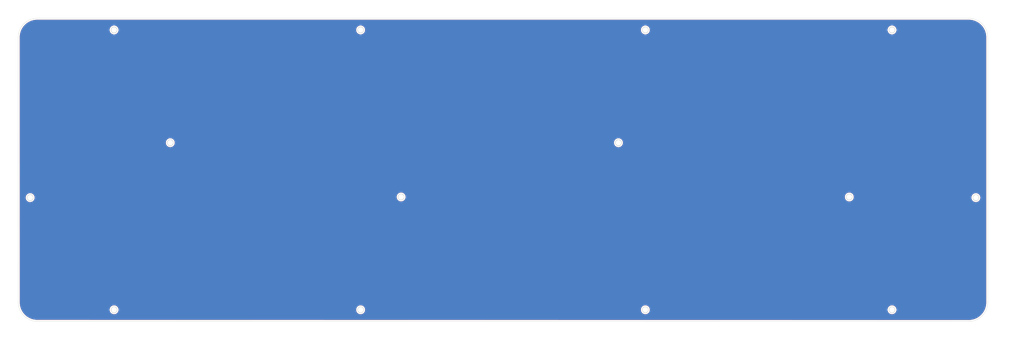
<source format=kicad_pcb>
(kicad_pcb (version 20211014) (generator pcbnew)
  (layers (0 "F.Cu" signal) (31 "B.Cu" signal) (34 "B.Paste" user) (35 "F.Paste" user) (36 "B.SilkS" user "B.Silkscreen") (37 "F.SilkS" user "F.Silkscreen") (38 "B.Mask" user) (39 "F.Mask" user) (44 "Edge.Cuts" user))
  (net 0 "")
  (footprint "dynamis:logo" (layer "B.Cu") (at 448.775 177.15 180)
    (fp_text reference "LOGO01")
    (fp_text value "LOGO" hide)
  )
  (gr_line (start 466.473742 231.53122) (end 466.473742 231.53122) (layer "Edge.Cuts") (width 0.096662))
  (gr_line (start 466.638598 231.206177) (end 466.638598 231.206177) (layer "Edge.Cuts") (width 0.096662))
  (gr_line (start 133.305682 230.021241) (end 133.305682 230.021241) (layer "Edge.Cuts") (width 0.096662))
  (gr_line (start 348.748858 172.506348) (end 348.725604 172.459321) (layer "Edge.Cuts") (width 0.096662))
  (gr_line (start 350.691882 269.846222) (end 350.691882 269.846222) (layer "Edge.Cuts") (width 0.096662))
  (gr_line (start 339.214434 211.866272) (end 339.202563 211.81511) (layer "Edge.Cuts") (width 0.096662))
  (gr_line (start 250.914477 270.376404) (end 250.914477 270.376404) (layer "Edge.Cuts") (width 0.096662))
  (gr_line (start 339.363757 212.202164) (end 339.363757 212.202164) (layer "Edge.Cuts") (width 0.096662))
  (gr_line (start 182.449969 212.459519) (end 182.449969 212.459519) (layer "Edge.Cuts") (width 0.096662))
  (gr_line (start 163.640811 170.953537) (end 163.640811 170.953537) (layer "Edge.Cuts") (width 0.096662))
  (gr_line (start 163.218524 271.332459) (end 163.218524 271.332459) (layer "Edge.Cuts") (width 0.096662))
  (gr_line (start 465.339404 231.930176) (end 465.288226 231.91623) (layer "Edge.Cuts") (width 0.096662))
  (gr_line (start 436.190509 269.188355) (end 436.246844 269.189393) (layer "Edge.Cuts") (width 0.096662))
  (gr_line (start 134.899875 231.399476) (end 134.899875 231.399476) (layer "Edge.Cuts") (width 0.096662))
  (gr_line (start 341.182788 212.162339) (end 341.154864 212.206269) (layer "Edge.Cuts") (width 0.096662))
  (gr_line (start 341.33266 211.714325) (end 341.33266 211.714325) (layer "Edge.Cuts") (width 0.096662))
  (gr_line (start 182.029849 211.759339) (end 182.022631 211.705079) (layer "Edge.Cuts") (width 0.096662))
  (gr_line (start 162.304995 172.105317) (end 162.304995 172.105317) (layer "Edge.Cuts") (width 0.096662))
  (gr_line (start 134.510745 229.963379) (end 134.510745 229.963379) (layer "Edge.Cuts") (width 0.096662))
  (gr_line (start 250.705706 270.911255) (end 250.673678 270.952088) (layer "Edge.Cuts") (width 0.096662))
  (gr_line (start 421.68645 231.636139) (end 421.68645 231.636139) (layer "Edge.Cuts") (width 0.096662))
  (gr_line (start 435.73482 171.023285) (end 435.782885 171.002106) (layer "Edge.Cuts") (width 0.096662))
  (gr_line (start 465.922473 229.85434) (end 465.922473 229.85434) (layer "Edge.Cuts") (width 0.096662))
  (gr_line (start 437.271655 172.054215) (end 437.271655 172.054215) (layer "Edge.Cuts") (width 0.096662))
  (gr_line (start 465.00661 231.780304) (end 465.00661 231.780304) (layer "Edge.Cuts") (width 0.096662))
  (gr_line (start 350.256732 269.344422) (end 350.300677 269.372315) (layer "Edge.Cuts") (width 0.096662))
  (gr_line (start 348.865527 269.580109) (end 348.865527 269.580109) (layer "Edge.Cuts") (width 0.096662))
  (gr_line (start 162.4527 270.820282) (end 162.426883 270.774292) (layer "Edge.Cuts") (width 0.096662))
  (gr_line (start 465.922473 229.85434) (end 465.972583 229.871369) (layer "Edge.Cuts") (width 0.096662))
  (gr_line (start 437.209643 171.635132) (end 437.209643 171.635132) (layer "Edge.Cuts") (width 0.096662))
  (gr_line (start 182.063983 211.281312) (end 182.063983 211.281312) (layer "Edge.Cuts") (width 0.096662))
  (gr_line (start 340.206622 210.526307) (end 340.206622 210.526307) (layer "Edge.Cuts") (width 0.096662))
  (gr_line (start 435.328662 171.357132) (end 435.328662 171.357132) (layer "Edge.Cuts") (width 0.096662))
  (gr_line (start 348.899615 270.991364) (end 348.865496 270.952088) (layer "Edge.Cuts") (width 0.096662))
  (gr_line (start 249.471682 269.25351) (end 249.471682 269.25351) (layer "Edge.Cuts") (width 0.096662))
  (gr_line (start 420.751605 229.692078) (end 420.79967 229.671387) (layer "Edge.Cuts") (width 0.096662))
  (gr_line (start 133.314645 168.70291) (end 133.033336 168.862029) (layer "Edge.Cuts") (width 0.096662))
  (gr_line (start 339.24544 211.240464) (end 339.264575 211.191376) (layer "Edge.Cuts") (width 0.096662))
  (gr_line (start 248.849093 171.579316) (end 248.869769 171.53125) (layer "Edge.Cuts") (width 0.096662))
  (gr_line (start 134.980487 230.5654) (end 134.99599 230.616059) (layer "Edge.Cuts") (width 0.096662))
  (gr_line (start 465.609881 229.80835) (end 465.662585 229.809357) (layer "Edge.Cuts") (width 0.096662))
  (gr_line (start 249.238635 269.372345) (end 249.238635 269.372345) (layer "Edge.Cuts") (width 0.096662))
  (gr_line (start 420.24779 230.197449) (end 420.270556 230.150422) (layer "Edge.Cuts") (width 0.096662))
  (gr_line (start 183.041674 210.518036) (end 183.041674 210.518036) (layer "Edge.Cuts") (width 0.096662))
  (gr_line (start 469.431932 269.636038) (end 469.518361 269.324611) (layer "Edge.Cuts") (width 0.096662))
  (gr_line (start 129.943825 173.241816) (end 129.888099 173.561495) (layer "Edge.Cuts") (width 0.096662))
  (gr_line (start 435.137957 171.787064) (end 435.137957 171.787064) (layer "Edge.Cuts") (width 0.096662))
  (gr_line (start 350.649035 172.51207) (end 350.649035 172.51207) (layer "Edge.Cuts") (width 0.096662))
  (gr_line (start 348.972522 269.468476) (end 348.972522 269.468476) (layer "Edge.Cuts") (width 0.096662))
  (gr_line (start 435.125018 270.107178) (end 435.125018 270.107178) (layer "Edge.Cuts") (width 0.096662))
  (gr_line (start 348.704913 172.411255) (end 348.704913 172.411255) (layer "Edge.Cuts") (width 0.096662))
  (gr_line (start 466.211749 231.780304) (end 466.211749 231.780304) (layer "Edge.Cuts") (width 0.096662))
  (gr_line (start 349.810809 170.926148) (end 349.864581 170.932358) (layer "Edge.Cuts") (width 0.096662))
  (gr_line (start 464.775622 230.202118) (end 464.809741 230.162323) (layer "Edge.Cuts") (width 0.096662))
  (gr_line (start 435.549792 269.39914) (end 435.549792 269.39914) (layer "Edge.Cuts") (width 0.096662))
  (gr_line (start 164.443805 270.430146) (end 164.443805 270.430146) (layer "Edge.Cuts") (width 0.096662))
  (gr_line (start 248.786059 171.781373) (end 248.797946 171.729172) (layer "Edge.Cuts") (width 0.096662))
  (gr_line (start 464.594806 230.522522) (end 464.594806 230.522522) (layer "Edge.Cuts") (width 0.096662))
  (gr_line (start 162.869708 271.217194) (end 162.823733 271.191376) (layer "Edge.Cuts") (width 0.096662))
  (gr_line (start 250.914584 171.892472) (end 250.918719 171.945176) (layer "Edge.Cuts") (width 0.096662))
  (gr_line (start 339.576617 212.437287) (end 339.576617 212.437287) (layer "Edge.Cuts") (width 0.096662))
  (gr_line (start 436.658709 271.238434) (end 436.658709 271.238434) (layer "Edge.Cuts") (width 0.096662))
  (gr_line (start 133.028674 230.326142) (end 133.028674 230.326142) (layer "Edge.Cuts") (width 0.096662))
  (gr_line (start 422.167498 231.178284) (end 422.167498 231.178284) (layer "Edge.Cuts") (width 0.096662))
  (gr_line (start 467.780475 169.860993) (end 467.780475 169.860993) (layer "Edge.Cuts") (width 0.096662))
  (gr_line (start 339.576617 212.437287) (end 339.536822 212.403168) (layer "Edge.Cuts") (width 0.096662))
  (gr_line (start 466.217932 273.547208) (end 466.499273 273.388134) (layer "Edge.Cuts") (width 0.096662))
  (gr_line (start 437.203875 269.895295) (end 437.220935 269.945405) (layer "Edge.Cuts") (width 0.096662))
  (gr_line (start 133.895816 229.809357) (end 133.895816 229.809357) (layer "Edge.Cuts") (width 0.096662))
  (gr_line (start 348.627948 171.892426) (end 348.627948 171.892426) (layer "Edge.Cuts") (width 0.096662))
  (gr_line (start 184.160952 211.759324) (end 184.160952 211.759324) (layer "Edge.Cuts") (width 0.096662))
  (gr_line (start 250.673648 269.580079) (end 250.673648 269.580079) (layer "Edge.Cuts") (width 0.096662))
  (gr_line (start 164.455752 171.998398) (end 164.454715 172.054215) (layer "Edge.Cuts") (width 0.096662))
  (gr_line (start 163.166873 269.208954) (end 163.218539 269.200196) (layer "Edge.Cuts") (width 0.096662))
  (gr_line (start 348.627948 171.892426) (end 348.633624 171.839203) (layer "Edge.Cuts") (width 0.096662))
  (gr_line (start 133.531497 229.892029) (end 133.531497 229.892029) (layer "Edge.Cuts") (width 0.096662))
  (gr_line (start 133.348559 229.991242) (end 133.39197 229.963349) (layer "Edge.Cuts") (width 0.096662))
  (gr_line (start 350.532733 171.312165) (end 350.532733 171.312165) (layer "Edge.Cuts") (width 0.096662))
  (gr_line (start 339.285754 211.143311) (end 339.309527 211.096299) (layer "Edge.Cuts") (width 0.096662))
  (gr_line (start 248.797854 270.536072) (end 248.797854 270.536072) (layer "Edge.Cuts") (width 0.096662))
  (gr_line (start 435.175677 269.903046) (end 435.194812 269.853455) (layer "Edge.Cuts") (width 0.096662))
  (gr_line (start 436.655658 171.023301) (end 436.702716 171.047074) (layer "Edge.Cuts") (width 0.096662))
  (gr_line (start 162.321017 171.787018) (end 162.331851 171.735337) (layer "Edge.Cuts") (width 0.096662))
  (gr_line (start 468.419902 170.602935) (end 468.219874 170.346166) (layer "Edge.Cuts") (width 0.096662))
  (gr_line (start 349.862964 269.200226) (end 349.915667 269.210053) (layer "Edge.Cuts") (width 0.096662))
  (gr_line (start 420.616717 231.558106) (end 420.616717 231.558106) (layer "Edge.Cuts") (width 0.096662))
  (gr_line (start 465.346667 229.840394) (end 465.397326 229.828492) (layer "Edge.Cuts") (width 0.096662))
  (gr_line (start 248.763827 171.998398) (end 248.763827 171.998398) (layer "Edge.Cuts") (width 0.096662))
  (gr_line (start 350.425769 172.79628) (end 350.425769 172.79628) (layer "Edge.Cuts") (width 0.096662))
  (gr_line (start 263.09563 231.166474) (end 263.071856 231.120484) (layer "Edge.Cuts") (width 0.096662))
  (gr_line (start 182.082553 211.966538) (end 182.082553 211.966538) (layer "Edge.Cuts") (width 0.096662))
  (gr_line (start 250.641742 172.722367) (end 250.641742 172.722367) (layer "Edge.Cuts") (width 0.096662))
  (gr_line (start 163.377719 269.188355) (end 163.432498 269.189393) (layer "Edge.Cuts") (width 0.096662))
  (gr_line (start 164.443881 172.162217) (end 164.434054 172.216477) (layer "Edge.Cuts") (width 0.096662))
  (gr_line (start 248.849093 171.579316) (end 248.849093 171.579316) (layer "Edge.Cuts") (width 0.096662))
  (gr_line (start 182.16994 211.04155) (end 182.197833 210.997117) (layer "Edge.Cuts") (width 0.096662))
  (gr_line (start 339.393725 212.245057) (end 339.363757 212.202164) (layer "Edge.Cuts") (width 0.096662))
  (gr_line (start 436.190509 271.34433) (end 436.137805 271.343293) (layer "Edge.Cuts") (width 0.096662))
  (gr_line (start 249.116778 171.199982) (end 249.116778 171.199982) (layer "Edge.Cuts") (width 0.096662))
  (gr_line (start 264.043872 231.731263) (end 263.987536 231.729187) (layer "Edge.Cuts") (width 0.096662))
  (gr_line (start 340.048449 212.661042) (end 339.997821 212.649155) (layer "Edge.Cuts") (width 0.096662))
  (gr_line (start 350.383868 269.434327) (end 350.422625 269.468445) (layer "Edge.Cuts") (width 0.096662))
  (gr_line (start 132.878817 230.996399) (end 132.874682 230.941102) (layer "Edge.Cuts") (width 0.096662))
  (gr_line (start 162.869784 171.046998) (end 162.916797 171.023224) (layer "Edge.Cuts") (width 0.096662))
  (gr_line (start 248.811801 270.58725) (end 248.811801 270.58725) (layer "Edge.Cuts") (width 0.096662))
  (gr_line (start 250.738879 171.400513) (end 250.738879 171.400513) (layer "Edge.Cuts") (width 0.096662))
  (gr_line (start 184.139773 211.864213) (end 184.124804 211.916428) (layer "Edge.Cuts") (width 0.096662))
  (gr_line (start 466.371447 231.64853) (end 466.371447 231.64853) (layer "Edge.Cuts") (width 0.096662))
  (gr_line (start 420.270526 231.178284) (end 420.270526 231.178284) (layer "Edge.Cuts") (width 0.096662))
  (gr_line (start 163.432483 271.343293) (end 163.432483 271.343293) (layer "Edge.Cuts") (width 0.096662))
  (gr_line (start 249.080081 171.236161) (end 249.116778 171.199982) (layer "Edge.Cuts") (width 0.096662))
  (gr_line (start 469.083625 270.538527) (end 469.214339 270.243538) (layer "Edge.Cuts") (width 0.096662))
  (gr_line (start 250.639575 270.991364) (end 250.604953 271.028077) (layer "Edge.Cuts") (width 0.096662))
  (gr_line (start 341.092852 212.28946) (end 341.058764 212.328232) (layer "Edge.Cuts") (width 0.096662))
  (gr_line (start 183.648883 210.670502) (end 183.69382 210.698411) (layer "Edge.Cuts") (width 0.096662))
  (gr_line (start 420.848712 231.677491) (end 420.79964 231.658356) (layer "Edge.Cuts") (width 0.096662))
  (gr_line (start 420.420916 229.939087) (end 420.420916 229.939087) (layer "Edge.Cuts") (width 0.096662))
  (gr_line (start 465.141497 231.858338) (end 465.095507 231.834046) (layer "Edge.Cuts") (width 0.096662))
  (gr_line (start 465.878375 231.930176) (end 465.826709 231.942078) (layer "Edge.Cuts") (width 0.096662))
  (gr_line (start 466.503741 231.48938) (end 466.503741 231.48938) (layer "Edge.Cuts") (width 0.096662))
  (gr_line (start 133.48395 231.857331) (end 133.43796 231.834076) (layer "Edge.Cuts") (width 0.096662))
  (gr_line (start 164.40874 171.685257) (end 164.423709 171.735383) (layer "Edge.Cuts") (width 0.096662))
  (gr_line (start 250.483615 172.864991) (end 250.439669 172.895478) (layer "Edge.Cuts") (width 0.096662))
  (gr_line (start 420.616748 229.770112) (end 420.659625 229.742188) (layer "Edge.Cuts") (width 0.096662))
  (gr_line (start 464.925494 230.052247) (end 464.925494 230.052247) (layer "Edge.Cuts") (width 0.096662))
  (gr_line (start 350.211749 271.214142) (end 350.165759 271.238434) (layer "Edge.Cuts") (width 0.096662))
  (gr_line (start 422.141681 231.223267) (end 422.113787 231.267182) (layer "Edge.Cuts") (width 0.096662))
  (gr_line (start 164.21184 171.315247) (end 164.244922 171.357102) (layer "Edge.Cuts") (width 0.096662))
  (gr_line (start 248.769931 270.15622) (end 248.775622 270.102509) (layer "Edge.Cuts") (width 0.096662))
  (gr_line (start 264.202563 229.586121) (end 264.254748 229.595429) (layer "Edge.Cuts") (width 0.096662))
  (gr_line (start 348.62572 270.15622) (end 348.632434 270.102509) (layer "Edge.Cuts") (width 0.096662))
  (gr_line (start 349.327502 271.279236) (end 349.327502 271.279236) (layer "Edge.Cuts") (width 0.096662))
  (gr_line (start 436.304889 173.071167) (end 436.304889 173.071167) (layer "Edge.Cuts") (width 0.096662))
  (gr_line (start 163.541583 173.064469) (end 163.541583 173.064469) (layer "Edge.Cuts") (width 0.096662))
  (gr_line (start 348.833514 269.62146) (end 348.865527 269.580109) (layer "Edge.Cuts") (width 0.096662))
  (gr_line (start 420.616717 231.558106) (end 420.57384 231.528138) (layer "Edge.Cuts") (width 0.096662))
  (gr_line (start 420.751605 229.692078) (end 420.751605 229.692078) (layer "Edge.Cuts") (width 0.096662))
  (gr_line (start 340.983905 210.804291) (end 340.983905 210.804291) (layer "Edge.Cuts") (width 0.096662))
  (gr_line (start 339.706347 212.529267) (end 339.706347 212.529267) (layer "Edge.Cuts") (width 0.096662))
  (gr_line (start 349.27843 269.273133) (end 349.327502 269.25351) (layer "Edge.Cuts") (width 0.096662))
  (gr_line (start 182.580706 212.543244) (end 182.535754 212.517396) (layer "Edge.Cuts") (width 0.096662))
  (gr_line (start 163.487841 173.071167) (end 163.432544 173.075318) (layer "Edge.Cuts") (width 0.096662))
  (gr_line (start 348.619525 270.266297) (end 348.6216 270.210999) (layer "Edge.Cuts") (width 0.096662))
  (gr_line (start 250.708911 172.640213) (end 250.67583 172.682068) (layer "Edge.Cuts") (width 0.096662))
  (gr_line (start 339.662433 210.706147) (end 339.706378 210.678238) (layer "Edge.Cuts") (width 0.096662))
  (gr_line (start 421.108691 231.737427) (end 421.108691 231.737427) (layer "Edge.Cuts") (width 0.096662))
  (gr_line (start 349.488879 173.056183) (end 349.488879 173.056183) (layer "Edge.Cuts") (width 0.096662))
  (gr_line (start 132.979602 231.353486) (end 132.957888 231.305451) (layer "Edge.Cuts") (width 0.096662))
  (gr_line (start 435.687793 171.047059) (end 435.73482 171.023285) (layer "Edge.Cuts") (width 0.096662))
  (gr_line (start 349.53374 271.332459) (end 349.480517 271.322114) (layer "Edge.Cuts") (width 0.096662))
  (gr_line (start 182.491824 212.489487) (end 182.449969 212.459519) (layer "Edge.Cuts") (width 0.096662))
  (gr_line (start 465.050555 231.808228) (end 465.050555 231.808228) (layer "Edge.Cuts") (width 0.096662))
  (gr_line (start 350.460833 271.028077) (end 350.422595 271.064271) (layer "Edge.Cuts") (width 0.096662))
  (gr_line (start 163.646945 271.310242) (end 163.594745 271.322114) (layer "Edge.Cuts") (width 0.096662))
  (gr_line (start 183.201861 210.522202) (end 183.254565 210.529435) (layer "Edge.Cuts") (width 0.096662))
  (gr_line (start 136.448718 274.279664) (end 136.448718 274.279664) (layer "Edge.Cuts") (width 0.096662))
  (gr_line (start 465.826709 231.942078) (end 465.773486 231.952393) (layer "Edge.Cuts") (width 0.096662))
  (gr_line (start 164.299624 270.82547) (end 164.271716 270.869416) (layer "Edge.Cuts") (width 0.096662))
  (gr_line (start 250.673648 269.580079) (end 250.705676 269.621399) (layer "Edge.Cuts") (width 0.096662))
  (gr_line (start 162.779879 172.895463) (end 162.779879 172.895463) (layer "Edge.Cuts") (width 0.096662))
  (gr_line (start 339.84743 212.59903) (end 339.799365 212.578354) (layer "Edge.Cuts") (width 0.096662))
  (gr_line (start 339.461444 210.880295) (end 339.461444 210.880295) (layer "Edge.Cuts") (width 0.096662))
  (gr_line (start 250.486621 271.130402) (end 250.486621 271.130402) (layer "Edge.Cuts") (width 0.096662))
  (gr_line (start 422.263629 230.934388) (end 422.263629 230.934388) (layer "Edge.Cuts") (width 0.096662))
  (gr_line (start 348.632434 270.102509) (end 348.641742 270.049286) (layer "Edge.Cuts") (width 0.096662))
  (gr_line (start 162.381991 171.585969) (end 162.402652 171.538437) (layer "Edge.Cuts") (width 0.096662))
  (gr_line (start 133.786776 231.951355) (end 133.786776 231.951355) (layer "Edge.Cuts") (width 0.096662))
  (gr_line (start 341.208606 212.117386) (end 341.182788 212.162339) (layer "Edge.Cuts") (width 0.096662))
  (gr_line (start 184.088626 212.015107) (end 184.088626 212.015107) (layer "Edge.Cuts") (width 0.096662))
  (gr_line (start 162.578784 269.542298) (end 162.614962 269.504059) (layer "Edge.Cuts") (width 0.096662))
  (gr_line (start 263.211871 231.338562) (end 263.179858 231.298249) (layer "Edge.Cuts") (width 0.096662))
  (gr_line (start 263.092517 230.145264) (end 263.092517 230.145264) (layer "Edge.Cuts") (width 0.096662))
  (gr_line (start 249.156054 172.830369) (end 249.156054 172.830369) (layer "Edge.Cuts") (width 0.096662))
  (gr_line (start 464.080035 167.996119) (end 463.757031 167.955997) (layer "Edge.Cuts") (width 0.096662))
  (gr_line (start 465.553363 231.963257) (end 465.553363 231.963257) (layer "Edge.Cuts") (width 0.096662))
  (gr_line (start 341.022601 212.366471) (end 340.98537 212.401093) (layer "Edge.Cuts") (width 0.096662))
  (gr_line (start 436.515704 173.028275) (end 436.465075 173.042252) (layer "Edge.Cuts") (width 0.096662))
  (gr_line (start 182.781756 210.563508) (end 182.832919 210.549042) (layer "Edge.Cuts") (width 0.096662))
  (gr_line (start 182.634997 210.620362) (end 182.682544 210.599167) (layer "Edge.Cuts") (width 0.096662))
  (gr_line (start 339.461413 212.327225) (end 339.426776 212.28743) (layer "Edge.Cuts") (width 0.096662))
  (gr_line (start 250.053607 170.941147) (end 250.10477 170.953537) (layer "Edge.Cuts") (width 0.096662))
  (gr_line (start 132.894839 230.668244) (end 132.90671 230.616028) (layer "Edge.Cuts") (width 0.096662))
  (gr_line (start 250.439669 172.895478) (end 250.395755 172.923386) (layer "Edge.Cuts") (width 0.096662))
  (gr_line (start 435.874926 173.02829) (end 435.874926 173.02829) (layer "Edge.Cuts") (width 0.096662))
  (gr_line (start 349.016558 171.164307) (end 349.058947 171.132264) (layer "Edge.Cuts") (width 0.096662))
  (gr_line (start 132.894839 231.103364) (end 132.894839 231.103364) (layer "Edge.Cuts") (width 0.096662))
  (gr_line (start 435.133777 270.055481) (end 435.145678 270.003296) (layer "Edge.Cuts") (width 0.096662))
  (gr_line (start 132.885547 230.721467) (end 132.894839 230.668244) (layer "Edge.Cuts") (width 0.096662))
  (gr_line (start 163.432483 271.343293) (end 163.377704 271.34433) (layer "Edge.Cuts") (width 0.096662))
  (gr_line (start 162.735873 269.39914) (end 162.779803 269.369172) (layer "Edge.Cuts") (width 0.096662))
  (gr_line (start 348.627948 172.105317) (end 348.623797 172.052094) (layer "Edge.Cuts") (width 0.096662))
  (gr_line (start 340.943621 210.76915) (end 340.983905 210.804291) (layer "Edge.Cuts") (width 0.096662))
  (gr_line (start 133.531497 231.879548) (end 133.48395 231.857331) (layer "Edge.Cuts") (width 0.096662))
  (gr_line (start 437.088794 172.601456) (end 437.058795 172.643311) (layer "Edge.Cuts") (width 0.096662))
  (gr_line (start 435.163836 171.685257) (end 435.179858 171.635148) (layer "Edge.Cuts") (width 0.096662))
  (gr_line (start 349.593798 173.071152) (end 349.593798 173.071152) (layer "Edge.Cuts") (width 0.096662))
  (gr_line (start 162.916735 269.291108) (end 162.916735 269.291108) (layer "Edge.Cuts") (width 0.096662))
  (gr_line (start 464.080009 274.253666) (end 464.399689 274.197928) (layer "Edge.Cuts") (width 0.096662))
  (gr_line (start 436.031878 271.332459) (end 435.979693 271.323151) (layer "Edge.Cuts") (width 0.096662))
  (gr_line (start 436.704699 269.318055) (end 436.749652 269.344422) (layer "Edge.Cuts") (width 0.096662))
  (gr_line (start 183.150699 212.67244) (end 183.150699 212.67244) (layer "Edge.Cuts") (width 0.096662))
  (gr_line (start 350.46297 171.236191) (end 350.46297 171.236191) (layer "Edge.Cuts") (width 0.096662))
  (gr_line (start 163.166919 173.056183) (end 163.114718 173.044297) (layer "Edge.Cuts") (width 0.096662))
  (gr_line (start 184.167682 211.705063) (end 184.160952 211.759324) (layer "Edge.Cuts") (width 0.096662))
  (gr_line (start 466.675341 230.727143) (end 466.682574 230.779328) (layer "Edge.Cuts") (width 0.096662))
  (gr_line (start 249.786898 269.189454) (end 249.841678 269.188355) (layer "Edge.Cuts") (width 0.096662))
  (gr_line (start 249.677996 170.932328) (end 249.677996 170.932328) (layer "Edge.Cuts") (width 0.096662))
  (gr_line (start 183.515017 212.588196) (end 183.46593 212.608353) (layer "Edge.Cuts") (width 0.096662))
  (gr_line (start 436.24895 170.921494) (end 436.301654 170.92511) (layer "Edge.Cuts") (width 0.096662))
  (gr_line (start 420.848742 229.651246) (end 420.898913 229.634186) (layer "Edge.Cuts") (width 0.096662))
  (gr_line (start 420.225573 230.244477) (end 420.225573 230.244477) (layer "Edge.Cuts") (width 0.096662))
  (gr_line (start 164.060946 171.164353) (end 164.101779 171.199494) (layer "Edge.Cuts") (width 0.096662))
  (gr_line (start 262.999499 230.922547) (end 262.98656 230.870331) (layer "Edge.Cuts") (width 0.096662))
  (gr_line (start 134.749499 230.161316) (end 134.749499 230.161316) (layer "Edge.Cuts") (width 0.096662))
  (gr_line (start 339.752307 212.555115) (end 339.752307 212.555115) (layer "Edge.Cuts") (width 0.096662))
  (gr_line (start 349.753924 269.189393) (end 349.753924 269.189393) (layer "Edge.Cuts") (width 0.096662))
  (gr_line (start 349.967883 269.222474) (end 349.967883 269.222474) (layer "Edge.Cuts") (width 0.096662))
  (gr_line (start 341.337848 211.659028) (end 341.337848 211.659028) (layer "Edge.Cuts") (width 0.096662))
  (gr_line (start 265.036578 231.072388) (end 265.015887 231.120453) (layer "Edge.Cuts") (width 0.096662))
  (gr_line (start 162.694598 172.832428) (end 162.653781 172.79831) (layer "Edge.Cuts") (width 0.096662))
  (gr_line (start 350.117694 271.260132) (end 350.117694 271.260132) (layer "Edge.Cuts") (width 0.096662))
  (gr_line (start 339.946643 212.635209) (end 339.896502 212.618149) (layer "Edge.Cuts") (width 0.096662))
  (gr_line (start 435.683612 271.217194) (end 435.683612 271.217194) (layer "Edge.Cuts") (width 0.096662))
  (gr_line (start 422.167498 231.178284) (end 422.141681 231.223267) (layer "Edge.Cuts") (width 0.096662))
  (gr_line (start 130.631778 270.817295) (end 130.791089 271.094317) (layer "Edge.Cuts") (width 0.096662))
  (gr_line (start 341.275866 211.240433) (end 341.291858 211.290055) (layer "Edge.Cuts") (width 0.096662))
  (gr_line (start 348.774707 172.552323) (end 348.774707 172.552323) (layer "Edge.Cuts") (width 0.096662))
  (gr_line (start 133.630709 229.856385) (end 133.681872 229.841401) (layer "Edge.Cuts") (width 0.096662))
  (gr_line (start 436.355883 269.200226) (end 436.408587 269.210053) (layer "Edge.Cuts") (width 0.096662))
  (gr_line (start 164.421588 270.536072) (end 164.407641 270.58725) (layer "Edge.Cuts") (width 0.096662))
  (gr_line (start 264.098651 231.729187) (end 264.098651 231.729187) (layer "Edge.Cuts") (width 0.096662))
  (gr_line (start 348.642932 172.210221) (end 348.642932 172.210221) (layer "Edge.Cuts") (width 0.096662))
  (gr_line (start 422.295672 230.609345) (end 422.297747 230.664124) (layer "Edge.Cuts") (width 0.096662))
  (gr_line (start 340.37041 212.676026) (end 340.3156 212.680161) (layer "Edge.Cuts") (width 0.096662))
  (gr_line (start 420.386798 229.978333) (end 420.386798 229.978333) (layer "Edge.Cuts") (width 0.096662))
  (gr_line (start 466.602404 231.306427) (end 466.602404 231.306427) (layer "Edge.Cuts") (width 0.096662))
  (gr_line (start 350.165789 269.294281) (end 350.211779 269.318055) (layer "Edge.Cuts") (width 0.096662))
  (gr_line (start 162.916735 271.241486) (end 162.916735 271.241486) (layer "Edge.Cuts") (width 0.096662))
  (gr_line (start 436.406543 170.941147) (end 436.406543 170.941147) (layer "Edge.Cuts") (width 0.096662))
  (gr_line (start 465.609668 231.964295) (end 465.553363 231.963257) (layer "Edge.Cuts") (width 0.096662))
  (gr_line (start 435.549792 271.133484) (end 435.549792 271.133484) (layer "Edge.Cuts") (width 0.096662))
  (gr_line (start 248.869677 269.799195) (end 248.869677 269.799195) (layer "Edge.Cuts") (width 0.096662))
  (gr_line (start 182.408618 212.427491) (end 182.369876 212.393387) (layer "Edge.Cuts") (width 0.096662))
  (gr_line (start 250.871585 270.58725) (end 250.854541 270.637391) (layer "Edge.Cuts") (width 0.096662))
  (gr_line (start 436.610644 269.273102) (end 436.658709 269.294281) (layer "Edge.Cuts") (width 0.096662))
  (gr_line (start 339.393756 210.962449) (end 339.393756 210.962449) (layer "Edge.Cuts") (width 0.096662))
  (gr_line (start 341.317706 211.392396) (end 341.326495 211.444077) (layer "Edge.Cuts") (width 0.096662))
  (gr_line (start 132.490722 272.965112) (end 132.750087 273.149556) (layer "Edge.Cuts") (width 0.096662))
  (gr_line (start 349.969989 170.954056) (end 349.969989 170.954056) (layer "Edge.Cuts") (width 0.096662))
  (gr_line (start 182.453616 210.728394) (end 182.497027 210.698411) (layer "Edge.Cuts") (width 0.096662))
  (gr_line (start 437.203875 270.637391) (end 437.203875 270.637391) (layer "Edge.Cuts") (width 0.096662))
  (gr_line (start 163.013949 173.013291) (end 162.964862 172.994172) (layer "Edge.Cuts") (width 0.096662))
  (gr_line (start 162.362796 270.630127) (end 162.345752 270.580506) (layer "Edge.Cuts") (width 0.096662))
  (gr_line (start 182.984805 212.668305) (end 182.930545 212.661072) (layer "Edge.Cuts") (width 0.096662))
  (gr_line (start 264.991595 231.166443) (end 264.965777 231.212433) (layer "Edge.Cuts") (width 0.096662))
  (gr_line (start 249.521823 269.236451) (end 249.521823 269.236451) (layer "Edge.Cuts") (width 0.096662))
  (gr_line (start 163.838733 171.023301) (end 163.88576 171.047074) (layer "Edge.Cuts") (width 0.096662))
  (gr_line (start 264.766864 229.853272) (end 264.805621 229.890473) (layer "Edge.Cuts") (width 0.096662))
  (gr_line (start 464.742572 230.244507) (end 464.775622 230.202118) (layer "Edge.Cuts") (width 0.096662))
  (gr_line (start 341.326495 211.444077) (end 341.333728 211.497284) (layer "Edge.Cuts") (width 0.096662))
  (gr_line (start 350.710955 270.637391) (end 350.691851 270.686463) (layer "Edge.Cuts") (width 0.096662))
  (gr_line (start 421.539691 231.69452) (end 421.539691 231.69452) (layer "Edge.Cuts") (width 0.096662))
  (gr_line (start 133.898042 168.427161) (end 133.603061 168.557879) (layer "Edge.Cuts") (width 0.096662))
  (gr_line (start 435.926104 173.042252) (end 435.926104 173.042252) (layer "Edge.Cuts") (width 0.096662))
  (gr_line (start 249.080081 172.761139) (end 249.043918 172.72342) (layer "Edge.Cuts") (width 0.096662))
  (gr_line (start 262.985522 230.441407) (end 262.985522 230.441407) (layer "Edge.Cuts") (width 0.096662))
  (gr_line (start 435.300769 172.601456) (end 435.300769 172.601456) (layer "Edge.Cuts") (width 0.096662))
  (gr_line (start 466.605578 230.473389) (end 466.624682 230.522492) (layer "Edge.Cuts") (width 0.096662))
  (gr_line (start 348.632434 270.430146) (end 348.632434 270.430146) (layer "Edge.Cuts") (width 0.096662))
  (gr_line (start 464.542621 230.727143) (end 464.551379 230.674439) (layer "Edge.Cuts") (width 0.096662))
  (gr_line (start 435.778674 269.270447) (end 435.827777 269.251343) (layer "Edge.Cuts") (width 0.096662))
  (gr_line (start 249.374636 172.970398) (end 249.327609 172.946122) (layer "Edge.Cuts") (width 0.096662))
  (gr_line (start 183.312976 212.651261) (end 183.259738 212.661072) (layer "Edge.Cuts") (width 0.096662))
  (gr_line (start 421.488543 231.708497) (end 421.488543 231.708497) (layer "Edge.Cuts") (width 0.096662))
  (gr_line (start 350.672808 172.466065) (end 350.672808 172.466065) (layer "Edge.Cuts") (width 0.096662))
  (gr_line (start 435.433032 171.236191) (end 435.433032 171.236191) (layer "Edge.Cuts") (width 0.096662))
  (gr_line (start 339.706378 210.678238) (end 339.706378 210.678238) (layer "Edge.Cuts") (width 0.096662))
  (gr_line (start 349.967883 269.222474) (end 350.018481 269.23642) (layer "Edge.Cuts") (width 0.096662))
  (gr_line (start 465.502734 229.813538) (end 465.555438 229.809388) (layer "Edge.Cuts") (width 0.096662))
  (gr_line (start 350.117694 271.260132) (end 350.068591 271.279236) (layer "Edge.Cuts") (width 0.096662))
  (gr_line (start 162.614962 269.504059) (end 162.65372 269.467377) (layer "Edge.Cuts") (width 0.096662))
  (gr_line (start 132.938754 230.515259) (end 132.957873 230.466187) (layer "Edge.Cuts") (width 0.096662))
  (gr_line (start 248.811892 172.319306) (end 248.811892 172.319306) (layer "Edge.Cuts") (width 0.096662))
  (gr_line (start 435.827777 271.281281) (end 435.827777 271.281281) (layer "Edge.Cuts") (width 0.096662))
  (gr_line (start 163.06351 271.29834) (end 163.06351 271.29834) (layer "Edge.Cuts") (width 0.096662))
  (gr_line (start 162.310611 270.107178) (end 162.310611 270.107178) (layer "Edge.Cuts") (width 0.096662))
  (gr_line (start 339.183429 211.657517) (end 339.182391 211.603257) (layer "Edge.Cuts") (width 0.096662))
  (gr_line (start 162.452777 171.44542) (end 162.452777 171.44542) (layer "Edge.Cuts") (width 0.096662))
  (gr_line (start 162.4527 269.712372) (end 162.480609 269.668427) (layer "Edge.Cuts") (width 0.096662))
  (gr_line (start 350.622638 171.439286) (end 350.649035 171.484238) (layer "Edge.Cuts") (width 0.096662))
  (gr_line (start 164.299624 269.707215) (end 164.325976 269.752167) (layer "Edge.Cuts") (width 0.096662))
  (gr_line (start 464.532794 230.832062) (end 464.536395 230.779358) (layer "Edge.Cuts") (width 0.096662))
  (gr_line (start 131.752368 169.861084) (end 131.526224 170.098769) (layer "Edge.Cuts") (width 0.096662))
  (gr_line (start 265.115649 230.763367) (end 265.115649 230.763367) (layer "Edge.Cuts") (width 0.096662))
  (gr_line (start 250.205569 173.013306) (end 250.205569 173.013306) (layer "Edge.Cuts") (width 0.096662))
  (gr_line (start 341.022662 210.841507) (end 341.022662 210.841507) (layer "Edge.Cuts") (width 0.096662))
  (gr_line (start 349.862902 271.332459) (end 349.808642 271.339173) (layer "Edge.Cuts") (width 0.096662))
  (gr_line (start 349.183856 269.318085) (end 349.230883 269.294312) (layer "Edge.Cuts") (width 0.096662))
  (gr_line (start 349.101825 172.895463) (end 349.101825 172.895463) (layer "Edge.Cuts") (width 0.096662))
  (gr_line (start 422.297747 230.664124) (end 422.297747 230.664124) (layer "Edge.Cuts") (width 0.096662))
  (gr_line (start 134.944842 231.30542) (end 134.92261 231.353486) (layer "Edge.Cuts") (width 0.096662))
  (gr_line (start 350.018481 269.23642) (end 350.068621 269.253479) (layer "Edge.Cuts") (width 0.096662))
  (gr_line (start 435.637622 269.341248) (end 435.683612 269.3154) (layer "Edge.Cuts") (width 0.096662))
  (gr_line (start 339.576648 210.769196) (end 339.618487 210.737153) (layer "Edge.Cuts") (width 0.096662))
  (gr_line (start 134.795479 274.071204) (end 135.115527 274.145103) (layer "Edge.Cuts") (width 0.096662))
  (gr_line (start 435.297656 171.400528) (end 435.297656 171.400528) (layer "Edge.Cuts") (width 0.096662))
  (gr_line (start 422.263629 230.395386) (end 422.263629 230.395386) (layer "Edge.Cuts") (width 0.096662))
  (gr_line (start 466.499341 168.861979) (end 466.218002 168.702867) (layer "Edge.Cuts") (width 0.096662))
  (gr_line (start 248.977679 269.62146) (end 249.009707 269.580109) (layer "Edge.Cuts") (width 0.096662))
  (gr_line (start 437.220935 270.58725) (end 437.220935 270.58725) (layer "Edge.Cuts") (width 0.096662))
  (gr_line (start 349.753863 271.343293) (end 349.697528 271.34433) (layer "Edge.Cuts") (width 0.096662))
  (gr_line (start 184.090686 211.182114) (end 184.109805 211.231202) (layer "Edge.Cuts") (width 0.096662))
  (gr_line (start 465.196307 229.890503) (end 465.196307 229.890503) (layer "Edge.Cuts") (width 0.096662))
  (gr_line (start 249.37453 269.294312) (end 249.37453 269.294312) (layer "Edge.Cuts") (width 0.096662))
  (gr_line (start 163.740542 170.983506) (end 163.78963 171.002121) (layer "Edge.Cuts") (width 0.096662))
  (gr_line (start 349.42882 271.310242) (end 349.42882 271.310242) (layer "Edge.Cuts") (width 0.096662))
  (gr_line (start 465.397326 229.828492) (end 465.449511 229.819214) (layer "Edge.Cuts") (width 0.096662))
  (gr_line (start 348.725512 269.799195) (end 348.749774 269.752167) (layer "Edge.Cuts") (width 0.096662))
  (gr_line (start 132.885547 230.721467) (end 132.885547 230.721467) (layer "Edge.Cuts") (width 0.096662))
  (gr_line (start 134.51076 231.808259) (end 134.465793 231.834076) (layer "Edge.Cuts") (width 0.096662))
  (gr_line (start 164.101779 171.199494) (end 164.140017 171.236176) (layer "Edge.Cuts") (width 0.096662))
  (gr_line (start 264.766864 229.853272) (end 264.766864 229.853272) (layer "Edge.Cuts") (width 0.096662))
  (gr_line (start 164.20972 270.952088) (end 164.20972 270.952088) (layer "Edge.Cuts") (width 0.096662))
  (gr_line (start 250.738894 172.596299) (end 250.708911 172.640213) (layer "Edge.Cuts") (width 0.096662))
  (gr_line (start 437.224688 172.319306) (end 437.207629 172.369431) (layer "Edge.Cuts") (width 0.096662))
  (gr_line (start 164.434573 171.787064) (end 164.443881 171.839249) (layer "Edge.Cuts") (width 0.096662))
  (gr_line (start 348.866717 171.315201) (end 348.900836 171.275406) (layer "Edge.Cuts") (width 0.096662))
  (gr_line (start 164.060946 171.164353) (end 164.060946 171.164353) (layer "Edge.Cuts") (width 0.096662))
  (gr_line (start 263.14989 231.255341) (end 263.14989 231.255341) (layer "Edge.Cuts") (width 0.096662))
  (gr_line (start 435.637622 271.191376) (end 435.637622 271.191376) (layer "Edge.Cuts") (width 0.096662))
  (gr_line (start 436.51195 271.296296) (end 436.460772 271.310242) (layer "Edge.Cuts") (width 0.096662))
  (gr_line (start 183.892764 212.320511) (end 183.892764 212.320511) (layer "Edge.Cuts") (width 0.096662))
  (gr_line (start 466.475329 230.244477) (end 466.475329 230.244477) (layer "Edge.Cuts") (width 0.096662))
  (gr_line (start 340.47182 210.546463) (end 340.47182 210.546463) (layer "Edge.Cuts") (width 0.096662))
  (gr_line (start 249.573092 170.954041) (end 249.624759 170.942154) (layer "Edge.Cuts") (width 0.096662))
  (gr_line (start 184.15166 211.812546) (end 184.15166 211.812546) (layer "Edge.Cuts") (width 0.096662))
  (gr_line (start 436.958026 172.761139) (end 436.919787 172.79628) (layer "Edge.Cuts") (width 0.096662))
  (gr_line (start 421.329882 231.737427) (end 421.274585 231.741059) (layer "Edge.Cuts") (width 0.096662))
  (gr_line (start 163.432544 173.075318) (end 163.377765 173.07634) (layer "Edge.Cuts") (width 0.096662))
  (gr_line (start 421.77843 231.586518) (end 421.73244 231.612366) (layer "Edge.Cuts") (width 0.096662))
  (gr_line (start 339.618457 212.470353) (end 339.576617 212.437287) (layer "Edge.Cuts") (width 0.096662))
  (gr_line (start 436.839709 172.862412) (end 436.797839 172.89238) (layer "Edge.Cuts") (width 0.096662))
  (gr_line (start 348.972522 269.468476) (end 349.011767 269.434388) (layer "Edge.Cuts") (width 0.096662))
  (gr_line (start 133.265887 231.718354) (end 133.226611 231.684235) (layer "Edge.Cuts") (width 0.096662))
  (gr_line (start 249.896045 173.075318) (end 249.896045 173.075318) (layer "Edge.Cuts") (width 0.096662))
  (gr_line (start 248.769931 270.376404) (end 248.764773 270.322114) (layer "Edge.Cuts") (width 0.096662))
  (gr_line (start 350.765826 172.162232) (end 350.765826 172.162232) (layer "Edge.Cuts") (width 0.096662))
  (gr_line (start 466.534777 230.332337) (end 466.560626 230.378327) (layer "Edge.Cuts") (width 0.096662))
  (gr_line (start 350.672808 171.531266) (end 350.693988 171.579331) (layer "Edge.Cuts") (width 0.096662))
  (gr_line (start 435.325 269.625) (end 435.357043 269.58313) (layer "Edge.Cuts") (width 0.096662))
  (gr_line (start 136.108301 274.271009) (end 136.448718 274.279664) (layer "Edge.Cuts") (width 0.096662))
  (gr_line (start 436.793597 269.372315) (end 436.793597 269.372315) (layer "Edge.Cuts") (width 0.096662))
  (gr_line (start 183.55585 210.620377) (end 183.55585 210.620377) (layer "Edge.Cuts") (width 0.096662))
  (gr_line (start 132.90671 230.616028) (end 132.92171 230.5654) (layer "Edge.Cuts") (width 0.096662))
  (gr_line (start 163.647006 173.042252) (end 163.594806 173.055161) (layer "Edge.Cuts") (width 0.096662))
  (gr_line (start 182.028827 211.436356) (end 182.028827 211.436356) (layer "Edge.Cuts") (width 0.096662))
  (gr_line (start 465.719745 231.9581) (end 465.664477 231.963257) (layer "Edge.Cuts") (width 0.096662))
  (gr_line (start 162.578784 270.990326) (end 162.543643 270.949524) (layer "Edge.Cuts") (width 0.096662))
  (gr_line (start 466.292437 230.052247) (end 466.332751 230.087372) (layer "Edge.Cuts") (width 0.096662))
  (gr_line (start 435.428851 271.028077) (end 435.391681 270.990326) (layer "Edge.Cuts") (width 0.096662))
  (gr_line (start 422.284808 230.500306) (end 422.284808 230.500306) (layer "Edge.Cuts") (width 0.096662))
  (gr_line (start 182.297015 212.320511) (end 182.262896 212.281235) (layer "Edge.Cuts") (width 0.096662))
  (gr_line (start 348.938037 171.23613) (end 348.938037 171.23613) (layer "Edge.Cuts") (width 0.096662))
  (gr_line (start 184.16199 211.436356) (end 184.16199 211.436356) (layer "Edge.Cuts") (width 0.096662))
  (gr_line (start 135.02753 230.830506) (end 135.029589 230.886323) (layer "Edge.Cuts") (width 0.096662))
  (gr_line (start 466.503741 231.48938) (end 466.473742 231.53122) (layer "Edge.Cuts") (width 0.096662))
  (gr_line (start 163.48778 271.339173) (end 163.432483 271.343293) (layer "Edge.Cuts") (width 0.096662))
  (gr_line (start 466.674792 231.05011) (end 466.665484 231.103364) (layer "Edge.Cuts") (width 0.096662))
  (gr_line (start 436.031848 269.200196) (end 436.031848 269.200196) (layer "Edge.Cuts") (width 0.096662))
  (gr_line (start 133.265887 231.718354) (end 133.265887 231.718354) (layer "Edge.Cuts") (width 0.096662))
  (gr_line (start 341.337848 211.659028) (end 341.33266 211.714325) (layer "Edge.Cuts") (width 0.096662))
  (gr_line (start 132.750087 273.149556) (end 133.018491 273.321635) (layer "Edge.Cuts") (width 0.096662))
  (gr_line (start 350.30379 172.89238) (end 350.259875 172.920273) (layer "Edge.Cuts") (width 0.096662))
  (gr_line (start 263.176776 230.011445) (end 263.209857 229.969056) (layer "Edge.Cuts") (width 0.096662))
  (gr_line (start 422.082812 230.019166) (end 422.113818 230.061036) (layer "Edge.Cuts") (width 0.096662))
  (gr_line (start 134.922595 230.418122) (end 134.944827 230.466187) (layer "Edge.Cuts") (width 0.096662))
  (gr_line (start 348.6216 270.210999) (end 348.6216 270.210999) (layer "Edge.Cuts") (width 0.096662))
  (gr_line (start 164.140017 171.236176) (end 164.140017 171.236176) (layer "Edge.Cuts") (width 0.096662))
  (gr_line (start 339.363787 211.005356) (end 339.363787 211.005356) (layer "Edge.Cuts") (width 0.096662))
  (gr_line (start 350.774524 270.210999) (end 350.776599 270.266297) (layer "Edge.Cuts") (width 0.096662))
  (gr_line (start 132.921725 231.206208) (end 132.906726 231.15506) (layer "Edge.Cuts") (width 0.096662))
  (gr_line (start 350.727496 270.58725) (end 350.710955 270.637391) (layer "Edge.Cuts") (width 0.096662))
  (gr_line (start 249.948703 170.92511) (end 250.000903 170.932358) (layer "Edge.Cuts") (width 0.096662))
  (gr_line (start 162.30086 172.052094) (end 162.299823 171.998353) (layer "Edge.Cuts") (width 0.096662))
  (gr_line (start 248.849002 270.686463) (end 248.82886 270.637391) (layer "Edge.Cuts") (width 0.096662))
  (gr_line (start 163.323947 271.343293) (end 163.270724 271.339173) (layer "Edge.Cuts") (width 0.096662))
  (gr_line (start 134.321627 231.898163) (end 134.271487 231.915192) (layer "Edge.Cuts") (width 0.096662))
  (gr_line (start 436.301623 271.339173) (end 436.301623 271.339173) (layer "Edge.Cuts") (width 0.096662))
  (gr_line (start 129.848033 173.884481) (end 129.823853 174.210233) (layer "Edge.Cuts") (width 0.096662))
  (gr_line (start 250.854541 269.895295) (end 250.871585 269.945405) (layer "Edge.Cuts") (width 0.096662))
  (gr_line (start 265.109454 230.817109) (end 265.099627 230.870331) (layer "Edge.Cuts") (width 0.096662))
  (gr_line (start 339.896502 212.618149) (end 339.84743 212.59903) (layer "Edge.Cuts") (width 0.096662))
  (gr_line (start 350.529559 270.952088) (end 350.49544 270.991364) (layer "Edge.Cuts") (width 0.096662))
  (gr_line (start 349.146777 171.073349) (end 349.146777 171.073349) (layer "Edge.Cuts") (width 0.096662))
  (gr_line (start 265.018512 230.192292) (end 265.018512 230.192292) (layer "Edge.Cuts") (width 0.096662))
  (gr_line (start 349.230883 271.238404) (end 349.183856 271.214112) (layer "Edge.Cuts") (width 0.096662))
  (gr_line (start 250.605014 171.236176) (end 250.605014 171.236176) (layer "Edge.Cuts") (width 0.096662))
  (gr_line (start 339.662402 212.500321) (end 339.618457 212.470353) (layer "Edge.Cuts") (width 0.096662))
  (gr_line (start 350.672808 172.466065) (end 350.649035 172.51207) (layer "Edge.Cuts") (width 0.096662))
  (gr_line (start 435.216998 269.80539) (end 435.239764 269.758332) (layer "Edge.Cuts") (width 0.096662))
  (gr_line (start 436.797839 172.89238) (end 436.797839 172.89238) (layer "Edge.Cuts") (width 0.096662))
  (gr_line (start 435.194781 270.6792) (end 435.175677 270.630127) (layer "Edge.Cuts") (width 0.096662))
  (gr_line (start 350.76369 270.430146) (end 350.75487 270.483368) (layer "Edge.Cuts") (width 0.096662))
  (gr_line (start 350.070758 173.011216) (end 350.070758 173.011216) (layer "Edge.Cuts") (width 0.096662))
  (gr_line (start 162.33179 270.003296) (end 162.345752 269.952118) (layer "Edge.Cuts") (width 0.096662))
  (gr_line (start 250.355838 269.318055) (end 250.40079 269.344422) (layer "Edge.Cuts") (width 0.096662))
  (gr_line (start 133.033336 168.862029) (end 132.759675 169.035011) (layer "Edge.Cuts") (width 0.096662))
  (gr_line (start 348.653674 270.536072) (end 348.641742 270.483368) (layer "Edge.Cuts") (width 0.096662))
  (gr_line (start 132.92171 230.5654) (end 132.92171 230.5654) (layer "Edge.Cuts") (width 0.096662))
  (gr_line (start 249.37453 269.294312) (end 249.422595 269.273133) (layer "Edge.Cuts") (width 0.096662))
  (gr_line (start 134.92261 231.353486) (end 134.92261 231.353486) (layer "Edge.Cuts") (width 0.096662))
  (gr_line (start 466.294421 231.718293) (end 466.254626 231.750336) (layer "Edge.Cuts") (width 0.096662))
  (gr_line (start 250.261813 271.260132) (end 250.212725 271.279236) (layer "Edge.Cuts") (width 0.096662))
  (gr_line (start 182.675799 212.588196) (end 182.627734 212.567521) (layer "Edge.Cuts") (width 0.096662))
  (gr_line (start 437.138781 269.752167) (end 437.138781 269.752167) (layer "Edge.Cuts") (width 0.096662))
  (gr_line (start 163.323977 269.189362) (end 163.377719 269.188355) (layer "Edge.Cuts") (width 0.096662))
  (gr_line (start 350.712603 171.628418) (end 350.712603 171.628418) (layer "Edge.Cuts") (width 0.096662))
  (gr_line (start 349.540576 173.064972) (end 349.488879 173.056183) (layer "Edge.Cuts") (width 0.096662))
  (gr_line (start 465.768481 229.819184) (end 465.820697 229.828492) (layer "Edge.Cuts") (width 0.096662))
  (gr_line (start 467.038532 169.221566) (end 466.773032 169.034953) (layer "Edge.Cuts") (width 0.096662))
  (gr_line (start 162.426944 171.490372) (end 162.426944 171.490372) (layer "Edge.Cuts") (width 0.096662))
  (gr_line (start 420.354785 230.019166) (end 420.354785 230.019166) (layer "Edge.Cuts") (width 0.096662))
  (gr_line (start 420.898883 231.69452) (end 420.898883 231.69452) (layer "Edge.Cuts") (width 0.096662))
  (gr_line (start 134.418765 229.914307) (end 134.465777 229.937531) (layer "Edge.Cuts") (width 0.096662))
  (gr_line (start 135.016665 231.050141) (end 135.016665 231.050141) (layer "Edge.Cuts") (width 0.096662))
  (gr_line (start 422.167529 230.150452) (end 422.190814 230.197449) (layer "Edge.Cuts") (width 0.096662))
  (gr_line (start 464.552417 231.103364) (end 464.552417 231.103364) (layer "Edge.Cuts") (width 0.096662))
  (gr_line (start 182.988971 210.522187) (end 183.041674 210.518036) (layer "Edge.Cuts") (width 0.096662))
  (gr_line (start 250.639544 269.541321) (end 250.639544 269.541321) (layer "Edge.Cuts") (width 0.096662))
  (gr_line (start 421.943805 229.866211) (end 421.981524 229.902375) (layer "Edge.Cuts") (width 0.096662))
  (gr_line (start 435.121936 171.892472) (end 435.121936 171.892472) (layer "Edge.Cuts") (width 0.096662))
  (gr_line (start 248.775714 171.834076) (end 248.775714 171.834076) (layer "Edge.Cuts") (width 0.096662))
  (gr_line (start 183.962039 210.953187) (end 183.962039 210.953187) (layer "Edge.Cuts") (width 0.096662))
  (gr_line (start 263.623736 231.646546) (end 263.623736 231.646546) (layer "Edge.Cuts") (width 0.096662))
  (gr_line (start 250.205569 173.013306) (end 250.155963 173.03035) (layer "Edge.Cuts") (width 0.096662))
  (gr_line (start 133.733554 229.829499) (end 133.733554 229.829499) (layer "Edge.Cuts") (width 0.096662))
  (gr_line (start 184.16199 211.436356) (end 184.167682 211.488556) (layer "Edge.Cuts") (width 0.096662))
  (gr_line (start 436.084552 269.193482) (end 436.137774 269.189362) (layer "Edge.Cuts") (width 0.096662))
  (gr_line (start 250.898974 270.049286) (end 250.907748 270.102509) (layer "Edge.Cuts") (width 0.096662))
  (gr_line (start 436.704699 269.318055) (end 436.704699 269.318055) (layer "Edge.Cuts") (width 0.096662))
  (gr_line (start 420.153766 230.500275) (end 420.153766 230.500275) (layer "Edge.Cuts") (width 0.096662))
  (gr_line (start 466.408679 230.162323) (end 466.443835 230.202088) (layer "Edge.Cuts") (width 0.096662))
  (gr_line (start 350.712603 172.369431) (end 350.712603 172.369431) (layer "Edge.Cuts") (width 0.096662))
  (gr_line (start 435.59685 171.101319) (end 435.59685 171.101319) (layer "Edge.Cuts") (width 0.096662))
  (gr_line (start 435.926104 173.042252) (end 435.874926 173.02829) (layer "Edge.Cuts") (width 0.096662))
  (gr_line (start 350.11983 172.992096) (end 350.11983 172.992096) (layer "Edge.Cuts") (width 0.096662))
  (gr_line (start 182.580706 212.543244) (end 182.580706 212.543244) (layer "Edge.Cuts") (width 0.096662))
  (gr_line (start 250.873767 172.312073) (end 250.856707 172.362183) (layer "Edge.Cuts") (width 0.096662))
  (gr_line (start 350.75487 270.483368) (end 350.74245 270.536072) (layer "Edge.Cuts") (width 0.096662))
  (gr_line (start 350.729663 172.319306) (end 350.729663 172.319306) (layer "Edge.Cuts") (width 0.096662))
  (gr_line (start 436.953784 269.50409) (end 436.953784 269.50409) (layer "Edge.Cuts") (width 0.096662))
  (gr_line (start 163.270739 269.193482) (end 163.323977 269.189362) (layer "Edge.Cuts") (width 0.096662))
  (gr_line (start 250.854541 270.637391) (end 250.83594 270.686463) (layer "Edge.Cuts") (width 0.096662))
  (gr_line (start 436.708941 172.946122) (end 436.708941 172.946122) (layer "Edge.Cuts") (width 0.096662))
  (gr_line (start 134.553653 231.780335) (end 134.51076 231.808259) (layer "Edge.Cuts") (width 0.096662))
  (gr_line (start 437.162555 270.734528) (end 437.162555 270.734528) (layer "Edge.Cuts") (width 0.096662))
  (gr_line (start 349.969989 173.043274) (end 349.917804 173.055146) (layer "Edge.Cuts") (width 0.096662))
  (gr_line (start 250.212695 269.253479) (end 250.212695 269.253479) (layer "Edge.Cuts") (width 0.096662))
  (gr_line (start 436.460772 269.222474) (end 436.51195 269.23642) (layer "Edge.Cuts") (width 0.096662))
  (gr_line (start 184.066928 212.062134) (end 184.042636 212.109162) (layer "Edge.Cuts") (width 0.096662))
  (gr_line (start 350.30379 171.104416) (end 350.30379 171.104416) (layer "Edge.Cuts") (width 0.096662))
  (gr_line (start 134.980502 231.206208) (end 134.963961 231.256318) (layer "Edge.Cuts") (width 0.096662))
  (gr_line (start 134.115939 231.951355) (end 134.061679 231.9581) (layer "Edge.Cuts") (width 0.096662))
  (gr_line (start 164.390582 270.637391) (end 164.370929 270.686463) (layer "Edge.Cuts") (width 0.096662))
  (gr_line (start 466.250567 230.019166) (end 466.292437 230.052247) (layer "Edge.Cuts") (width 0.096662))
  (gr_line (start 350.649035 172.51207) (end 350.622638 172.557007) (layer "Edge.Cuts") (width 0.096662))
  (gr_line (start 465.189563 231.879517) (end 465.189563 231.879517) (layer "Edge.Cuts") (width 0.096662))
  (gr_line (start 263.319903 229.853302) (end 263.359698 229.818177) (layer "Edge.Cuts") (width 0.096662))
  (gr_line (start 350.256701 271.188294) (end 350.256701 271.188294) (layer "Edge.Cuts") (width 0.096662))
  (gr_line (start 437.24779 270.049286) (end 437.256579 270.102509) (layer "Edge.Cuts") (width 0.096662))
  (gr_line (start 162.65372 271.065278) (end 162.65372 271.065278) (layer "Edge.Cuts") (width 0.096662))
  (gr_line (start 162.402591 269.80539) (end 162.426883 269.758332) (layer "Edge.Cuts") (width 0.096662))
  (gr_line (start 422.295672 230.609345) (end 422.295672 230.609345) (layer "Edge.Cuts") (width 0.096662))
  (gr_line (start 466.441699 231.572052) (end 466.441699 231.572052) (layer "Edge.Cuts") (width 0.096662))
  (gr_line (start 435.293994 270.864228) (end 435.265582 270.820282) (layer "Edge.Cuts") (width 0.096662))
  (gr_line (start 420.140887 230.664094) (end 420.142932 230.609314) (layer "Edge.Cuts") (width 0.096662))
  (gr_line (start 437.267962 270.322114) (end 437.267962 270.322114) (layer "Edge.Cuts") (width 0.096662))
  (gr_line (start 436.408587 269.210053) (end 436.408587 269.210053) (layer "Edge.Cuts") (width 0.096662))
  (gr_line (start 340.3156 212.680161) (end 340.3156 212.680161) (layer "Edge.Cuts") (width 0.096662))
  (gr_line (start 134.199044 168.31098) (end 133.898042 168.427161) (layer "Edge.Cuts") (width 0.096662))
  (gr_line (start 132.90671 230.616028) (end 132.90671 230.616028) (layer "Edge.Cuts") (width 0.096662))
  (gr_line (start 163.063571 170.967408) (end 163.063571 170.967408) (layer "Edge.Cuts") (width 0.096662))
  (gr_line (start 162.299823 171.998353) (end 162.30086 171.94513) (layer "Edge.Cuts") (width 0.096662))
  (gr_line (start 349.101825 171.101258) (end 349.146777 171.073349) (layer "Edge.Cuts") (width 0.096662))
  (gr_line (start 339.363757 212.202164) (end 339.335833 212.157212) (layer "Edge.Cuts") (width 0.096662))
  (gr_line (start 162.510638 171.357056) (end 162.543719 171.315201) (layer "Edge.Cuts") (width 0.096662))
  (gr_line (start 133.733554 231.942078) (end 133.681872 231.930176) (layer "Edge.Cuts") (width 0.096662))
  (gr_line (start 163.797839 269.273102) (end 163.797839 269.273102) (layer "Edge.Cuts") (width 0.096662))
  (gr_line (start 341.33266 211.714325) (end 341.326464 211.768067) (layer "Edge.Cuts") (width 0.096662))
  (gr_line (start 134.676638 231.684205) (end 134.636844 231.718323) (layer "Edge.Cuts") (width 0.096662))
  (gr_line (start 250.792621 171.491456) (end 250.816897 171.538483) (layer "Edge.Cuts") (width 0.096662))
  (gr_line (start 182.58797 210.644135) (end 182.634997 210.620362) (layer "Edge.Cuts") (width 0.096662))
  (gr_line (start 350.387011 172.830369) (end 350.34566 172.862412) (layer "Edge.Cuts") (width 0.096662))
  (gr_line (start 248.775622 270.430146) (end 248.775622 270.430146) (layer "Edge.Cuts") (width 0.096662))
  (gr_line (start 133.43796 231.834076) (end 133.39197 231.808259) (layer "Edge.Cuts") (width 0.096662))
  (gr_line (start 465.055713 229.961304) (end 465.055713 229.961304) (layer "Edge.Cuts") (width 0.096662))
  (gr_line (start 163.980792 271.160401) (end 163.980792 271.160401) (layer "Edge.Cuts") (width 0.096662))
  (gr_line (start 248.947802 171.395356) (end 248.947802 171.395356) (layer "Edge.Cuts") (width 0.096662))
  (gr_line (start 436.878924 171.164353) (end 436.918719 171.199494) (layer "Edge.Cuts") (width 0.096662))
  (gr_line (start 350.532733 172.684144) (end 350.532733 172.684144) (layer "Edge.Cuts") (width 0.096662))
  (gr_line (start 435.395831 171.275483) (end 435.433032 171.236191) (layer "Edge.Cuts") (width 0.096662))
  (gr_line (start 349.646991 173.075303) (end 349.646991 173.075303) (layer "Edge.Cuts") (width 0.096662))
  (gr_line (start 263.049609 231.072419) (end 263.030505 231.023316) (layer "Edge.Cuts") (width 0.096662))
  (gr_line (start 348.833636 171.357056) (end 348.833636 171.357056) (layer "Edge.Cuts") (width 0.096662))
  (gr_line (start 435.428851 269.504059) (end 435.467608 269.467377) (layer "Edge.Cuts") (width 0.096662))
  (gr_line (start 349.642749 271.343293) (end 349.642749 271.343293) (layer "Edge.Cuts") (width 0.096662))
  (gr_line (start 162.33179 270.529358) (end 162.320941 270.477143) (layer "Edge.Cuts") (width 0.096662))
  (gr_line (start 133.265887 230.054322) (end 133.265887 230.054322) (layer "Edge.Cuts") (width 0.096662))
  (gr_line (start 264.31261 231.697144) (end 264.31261 231.697144) (layer "Edge.Cuts") (width 0.096662))
  (gr_line (start 339.662402 212.500321) (end 339.662402 212.500321) (layer "Edge.Cuts") (width 0.096662))
  (gr_line (start 340.721911 210.628098) (end 340.721911 210.628098) (layer "Edge.Cuts") (width 0.096662))
  (gr_line (start 341.27373 211.974244) (end 341.27373 211.974244) (layer "Edge.Cuts") (width 0.096662))
  (gr_line (start 420.705615 229.71637) (end 420.751605 229.692078) (layer "Edge.Cuts") (width 0.096662))
  (gr_line (start 248.811801 269.945405) (end 248.811801 269.945405) (layer "Edge.Cuts") (width 0.096662))
  (gr_line (start 164.392718 171.635132) (end 164.392718 171.635132) (layer "Edge.Cuts") (width 0.096662))
  (gr_line (start 250.918597 270.322114) (end 250.918597 270.322114) (layer "Edge.Cuts") (width 0.096662))
  (gr_line (start 465.768481 229.819184) (end 465.768481 229.819184) (layer "Edge.Cuts") (width 0.096662))
  (gr_line (start 464.742572 230.244507) (end 464.742572 230.244507) (layer "Edge.Cuts") (width 0.096662))
  (gr_line (start 162.65372 269.467377) (end 162.65372 269.467377) (layer "Edge.Cuts") (width 0.096662))
  (gr_line (start 436.084582 271.339173) (end 436.084582 271.339173) (layer "Edge.Cuts") (width 0.096662))
  (gr_line (start 162.735873 271.133484) (end 162.694537 271.100434) (layer "Edge.Cuts") (width 0.096662))
  (gr_line (start 182.408618 212.427491) (end 182.408618 212.427491) (layer "Edge.Cuts") (width 0.096662))
  (gr_line (start 182.58797 210.644135) (end 182.58797 210.644135) (layer "Edge.Cuts") (width 0.096662))
  (gr_line (start 164.10274 271.064271) (end 164.063983 271.098359) (layer "Edge.Cuts") (width 0.096662))
  (gr_line (start 465.634551 168.427132) (end 465.333522 168.310958) (layer "Edge.Cuts") (width 0.096662))
  (gr_line (start 436.194842 173.07634) (end 436.194842 173.07634) (layer "Edge.Cuts") (width 0.096662))
  (gr_line (start 248.763827 171.998398) (end 248.764865 171.943116) (layer "Edge.Cuts") (width 0.096662))
  (gr_line (start 163.114673 269.220337) (end 163.114673 269.220337) (layer "Edge.Cuts") (width 0.096662))
  (gr_line (start 436.655658 171.023301) (end 436.655658 171.023301) (layer "Edge.Cuts") (width 0.096662))
  (gr_line (start 435.36278 172.684144) (end 435.330737 172.643311) (layer "Edge.Cuts") (width 0.096662))
  (gr_line (start 340.04851 210.546463) (end 340.101733 210.537156) (layer "Edge.Cuts") (width 0.096662))
  (gr_line (start 184.140811 211.33249) (end 184.140811 211.33249) (layer "Edge.Cuts") (width 0.096662))
  (gr_line (start 464.577746 230.572144) (end 464.577746 230.572144) (layer "Edge.Cuts") (width 0.096662))
  (gr_line (start 435.125018 270.425477) (end 435.125018 270.425477) (layer "Edge.Cuts") (width 0.096662))
  (gr_line (start 182.627734 212.567521) (end 182.627734 212.567521) (layer "Edge.Cuts") (width 0.096662))
  (gr_line (start 162.331851 171.735337) (end 162.345813 171.685212) (layer "Edge.Cuts") (width 0.096662))
  (gr_line (start 162.402652 172.459321) (end 162.402652 172.459321) (layer "Edge.Cuts") (width 0.096662))
  (gr_line (start 162.615023 171.23613) (end 162.615023 171.23613) (layer "Edge.Cuts") (width 0.096662))
  (gr_line (start 339.426776 212.28743) (end 339.393725 212.245057) (layer "Edge.Cuts") (width 0.096662))
  (gr_line (start 184.152682 211.384171) (end 184.152682 211.384171) (layer "Edge.Cuts") (width 0.096662))
  (gr_line (start 249.079989 269.50412) (end 249.079989 269.50412) (layer "Edge.Cuts") (width 0.096662))
  (gr_line (start 182.066027 211.916428) (end 182.066027 211.916428) (layer "Edge.Cuts") (width 0.096662))
  (gr_line (start 164.271716 270.869416) (end 164.271716 270.869416) (layer "Edge.Cuts") (width 0.096662))
  (gr_line (start 436.992663 172.72342) (end 436.958026 172.761139) (layer "Edge.Cuts") (width 0.096662))
  (gr_line (start 163.7979 172.992096) (end 163.7979 172.992096) (layer "Edge.Cuts") (width 0.096662))
  (gr_line (start 163.541583 173.064469) (end 163.487841 173.071167) (layer "Edge.Cuts") (width 0.096662))
  (gr_line (start 182.098605 211.182114) (end 182.098605 211.182114) (layer "Edge.Cuts") (width 0.096662))
  (gr_line (start 164.450579 172.108475) (end 164.450579 172.108475) (layer "Edge.Cuts") (width 0.096662))
  (gr_line (start 249.327517 269.318085) (end 249.327517 269.318085) (layer "Edge.Cuts") (width 0.096662))
  (gr_line (start 350.460864 269.50409) (end 350.495471 269.541321) (layer "Edge.Cuts") (width 0.096662))
  (gr_line (start 163.930728 171.073426) (end 163.930728 171.073426) (layer "Edge.Cuts") (width 0.096662))
  (gr_line (start 248.763736 270.266297) (end 248.764773 270.210999) (layer "Edge.Cuts") (width 0.096662))
  (gr_line (start 248.811892 171.678025) (end 248.828952 171.628403) (layer "Edge.Cuts") (width 0.096662))
  (gr_line (start 436.565814 173.011216) (end 436.515704 173.028275) (layer "Edge.Cuts") (width 0.096662))
  (gr_line (start 340.983905 210.804291) (end 341.022662 210.841507) (layer "Edge.Cuts") (width 0.096662))
  (gr_line (start 182.883548 210.538193) (end 182.935748 210.529419) (layer "Edge.Cuts") (width 0.096662))
  (gr_line (start 164.274905 171.400513) (end 164.302798 171.445466) (layer "Edge.Cuts") (width 0.096662))
  (gr_line (start 435.145678 270.003296) (end 435.159625 269.952118) (layer "Edge.Cuts") (width 0.096662))
  (gr_line (start 250.525958 171.164353) (end 250.565753 171.199494) (layer "Edge.Cuts") (width 0.096662))
  (gr_line (start 164.140017 172.761139) (end 164.140017 172.761139) (layer "Edge.Cuts") (width 0.096662))
  (gr_line (start 435.159625 269.952118) (end 435.159625 269.952118) (layer "Edge.Cuts") (width 0.096662))
  (gr_line (start 437.138781 270.780518) (end 437.113971 270.82547) (layer "Edge.Cuts") (width 0.096662))
  (gr_line (start 422.050769 229.978333) (end 422.082812 230.019166) (layer "Edge.Cuts") (width 0.096662))
  (gr_line (start 250.4836 171.132325) (end 250.525958 171.164353) (layer "Edge.Cuts") (width 0.096662))
  (gr_line (start 133.265887 230.054322) (end 133.305682 230.021241) (layer "Edge.Cuts") (width 0.096662))
  (gr_line (start 130.485661 270.532063) (end 130.631778 270.817295) (layer "Edge.Cuts") (width 0.096662))
  (gr_line (start 339.335864 211.050309) (end 339.363787 211.005356) (layer "Edge.Cuts") (width 0.096662))
  (gr_line (start 163.536944 170.932358) (end 163.58861 170.941147) (layer "Edge.Cuts") (width 0.096662))
  (gr_line (start 250.919619 270.266297) (end 250.919619 270.266297) (layer "Edge.Cuts") (width 0.096662))
  (gr_line (start 162.345752 270.580506) (end 162.345752 270.580506) (layer "Edge.Cuts") (width 0.096662))
  (gr_line (start 435.293994 270.864228) (end 435.293994 270.864228) (layer "Edge.Cuts") (width 0.096662))
  (gr_line (start 435.175677 270.630127) (end 435.159625 270.580506) (layer "Edge.Cuts") (width 0.096662))
  (gr_line (start 421.864734 231.528138) (end 421.821856 231.558106) (layer "Edge.Cuts") (width 0.096662))
  (gr_line (start 162.426944 172.506348) (end 162.426944 172.506348) (layer "Edge.Cuts") (width 0.096662))
  (gr_line (start 164.302798 171.445466) (end 164.302798 171.445466) (layer "Edge.Cuts") (width 0.096662))
  (gr_line (start 349.09447 271.160401) (end 349.0526 271.130402) (layer "Edge.Cuts") (width 0.096662))
  (gr_line (start 250.907748 270.102509) (end 250.914477 270.15622) (layer "Edge.Cuts") (width 0.096662))
  (gr_line (start 348.654803 172.261384) (end 348.642932 172.210221) (layer "Edge.Cuts") (width 0.096662))
  (gr_line (start 183.306765 210.538208) (end 183.306765 210.538208) (layer "Edge.Cuts") (width 0.096662))
  (gr_line (start 348.803637 171.400467) (end 348.833636 171.357056) (layer "Edge.Cuts") (width 0.096662))
  (gr_line (start 435.181903 172.369431) (end 435.165881 172.319306) (layer "Edge.Cuts") (width 0.096662))
  (gr_line (start 163.58861 170.941147) (end 163.640811 170.953537) (layer "Edge.Cuts") (width 0.096662))
  (gr_line (start 250.835925 269.846222) (end 250.854541 269.895295) (layer "Edge.Cuts") (width 0.096662))
  (gr_line (start 421.68648 229.692078) (end 421.73247 229.71637) (layer "Edge.Cuts") (width 0.096662))
  (gr_line (start 421.383624 231.730195) (end 421.329882 231.737427) (layer "Edge.Cuts") (width 0.096662))
  (gr_line (start 465.715777 229.813508) (end 465.715777 229.813508) (layer "Edge.Cuts") (width 0.096662))
  (gr_line (start 341.290789 211.924119) (end 341.27373 211.974244) (layer "Edge.Cuts") (width 0.096662))
  (gr_line (start 436.465075 173.042252) (end 436.41289 173.055161) (layer "Edge.Cuts") (width 0.096662))
  (gr_line (start 436.878924 171.164353) (end 436.878924 171.164353) (layer "Edge.Cuts") (width 0.096662))
  (gr_line (start 265.074847 230.339081) (end 265.074847 230.339081) (layer "Edge.Cuts") (width 0.096662))
  (gr_line (start 132.92171 230.5654) (end 132.938754 230.515259) (layer "Edge.Cuts") (width 0.096662))
  (gr_line (start 350.498614 171.273407) (end 350.498614 171.273407) (layer "Edge.Cuts") (width 0.096662))
  (gr_line (start 349.642749 269.189454) (end 349.697589 269.188355) (layer "Edge.Cuts") (width 0.096662))
  (gr_line (start 265.058825 230.28946) (end 265.058825 230.28946) (layer "Edge.Cuts") (width 0.096662))
  (gr_line (start 250.873751 171.685257) (end 250.887713 171.735383) (layer "Edge.Cuts") (width 0.096662))
  (gr_line (start 162.779803 271.163453) (end 162.735873 271.133484) (layer "Edge.Cuts") (width 0.096662))
  (gr_line (start 262.970538 230.546296) (end 262.970538 230.546296) (layer "Edge.Cuts") (width 0.096662))
  (gr_line (start 349.230883 271.238404) (end 349.230883 271.238404) (layer "Edge.Cuts") (width 0.096662))
  (gr_line (start 134.845614 231.488343) (end 134.845614 231.488343) (layer "Edge.Cuts") (width 0.096662))
  (gr_line (start 349.386554 170.967408) (end 349.437732 170.953446) (layer "Edge.Cuts") (width 0.096662))
  (gr_line (start 436.98891 270.991364) (end 436.98891 270.991364) (layer "Edge.Cuts") (width 0.096662))
  (gr_line (start 339.847461 210.607453) (end 339.896533 210.588318) (layer "Edge.Cuts") (width 0.096662))
  (gr_line (start 466.211749 231.780304) (end 466.168322 231.808228) (layer "Edge.Cuts") (width 0.096662))
  (gr_line (start 437.235919 269.997101) (end 437.235919 269.997101) (layer "Edge.Cuts") (width 0.096662))
  (gr_line (start 465.878375 231.930176) (end 465.878375 231.930176) (layer "Edge.Cuts") (width 0.096662))
  (gr_line (start 163.166873 269.208954) (end 163.166873 269.208954) (layer "Edge.Cuts") (width 0.096662))
  (gr_line (start 163.936847 269.344422) (end 163.936847 269.344422) (layer "Edge.Cuts") (width 0.096662))
  (gr_line (start 467.542755 272.615435) (end 467.780444 272.389283) (layer "Edge.Cuts") (width 0.096662))
  (gr_line (start 162.426883 270.774292) (end 162.426883 270.774292) (layer "Edge.Cuts") (width 0.096662))
  (gr_line (start 348.899646 269.541352) (end 348.935809 269.50412) (layer "Edge.Cuts") (width 0.096662))
  (gr_line (start 135.115527 274.145103) (end 135.44129 274.203313) (layer "Edge.Cuts") (width 0.096662))
  (gr_line (start 164.443805 270.102509) (end 164.443805 270.102509) (layer "Edge.Cuts") (width 0.096662))
  (gr_line (start 350.167895 171.026383) (end 350.214923 171.050171) (layer "Edge.Cuts") (width 0.096662))
  (gr_line (start 348.642932 171.787018) (end 348.654803 171.735337) (layer "Edge.Cuts") (width 0.096662))
  (gr_line (start 464.63457 230.425354) (end 464.657336 230.378327) (layer "Edge.Cuts") (width 0.096662))
  (gr_line (start 134.505527 168.209562) (end 134.199044 168.31098) (layer "Edge.Cuts") (width 0.096662))
  (gr_line (start 435.877887 269.234284) (end 435.928485 269.220337) (layer "Edge.Cuts") (width 0.096662))
  (gr_line (start 249.95177 271.339173) (end 249.95177 271.339173) (layer "Edge.Cuts") (width 0.096662))
  (gr_line (start 350.49544 270.991364) (end 350.460833 271.028077) (layer "Edge.Cuts") (width 0.096662))
  (gr_line (start 162.578845 172.722336) (end 162.578845 172.722336) (layer "Edge.Cuts") (width 0.096662))
  (gr_line (start 162.321017 172.210221) (end 162.321017 172.210221) (layer "Edge.Cuts") (width 0.096662))
  (gr_line (start 421.436877 229.608368) (end 421.488574 229.62024) (layer "Edge.Cuts") (width 0.096662))
  (gr_line (start 264.406695 229.637299) (end 264.455767 229.656403) (layer "Edge.Cuts") (width 0.096662))
  (gr_line (start 249.327609 171.050156) (end 249.374636 171.026368) (layer "Edge.Cuts") (width 0.096662))
  (gr_line (start 163.936847 271.188294) (end 163.936847 271.188294) (layer "Edge.Cuts") (width 0.096662))
  (gr_line (start 341.059863 210.880265) (end 341.0945 210.92006) (layer "Edge.Cuts") (width 0.096662))
  (gr_line (start 350.422625 269.468445) (end 350.460864 269.50409) (layer "Edge.Cuts") (width 0.096662))
  (gr_line (start 134.873507 230.326172) (end 134.873507 230.326172) (layer "Edge.Cuts") (width 0.096662))
  (gr_line (start 162.964801 269.270447) (end 162.964801 269.270447) (layer "Edge.Cuts") (width 0.096662))
  (gr_line (start 339.187548 211.710221) (end 339.183429 211.657517) (layer "Edge.Cuts") (width 0.096662))
  (gr_line (start 249.67789 271.332459) (end 249.624667 271.322114) (layer "Edge.Cuts") (width 0.096662))
  (gr_line (start 436.460772 271.310242) (end 436.460772 271.310242) (layer "Edge.Cuts") (width 0.096662))
  (gr_line (start 164.455676 270.266297) (end 164.454654 270.322114) (layer "Edge.Cuts") (width 0.096662))
  (gr_line (start 340.680468 212.597458) (end 340.680468 212.597458) (layer "Edge.Cuts") (width 0.096662))
  (gr_line (start 350.256732 269.344422) (end 350.256732 269.344422) (layer "Edge.Cuts") (width 0.096662))
  (gr_line (start 250.813723 270.734528) (end 250.813723 270.734528) (layer "Edge.Cuts") (width 0.096662))
  (gr_line (start 132.878817 230.775208) (end 132.885547 230.721467) (layer "Edge.Cuts") (width 0.096662))
  (gr_line (start 435.592669 271.163453) (end 435.592669 271.163453) (layer "Edge.Cuts") (width 0.096662))
  (gr_line (start 340.206622 210.526307) (end 340.261004 210.525284) (layer "Edge.Cuts") (width 0.096662))
  (gr_line (start 349.917804 170.942185) (end 349.969989 170.954056) (layer "Edge.Cuts") (width 0.096662))
  (gr_line (start 340.631396 212.616074) (end 340.631396 212.616074) (layer "Edge.Cuts") (width 0.096662))
  (gr_line (start 248.764773 270.322114) (end 248.763736 270.266297) (layer "Edge.Cuts") (width 0.096662))
  (gr_line (start 134.168643 229.829529) (end 134.220843 229.841401) (layer "Edge.Cuts") (width 0.096662))
  (gr_line (start 182.296023 210.871537) (end 182.332705 210.833298) (layer "Edge.Cuts") (width 0.096662))
  (gr_line (start 163.2186 173.064972) (end 163.166919 173.056183) (layer "Edge.Cuts") (width 0.096662))
  (gr_line (start 250.886569 270.536072) (end 250.871585 270.58725) (layer "Edge.Cuts") (width 0.096662))
  (gr_line (start 183.818881 210.796082) (end 183.857653 210.833298) (layer "Edge.Cuts") (width 0.096662))
  (gr_line (start 183.507785 210.599183) (end 183.507785 210.599183) (layer "Edge.Cuts") (width 0.096662))
  (gr_line (start 132.874682 230.830506) (end 132.878817 230.775208) (layer "Edge.Cuts") (width 0.096662))
  (gr_line (start 435.202075 172.418) (end 435.181903 172.369431) (layer "Edge.Cuts") (width 0.096662))
  (gr_line (start 263.211871 231.338562) (end 263.211871 231.338562) (layer "Edge.Cuts") (width 0.096662))
  (gr_line (start 341.337848 211.549988) (end 341.337848 211.549988) (layer "Edge.Cuts") (width 0.096662))
  (gr_line (start 465.929553 231.91623) (end 465.878375 231.930176) (layer "Edge.Cuts") (width 0.096662))
  (gr_line (start 341.182788 212.162339) (end 341.182788 212.162339) (layer "Edge.Cuts") (width 0.096662))
  (gr_line (start 437.084521 270.869416) (end 437.054553 270.911255) (layer "Edge.Cuts") (width 0.096662))
  (gr_line (start 163.936908 172.920273) (end 163.891955 172.946122) (layer "Edge.Cuts") (width 0.096662))
  (gr_line (start 132.979586 230.418122) (end 132.979586 230.418122) (layer "Edge.Cuts") (width 0.096662))
  (gr_line (start 182.634997 210.620362) (end 182.634997 210.620362) (layer "Edge.Cuts") (width 0.096662))
  (gr_line (start 340.3669 210.530457) (end 340.419604 210.537156) (layer "Edge.Cuts") (width 0.096662))
  (gr_line (start 163.844867 269.294281) (end 163.844867 269.294281) (layer "Edge.Cuts") (width 0.096662))
  (gr_line (start 182.832919 210.549042) (end 182.883548 210.538193) (layer "Edge.Cuts") (width 0.096662))
  (gr_line (start 263.773608 231.697144) (end 263.72243 231.68219) (layer "Edge.Cuts") (width 0.096662))
  (gr_line (start 350.070758 173.011216) (end 350.020617 173.028275) (layer "Edge.Cuts") (width 0.096662))
  (gr_line (start 349.810809 173.071152) (end 349.755511 173.075303) (layer "Edge.Cuts") (width 0.096662))
  (gr_line (start 135.016665 230.721467) (end 135.016665 230.721467) (layer "Edge.Cuts") (width 0.096662))
  (gr_line (start 264.994738 230.145264) (end 265.018512 230.192292) (layer "Edge.Cuts") (width 0.096662))
  (gr_line (start 134.873523 231.445466) (end 134.845614 231.488343) (layer "Edge.Cuts") (width 0.096662))
  (gr_line (start 435.931689 170.953507) (end 435.931689 170.953507) (layer "Edge.Cuts") (width 0.096662))
  (gr_line (start 350.214923 171.050171) (end 350.259875 171.076523) (layer "Edge.Cuts") (width 0.096662))
  (gr_line (start 162.345813 172.312043) (end 162.345813 172.312043) (layer "Edge.Cuts") (width 0.096662))
  (gr_line (start 129.832919 267.664124) (end 129.841588 268.004541) (layer "Edge.Cuts") (width 0.096662))
  (gr_line (start 436.035571 170.932328) (end 436.035571 170.932328) (layer "Edge.Cuts") (width 0.096662))
  (gr_line (start 249.897509 271.343293) (end 249.841708 271.34433) (layer "Edge.Cuts") (width 0.096662))
  (gr_line (start 265.039691 230.240357) (end 265.039691 230.240357) (layer "Edge.Cuts") (width 0.096662))
  (gr_line (start 162.310672 171.839203) (end 162.310672 171.839203) (layer "Edge.Cuts") (width 0.096662))
  (gr_line (start 348.641742 270.483368) (end 348.632434 270.430146) (layer "Edge.Cuts") (width 0.096662))
  (gr_line (start 463.103259 167.92363) (end 136.429141 167.92363) (layer "Edge.Cuts") (width 0.096662))
  (gr_line (start 250.813723 270.734528) (end 250.78995 270.780518) (layer "Edge.Cuts") (width 0.096662))
  (gr_line (start 250.641742 172.722367) (end 250.605029 172.761124) (layer "Edge.Cuts") (width 0.096662))
  (gr_line (start 348.803515 269.6633) (end 348.833514 269.62146) (layer "Edge.Cuts") (width 0.096662))
  (gr_line (start 339.214434 211.341248) (end 339.214434 211.341248) (layer "Edge.Cuts") (width 0.096662))
  (gr_line (start 466.653582 231.15503) (end 466.653582 231.15503) (layer "Edge.Cuts") (width 0.096662))
  (gr_line (start 339.309497 212.111222) (end 339.309497 212.111222) (layer "Edge.Cuts") (width 0.096662))
  (gr_line (start 420.949542 229.62024) (end 420.949542 229.62024) (layer "Edge.Cuts") (width 0.096662))
  (gr_line (start 162.30086 171.94513) (end 162.304995 171.892426) (layer "Edge.Cuts") (width 0.096662))
  (gr_line (start 467.780444 272.389283) (end 467.780444 272.389283) (layer "Edge.Cuts") (width 0.096662))
  (gr_line (start 163.7979 172.992096) (end 163.748813 173.011216) (layer "Edge.Cuts") (width 0.096662))
  (gr_line (start 464.536395 230.779358) (end 464.536395 230.779358) (layer "Edge.Cuts") (width 0.096662))
  (gr_line (start 341.291858 211.290055) (end 341.306842 211.341218) (layer "Edge.Cuts") (width 0.096662))
  (gr_line (start 248.869769 171.53125) (end 248.869769 171.53125) (layer "Edge.Cuts") (width 0.096662))
  (gr_line (start 435.357043 269.58313) (end 435.391681 269.542298) (layer "Edge.Cuts") (width 0.096662))
  (gr_line (start 436.140063 173.075318) (end 436.084765 173.071167) (layer "Edge.Cuts") (width 0.096662))
  (gr_line (start 435.239764 269.758332) (end 435.265582 269.712372) (layer "Edge.Cuts") (width 0.096662))
  (gr_line (start 420.162555 230.881135) (end 420.162555 230.881135) (layer "Edge.Cuts") (width 0.096662))
  (gr_line (start 263.729693 229.621277) (end 263.780841 229.607331) (layer "Edge.Cuts") (width 0.096662))
  (gr_line (start 350.77254 171.888337) (end 350.77254 171.888337) (layer "Edge.Cuts") (width 0.096662))
  (gr_line (start 249.787021 173.075318) (end 249.787021 173.075318) (layer "Edge.Cuts") (width 0.096662))
  (gr_line (start 340.101733 210.537156) (end 340.153399 210.530457) (layer "Edge.Cuts") (width 0.096662))
  (gr_line (start 133.39197 229.963349) (end 133.39197 229.963349) (layer "Edge.Cuts") (width 0.096662))
  (gr_line (start 164.325976 270.780518) (end 164.299624 270.82547) (layer "Edge.Cuts") (width 0.096662))
  (gr_line (start 133.002841 230.372132) (end 133.002841 230.372132) (layer "Edge.Cuts") (width 0.096662))
  (gr_line (start 163.270739 269.193482) (end 163.270739 269.193482) (layer "Edge.Cuts") (width 0.096662))
  (gr_line (start 130.234673 269.938635) (end 130.353154 270.239038) (layer "Edge.Cuts") (width 0.096662))
  (gr_line (start 466.621539 231.257355) (end 466.621539 231.257355) (layer "Edge.Cuts") (width 0.096662))
  (gr_line (start 164.433993 270.049286) (end 164.443805 270.102509) (layer "Edge.Cuts") (width 0.096662))
  (gr_line (start 163.748751 269.253479) (end 163.797839 269.273102) (layer "Edge.Cuts") (width 0.096662))
  (gr_line (start 436.246844 269.189393) (end 436.301623 269.193512) (layer "Edge.Cuts") (width 0.096662))
  (gr_line (start 421.904498 231.496094) (end 421.864734 231.528138) (layer "Edge.Cuts") (width 0.096662))
  (gr_line (start 183.819918 212.393387) (end 183.819918 212.393387) (layer "Edge.Cuts") (width 0.096662))
  (gr_line (start 437.184741 269.846222) (end 437.203875 269.895295) (layer "Edge.Cuts") (width 0.096662))
  (gr_line (start 265.018512 230.192292) (end 265.039691 230.240357) (layer "Edge.Cuts") (width 0.096662))
  (gr_line (start 248.775714 171.834076) (end 248.786059 171.781373) (layer "Edge.Cuts") (width 0.096662))
  (gr_line (start 350.619525 269.707215) (end 350.645892 269.752167) (layer "Edge.Cuts") (width 0.096662))
  (gr_line (start 420.296893 230.105469) (end 420.296893 230.105469) (layer "Edge.Cuts") (width 0.096662))
  (gr_line (start 348.653674 270.536072) (end 348.653674 270.536072) (layer "Edge.Cuts") (width 0.096662))
  (gr_line (start 422.082812 230.019166) (end 422.082812 230.019166) (layer "Edge.Cuts") (width 0.096662))
  (gr_line (start 164.326037 172.51207) (end 164.299685 172.557007) (layer "Edge.Cuts") (width 0.096662))
  (gr_line (start 467.295301 169.421594) (end 467.038532 169.221566) (layer "Edge.Cuts") (width 0.096662))
  (gr_line (start 250.155948 170.967499) (end 250.155948 170.967499) (layer "Edge.Cuts") (width 0.096662))
  (gr_line (start 250.763598 270.82547) (end 250.73569 270.869416) (layer "Edge.Cuts") (width 0.096662))
  (gr_line (start 349.915606 271.322114) (end 349.915606 271.322114) (layer "Edge.Cuts") (width 0.096662))
  (gr_line (start 249.52193 173.028275) (end 249.52193 173.028275) (layer "Edge.Cuts") (width 0.096662))
  (gr_line (start 436.88103 172.830369) (end 436.839709 172.862412) (layer "Edge.Cuts") (width 0.096662))
  (gr_line (start 341.208606 212.117386) (end 341.208606 212.117386) (layer "Edge.Cuts") (width 0.096662))
  (gr_line (start 341.211779 211.096268) (end 341.235553 211.143281) (layer "Edge.Cuts") (width 0.096662))
  (gr_line (start 348.685687 269.895295) (end 348.704821 269.846222) (layer "Edge.Cuts") (width 0.096662))
  (gr_line (start 184.167682 211.705063) (end 184.167682 211.705063) (layer "Edge.Cuts") (width 0.096662))
  (gr_line (start 250.261813 271.260132) (end 250.261813 271.260132) (layer "Edge.Cuts") (width 0.096662))
  (gr_line (start 350.729663 172.319306) (end 350.712603 172.369431) (layer "Edge.Cuts") (width 0.096662))
  (gr_line (start 466.686694 230.832032) (end 466.687732 230.886292) (layer "Edge.Cuts") (width 0.096662))
  (gr_line (start 250.104815 173.044312) (end 250.104815 173.044312) (layer "Edge.Cuts") (width 0.096662))
  (gr_line (start 249.841784 173.07634) (end 249.841784 173.07634) (layer "Edge.Cuts") (width 0.096662))
  (gr_line (start 249.57297 269.222504) (end 249.624636 269.210114) (layer "Edge.Cuts") (width 0.096662))
  (gr_line (start 420.386798 229.978333) (end 420.420916 229.939087) (layer "Edge.Cuts") (width 0.096662))
  (gr_line (start 436.98891 269.541321) (end 436.98891 269.541321) (layer "Edge.Cuts") (width 0.096662))
  (gr_line (start 130.101363 172.614551) (end 130.014988 172.925987) (layer "Edge.Cuts") (width 0.096662))
  (gr_line (start 349.810809 173.071152) (end 349.810809 173.071152) (layer "Edge.Cuts") (width 0.096662))
  (gr_line (start 437.271655 172.054215) (end 437.268054 172.108475) (layer "Edge.Cuts") (width 0.096662))
  (gr_line (start 263.933795 231.725586) (end 263.879535 231.718354) (layer "Edge.Cuts") (width 0.096662))
  (gr_line (start 348.704821 269.846222) (end 348.725512 269.799195) (layer "Edge.Cuts") (width 0.096662))
  (gr_line (start 435.983905 170.941117) (end 436.035571 170.932328) (layer "Edge.Cuts") (width 0.096662))
  (gr_line (start 437.120776 171.445466) (end 437.145587 171.490418) (layer "Edge.Cuts") (width 0.096662))
  (gr_line (start 182.01694 211.595521) (end 182.017978 211.541276) (layer "Edge.Cuts") (width 0.096662))
  (gr_line (start 133.056598 231.488373) (end 133.028689 231.445466) (layer "Edge.Cuts") (width 0.096662))
  (gr_line (start 435.239734 270.774292) (end 435.216967 270.727265) (layer "Edge.Cuts") (width 0.096662))
  (gr_line (start 250.763568 269.707215) (end 250.789935 269.752167) (layer "Edge.Cuts") (width 0.096662))
  (gr_line (start 182.01694 211.595521) (end 182.01694 211.595521) (layer "Edge.Cuts") (width 0.096662))
  (gr_line (start 134.596515 230.021271) (end 134.636828 230.054352) (layer "Edge.Cuts") (width 0.096662))
  (gr_line (start 135.02753 230.830506) (end 135.02753 230.830506) (layer "Edge.Cuts") (width 0.096662))
  (gr_line (start 263.879535 231.718354) (end 263.879535 231.718354) (layer "Edge.Cuts") (width 0.096662))
  (gr_line (start 163.748751 269.253479) (end 163.748751 269.253479) (layer "Edge.Cuts") (width 0.096662))
  (gr_line (start 435.175677 270.630127) (end 435.175677 270.630127) (layer "Edge.Cuts") (width 0.096662))
  (gr_line (start 249.470767 173.011216) (end 249.422702 172.992096) (layer "Edge.Cuts") (width 0.096662))
  (gr_line (start 250.349734 171.047074) (end 250.395739 171.073426) (layer "Edge.Cuts") (width 0.096662))
  (gr_line (start 348.833636 171.357056) (end 348.866717 171.315201) (layer "Edge.Cuts") (width 0.096662))
  (gr_line (start 162.614962 271.028077) (end 162.578784 270.990326) (layer "Edge.Cuts") (width 0.096662))
  (gr_line (start 466.250567 230.019166) (end 466.250567 230.019166) (layer "Edge.Cuts") (width 0.096662))
  (gr_line (start 436.749652 271.188294) (end 436.704699 271.214142) (layer "Edge.Cuts") (width 0.096662))
  (gr_line (start 249.624636 269.210114) (end 249.677859 269.200287) (layer "Edge.Cuts") (width 0.096662))
  (gr_line (start 182.930545 212.661072) (end 182.930545 212.661072) (layer "Edge.Cuts") (width 0.096662))
  (gr_line (start 464.96474 231.750336) (end 464.923419 231.718323) (layer "Edge.Cuts") (width 0.096662))
  (gr_line (start 164.175616 270.991364) (end 164.175616 270.991364) (layer "Edge.Cuts") (width 0.096662))
  (gr_line (start 264.098651 231.729187) (end 264.043872 231.731263) (layer "Edge.Cuts") (width 0.096662))
  (gr_line (start 466.473742 231.53122) (end 466.441699 231.572052) (layer "Edge.Cuts") (width 0.096662))
  (gr_line (start 164.352923 171.538483) (end 164.352923 171.538483) (layer "Edge.Cuts") (width 0.096662))
  (gr_line (start 130.753557 171.142238) (end 130.594491 171.423577) (layer "Edge.Cuts") (width 0.096662))
  (gr_line (start 132.000774 272.560794) (end 132.240813 272.76872) (layer "Edge.Cuts") (width 0.096662))
  (gr_line (start 435.467608 269.467377) (end 435.467608 269.467377) (layer "Edge.Cuts") (width 0.096662))
  (gr_line (start 437.061877 171.357102) (end 437.061877 171.357102) (layer "Edge.Cuts") (width 0.096662))
  (gr_line (start 349.101825 171.101258) (end 349.101825 171.101258) (layer "Edge.Cuts") (width 0.096662))
  (gr_line (start 435.928485 269.220337) (end 435.979663 269.208954) (layer "Edge.Cuts") (width 0.096662))
  (gr_line (start 264.510516 231.624299) (end 264.463488 231.646546) (layer "Edge.Cuts") (width 0.096662))
  (gr_line (start 249.238726 171.104401) (end 249.238726 171.104401) (layer "Edge.Cuts") (width 0.096662))
  (gr_line (start 164.022647 269.402314) (end 164.022647 269.402314) (layer "Edge.Cuts") (width 0.096662))
  (gr_line (start 249.009723 270.952088) (end 248.977679 270.911255) (layer "Edge.Cuts") (width 0.096662))
  (gr_line (start 263.989642 229.576294) (end 264.043933 229.57425) (layer "Edge.Cuts") (width 0.096662))
  (gr_line (start 349.917804 173.055146) (end 349.917804 173.055146) (layer "Edge.Cuts") (width 0.096662))
  (gr_line (start 164.018573 171.132325) (end 164.018573 171.132325) (layer "Edge.Cuts") (width 0.096662))
  (gr_line (start 340.101672 212.670334) (end 340.048449 212.661042) (layer "Edge.Cuts") (width 0.096662))
  (gr_line (start 162.543719 172.682038) (end 162.543719 172.682038) (layer "Edge.Cuts") (width 0.096662))
  (gr_line (start 435.300769 172.601456) (end 435.272845 172.557007) (layer "Edge.Cuts") (width 0.096662))
  (gr_line (start 164.443805 270.102509) (end 164.450518 270.15622) (layer "Edge.Cuts") (width 0.096662))
  (gr_line (start 420.189929 230.343171) (end 420.189929 230.343171) (layer "Edge.Cuts") (width 0.096662))
  (gr_line (start 249.009799 172.684144) (end 248.977771 172.643311) (layer "Edge.Cuts") (width 0.096662))
  (gr_line (start 183.857638 212.357209) (end 183.819918 212.393387) (layer "Edge.Cuts") (width 0.096662))
  (gr_line (start 163.377704 271.34433) (end 163.323947 271.343293) (layer "Edge.Cuts") (width 0.096662))
  (gr_line (start 250.914477 270.15622) (end 250.914477 270.15622) (layer "Edge.Cuts") (width 0.096662))
  (gr_line (start 348.749743 270.780518) (end 348.749743 270.780518) (layer "Edge.Cuts") (width 0.096662))
  (gr_line (start 183.364657 212.639359) (end 183.312976 212.651261) (layer "Edge.Cuts") (width 0.096662))
  (gr_line (start 435.637622 269.341248) (end 435.637622 269.341248) (layer "Edge.Cuts") (width 0.096662))
  (gr_line (start 182.54198 210.670502) (end 182.58797 210.644135) (layer "Edge.Cuts") (width 0.096662))
  (gr_line (start 435.222735 172.466065) (end 435.202075 172.418) (layer "Edge.Cuts") (width 0.096662))
  (gr_line (start 340.260821 212.682236) (end 340.206561 212.680161) (layer "Edge.Cuts") (width 0.096662))
  (gr_line (start 436.301654 170.92511) (end 436.353839 170.932358) (layer "Edge.Cuts") (width 0.096662))
  (gr_line (start 164.241748 269.621399) (end 164.241748 269.621399) (layer "Edge.Cuts") (width 0.096662))
  (gr_line (start 348.935778 271.028077) (end 348.899615 270.991364) (layer "Edge.Cuts") (width 0.096662))
  (gr_line (start 435.121936 171.892472) (end 435.12865 171.839249) (layer "Edge.Cuts") (width 0.096662))
  (gr_line (start 163.013888 271.281281) (end 162.964801 271.262146) (layer "Edge.Cuts") (width 0.096662))
  (gr_line (start 435.202075 172.418) (end 435.202075 172.418) (layer "Edge.Cuts") (width 0.096662))
  (gr_line (start 420.206439 231.035157) (end 420.206439 231.035157) (layer "Edge.Cuts") (width 0.096662))
  (gr_line (start 249.786898 269.189454) (end 249.786898 269.189454) (layer "Edge.Cuts") (width 0.096662))
  (gr_line (start 133.119632 230.200043) (end 133.152697 230.161286) (layer "Edge.Cuts") (width 0.096662))
  (gr_line (start 436.460772 269.222474) (end 436.460772 269.222474) (layer "Edge.Cuts") (width 0.096662))
  (gr_line (start 264.31261 231.697144) (end 264.260913 231.709565) (layer "Edge.Cuts") (width 0.096662))
  (gr_line (start 420.354754 231.309021) (end 420.324756 231.267182) (layer "Edge.Cuts") (width 0.096662))
  (gr_line (start 164.349749 269.799195) (end 164.349749 269.799195) (layer "Edge.Cuts") (width 0.096662))
  (gr_line (start 340.3669 210.530457) (end 340.3669 210.530457) (layer "Edge.Cuts") (width 0.096662))
  (gr_line (start 250.766772 171.445466) (end 250.766772 171.445466) (layer "Edge.Cuts") (width 0.096662))
  (gr_line (start 133.840533 229.813508) (end 133.840533 229.813508) (layer "Edge.Cuts") (width 0.096662))
  (gr_line (start 183.928958 210.912354) (end 183.962039 210.953187) (layer "Edge.Cuts") (width 0.096662))
  (gr_line (start 182.022631 211.705079) (end 182.019015 211.6503) (layer "Edge.Cuts") (width 0.096662))
  (gr_line (start 183.736728 210.728394) (end 183.778582 210.76146) (layer "Edge.Cuts") (width 0.096662))
  (gr_line (start 183.364657 212.639359) (end 183.364657 212.639359) (layer "Edge.Cuts") (width 0.096662))
  (gr_line (start 250.111926 269.222474) (end 250.16257 269.23642) (layer "Edge.Cuts") (width 0.096662))
  (gr_line (start 265.120837 230.599549) (end 265.121875 230.65329) (layer "Edge.Cuts") (width 0.096662))
  (gr_line (start 420.493792 229.866211) (end 420.493792 229.866211) (layer "Edge.Cuts") (width 0.096662))
  (gr_line (start 183.608554 212.543244) (end 183.608554 212.543244) (layer "Edge.Cuts") (width 0.096662))
  (gr_line (start 163.48778 271.339173) (end 163.48778 271.339173) (layer "Edge.Cuts") (width 0.096662))
  (gr_line (start 248.919894 172.557007) (end 248.894061 172.51207) (layer "Edge.Cuts") (width 0.096662))
  (gr_line (start 249.521838 271.296296) (end 249.471698 271.279236) (layer "Edge.Cuts") (width 0.096662))
  (gr_line (start 262.997943 230.390259) (end 262.997943 230.390259) (layer "Edge.Cuts") (width 0.096662))
  (gr_line (start 250.813708 269.799195) (end 250.813708 269.799195) (layer "Edge.Cuts") (width 0.096662))
  (gr_line (start 248.869677 270.734528) (end 248.869677 270.734528) (layer "Edge.Cuts") (width 0.096662))
  (gr_line (start 250.73569 270.869416) (end 250.705706 270.911255) (layer "Edge.Cuts") (width 0.096662))
  (gr_line (start 341.316638 211.82129) (end 341.304736 211.873475) (layer "Edge.Cuts") (width 0.096662))
  (gr_line (start 420.659594 231.586518) (end 420.616717 231.558106) (layer "Edge.Cuts") (width 0.096662))
  (gr_line (start 349.011767 271.098359) (end 348.972491 271.064271) (layer "Edge.Cuts") (width 0.096662))
  (gr_line (start 436.915545 269.468445) (end 436.915545 269.468445) (layer "Edge.Cuts") (width 0.096662))
  (gr_line (start 420.949542 229.62024) (end 421.001757 229.608338) (layer "Edge.Cuts") (width 0.096662))
  (gr_line (start 249.080005 271.028077) (end 249.043826 270.991364) (layer "Edge.Cuts") (width 0.096662))
  (gr_line (start 265.100665 230.441407) (end 265.109454 230.493073) (layer "Edge.Cuts") (width 0.096662))
  (gr_line (start 182.491824 212.489487) (end 182.491824 212.489487) (layer "Edge.Cuts") (width 0.096662))
  (gr_line (start 134.92261 231.353486) (end 134.899875 231.399476) (layer "Edge.Cuts") (width 0.096662))
  (gr_line (start 162.310672 171.839203) (end 162.321017 171.787018) (layer "Edge.Cuts") (width 0.096662))
  (gr_line (start 135.132764 168.051909) (end 134.816948 168.12313) (layer "Edge.Cuts") (width 0.096662))
  (gr_line (start 164.450518 270.376404) (end 164.450518 270.376404) (layer "Edge.Cuts") (width 0.096662))
  (gr_line (start 162.345752 269.952118) (end 162.362796 269.903046) (layer "Edge.Cuts") (width 0.096662))
  (gr_line (start 349.336963 173.013291) (end 349.336963 173.013291) (layer "Edge.Cuts") (width 0.096662))
  (gr_line (start 162.331851 172.261384) (end 162.331851 172.261384) (layer "Edge.Cuts") (width 0.096662))
  (gr_line (start 349.646991 170.921418) (end 349.700732 170.920472) (layer "Edge.Cuts") (width 0.096662))
  (gr_line (start 349.53374 269.200287) (end 349.53374 269.200287) (layer "Edge.Cuts") (width 0.096662))
  (gr_line (start 163.647006 173.042252) (end 163.647006 173.042252) (layer "Edge.Cuts") (width 0.096662))
  (gr_line (start 134.783587 230.200074) (end 134.815631 230.240387) (layer "Edge.Cuts") (width 0.096662))
  (gr_line (start 436.457721 170.953537) (end 436.508868 170.967499) (layer "Edge.Cuts") (width 0.096662))
  (gr_line (start 262.966937 230.599549) (end 262.966937 230.599549) (layer "Edge.Cuts") (width 0.096662))
  (gr_line (start 421.821856 231.558106) (end 421.77843 231.586518) (layer "Edge.Cuts") (width 0.096662))
  (gr_line (start 134.99599 230.616059) (end 135.007876 230.668244) (layer "Edge.Cuts") (width 0.096662))
  (gr_line (start 164.175616 269.541321) (end 164.20972 269.580079) (layer "Edge.Cuts") (width 0.096662))
  (gr_line (start 468.779492 171.142127) (end 468.606517 170.868436) (layer "Edge.Cuts") (width 0.096662))
  (gr_line (start 435.222735 172.466065) (end 435.222735 172.466065) (layer "Edge.Cuts") (width 0.096662))
  (gr_line (start 129.815783 174.538208) (end 129.815783 174.538208) (layer "Edge.Cuts") (width 0.096662))
  (gr_line (start 350.591571 270.869416) (end 350.561602 270.911255) (layer "Edge.Cuts") (width 0.096662))
  (gr_line (start 133.951617 231.964264) (end 133.951617 231.964264) (layer "Edge.Cuts") (width 0.096662))
  (gr_line (start 133.002841 230.372132) (end 133.028674 230.326142) (layer "Edge.Cuts") (width 0.096662))
  (gr_line (start 437.267962 270.210999) (end 437.269488 270.266297) (layer "Edge.Cuts") (width 0.096662))
  (gr_line (start 264.50487 229.678101) (end 264.551898 229.701355) (layer "Edge.Cuts") (width 0.096662))
  (gr_line (start 348.66875 171.685212) (end 348.685809 171.635071) (layer "Edge.Cuts") (width 0.096662))
  (gr_line (start 435.877887 269.234284) (end 435.877887 269.234284) (layer "Edge.Cuts") (width 0.096662))
  (gr_line (start 133.119632 231.571076) (end 133.087603 231.531281) (layer "Edge.Cuts") (width 0.096662))
  (gr_line (start 264.768908 231.451203) (end 264.768908 231.451203) (layer "Edge.Cuts") (width 0.096662))
  (gr_line (start 435.469775 172.79628) (end 435.433062 172.761139) (layer "Edge.Cuts") (width 0.096662))
  (gr_line (start 249.374545 271.238404) (end 249.327533 271.214112) (layer "Edge.Cuts") (width 0.096662))
  (gr_line (start 340.04851 210.546463) (end 340.04851 210.546463) (layer "Edge.Cuts") (width 0.096662))
  (gr_line (start 349.058947 171.132264) (end 349.101825 171.101258) (layer "Edge.Cuts") (width 0.096662))
  (gr_line (start 133.348559 229.991242) (end 133.348559 229.991242) (layer "Edge.Cuts") (width 0.096662))
  (gr_line (start 163.891955 172.946122) (end 163.844928 172.970398) (layer "Edge.Cuts") (width 0.096662))
  (gr_line (start 163.324038 170.921418) (end 163.324038 170.921418) (layer "Edge.Cuts") (width 0.096662))
  (gr_line (start 264.363757 231.68219) (end 264.363757 231.68219) (layer "Edge.Cuts") (width 0.096662))
  (gr_line (start 348.633624 171.839203) (end 348.642932 171.787018) (layer "Edge.Cuts") (width 0.096662))
  (gr_line (start 263.049609 231.072419) (end 263.049609 231.072419) (layer "Edge.Cuts") (width 0.096662))
  (gr_line (start 464.551379 230.674439) (end 464.551379 230.674439) (layer "Edge.Cuts") (width 0.096662))
  (gr_line (start 469.709723 268.04038) (end 469.717852 267.712403) (layer "Edge.Cuts") (width 0.096662))
  (gr_line (start 183.515017 212.588196) (end 183.515017 212.588196) (layer "Edge.Cuts") (width 0.096662))
  (gr_line (start 250.261782 269.273102) (end 250.309848 269.294281) (layer "Edge.Cuts") (width 0.096662))
  (gr_line (start 264.841754 231.378327) (end 264.841754 231.378327) (layer "Edge.Cuts") (width 0.096662))
  (gr_line (start 437.022509 269.580079) (end 437.022509 269.580079) (layer "Edge.Cuts") (width 0.096662))
  (gr_line (start 348.833514 269.62146) (end 348.833514 269.62146) (layer "Edge.Cuts") (width 0.096662))
  (gr_line (start 435.831988 170.98349) (end 435.881579 170.967484) (layer "Edge.Cuts") (width 0.096662))
  (gr_line (start 349.016558 171.164307) (end 349.016558 171.164307) (layer "Edge.Cuts") (width 0.096662))
  (gr_line (start 264.729632 231.485291) (end 264.6888 231.517334) (layer "Edge.Cuts") (width 0.096662))
  (gr_line (start 469.08363 171.711909) (end 468.938605 171.423465) (layer "Edge.Cuts") (width 0.096662))
  (gr_line (start 437.263812 270.15622) (end 437.263812 270.15622) (layer "Edge.Cuts") (width 0.096662))
  (gr_line (start 349.101825 172.895463) (end 349.058947 172.864975) (layer "Edge.Cuts") (width 0.096662))
  (gr_line (start 183.892764 212.320511) (end 183.857638 212.357209) (layer "Edge.Cuts") (width 0.096662))
  (gr_line (start 164.450518 270.15622) (end 164.454654 270.210999) (layer "Edge.Cuts") (width 0.096662))
  (gr_line (start 435.117785 270.373292) (end 435.117785 270.373292) (layer "Edge.Cuts") (width 0.096662))
  (gr_line (start 133.028689 231.445466) (end 133.002841 231.399506) (layer "Edge.Cuts") (width 0.096662))
  (gr_line (start 436.035571 170.932328) (end 436.088794 170.925095) (layer "Edge.Cuts") (width 0.096662))
  (gr_line (start 435.782885 171.002106) (end 435.831988 170.98349) (layer "Edge.Cuts") (width 0.096662))
  (gr_line (start 466.624682 230.522492) (end 466.640704 230.572114) (layer "Edge.Cuts") (width 0.096662))
  (gr_line (start 436.19469 170.920472) (end 436.24895 170.921494) (layer "Edge.Cuts") (width 0.096662))
  (gr_line (start 136.429141 167.92363) (end 136.429141 167.92363) (layer "Edge.Cuts") (width 0.096662))
  (gr_line (start 133.348559 231.780335) (end 133.305682 231.750367) (layer "Edge.Cuts") (width 0.096662))
  (gr_line (start 264.043872 231.731263) (end 264.043872 231.731263) (layer "Edge.Cuts") (width 0.096662))
  (gr_line (start 182.038638 211.812562) (end 182.029849 211.759339) (layer "Edge.Cuts") (width 0.096662))
  (gr_line (start 465.295489 229.85434) (end 465.295489 229.85434) (layer "Edge.Cuts") (width 0.096662))
  (gr_line (start 339.896533 210.588318) (end 339.946673 210.572312) (layer "Edge.Cuts") (width 0.096662))
  (gr_line (start 349.230883 269.294312) (end 349.230883 269.294312) (layer "Edge.Cuts") (width 0.096662))
  (gr_line (start 466.773032 169.034953) (end 466.499341 168.861979) (layer "Edge.Cuts") (width 0.096662))
  (gr_line (start 350.498614 172.72342) (end 350.498614 172.72342) (layer "Edge.Cuts") (width 0.096662))
  (gr_line (start 420.206469 230.29303) (end 420.206469 230.29303) (layer "Edge.Cuts") (width 0.096662))
  (gr_line (start 134.51076 231.808259) (end 134.51076 231.808259) (layer "Edge.Cuts") (width 0.096662))
  (gr_line (start 249.841708 271.34433) (end 249.786929 271.343293) (layer "Edge.Cuts") (width 0.096662))
  (gr_line (start 420.225573 230.244477) (end 420.24779 230.197449) (layer "Edge.Cuts") (width 0.096662))
  (gr_line (start 263.030505 231.023316) (end 263.030505 231.023316) (layer "Edge.Cuts") (width 0.096662))
  (gr_line (start 162.321017 171.787018) (end 162.321017 171.787018) (layer "Edge.Cuts") (width 0.096662))
  (gr_line (start 162.543643 270.949524) (end 162.510577 270.908173) (layer "Edge.Cuts") (width 0.096662))
  (gr_line (start 135.023913 230.996399) (end 135.016665 231.050141) (layer "Edge.Cuts") (width 0.096662))
  (gr_line (start 350.727527 269.945405) (end 350.74248 269.997101) (layer "Edge.Cuts") (width 0.096662))
  (gr_line (start 348.725634 171.538437) (end 348.725634 171.538437) (layer "Edge.Cuts") (width 0.096662))
  (gr_line (start 465.288226 231.91623) (end 465.238635 231.89917) (layer "Edge.Cuts") (width 0.096662))
  (gr_line (start 162.299823 171.998353) (end 162.299823 171.998353) (layer "Edge.Cuts") (width 0.096662))
  (gr_line (start 263.176776 230.011445) (end 263.176776 230.011445) (layer "Edge.Cuts") (width 0.096662))
  (gr_line (start 163.114718 173.044297) (end 163.063571 173.030335) (layer "Edge.Cuts") (width 0.096662))
  (gr_line (start 249.470767 170.985047) (end 249.52193 170.968506) (layer "Edge.Cuts") (width 0.096662))
  (gr_line (start 164.21184 171.315247) (end 164.21184 171.315247) (layer "Edge.Cuts") (width 0.096662))
  (gr_line (start 163.980792 269.372315) (end 164.022647 269.402314) (layer "Edge.Cuts") (width 0.096662))
  (gr_line (start 250.053637 173.056199) (end 250.053637 173.056199) (layer "Edge.Cuts") (width 0.096662))
  (gr_line (start 133.951602 229.807312) (end 134.0069 229.809388) (layer "Edge.Cuts") (width 0.096662))
  (gr_line (start 466.168322 231.808228) (end 466.168322 231.808228) (layer "Edge.Cuts") (width 0.096662))
  (gr_line (start 339.497607 210.841538) (end 339.497607 210.841538) (layer "Edge.Cuts") (width 0.096662))
  (gr_line (start 134.321612 229.873475) (end 134.3707 229.89206) (layer "Edge.Cuts") (width 0.096662))
  (gr_line (start 250.444766 271.160401) (end 250.444766 271.160401) (layer "Edge.Cuts") (width 0.096662))
  (gr_line (start 249.841739 170.920472) (end 249.895999 170.921494) (layer "Edge.Cuts") (width 0.096662))
  (gr_line (start 350.669635 270.734528) (end 350.645861 270.780518) (layer "Edge.Cuts") (width 0.096662))
  (gr_line (start 249.327609 172.946122) (end 249.327609 172.946122) (layer "Edge.Cuts") (width 0.096662))
  (gr_line (start 349.09447 269.372345) (end 349.09447 269.372345) (layer "Edge.Cuts") (width 0.096662))
  (gr_line (start 182.066027 211.916428) (end 182.050525 211.864228) (layer "Edge.Cuts") (width 0.096662))
  (gr_line (start 162.823794 172.923371) (end 162.779879 172.895463) (layer "Edge.Cuts") (width 0.096662))
  (gr_line (start 250.871585 270.58725) (end 250.871585 270.58725) (layer "Edge.Cuts") (width 0.096662))
  (gr_line (start 348.623797 171.94513) (end 348.627948 171.892426) (layer "Edge.Cuts") (width 0.096662))
  (gr_line (start 162.615023 172.761109) (end 162.615023 172.761109) (layer "Edge.Cuts") (width 0.096662))
  (gr_line (start 348.641742 270.483368) (end 348.641742 270.483368) (layer "Edge.Cuts") (width 0.096662))
  (gr_line (start 164.349749 269.799195) (end 164.370929 269.846222) (layer "Edge.Cuts") (width 0.096662))
  (gr_line (start 466.583361 230.425354) (end 466.605578 230.473389) (layer "Edge.Cuts") (width 0.096662))
  (gr_line (start 348.641742 270.049286) (end 348.653674 269.997101) (layer "Edge.Cuts") (width 0.096662))
  (gr_line (start 250.565768 172.798325) (end 250.565768 172.798325) (layer "Edge.Cuts") (width 0.096662))
  (gr_line (start 349.697528 271.34433) (end 349.642749 271.343293) (layer "Edge.Cuts") (width 0.096662))
  (gr_line (start 182.197833 210.997117) (end 182.197833 210.997117) (layer "Edge.Cuts") (width 0.096662))
  (gr_line (start 339.182391 211.603257) (end 339.183429 211.550019) (layer "Edge.Cuts") (width 0.096662))
  (gr_line (start 163.114657 271.312287) (end 163.06351 271.29834) (layer "Edge.Cuts") (width 0.096662))
  (gr_line (start 263.013446 230.973176) (end 262.999499 230.922547) (layer "Edge.Cuts") (width 0.096662))
  (gr_line (start 162.543719 172.682038) (end 162.510638 172.640183) (layer "Edge.Cuts") (width 0.096662))
  (gr_line (start 162.964801 269.270447) (end 163.013888 269.251343) (layer "Edge.Cuts") (width 0.096662))
  (gr_line (start 435.471789 171.199509) (end 435.511615 171.164368) (layer "Edge.Cuts") (width 0.096662))
  (gr_line (start 250.919741 171.998398) (end 250.919741 171.998398) (layer "Edge.Cuts") (width 0.096662))
  (gr_line (start 162.543719 171.315201) (end 162.543719 171.315201) (layer "Edge.Cuts") (width 0.096662))
  (gr_line (start 263.209857 229.969056) (end 263.244464 229.929261) (layer "Edge.Cuts") (width 0.096662))
  (gr_line (start 162.735934 171.132264) (end 162.735934 171.132264) (layer "Edge.Cuts") (width 0.096662))
  (gr_line (start 163.270724 271.339173) (end 163.218524 271.332459) (layer "Edge.Cuts") (width 0.096662))
  (gr_line (start 464.715655 231.48938) (end 464.715655 231.48938) (layer "Edge.Cuts") (width 0.096662))
  (gr_line (start 349.755511 170.921494) (end 349.810809 170.926148) (layer "Edge.Cuts") (width 0.096662))
  (gr_line (start 341.290789 211.924119) (end 341.290789 211.924119) (layer "Edge.Cuts") (width 0.096662))
  (gr_line (start 437.220935 270.58725) (end 437.203875 270.637391) (layer "Edge.Cuts") (width 0.096662))
  (gr_line (start 464.5638 230.623292) (end 464.5638 230.623292) (layer "Edge.Cuts") (width 0.096662))
  (gr_line (start 263.679583 229.637299) (end 263.729693 229.621277) (layer "Edge.Cuts") (width 0.096662))
  (gr_line (start 349.0526 271.130402) (end 349.0526 271.130402) (layer "Edge.Cuts") (width 0.096662))
  (gr_line (start 249.009799 172.684144) (end 249.009799 172.684144) (layer "Edge.Cuts") (width 0.096662))
  (gr_line (start 341.185962 211.050278) (end 341.211779 211.096268) (layer "Edge.Cuts") (width 0.096662))
  (gr_line (start 136.101165 167.93176) (end 135.775415 167.955999) (layer "Edge.Cuts") (width 0.096662))
  (gr_line (start 464.536395 230.779358) (end 464.542621 230.727143) (layer "Edge.Cuts") (width 0.096662))
  (gr_line (start 339.335833 212.157212) (end 339.335833 212.157212) (layer "Edge.Cuts") (width 0.096662))
  (gr_line (start 464.885699 230.087403) (end 464.925494 230.052247) (layer "Edge.Cuts") (width 0.096662))
  (gr_line (start 465.444293 231.952393) (end 465.391589 231.942078) (layer "Edge.Cuts") (width 0.096662))
  (gr_line (start 263.529681 231.601563) (end 263.529681 231.601563) (layer "Edge.Cuts") (width 0.096662))
  (gr_line (start 264.80559 231.415528) (end 264.768908 231.451203) (layer "Edge.Cuts") (width 0.096662))
  (gr_line (start 421.001727 231.720368) (end 420.949511 231.708497) (layer "Edge.Cuts") (width 0.096662))
  (gr_line (start 421.539721 229.634186) (end 421.539721 229.634186) (layer "Edge.Cuts") (width 0.096662))
  (gr_line (start 341.022662 210.841507) (end 341.059863 210.880265) (layer "Edge.Cuts") (width 0.096662))
  (gr_line (start 350.300647 271.160401) (end 350.256701 271.188294) (layer "Edge.Cuts") (width 0.096662))
  (gr_line (start 435.133777 270.477143) (end 435.133777 270.477143) (layer "Edge.Cuts") (width 0.096662))
  (gr_line (start 348.866717 172.682038) (end 348.866717 172.682038) (layer "Edge.Cuts") (width 0.096662))
  (gr_line (start 162.310611 270.425477) (end 162.310611 270.425477) (layer "Edge.Cuts") (width 0.096662))
  (gr_line (start 340.529559 212.648118) (end 340.477374 212.660004) (layer "Edge.Cuts") (width 0.096662))
  (gr_line (start 466.653582 231.15503) (end 466.638598 231.206177) (layer "Edge.Cuts") (width 0.096662))
  (gr_line (start 162.304934 270.373292) (end 162.304934 270.373292) (layer "Edge.Cuts") (width 0.096662))
  (gr_line (start 340.101672 212.670334) (end 340.101672 212.670334) (layer "Edge.Cuts") (width 0.096662))
  (gr_line (start 250.000933 173.064988) (end 249.948748 173.071167) (layer "Edge.Cuts") (width 0.096662))
  (gr_line (start 350.070758 170.985062) (end 350.070758 170.985062) (layer "Edge.Cuts") (width 0.096662))
  (gr_line (start 248.977679 269.62146) (end 248.977679 269.62146) (layer "Edge.Cuts") (width 0.096662))
  (gr_line (start 349.27843 269.273133) (end 349.27843 269.273133) (layer "Edge.Cuts") (width 0.096662))
  (gr_line (start 436.137805 271.343293) (end 436.137805 271.343293) (layer "Edge.Cuts") (width 0.096662))
  (gr_line (start 437.116687 172.557007) (end 437.116687 172.557007) (layer "Edge.Cuts") (width 0.096662))
  (gr_line (start 162.869708 271.217194) (end 162.869708 271.217194) (layer "Edge.Cuts") (width 0.096662))
  (gr_line (start 249.080081 171.236161) (end 249.080081 171.236161) (layer "Edge.Cuts") (width 0.096662))
  (gr_line (start 466.294421 231.718293) (end 466.294421 231.718293) (layer "Edge.Cuts") (width 0.096662))
  (gr_line (start 437.169879 171.538483) (end 437.169879 171.538483) (layer "Edge.Cuts") (width 0.096662))
  (gr_line (start 250.813708 269.799195) (end 250.835925 269.846222) (layer "Edge.Cuts") (width 0.096662))
  (gr_line (start 348.935809 269.50412) (end 348.972522 269.468476) (layer "Edge.Cuts") (width 0.096662))
  (gr_line (start 350.74248 269.997101) (end 350.75487 270.049286) (layer "Edge.Cuts") (width 0.096662))
  (gr_line (start 339.228381 211.290085) (end 339.24544 211.240464) (layer "Edge.Cuts") (width 0.096662))
  (gr_line (start 183.602877 210.64415) (end 183.648883 210.670502) (layer "Edge.Cuts") (width 0.096662))
  (gr_line (start 437.022509 270.952088) (end 437.022509 270.952088) (layer "Edge.Cuts") (width 0.096662))
  (gr_line (start 348.976794 172.79831) (end 348.976794 172.79831) (layer "Edge.Cuts") (width 0.096662))
  (gr_line (start 249.52193 170.968506) (end 249.52193 170.968506) (layer "Edge.Cuts") (width 0.096662))
  (gr_line (start 464.715518 274.126755) (end 465.026955 274.04037) (layer "Edge.Cuts") (width 0.096662))
  (gr_line (start 339.536853 210.804322) (end 339.536853 210.804322) (layer "Edge.Cuts") (width 0.096662))
  (gr_line (start 249.043811 269.541352) (end 249.079989 269.50412) (layer "Edge.Cuts") (width 0.096662))
  (gr_line (start 437.184741 269.846222) (end 437.184741 269.846222) (layer "Edge.Cuts") (width 0.096662))
  (gr_line (start 349.488879 170.941041) (end 349.540576 170.932267) (layer "Edge.Cuts") (width 0.096662))
  (gr_line (start 162.402652 172.459321) (end 162.381991 172.411255) (layer "Edge.Cuts") (width 0.096662))
  (gr_line (start 134.873507 230.326172) (end 134.899859 230.372162) (layer "Edge.Cuts") (width 0.096662))
  (gr_line (start 162.331851 172.261384) (end 162.321017 172.210221) (layer "Edge.Cuts") (width 0.096662))
  (gr_line (start 436.953784 269.50409) (end 436.98891 269.541321) (layer "Edge.Cuts") (width 0.096662))
  (gr_line (start 437.224688 172.319306) (end 437.224688 172.319306) (layer "Edge.Cuts") (width 0.096662))
  (gr_line (start 348.938037 172.761109) (end 348.938037 172.761109) (layer "Edge.Cuts") (width 0.096662))
  (gr_line (start 435.123004 172.108475) (end 435.123004 172.108475) (layer "Edge.Cuts") (width 0.096662))
  (gr_line (start 264.306964 229.607331) (end 264.306964 229.607331) (layer "Edge.Cuts") (width 0.096662))
  (gr_line (start 163.431018 170.921494) (end 163.483722 170.92511) (layer "Edge.Cuts") (width 0.096662))
  (gr_line (start 350.74248 269.997101) (end 350.74248 269.997101) (layer "Edge.Cuts") (width 0.096662))
  (gr_line (start 422.248675 230.343201) (end 422.248675 230.343201) (layer "Edge.Cuts") (width 0.096662))
  (gr_line (start 162.578784 270.990326) (end 162.578784 270.990326) (layer "Edge.Cuts") (width 0.096662))
  (gr_line (start 164.433993 270.049286) (end 164.433993 270.049286) (layer "Edge.Cuts") (width 0.096662))
  (gr_line (start 437.138781 270.780518) (end 437.138781 270.780518) (layer "Edge.Cuts") (width 0.096662))
  (gr_line (start 248.894061 172.51207) (end 248.894061 172.51207) (layer "Edge.Cuts") (width 0.096662))
  (gr_line (start 340.477374 212.660004) (end 340.477374 212.660004) (layer "Edge.Cuts") (width 0.096662))
  (gr_line (start 340.672839 210.607422) (end 340.721911 210.628098) (layer "Edge.Cuts") (width 0.096662))
  (gr_line (start 437.252063 172.216477) (end 437.239673 172.268128) (layer "Edge.Cuts") (width 0.096662))
  (gr_line (start 437.263812 270.376404) (end 437.256579 270.430146) (layer "Edge.Cuts") (width 0.096662))
  (gr_line (start 435.117785 270.160401) (end 435.125018 270.107178) (layer "Edge.Cuts") (width 0.096662))
  (gr_line (start 350.020617 173.028275) (end 350.020617 173.028275) (layer "Edge.Cuts") (width 0.096662))
  (gr_line (start 132.885547 231.050141) (end 132.878817 230.996399) (layer "Edge.Cuts") (width 0.096662))
  (gr_line (start 262.976733 230.493073) (end 262.985522 230.441407) (layer "Edge.Cuts") (width 0.096662))
  (gr_line (start 435.116778 171.998398) (end 435.116778 171.998398) (layer "Edge.Cuts") (width 0.096662))
  (gr_line (start 133.39197 231.808259) (end 133.39197 231.808259) (layer "Edge.Cuts") (width 0.096662))
  (gr_line (start 248.82886 270.637391) (end 248.811801 270.58725) (layer "Edge.Cuts") (width 0.096662))
  (gr_line (start 422.297747 230.664124) (end 422.295672 230.720459) (layer "Edge.Cuts") (width 0.096662))
  (gr_line (start 164.241748 269.621399) (end 164.271716 269.66327) (layer "Edge.Cuts") (width 0.096662))
  (gr_line (start 348.704791 270.686463) (end 348.704791 270.686463) (layer "Edge.Cuts") (width 0.096662))
  (gr_line (start 339.182391 211.603257) (end 339.182391 211.603257) (layer "Edge.Cuts") (width 0.096662))
  (gr_line (start 435.827777 271.281281) (end 435.778674 271.262146) (layer "Edge.Cuts") (width 0.096662))
  (gr_line (start 164.433993 270.483368) (end 164.421588 270.536072) (layer "Edge.Cuts") (width 0.096662))
  (gr_line (start 340.623736 210.588303) (end 340.623736 210.588303) (layer "Edge.Cuts") (width 0.096662))
  (gr_line (start 436.662951 172.970398) (end 436.662951 172.970398) (layer "Edge.Cuts") (width 0.096662))
  (gr_line (start 350.300677 269.372315) (end 350.300677 269.372315) (layer "Edge.Cuts") (width 0.096662))
  (gr_line (start 436.559039 170.983506) (end 436.559039 170.983506) (layer "Edge.Cuts") (width 0.096662))
  (gr_line (start 249.573092 170.954041) (end 249.573092 170.954041) (layer "Edge.Cuts") (width 0.096662))
  (gr_line (start 435.163836 171.685257) (end 435.163836 171.685257) (layer "Edge.Cuts") (width 0.096662))
  (gr_line (start 420.45653 231.426331) (end 420.45653 231.426331) (layer "Edge.Cuts") (width 0.096662))
  (gr_line (start 350.778704 171.998429) (end 350.778704 171.998429) (layer "Edge.Cuts") (width 0.096662))
  (gr_line (start 263.047564 230.240357) (end 263.068744 230.192292) (layer "Edge.Cuts") (width 0.096662))
  (gr_line (start 421.329913 229.591309) (end 421.383654 229.598542) (layer "Edge.Cuts") (width 0.096662))
  (gr_line (start 348.619525 270.266297) (end 348.619525 270.266297) (layer "Edge.Cuts") (width 0.096662))
  (gr_line (start 248.785968 270.483368) (end 248.775622 270.430146) (layer "Edge.Cuts") (width 0.096662))
  (gr_line (start 340.580737 212.633118) (end 340.529559 212.648118) (layer "Edge.Cuts") (width 0.096662))
  (gr_line (start 163.980792 271.160401) (end 163.936847 271.188294) (layer "Edge.Cuts") (width 0.096662))
  (gr_line (start 250.566714 271.064271) (end 250.527957 271.098359) (layer "Edge.Cuts") (width 0.096662))
  (gr_line (start 464.579272 231.206208) (end 464.564319 231.15506) (layer "Edge.Cuts") (width 0.096662))
  (gr_line (start 339.264544 212.016129) (end 339.264544 212.016129) (layer "Edge.Cuts") (width 0.096662))
  (gr_line (start 182.038638 211.812562) (end 182.038638 211.812562) (layer "Edge.Cuts") (width 0.096662))
  (gr_line (start 465.555438 229.809388) (end 465.609881 229.80835) (layer "Edge.Cuts") (width 0.096662))
  (gr_line (start 348.865496 270.952088) (end 348.865496 270.952088) (layer "Edge.Cuts") (width 0.096662))
  (gr_line (start 349.42882 269.222504) (end 349.42882 269.222504) (layer "Edge.Cuts") (width 0.096662))
  (gr_line (start 164.022708 172.862412) (end 163.980853 172.89238) (layer "Edge.Cuts") (width 0.096662))
  (gr_line (start 350.422625 269.468445) (end 350.422625 269.468445) (layer "Edge.Cuts") (width 0.096662))
  (gr_line (start 466.162738 229.961304) (end 466.162738 229.961304) (layer "Edge.Cuts") (width 0.096662))
  (gr_line (start 164.139956 269.50409) (end 164.175616 269.541321) (layer "Edge.Cuts") (width 0.096662))
  (gr_line (start 339.752337 210.652405) (end 339.752337 210.652405) (layer "Edge.Cuts") (width 0.096662))
  (gr_line (start 250.907748 270.102509) (end 250.907748 270.102509) (layer "Edge.Cuts") (width 0.096662))
  (gr_line (start 164.421649 172.268128) (end 164.407702 172.319306) (layer "Edge.Cuts") (width 0.096662))
  (gr_line (start 464.777667 231.572083) (end 464.777667 231.572083) (layer "Edge.Cuts") (width 0.096662))
  (gr_line (start 264.096637 229.576294) (end 264.149859 229.580445) (layer "Edge.Cuts") (width 0.096662))
  (gr_line (start 437.189013 172.418) (end 437.189013 172.418) (layer "Edge.Cuts") (width 0.096662))
  (gr_line (start 350.693988 171.579331) (end 350.712603 171.628418) (layer "Edge.Cuts") (width 0.096662))
  (gr_line (start 435.117785 270.160401) (end 435.117785 270.160401) (layer "Edge.Cuts") (width 0.096662))
  (gr_line (start 184.066928 212.062134) (end 184.066928 212.062134) (layer "Edge.Cuts") (width 0.096662))
  (gr_line (start 465.502734 229.813538) (end 465.502734 229.813538) (layer "Edge.Cuts") (width 0.096662))
  (gr_line (start 162.300799 270.213105) (end 162.300799 270.213105) (layer "Edge.Cuts") (width 0.096662))
  (gr_line (start 437.091845 171.400513) (end 437.120776 171.445466) (layer "Edge.Cuts") (width 0.096662))
  (gr_line (start 349.192767 172.949204) (end 349.146777 172.923371) (layer "Edge.Cuts") (width 0.096662))
  (gr_line (start 420.162555 230.881135) (end 420.153766 230.828431) (layer "Edge.Cuts") (width 0.096662))
  (gr_line (start 350.691851 270.686463) (end 350.669635 270.734528) (layer "Edge.Cuts") (width 0.096662))
  (gr_line (start 182.332705 210.833298) (end 182.332705 210.833298) (layer "Edge.Cuts") (width 0.096662))
  (gr_line (start 164.423709 171.735383) (end 164.423709 171.735383) (layer "Edge.Cuts") (width 0.096662))
  (gr_line (start 265.100665 230.441407) (end 265.100665 230.441407) (layer "Edge.Cuts") (width 0.096662))
  (gr_line (start 162.299762 270.266297) (end 162.299762 270.266297) (layer "Edge.Cuts") (width 0.096662))
  (gr_line (start 264.907916 231.298218) (end 264.875872 231.338532) (layer "Edge.Cuts") (width 0.096662))
  (gr_line (start 421.638934 229.671418) (end 421.638934 229.671418) (layer "Edge.Cuts") (width 0.096662))
  (gr_line (start 250.005511 271.332459) (end 250.005511 271.332459) (layer "Edge.Cuts") (width 0.096662))
  (gr_line (start 162.426883 269.758332) (end 162.426883 269.758332) (layer "Edge.Cuts") (width 0.096662))
  (gr_line (start 162.452777 171.44542) (end 162.48067 171.400467) (layer "Edge.Cuts") (width 0.096662))
  (gr_line (start 248.775622 270.430146) (end 248.769931 270.376404) (layer "Edge.Cuts") (width 0.096662))
  (gr_line (start 435.983905 170.941117) (end 435.983905 170.941117) (layer "Edge.Cuts") (width 0.096662))
  (gr_line (start 464.925494 230.052247) (end 464.967334 230.019196) (layer "Edge.Cuts") (width 0.096662))
  (gr_line (start 182.14664 212.109162) (end 182.122866 212.062134) (layer "Edge.Cuts") (width 0.096662))
  (gr_line (start 250.856707 172.362183) (end 250.837588 172.411286) (layer "Edge.Cuts") (width 0.096662))
  (gr_line (start 435.977771 173.055161) (end 435.926104 173.042252) (layer "Edge.Cuts") (width 0.096662))
  (gr_line (start 350.594745 172.601456) (end 350.594745 172.601456) (layer "Edge.Cuts") (width 0.096662))
  (gr_line (start 250.908892 171.839249) (end 250.908892 171.839249) (layer "Edge.Cuts") (width 0.096662))
  (gr_line (start 163.541522 271.332459) (end 163.541522 271.332459) (layer "Edge.Cuts") (width 0.096662))
  (gr_line (start 249.28258 271.188294) (end 249.28258 271.188294) (layer "Edge.Cuts") (width 0.096662))
  (gr_line (start 465.055713 229.961304) (end 465.101733 229.935486) (layer "Edge.Cuts") (width 0.096662))
  (gr_line (start 340.419604 210.537156) (end 340.47182 210.546463) (layer "Edge.Cuts") (width 0.096662))
  (gr_line (start 163.483722 170.92511) (end 163.483722 170.92511) (layer "Edge.Cuts") (width 0.096662))
  (gr_line (start 182.119799 211.134049) (end 182.119799 211.134049) (layer "Edge.Cuts") (width 0.096662))
  (gr_line (start 436.301623 269.193512) (end 436.301623 269.193512) (layer "Edge.Cuts") (width 0.096662))
  (gr_line (start 435.59685 171.101319) (end 435.641803 171.073411) (layer "Edge.Cuts") (width 0.096662))
  (gr_line (start 250.10477 170.953537) (end 250.155948 170.967499) (layer "Edge.Cuts") (width 0.096662))
  (gr_line (start 421.054461 229.598511) (end 421.054461 229.598511) (layer "Edge.Cuts") (width 0.096662))
  (gr_line (start 349.28786 172.994172) (end 349.239795 172.972977) (layer "Edge.Cuts") (width 0.096662))
  (gr_line (start 339.497577 212.366486) (end 339.497577 212.366486) (layer "Edge.Cuts") (width 0.096662))
  (gr_line (start 263.398425 231.517334) (end 263.357592 231.485322) (layer "Edge.Cuts") (width 0.096662))
  (gr_line (start 349.386554 173.030335) (end 349.336963 173.013291) (layer "Edge.Cuts") (width 0.096662))
  (gr_line (start 464.683673 230.332367) (end 464.712603 230.288422) (layer "Edge.Cuts") (width 0.096662))
  (gr_line (start 437.268054 171.892472) (end 437.271655 171.945176) (layer "Edge.Cuts") (width 0.096662))
  (gr_line (start 263.068744 230.192292) (end 263.092517 230.145264) (layer "Edge.Cuts") (width 0.096662))
  (gr_line (start 163.541537 269.200226) (end 163.59476 269.210053) (layer "Edge.Cuts") (width 0.096662))
  (gr_line (start 341.0945 210.92006) (end 341.126513 210.962418) (layer "Edge.Cuts") (width 0.096662))
  (gr_line (start 134.220843 229.841401) (end 134.271472 229.856415) (layer "Edge.Cuts") (width 0.096662))
  (gr_line (start 339.202563 211.392426) (end 339.214434 211.341248) (layer "Edge.Cuts") (width 0.096662))
  (gr_line (start 133.226611 230.087372) (end 133.226611 230.087372) (layer "Edge.Cuts") (width 0.096662))
  (gr_line (start 263.484729 231.575226) (end 263.484729 231.575226) (layer "Edge.Cuts") (width 0.096662))
  (gr_line (start 263.401568 229.786103) (end 263.445483 229.755097) (layer "Edge.Cuts") (width 0.096662))
  (gr_line (start 162.735934 171.132264) (end 162.779879 171.101258) (layer "Edge.Cuts") (width 0.096662))
  (gr_line (start 250.898974 270.049286) (end 250.898974 270.049286) (layer "Edge.Cuts") (width 0.096662))
  (gr_line (start 436.614886 172.992096) (end 436.614886 172.992096) (layer "Edge.Cuts") (width 0.096662))
  (gr_line (start 263.179858 231.298249) (end 263.14989 231.255341) (layer "Edge.Cuts") (width 0.096662))
  (gr_line (start 265.05672 231.023316) (end 265.036578 231.072388) (layer "Edge.Cuts") (width 0.096662))
  (gr_line (start 421.108691 231.737427) (end 421.054431 231.730195) (layer "Edge.Cuts") (width 0.096662))
  (gr_line (start 249.374636 171.026368) (end 249.374636 171.026368) (layer "Edge.Cuts") (width 0.096662))
  (gr_line (start 164.064044 172.830369) (end 164.022708 172.862412) (layer "Edge.Cuts") (width 0.096662))
  (gr_line (start 435.395831 171.275483) (end 435.395831 171.275483) (layer "Edge.Cuts") (width 0.096662))
  (gr_line (start 348.668628 270.58725) (end 348.653674 270.536072) (layer "Edge.Cuts") (width 0.096662))
  (gr_line (start 182.371966 210.796082) (end 182.411761 210.76146) (layer "Edge.Cuts") (width 0.096662))
  (gr_line (start 466.407611 231.611329) (end 466.371447 231.64853) (layer "Edge.Cuts") (width 0.096662))
  (gr_line (start 465.050555 231.808228) (end 465.00661 231.780304) (layer "Edge.Cuts") (width 0.096662))
  (gr_line (start 164.176699 171.275467) (end 164.21184 171.315247) (layer "Edge.Cuts") (width 0.096662))
  (gr_line (start 263.245471 231.378327) (end 263.211871 231.338562) (layer "Edge.Cuts") (width 0.096662))
  (gr_line (start 163.697604 269.23642) (end 163.748751 269.253479) (layer "Edge.Cuts") (width 0.096662))
  (gr_line (start 249.327533 271.214112) (end 249.28258 271.188294) (layer "Edge.Cuts") (width 0.096662))
  (gr_line (start 135.775415 167.955999) (end 135.452434 167.996124) (layer "Edge.Cuts") (width 0.096662))
  (gr_line (start 249.422595 269.273133) (end 249.422595 269.273133) (layer "Edge.Cuts") (width 0.096662))
  (gr_line (start 249.116778 172.79628) (end 249.116778 172.79628) (layer "Edge.Cuts") (width 0.096662))
  (gr_line (start 421.638934 229.671418) (end 421.68648 229.692078) (layer "Edge.Cuts") (width 0.096662))
  (gr_line (start 129.841588 268.004541) (end 129.867191 268.340488) (layer "Edge.Cuts") (width 0.096662))
  (gr_line (start 421.864764 229.80008) (end 421.904528 229.832093) (layer "Edge.Cuts") (width 0.096662))
  (gr_line (start 250.918597 270.210999) (end 250.918597 270.210999) (layer "Edge.Cuts") (width 0.096662))
  (gr_line (start 436.508868 170.967499) (end 436.559039 170.983506) (layer "Edge.Cuts") (width 0.096662))
  (gr_line (start 349.864581 173.064454) (end 349.810809 173.071152) (layer "Edge.Cuts") (width 0.096662))
  (gr_line (start 348.653674 269.997101) (end 348.668628 269.945405) (layer "Edge.Cuts") (width 0.096662))
  (gr_line (start 134.596515 230.021271) (end 134.596515 230.021271) (layer "Edge.Cuts") (width 0.096662))
  (gr_line (start 162.510638 171.357056) (end 162.510638 171.357056) (layer "Edge.Cuts") (width 0.096662))
  (gr_line (start 339.228381 211.917435) (end 339.214434 211.866272) (layer "Edge.Cuts") (width 0.096662))
  (gr_line (start 350.561602 270.911255) (end 350.561602 270.911255) (layer "Edge.Cuts") (width 0.096662))
  (gr_line (start 134.873523 231.445466) (end 134.873523 231.445466) (layer "Edge.Cuts") (width 0.096662))
  (gr_line (start 164.370929 270.686463) (end 164.370929 270.686463) (layer "Edge.Cuts") (width 0.096662))
  (gr_line (start 264.20769 231.718354) (end 264.20769 231.718354) (layer "Edge.Cuts") (width 0.096662))
  (gr_line (start 436.084552 269.193482) (end 436.084552 269.193482) (layer "Edge.Cuts") (width 0.096662))
  (gr_line (start 249.156054 171.166413) (end 249.196872 171.134369) (layer "Edge.Cuts") (width 0.096662))
  (gr_line (start 340.101733 210.537156) (end 340.101733 210.537156) (layer "Edge.Cuts") (width 0.096662))
  (gr_line (start 133.056582 230.283265) (end 133.056582 230.283265) (layer "Edge.Cuts") (width 0.096662))
  (gr_line (start 465.189563 231.879517) (end 465.141497 231.858338) (layer "Edge.Cuts") (width 0.096662))
  (gr_line (start 435.928546 271.312287) (end 435.877887 271.29834) (layer "Edge.Cuts") (width 0.096662))
  (gr_line (start 250.792636 172.506379) (end 250.766787 172.552353) (layer "Edge.Cuts") (width 0.096662))
  (gr_line (start 249.374636 171.026368) (end 249.422702 171.005188) (layer "Edge.Cuts") (width 0.096662))
  (gr_line (start 250.000903 170.932358) (end 250.000903 170.932358) (layer "Edge.Cuts") (width 0.096662))
  (gr_line (start 132.874682 230.941102) (end 132.874682 230.941102) (layer "Edge.Cuts") (width 0.096662))
  (gr_line (start 350.425769 172.79628) (end 350.387011 172.830369) (layer "Edge.Cuts") (width 0.096662))
  (gr_line (start 264.149859 229.580445) (end 264.202563 229.586121) (layer "Edge.Cuts") (width 0.096662))
  (gr_line (start 134.271487 231.915192) (end 134.220858 231.930176) (layer "Edge.Cuts") (width 0.096662))
  (gr_line (start 182.021594 211.488572) (end 182.028827 211.436356) (layer "Edge.Cuts") (width 0.096662))
  (gr_line (start 349.437732 170.953446) (end 349.488879 170.941041) (layer "Edge.Cuts") (width 0.096662))
  (gr_line (start 164.299685 172.557007) (end 164.299685 172.557007) (layer "Edge.Cuts") (width 0.096662))
  (gr_line (start 465.449511 229.819214) (end 465.449511 229.819214) (layer "Edge.Cuts") (width 0.096662))
  (gr_line (start 422.2755 230.447052) (end 422.284808 230.500306) (layer "Edge.Cuts") (width 0.096662))
  (gr_line (start 435.159625 270.580506) (end 435.159625 270.580506) (layer "Edge.Cuts") (width 0.096662))
  (gr_line (start 420.573871 229.80008) (end 420.616748 229.770112) (layer "Edge.Cuts") (width 0.096662))
  (gr_line (start 184.107745 211.966538) (end 184.107745 211.966538) (layer "Edge.Cuts") (width 0.096662))
  (gr_line (start 465.449511 229.819214) (end 465.502734 229.813538) (layer "Edge.Cuts") (width 0.096662))
  (gr_line (start 134.006915 231.96222) (end 133.951617 231.964264) (layer "Edge.Cuts") (width 0.096662))
  (gr_line (start 341.022601 212.366471) (end 341.022601 212.366471) (layer "Edge.Cuts") (width 0.096662))
  (gr_line (start 435.428851 271.028077) (end 435.428851 271.028077) (layer "Edge.Cuts") (width 0.096662))
  (gr_line (start 350.729663 171.67804) (end 350.729663 171.67804) (layer "Edge.Cuts") (width 0.096662))
  (gr_line (start 162.304995 171.892426) (end 162.304995 171.892426) (layer "Edge.Cuts") (width 0.096662))
  (gr_line (start 163.324023 173.075318) (end 163.270785 173.071167) (layer "Edge.Cuts") (width 0.096662))
  (gr_line (start 340.721911 210.628098) (end 340.768969 210.65239) (layer "Edge.Cuts") (width 0.096662))
  (gr_line (start 248.82886 269.895295) (end 248.849002 269.846222) (layer "Edge.Cuts") (width 0.096662))
  (gr_line (start 264.406695 229.637299) (end 264.406695 229.637299) (layer "Edge.Cuts") (width 0.096662))
  (gr_line (start 436.030993 173.064469) (end 436.030993 173.064469) (layer "Edge.Cuts") (width 0.096662))
  (gr_line (start 133.028689 231.445466) (end 133.028689 231.445466) (layer "Edge.Cuts") (width 0.096662))
  (gr_line (start 163.88576 171.047074) (end 163.88576 171.047074) (layer "Edge.Cuts") (width 0.096662))
  (gr_line (start 134.815646 231.53125) (end 134.815646 231.53125) (layer "Edge.Cuts") (width 0.096662))
  (gr_line (start 421.589831 229.651246) (end 421.638934 229.671418) (layer "Edge.Cuts") (width 0.096662))
  (gr_line (start 265.015887 231.120453) (end 264.991595 231.166443) (layer "Edge.Cuts") (width 0.096662))
  (gr_line (start 248.770022 171.888321) (end 248.775714 171.834076) (layer "Edge.Cuts") (width 0.096662))
  (gr_line (start 464.577746 230.572144) (end 464.594806 230.522522) (layer "Edge.Cuts") (width 0.096662))
  (gr_line (start 468.006657 170.098671) (end 467.780475 169.860993) (layer "Edge.Cuts") (width 0.096662))
  (gr_line (start 263.8315 229.595429) (end 263.8315 229.595429) (layer "Edge.Cuts") (width 0.096662))
  (gr_line (start 435.511615 171.164368) (end 435.511615 171.164368) (layer "Edge.Cuts") (width 0.096662))
  (gr_line (start 249.156054 172.830369) (end 249.116778 172.79628) (layer "Edge.Cuts") (width 0.096662))
  (gr_line (start 249.57297 269.222504) (end 249.57297 269.222504) (layer "Edge.Cuts") (width 0.096662))
  (gr_line (start 435.330737 172.643311) (end 435.300769 172.601456) (layer "Edge.Cuts") (width 0.096662))
  (gr_line (start 349.058947 172.864975) (end 349.058947 172.864975) (layer "Edge.Cuts") (width 0.096662))
  (gr_line (start 350.712603 171.628418) (end 350.729663 171.67804) (layer "Edge.Cuts") (width 0.096662))
  (gr_line (start 250.309848 269.294281) (end 250.309848 269.294281) (layer "Edge.Cuts") (width 0.096662))
  (gr_line (start 420.456561 229.902375) (end 420.456561 229.902375) (layer "Edge.Cuts") (width 0.096662))
  (gr_line (start 436.515704 173.028275) (end 436.515704 173.028275) (layer "Edge.Cuts") (width 0.096662))
  (gr_line (start 130.449514 171.71202) (end 130.31885 172.007025) (layer "Edge.Cuts") (width 0.096662))
  (gr_line (start 250.16257 269.23642) (end 250.16257 269.23642) (layer "Edge.Cuts") (width 0.096662))
  (gr_line (start 339.752307 212.555115) (end 339.706347 212.529267) (layer "Edge.Cuts") (width 0.096662))
  (gr_line (start 134.168643 229.829529) (end 134.168643 229.829529) (layer "Edge.Cuts") (width 0.096662))
  (gr_line (start 465.095507 231.834046) (end 465.050555 231.808228) (layer "Edge.Cuts") (width 0.096662))
  (gr_line (start 182.535754 212.517396) (end 182.491824 212.489487) (layer "Edge.Cuts") (width 0.096662))
  (gr_line (start 349.386554 170.967408) (end 349.386554 170.967408) (layer "Edge.Cuts") (width 0.096662))
  (gr_line (start 341.157519 211.005311) (end 341.185962 211.050278) (layer "Edge.Cuts") (width 0.096662))
  (gr_line (start 183.408572 210.563523) (end 183.458697 210.580063) (layer "Edge.Cuts") (width 0.096662))
  (gr_line (start 437.272693 171.998398) (end 437.272693 171.998398) (layer "Edge.Cuts") (width 0.096662))
  (gr_line (start 250.604922 269.50409) (end 250.639544 269.541321) (layer "Edge.Cuts") (width 0.096662))
  (gr_line (start 435.433062 172.761139) (end 435.396869 172.72342) (layer "Edge.Cuts") (width 0.096662))
  (gr_line (start 435.181903 172.369431) (end 435.181903 172.369431) (layer "Edge.Cuts") (width 0.096662))
  (gr_line (start 249.677981 173.064469) (end 249.624743 173.055161) (layer "Edge.Cuts") (width 0.096662))
  (gr_line (start 348.866717 172.682038) (end 348.833636 172.640183) (layer "Edge.Cuts") (width 0.096662))
  (gr_line (start 348.685687 269.895295) (end 348.685687 269.895295) (layer "Edge.Cuts") (width 0.096662))
  (gr_line (start 134.59653 231.750367) (end 134.553653 231.780335) (layer "Edge.Cuts") (width 0.096662))
  (gr_line (start 435.391681 270.990326) (end 435.391681 270.990326) (layer "Edge.Cuts") (width 0.096662))
  (gr_line (start 164.450579 171.892472) (end 164.454715 171.945176) (layer "Edge.Cuts") (width 0.096662))
  (gr_line (start 135.007892 231.103394) (end 134.996005 231.15506) (layer "Edge.Cuts") (width 0.096662))
  (gr_line (start 349.336963 170.983429) (end 349.336963 170.983429) (layer "Edge.Cuts") (width 0.096662))
  (gr_line (start 163.891894 269.318055) (end 163.891894 269.318055) (layer "Edge.Cuts") (width 0.096662))
  (gr_line (start 183.259738 212.661072) (end 183.259738 212.661072) (layer "Edge.Cuts") (width 0.096662))
  (gr_line (start 129.867191 268.340488) (end 129.909313 268.671549) (layer "Edge.Cuts") (width 0.096662))
  (gr_line (start 437.169879 171.538483) (end 437.191058 171.586014) (layer "Edge.Cuts") (width 0.096662))
  (gr_line (start 249.896045 173.075318) (end 249.841784 173.07634) (layer "Edge.Cuts") (width 0.096662))
  (gr_line (start 263.575671 231.624299) (end 263.575671 231.624299) (layer "Edge.Cuts") (width 0.096662))
  (gr_line (start 437.240649 171.735383) (end 437.240649 171.735383) (layer "Edge.Cuts") (width 0.096662))
  (gr_line (start 437.026782 172.684144) (end 437.026782 172.684144) (layer "Edge.Cuts") (width 0.096662))
  (gr_line (start 163.844928 172.970398) (end 163.844928 172.970398) (layer "Edge.Cuts") (width 0.096662))
  (gr_line (start 463.103259 167.92363) (end 463.103259 167.92363) (layer "Edge.Cuts") (width 0.096662))
  (gr_line (start 184.173877 211.595505) (end 184.173877 211.595505) (layer "Edge.Cuts") (width 0.096662))
  (gr_line (start 164.434054 172.216477) (end 164.421649 172.268128) (layer "Edge.Cuts") (width 0.096662))
  (gr_line (start 184.124804 211.916428) (end 184.124804 211.916428) (layer "Edge.Cuts") (width 0.096662))
  (gr_line (start 162.510577 269.625) (end 162.543643 269.58313) (layer "Edge.Cuts") (width 0.096662))
  (gr_line (start 184.126864 211.281312) (end 184.126864 211.281312) (layer "Edge.Cuts") (width 0.096662))
  (gr_line (start 249.043826 270.991364) (end 249.009723 270.952088) (layer "Edge.Cuts") (width 0.096662))
  (gr_line (start 465.498584 231.9581) (end 465.444293 231.952393) (layer "Edge.Cuts") (width 0.096662))
  (gr_line (start 164.140017 171.236176) (end 164.176699 171.275467) (layer "Edge.Cuts") (width 0.096662))
  (gr_line (start 164.20972 269.580079) (end 164.20972 269.580079) (layer "Edge.Cuts") (width 0.096662))
  (gr_line (start 435.591723 172.892396) (end 435.591723 172.892396) (layer "Edge.Cuts") (width 0.096662))
  (gr_line (start 436.702716 171.047074) (end 436.748706 171.073426) (layer "Edge.Cuts") (width 0.096662))
  (gr_line (start 162.543643 269.58313) (end 162.578784 269.542298) (layer "Edge.Cuts") (width 0.096662))
  (gr_line (start 422.291552 230.774201) (end 422.284808 230.828461) (layer "Edge.Cuts") (width 0.096662))
  (gr_line (start 420.57384 231.528138) (end 420.57384 231.528138) (layer "Edge.Cuts") (width 0.096662))
  (gr_line (start 134.321612 229.873475) (end 134.321612 229.873475) (layer "Edge.Cuts") (width 0.096662))
  (gr_line (start 162.331851 171.735337) (end 162.331851 171.735337) (layer "Edge.Cuts") (width 0.096662))
  (gr_line (start 183.094882 212.673478) (end 183.094882 212.673478) (layer "Edge.Cuts") (width 0.096662))
  (gr_line (start 422.284808 230.828461) (end 422.284808 230.828461) (layer "Edge.Cuts") (width 0.096662))
  (gr_line (start 436.460772 271.310242) (end 436.408587 271.322114) (layer "Edge.Cuts") (width 0.096662))
  (gr_line (start 435.117816 171.945176) (end 435.117816 171.945176) (layer "Edge.Cuts") (width 0.096662))
  (gr_line (start 250.604953 271.028077) (end 250.604953 271.028077) (layer "Edge.Cuts") (width 0.096662))
  (gr_line (start 134.271487 231.915192) (end 134.271487 231.915192) (layer "Edge.Cuts") (width 0.096662))
  (gr_line (start 421.638903 231.658356) (end 421.589801 231.677491) (layer "Edge.Cuts") (width 0.096662))
  (gr_line (start 162.320941 270.477143) (end 162.310611 270.425477) (layer "Edge.Cuts") (width 0.096662))
  (gr_line (start 348.803515 269.6633) (end 348.803515 269.6633) (layer "Edge.Cuts") (width 0.096662))
  (gr_line (start 263.357592 231.485322) (end 263.318835 231.451203) (layer "Edge.Cuts") (width 0.096662))
  (gr_line (start 340.98537 212.401093) (end 340.98537 212.401093) (layer "Edge.Cuts") (width 0.096662))
  (gr_line (start 182.988971 210.522187) (end 182.988971 210.522187) (layer "Edge.Cuts") (width 0.096662))
  (gr_line (start 133.895816 231.96222) (end 133.895816 231.96222) (layer "Edge.Cuts") (width 0.096662))
  (gr_line (start 163.37778 170.920472) (end 163.431018 170.921494) (layer "Edge.Cuts") (width 0.096662))
  (gr_line (start 436.748706 171.073426) (end 436.792621 171.101334) (layer "Edge.Cuts") (width 0.096662))
  (gr_line (start 465.929488 273.692193) (end 466.217932 273.547208) (layer "Edge.Cuts") (width 0.096662))
  (gr_line (start 339.752337 210.652405) (end 339.799395 210.628113) (layer "Edge.Cuts") (width 0.096662))
  (gr_line (start 341.326495 211.444077) (end 341.326495 211.444077) (layer "Edge.Cuts") (width 0.096662))
  (gr_line (start 466.116748 229.935456) (end 466.162738 229.961304) (layer "Edge.Cuts") (width 0.096662))
  (gr_line (start 348.632434 270.102509) (end 348.632434 270.102509) (layer "Edge.Cuts") (width 0.096662))
  (gr_line (start 163.2708 170.925034) (end 163.324038 170.921418) (layer "Edge.Cuts") (width 0.096662))
  (gr_line (start 134.845599 230.283265) (end 134.873507 230.326172) (layer "Edge.Cuts") (width 0.096662))
  (gr_line (start 162.304995 172.105317) (end 162.30086 172.052094) (layer "Edge.Cuts") (width 0.096662))
  (gr_line (start 349.016558 172.832428) (end 348.976794 172.79831) (layer "Edge.Cuts") (width 0.096662))
  (gr_line (start 164.10274 271.064271) (end 164.10274 271.064271) (layer "Edge.Cuts") (width 0.096662))
  (gr_line (start 348.725482 270.734528) (end 348.704791 270.686463) (layer "Edge.Cuts") (width 0.096662))
  (gr_line (start 348.621722 171.998353) (end 348.621722 171.998353) (layer "Edge.Cuts") (width 0.096662))
  (gr_line (start 250.059771 271.322114) (end 250.059771 271.322114) (layer "Edge.Cuts") (width 0.096662))
  (gr_line (start 183.254565 210.529435) (end 183.254565 210.529435) (layer "Edge.Cuts") (width 0.096662))
  (gr_line (start 250.705676 269.621399) (end 250.705676 269.621399) (layer "Edge.Cuts") (width 0.096662))
  (gr_line (start 183.739825 212.459519) (end 183.69797 212.489487) (layer "Edge.Cuts") (width 0.096662))
  (gr_line (start 250.914584 171.892472) (end 250.914584 171.892472) (layer "Edge.Cuts") (width 0.096662))
  (gr_line (start 164.140017 172.761139) (end 164.102801 172.79628) (layer "Edge.Cuts") (width 0.096662))
  (gr_line (start 184.15166 211.812546) (end 184.139773 211.864213) (layer "Edge.Cuts") (width 0.096662))
  (gr_line (start 340.90578 212.46724) (end 340.863421 212.497208) (layer "Edge.Cuts") (width 0.096662))
  (gr_line (start 164.139956 271.028077) (end 164.139956 271.028077) (layer "Edge.Cuts") (width 0.096662))
  (gr_line (start 250.73569 270.869416) (end 250.73569 270.869416) (layer "Edge.Cuts") (width 0.096662))
  (gr_line (start 350.020617 173.028275) (end 349.969989 173.043274) (layer "Edge.Cuts") (width 0.096662))
  (gr_line (start 135.02753 230.941102) (end 135.02753 230.941102) (layer "Edge.Cuts") (width 0.096662))
  (gr_line (start 348.833484 270.911255) (end 348.803485 270.869416) (layer "Edge.Cuts") (width 0.096662))
  (gr_line (start 265.074847 230.339081) (end 265.089831 230.390259) (layer "Edge.Cuts") (width 0.096662))
  (gr_line (start 265.116687 230.546296) (end 265.120837 230.599549) (layer "Edge.Cuts") (width 0.096662))
  (gr_line (start 134.922595 230.418122) (end 134.922595 230.418122) (layer "Edge.Cuts") (width 0.096662))
  (gr_line (start 348.668628 270.58725) (end 348.668628 270.58725) (layer "Edge.Cuts") (width 0.096662))
  (gr_line (start 350.776599 270.266297) (end 350.776599 270.266297) (layer "Edge.Cuts") (width 0.096662))
  (gr_line (start 250.527957 271.098359) (end 250.486621 271.130402) (layer "Edge.Cuts") (width 0.096662))
  (gr_line (start 133.951617 231.964264) (end 133.895816 231.96222) (layer "Edge.Cuts") (width 0.096662))
  (gr_line (start 264.551898 229.701355) (end 264.59685 229.727204) (layer "Edge.Cuts") (width 0.096662))
  (gr_line (start 248.786059 172.216477) (end 248.786059 172.216477) (layer "Edge.Cuts") (width 0.096662))
  (gr_line (start 250.1626 271.296296) (end 250.1626 271.296296) (layer "Edge.Cuts") (width 0.096662))
  (gr_line (start 436.918719 171.199494) (end 436.957995 171.236176) (layer "Edge.Cuts") (width 0.096662))
  (gr_line (start 163.432544 173.075318) (end 163.432544 173.075318) (layer "Edge.Cuts") (width 0.096662))
  (gr_line (start 264.729632 231.485291) (end 264.729632 231.485291) (layer "Edge.Cuts") (width 0.096662))
  (gr_line (start 162.381991 172.411255) (end 162.381991 172.411255) (layer "Edge.Cuts") (width 0.096662))
  (gr_line (start 340.672839 210.607422) (end 340.672839 210.607422) (layer "Edge.Cuts") (width 0.096662))
  (gr_line (start 421.539691 231.69452) (end 421.488543 231.708497) (layer "Edge.Cuts") (width 0.096662))
  (gr_line (start 350.75487 270.049286) (end 350.76369 270.102509) (layer "Edge.Cuts") (width 0.096662))
  (gr_line (start 420.162555 230.447052) (end 420.174975 230.395356) (layer "Edge.Cuts") (width 0.096662))
  (gr_line (start 250.708911 172.640213) (end 250.708911 172.640213) (layer "Edge.Cuts") (width 0.096662))
  (gr_line (start 341.333728 211.497284) (end 341.337848 211.549988) (layer "Edge.Cuts") (width 0.096662))
  (gr_line (start 422.291552 230.554047) (end 422.291552 230.554047) (layer "Edge.Cuts") (width 0.096662))
  (gr_line (start 131.313046 170.346268) (end 131.113059 170.603041) (layer "Edge.Cuts") (width 0.096662))
  (gr_line (start 132.957873 230.466187) (end 132.957873 230.466187) (layer "Edge.Cuts") (width 0.096662))
  (gr_line (start 263.359698 229.818177) (end 263.401568 229.786103) (layer "Edge.Cuts") (width 0.096662))
  (gr_line (start 435.150897 172.268128) (end 435.139026 172.216477) (layer "Edge.Cuts") (width 0.096662))
  (gr_line (start 422.248675 230.985535) (end 422.231616 231.035157) (layer "Edge.Cuts") (width 0.096662))
  (gr_line (start 134.3707 229.89206) (end 134.3707 229.89206) (layer "Edge.Cuts") (width 0.096662))
  (gr_line (start 348.865527 269.580109) (end 348.899646 269.541352) (layer "Edge.Cuts") (width 0.096662))
  (gr_line (start 463.103289 274.32602) (end 463.431267 274.317936) (layer "Edge.Cuts") (width 0.096662))
  (gr_line (start 350.77666 172.05423) (end 350.77666 172.05423) (layer "Edge.Cuts") (width 0.096662))
  (gr_line (start 350.645892 269.752167) (end 350.645892 269.752167) (layer "Edge.Cuts") (width 0.096662))
  (gr_line (start 163.166858 271.323151) (end 163.114657 271.312287) (layer "Edge.Cuts") (width 0.096662))
  (gr_line (start 436.355883 269.200226) (end 436.355883 269.200226) (layer "Edge.Cuts") (width 0.096662))
  (gr_line (start 465.719745 231.9581) (end 465.719745 231.9581) (layer "Edge.Cuts") (width 0.096662))
  (gr_line (start 466.666583 230.674439) (end 466.666583 230.674439) (layer "Edge.Cuts") (width 0.096662))
  (gr_line (start 339.536822 212.403168) (end 339.497577 212.366486) (layer "Edge.Cuts") (width 0.096662))
  (gr_line (start 348.654803 171.735337) (end 348.66875 171.685212) (layer "Edge.Cuts") (width 0.096662))
  (gr_line (start 349.808642 271.339173) (end 349.808642 271.339173) (layer "Edge.Cuts") (width 0.096662))
  (gr_line (start 248.82886 270.637391) (end 248.82886 270.637391) (layer "Edge.Cuts") (width 0.096662))
  (gr_line (start 264.254748 229.595429) (end 264.306964 229.607331) (layer "Edge.Cuts") (width 0.096662))
  (gr_line (start 249.080005 271.028077) (end 249.080005 271.028077) (layer "Edge.Cuts") (width 0.096662))
  (gr_line (start 164.390582 269.895295) (end 164.407641 269.945405) (layer "Edge.Cuts") (width 0.096662))
  (gr_line (start 464.543628 231.050141) (end 464.536395 230.996399) (layer "Edge.Cuts") (width 0.096662))
  (gr_line (start 248.947711 269.6633) (end 248.977679 269.62146) (layer "Edge.Cuts") (width 0.096662))
  (gr_line (start 436.353839 170.932358) (end 436.353839 170.932358) (layer "Edge.Cuts") (width 0.096662))
  (gr_line (start 437.028827 171.315247) (end 437.028827 171.315247) (layer "Edge.Cuts") (width 0.096662))
  (gr_line (start 250.919619 270.266297) (end 250.918597 270.322114) (layer "Edge.Cuts") (width 0.096662))
  (gr_line (start 249.282672 171.076508) (end 249.282672 171.076508) (layer "Edge.Cuts") (width 0.096662))
  (gr_line (start 435.219622 171.538498) (end 435.243914 171.490433) (layer "Edge.Cuts") (width 0.096662))
  (gr_line (start 435.145678 270.003296) (end 435.145678 270.003296) (layer "Edge.Cuts") (width 0.096662))
  (gr_line (start 420.189929 230.343171) (end 420.206469 230.29303) (layer "Edge.Cuts") (width 0.096662))
  (gr_line (start 250.899585 172.210267) (end 250.887713 172.261414) (layer "Edge.Cuts") (width 0.096662))
  (gr_line (start 134.636828 230.054352) (end 134.676623 230.087403) (layer "Edge.Cuts") (width 0.096662))
  (gr_line (start 162.33179 270.003296) (end 162.33179 270.003296) (layer "Edge.Cuts") (width 0.096662))
  (gr_line (start 422.263629 230.395386) (end 422.2755 230.447052) (layer "Edge.Cuts") (width 0.096662))
  (gr_line (start 183.958911 212.240418) (end 183.958911 212.240418) (layer "Edge.Cuts") (width 0.096662))
  (gr_line (start 182.019015 211.6503) (end 182.019015 211.6503) (layer "Edge.Cuts") (width 0.096662))
  (gr_line (start 436.992663 172.72342) (end 436.992663 172.72342) (layer "Edge.Cuts") (width 0.096662))
  (gr_line (start 134.783587 230.200074) (end 134.783587 230.200074) (layer "Edge.Cuts") (width 0.096662))
  (gr_line (start 436.51195 269.23642) (end 436.51195 269.23642) (layer "Edge.Cuts") (width 0.096662))
  (gr_line (start 163.891894 269.318055) (end 163.936847 269.344422) (layer "Edge.Cuts") (width 0.096662))
  (gr_line (start 130.31885 172.007025) (end 130.202725 172.30805) (layer "Edge.Cuts") (width 0.096662))
  (gr_line (start 250.527957 271.098359) (end 250.527957 271.098359) (layer "Edge.Cuts") (width 0.096662))
  (gr_line (start 264.557544 231.601563) (end 264.557544 231.601563) (layer "Edge.Cuts") (width 0.096662))
  (gr_line (start 350.594745 172.601456) (end 350.564776 172.643311) (layer "Edge.Cuts") (width 0.096662))
  (gr_line (start 183.602877 210.64415) (end 183.602877 210.64415) (layer "Edge.Cuts") (width 0.096662))
  (gr_line (start 162.402591 270.727265) (end 162.381915 270.6792) (layer "Edge.Cuts") (width 0.096662))
  (gr_line (start 263.121447 231.212464) (end 263.121447 231.212464) (layer "Edge.Cuts") (width 0.096662))
  (gr_line (start 340.261004 210.525284) (end 340.313708 210.526307) (layer "Edge.Cuts") (width 0.096662))
  (gr_line (start 420.354785 230.019166) (end 420.386798 229.978333) (layer "Edge.Cuts") (width 0.096662))
  (gr_line (start 248.919803 269.707215) (end 248.919803 269.707215) (layer "Edge.Cuts") (width 0.096662))
  (gr_line (start 164.175616 270.991364) (end 164.139956 271.028077) (layer "Edge.Cuts") (width 0.096662))
  (gr_line (start 162.402591 270.727265) (end 162.402591 270.727265) (layer "Edge.Cuts") (width 0.096662))
  (gr_line (start 263.884723 229.586121) (end 263.936938 229.580445) (layer "Edge.Cuts") (width 0.096662))
  (gr_line (start 349.146777 172.923371) (end 349.101825 172.895463) (layer "Edge.Cuts") (width 0.096662))
  (gr_line (start 469.709723 174.210209) (end 469.685485 173.884437) (layer "Edge.Cuts") (width 0.096662))
  (gr_line (start 422.212481 231.08426) (end 422.190783 231.131257) (layer "Edge.Cuts") (width 0.096662))
  (gr_line (start 133.681872 231.930176) (end 133.630725 231.915192) (layer "Edge.Cuts") (width 0.096662))
  (gr_line (start 129.832919 267.664124) (end 129.832919 267.664124) (layer "Edge.Cuts") (width 0.096662))
  (gr_line (start 469.589579 173.241739) (end 469.518362 172.925899) (layer "Edge.Cuts") (width 0.096662))
  (gr_line (start 422.050738 231.350373) (end 422.017688 231.38913) (layer "Edge.Cuts") (width 0.096662))
  (gr_line (start 264.68468 229.786103) (end 264.68468 229.786103) (layer "Edge.Cuts") (width 0.096662))
  (gr_line (start 340.819476 212.525116) (end 340.774524 212.551468) (layer "Edge.Cuts") (width 0.096662))
  (gr_line (start 348.935809 269.50412) (end 348.935809 269.50412) (layer "Edge.Cuts") (width 0.096662))
  (gr_line (start 162.916797 172.972977) (end 162.916797 172.972977) (layer "Edge.Cuts") (width 0.096662))
  (gr_line (start 420.206439 231.035157) (end 420.189898 230.985535) (layer "Edge.Cuts") (width 0.096662))
  (gr_line (start 464.661425 231.400513) (end 464.637652 231.353486) (layer "Edge.Cuts") (width 0.096662))
  (gr_line (start 349.239795 172.972977) (end 349.239795 172.972977) (layer "Edge.Cuts") (width 0.096662))
  (gr_line (start 250.483615 172.864991) (end 250.483615 172.864991) (layer "Edge.Cuts") (width 0.096662))
  (gr_line (start 436.41289 173.055161) (end 436.359149 173.064469) (layer "Edge.Cuts") (width 0.096662))
  (gr_line (start 183.928958 210.912354) (end 183.928958 210.912354) (layer "Edge.Cuts") (width 0.096662))
  (gr_line (start 436.030993 173.064469) (end 435.977771 173.055161) (layer "Edge.Cuts") (width 0.096662))
  (gr_line (start 163.748751 271.279236) (end 163.748751 271.279236) (layer "Edge.Cuts") (width 0.096662))
  (gr_line (start 134.815646 231.53125) (end 134.783603 231.571045) (layer "Edge.Cuts") (width 0.096662))
  (gr_line (start 350.770923 270.15622) (end 350.770923 270.15622) (layer "Edge.Cuts") (width 0.096662))
  (gr_line (start 250.604922 269.50409) (end 250.604922 269.50409) (layer "Edge.Cuts") (width 0.096662))
  (gr_line (start 436.142016 170.921479) (end 436.142016 170.921479) (layer "Edge.Cuts") (width 0.096662))
  (gr_line (start 184.167682 211.488556) (end 184.171801 211.54126) (layer "Edge.Cuts") (width 0.096662))
  (gr_line (start 249.786929 271.343293) (end 249.786929 271.343293) (layer "Edge.Cuts") (width 0.096662))
  (gr_line (start 248.919803 270.82547) (end 248.919803 270.82547) (layer "Edge.Cuts") (width 0.096662))
  (gr_line (start 422.212512 230.244477) (end 422.212512 230.244477) (layer "Edge.Cuts") (width 0.096662))
  (gr_line (start 348.632434 270.430146) (end 348.62572 270.376404) (layer "Edge.Cuts") (width 0.096662))
  (gr_line (start 183.988894 212.198044) (end 183.988894 212.198044) (layer "Edge.Cuts") (width 0.096662))
  (gr_line (start 136.448718 274.279664) (end 463.103289 274.32602) (layer "Edge.Cuts") (width 0.096662))
  (gr_line (start 350.669665 269.799195) (end 350.669665 269.799195) (layer "Edge.Cuts") (width 0.096662))
  (gr_line (start 435.12865 171.839249) (end 435.12865 171.839249) (layer "Edge.Cuts") (width 0.096662))
  (gr_line (start 420.573871 229.80008) (end 420.573871 229.80008) (layer "Edge.Cuts") (width 0.096662))
  (gr_line (start 437.058795 172.643311) (end 437.026782 172.684144) (layer "Edge.Cuts") (width 0.096662))
  (gr_line (start 163.594745 271.322114) (end 163.541522 271.332459) (layer "Edge.Cuts") (width 0.096662))
  (gr_line (start 162.869784 172.949204) (end 162.869784 172.949204) (layer "Edge.Cuts") (width 0.096662))
  (gr_line (start 350.77666 171.943131) (end 350.778704 171.998429) (layer "Edge.Cuts") (width 0.096662))
  (gr_line (start 248.977679 270.911255) (end 248.977679 270.911255) (layer "Edge.Cuts") (width 0.096662))
  (gr_line (start 349.969989 173.043274) (end 349.969989 173.043274) (layer "Edge.Cuts") (width 0.096662))
  (gr_line (start 250.837573 171.586014) (end 250.856692 171.635132) (layer "Edge.Cuts") (width 0.096662))
  (gr_line (start 350.387011 172.830369) (end 350.387011 172.830369) (layer "Edge.Cuts") (width 0.096662))
  (gr_line (start 248.764773 270.210999) (end 248.769931 270.15622) (layer "Edge.Cuts") (width 0.096662))
  (gr_line (start 436.793597 271.160401) (end 436.749652 271.188294) (layer "Edge.Cuts") (width 0.096662))
  (gr_line (start 263.244464 229.929261) (end 263.244464 229.929261) (layer "Edge.Cuts") (width 0.096662))
  (gr_line (start 436.919787 172.79628) (end 436.919787 172.79628) (layer "Edge.Cuts") (width 0.096662))
  (gr_line (start 265.109454 230.493073) (end 265.109454 230.493073) (layer "Edge.Cuts") (width 0.096662))
  (gr_line (start 436.704699 271.214142) (end 436.658709 271.238434) (layer "Edge.Cuts") (width 0.096662))
  (gr_line (start 250.439654 171.101334) (end 250.4836 171.132325) (layer "Edge.Cuts") (width 0.096662))
  (gr_line (start 466.624682 230.522492) (end 466.624682 230.522492) (layer "Edge.Cuts") (width 0.096662))
  (gr_line (start 183.736728 210.728394) (end 183.736728 210.728394) (layer "Edge.Cuts") (width 0.096662))
  (gr_line (start 340.529559 212.648118) (end 340.529559 212.648118) (layer "Edge.Cuts") (width 0.096662))
  (gr_line (start 133.018491 273.321635) (end 133.295519 273.480936) (layer "Edge.Cuts") (width 0.096662))
  (gr_line (start 182.682544 210.599167) (end 182.682544 210.599167) (layer "Edge.Cuts") (width 0.096662))
  (gr_line (start 421.904528 229.832093) (end 421.943805 229.866211) (layer "Edge.Cuts") (width 0.096662))
  (gr_line (start 464.884662 231.684205) (end 464.884662 231.684205) (layer "Edge.Cuts") (width 0.096662))
  (gr_line (start 134.41878 231.857331) (end 134.370715 231.879548) (layer "Edge.Cuts") (width 0.096662))
  (gr_line (start 339.285724 212.064194) (end 339.285724 212.064194) (layer "Edge.Cuts") (width 0.096662))
  (gr_line (start 437.267962 270.210999) (end 437.267962 270.210999) (layer "Edge.Cuts") (width 0.096662))
  (gr_line (start 249.731723 173.071167) (end 249.731723 173.071167) (layer "Edge.Cuts") (width 0.096662))
  (gr_line (start 466.028277 231.879517) (end 465.979693 231.89917) (layer "Edge.Cuts") (width 0.096662))
  (gr_line (start 134.676623 230.087403) (end 134.713824 230.123078) (layer "Edge.Cuts") (width 0.096662))
  (gr_line (start 162.362796 269.903046) (end 162.362796 269.903046) (layer "Edge.Cuts") (width 0.096662))
  (gr_line (start 250.527926 269.434327) (end 250.527926 269.434327) (layer "Edge.Cuts") (width 0.096662))
  (gr_line (start 250.673678 270.952088) (end 250.639575 270.991364) (layer "Edge.Cuts") (width 0.096662))
  (gr_line (start 264.64696 231.547303) (end 264.602496 231.575226) (layer "Edge.Cuts") (width 0.096662))
  (gr_line (start 133.152697 230.161286) (end 133.188891 230.123047) (layer "Edge.Cuts") (width 0.096662))
  (gr_line (start 436.084582 271.339173) (end 436.031878 271.332459) (layer "Edge.Cuts") (width 0.096662))
  (gr_line (start 349.0526 269.402344) (end 349.0526 269.402344) (layer "Edge.Cuts") (width 0.096662))
  (gr_line (start 162.381915 270.6792) (end 162.362796 270.630127) (layer "Edge.Cuts") (width 0.096662))
  (gr_line (start 133.531497 231.879548) (end 133.531497 231.879548) (layer "Edge.Cuts") (width 0.096662))
  (gr_line (start 248.82886 269.895295) (end 248.82886 269.895295) (layer "Edge.Cuts") (width 0.096662))
  (gr_line (start 464.96474 231.750336) (end 464.96474 231.750336) (layer "Edge.Cuts") (width 0.096662))
  (gr_line (start 135.029589 230.886323) (end 135.029589 230.886323) (layer "Edge.Cuts") (width 0.096662))
  (gr_line (start 164.274905 171.400513) (end 164.274905 171.400513) (layer "Edge.Cuts") (width 0.096662))
  (gr_line (start 436.465075 173.042252) (end 436.465075 173.042252) (layer "Edge.Cuts") (width 0.096662))
  (gr_line (start 435.730609 271.241486) (end 435.730609 271.241486) (layer "Edge.Cuts") (width 0.096662))
  (gr_line (start 436.246844 269.189393) (end 436.246844 269.189393) (layer "Edge.Cuts") (width 0.096662))
  (gr_line (start 435.549884 172.862427) (end 435.509051 172.830369) (layer "Edge.Cuts") (width 0.096662))
  (gr_line (start 134.783603 231.571045) (end 134.749514 231.610322) (layer "Edge.Cuts") (width 0.096662))
  (gr_line (start 420.79967 229.671387) (end 420.848742 229.651246) (layer "Edge.Cuts") (width 0.096662))
  (gr_line (start 436.876788 271.098359) (end 436.835955 271.130402) (layer "Edge.Cuts") (width 0.096662))
  (gr_line (start 134.465777 229.937531) (end 134.465777 229.937531) (layer "Edge.Cuts") (width 0.096662))
  (gr_line (start 350.165759 271.238434) (end 350.117694 271.260132) (layer "Edge.Cuts") (width 0.096662))
  (gr_line (start 162.65372 271.065278) (end 162.614962 271.028077) (layer "Edge.Cuts") (width 0.096662))
  (gr_line (start 163.844867 271.238434) (end 163.844867 271.238434) (layer "Edge.Cuts") (width 0.096662))
  (gr_line (start 248.893954 270.780518) (end 248.893954 270.780518) (layer "Edge.Cuts") (width 0.096662))
  (gr_line (start 464.846454 230.123047) (end 464.846454 230.123047) (layer "Edge.Cuts") (width 0.096662))
  (gr_line (start 348.972491 271.064271) (end 348.935778 271.028077) (layer "Edge.Cuts") (width 0.096662))
  (gr_line (start 162.320941 270.477143) (end 162.320941 270.477143) (layer "Edge.Cuts") (width 0.096662))
  (gr_line (start 349.437732 173.044297) (end 349.437732 173.044297) (layer "Edge.Cuts") (width 0.096662))
  (gr_line (start 464.712603 230.288422) (end 464.712603 230.288422) (layer "Edge.Cuts") (width 0.096662))
  (gr_line (start 350.710986 269.895295) (end 350.727527 269.945405) (layer "Edge.Cuts") (width 0.096662))
  (gr_line (start 339.335833 212.157212) (end 339.309497 212.111222) (layer "Edge.Cuts") (width 0.096662))
  (gr_line (start 466.021685 229.890503) (end 466.021685 229.890503) (layer "Edge.Cuts") (width 0.096662))
  (gr_line (start 435.159625 269.952118) (end 435.175677 269.903046) (layer "Edge.Cuts") (width 0.096662))
  (gr_line (start 134.713839 231.64856) (end 134.676638 231.684205) (layer "Edge.Cuts") (width 0.096662))
  (gr_line (start 469.717852 267.712403) (end 469.717852 174.538208) (layer "Edge.Cuts") (width 0.096662))
  (gr_line (start 422.284808 230.500306) (end 422.291552 230.554047) (layer "Edge.Cuts") (width 0.096662))
  (gr_line (start 466.772968 273.215195) (end 467.038474 273.028616) (layer "Edge.Cuts") (width 0.096662))
  (gr_line (start 264.68468 229.786103) (end 264.72655 229.818146) (layer "Edge.Cuts") (width 0.096662))
  (gr_line (start 420.270556 230.150422) (end 420.270556 230.150422) (layer "Edge.Cuts") (width 0.096662))
  (gr_line (start 134.006915 231.96222) (end 134.006915 231.96222) (layer "Edge.Cuts") (width 0.096662))
  (gr_line (start 250.1626 271.296296) (end 250.111956 271.310242) (layer "Edge.Cuts") (width 0.096662))
  (gr_line (start 349.011767 271.098359) (end 349.011767 271.098359) (layer "Edge.Cuts") (width 0.096662))
  (gr_line (start 436.304889 173.071167) (end 436.251147 173.075318) (layer "Edge.Cuts") (width 0.096662))
  (gr_line (start 163.844867 271.238434) (end 163.797839 271.260132) (layer "Edge.Cuts") (width 0.096662))
  (gr_line (start 348.803485 270.869416) (end 348.775592 270.82547) (layer "Edge.Cuts") (width 0.096662))
  (gr_line (start 131.113059 170.603041) (end 130.926488 170.868545) (layer "Edge.Cuts") (width 0.096662))
  (gr_line (start 263.987536 231.729187) (end 263.933795 231.725586) (layer "Edge.Cuts") (width 0.096662))
  (gr_line (start 250.898974 270.483368) (end 250.886569 270.536072) (layer "Edge.Cuts") (width 0.096662))
  (gr_line (start 422.2755 230.881165) (end 422.263629 230.934388) (layer "Edge.Cuts") (width 0.096662))
  (gr_line (start 265.120837 230.708069) (end 265.115649 230.763367) (layer "Edge.Cuts") (width 0.096662))
  (gr_line (start 339.997851 210.55835) (end 339.997851 210.55835) (layer "Edge.Cuts") (width 0.096662))
  (gr_line (start 162.823733 269.341248) (end 162.869708 269.3154) (layer "Edge.Cuts") (width 0.096662))
  (gr_line (start 465.026955 274.04037) (end 465.333457 273.938999) (layer "Edge.Cuts") (width 0.096662))
  (gr_line (start 350.422595 271.064271) (end 350.422595 271.064271) (layer "Edge.Cuts") (width 0.096662))
  (gr_line (start 465.609668 231.964295) (end 465.609668 231.964295) (layer "Edge.Cuts") (width 0.096662))
  (gr_line (start 134.899875 231.399476) (end 134.873523 231.445466) (layer "Edge.Cuts") (width 0.096662))
  (gr_line (start 420.533557 229.832093) (end 420.573871 229.80008) (layer "Edge.Cuts") (width 0.096662))
  (gr_line (start 349.011767 269.434388) (end 349.011767 269.434388) (layer "Edge.Cuts") (width 0.096662))
  (gr_line (start 350.591571 270.869416) (end 350.591571 270.869416) (layer "Edge.Cuts") (width 0.096662))
  (gr_line (start 164.299685 172.557007) (end 164.271777 172.601456) (layer "Edge.Cuts") (width 0.096662))
  (gr_line (start 421.329882 231.737427) (end 421.329882 231.737427) (layer "Edge.Cuts") (width 0.096662))
  (gr_line (start 339.461444 210.880295) (end 339.497607 210.841538) (layer "Edge.Cuts") (width 0.096662))
  (gr_line (start 162.916797 171.023224) (end 162.964862 171.00203) (layer "Edge.Cuts") (width 0.096662))
  (gr_line (start 420.324786 230.061036) (end 420.324786 230.061036) (layer "Edge.Cuts") (width 0.096662))
  (gr_line (start 133.43796 229.9375) (end 133.48395 229.914246) (layer "Edge.Cuts") (width 0.096662))
  (gr_line (start 465.972583 229.871369) (end 466.021685 229.890503) (layer "Edge.Cuts") (width 0.096662))
  (gr_line (start 464.564319 231.15506) (end 464.564319 231.15506) (layer "Edge.Cuts") (width 0.096662))
  (gr_line (start 263.535907 229.701355) (end 263.535907 229.701355) (layer "Edge.Cuts") (width 0.096662))
  (gr_line (start 435.928485 269.220337) (end 435.928485 269.220337) (layer "Edge.Cuts") (width 0.096662))
  (gr_line (start 263.672808 231.665131) (end 263.672808 231.665131) (layer "Edge.Cuts") (width 0.096662))
  (gr_line (start 250.886569 269.997101) (end 250.886569 269.997101) (layer "Edge.Cuts") (width 0.096662))
  (gr_line (start 466.407611 231.611329) (end 466.407611 231.611329) (layer "Edge.Cuts") (width 0.096662))
  (gr_line (start 339.309527 211.096299) (end 339.309527 211.096299) (layer "Edge.Cuts") (width 0.096662))
  (gr_line (start 350.727496 270.58725) (end 350.727496 270.58725) (layer "Edge.Cuts") (width 0.096662))
  (gr_line (start 183.653521 212.517396) (end 183.608554 212.543244) (layer "Edge.Cuts") (width 0.096662))
  (gr_line (start 437.24779 270.483368) (end 437.24779 270.483368) (layer "Edge.Cuts") (width 0.096662))
  (gr_line (start 469.518362 172.925899) (end 469.431933 172.614454) (layer "Edge.Cuts") (width 0.096662))
  (gr_line (start 350.256701 271.188294) (end 350.211749 271.214142) (layer "Edge.Cuts") (width 0.096662))
  (gr_line (start 349.808642 271.339173) (end 349.753863 271.343293) (layer "Edge.Cuts") (width 0.096662))
  (gr_line (start 162.964862 172.994172) (end 162.916797 172.972977) (layer "Edge.Cuts") (width 0.096662))
  (gr_line (start 182.230868 212.240418) (end 182.230868 212.240418) (layer "Edge.Cuts") (width 0.096662))
  (gr_line (start 250.738879 171.400513) (end 250.766772 171.445466) (layer "Edge.Cuts") (width 0.096662))
  (gr_line (start 134.980502 231.206208) (end 134.980502 231.206208) (layer "Edge.Cuts") (width 0.096662))
  (gr_line (start 350.11983 171.005204) (end 350.167895 171.026383) (layer "Edge.Cuts") (width 0.096662))
  (gr_line (start 162.480609 269.668427) (end 162.510577 269.625) (layer "Edge.Cuts") (width 0.096662))
  (gr_line (start 249.238635 269.372345) (end 249.282565 269.344452) (layer "Edge.Cuts") (width 0.096662))
  (gr_line (start 264.937884 231.255341) (end 264.937884 231.255341) (layer "Edge.Cuts") (width 0.096662))
  (gr_line (start 164.407641 270.58725) (end 164.390582 270.637391) (layer "Edge.Cuts") (width 0.096662))
  (gr_line (start 134.115924 229.820221) (end 134.115924 229.820221) (layer "Edge.Cuts") (width 0.096662))
  (gr_line (start 436.957995 171.236176) (end 436.957995 171.236176) (layer "Edge.Cuts") (width 0.096662))
  (gr_line (start 340.768969 210.65239) (end 340.813922 210.678223) (layer "Edge.Cuts") (width 0.096662))
  (gr_line (start 134.815631 230.240387) (end 134.815631 230.240387) (layer "Edge.Cuts") (width 0.096662))
  (gr_line (start 249.009799 171.31215) (end 249.043918 171.273377) (layer "Edge.Cuts") (width 0.096662))
  (gr_line (start 263.209857 229.969056) (end 263.209857 229.969056) (layer "Edge.Cuts") (width 0.096662))
  (gr_line (start 162.402652 171.538437) (end 162.426944 171.490372) (layer "Edge.Cuts") (width 0.096662))
  (gr_line (start 420.354754 231.309021) (end 420.354754 231.309021) (layer "Edge.Cuts") (width 0.096662))
  (gr_line (start 464.551379 230.674439) (end 464.5638 230.623292) (layer "Edge.Cuts") (width 0.096662))
  (gr_line (start 348.749774 269.752167) (end 348.775622 269.707215) (layer "Edge.Cuts") (width 0.096662))
  (gr_line (start 134.370715 231.879548) (end 134.321627 231.898163) (layer "Edge.Cuts") (width 0.096662))
  (gr_line (start 182.16994 211.04155) (end 182.16994 211.04155) (layer "Edge.Cuts") (width 0.096662))
  (gr_line (start 435.12868 172.162217) (end 435.123004 172.108475) (layer "Edge.Cuts") (width 0.096662))
  (gr_line (start 131.99001 169.634894) (end 131.752368 169.861084) (layer "Edge.Cuts") (width 0.096662))
  (gr_line (start 134.713824 230.123078) (end 134.749499 230.161316) (layer "Edge.Cuts") (width 0.096662))
  (gr_line (start 339.264575 211.191376) (end 339.264575 211.191376) (layer "Edge.Cuts") (width 0.096662))
  (gr_line (start 164.271716 270.869416) (end 164.241748 270.911255) (layer "Edge.Cuts") (width 0.096662))
  (gr_line (start 350.693988 172.418) (end 350.672808 172.466065) (layer "Edge.Cuts") (width 0.096662))
  (gr_line (start 350.765826 171.834092) (end 350.77254 171.888337) (layer "Edge.Cuts") (width 0.096662))
  (gr_line (start 421.436847 231.720368) (end 421.436847 231.720368) (layer "Edge.Cuts") (width 0.096662))
  (gr_line (start 248.977771 172.643311) (end 248.947802 172.601456) (layer "Edge.Cuts") (width 0.096662))
  (gr_line (start 349.862964 269.200226) (end 349.862964 269.200226) (layer "Edge.Cuts") (width 0.096662))
  (gr_line (start 435.12868 172.162217) (end 435.12868 172.162217) (layer "Edge.Cuts") (width 0.096662))
  (gr_line (start 249.009723 270.952088) (end 249.009723 270.952088) (layer "Edge.Cuts") (width 0.096662))
  (gr_line (start 349.28786 172.994172) (end 349.28786 172.994172) (layer "Edge.Cuts") (width 0.096662))
  (gr_line (start 250.763568 269.707215) (end 250.763568 269.707215) (layer "Edge.Cuts") (width 0.096662))
  (gr_line (start 437.113971 269.707215) (end 437.113971 269.707215) (layer "Edge.Cuts") (width 0.096662))
  (gr_line (start 249.196872 171.134369) (end 249.238726 171.104401) (layer "Edge.Cuts") (width 0.096662))
  (gr_line (start 420.705584 231.612366) (end 420.705584 231.612366) (layer "Edge.Cuts") (width 0.096662))
  (gr_line (start 183.55585 210.620377) (end 183.602877 210.64415) (layer "Edge.Cuts") (width 0.096662))
  (gr_line (start 134.899859 230.372162) (end 134.922595 230.418122) (layer "Edge.Cuts") (width 0.096662))
  (gr_line (start 264.463488 231.646546) (end 264.414904 231.665131) (layer "Edge.Cuts") (width 0.096662))
  (gr_line (start 465.871844 229.840363) (end 465.871844 229.840363) (layer "Edge.Cuts") (width 0.096662))
  (gr_line (start 421.943774 231.462525) (end 421.943774 231.462525) (layer "Edge.Cuts") (width 0.096662))
  (gr_line (start 420.57384 231.528138) (end 420.533526 231.496094) (layer "Edge.Cuts") (width 0.096662))
  (gr_line (start 435.36278 172.684144) (end 435.36278 172.684144) (layer "Edge.Cuts") (width 0.096662))
  (gr_line (start 437.207629 172.369431) (end 437.189013 172.418) (layer "Edge.Cuts") (width 0.096662))
  (gr_line (start 421.054461 229.598511) (end 421.108722 229.591279) (layer "Edge.Cuts") (width 0.096662))
  (gr_line (start 350.018481 269.23642) (end 350.018481 269.23642) (layer "Edge.Cuts") (width 0.096662))
  (gr_line (start 437.271655 171.945176) (end 437.272693 171.998398) (layer "Edge.Cuts") (width 0.096662))
  (gr_line (start 349.642749 271.343293) (end 349.587451 271.339173) (layer "Edge.Cuts") (width 0.096662))
  (gr_line (start 133.630725 231.915192) (end 133.580584 231.898163) (layer "Edge.Cuts") (width 0.096662))
  (gr_line (start 250.907748 270.430146) (end 250.898974 270.483368) (layer "Edge.Cuts") (width 0.096662))
  (gr_line (start 350.77666 171.943131) (end 350.77666 171.943131) (layer "Edge.Cuts") (width 0.096662))
  (gr_line (start 264.414904 231.665131) (end 264.414904 231.665131) (layer "Edge.Cuts") (width 0.096662))
  (gr_line (start 435.325 270.908173) (end 435.325 270.908173) (layer "Edge.Cuts") (width 0.096662))
  (gr_line (start 341.154864 212.206269) (end 341.124377 212.248124) (layer "Edge.Cuts") (width 0.096662))
  (gr_line (start 466.534777 230.332337) (end 466.534777 230.332337) (layer "Edge.Cuts") (width 0.096662))
  (gr_line (start 421.77843 231.586518) (end 421.77843 231.586518) (layer "Edge.Cuts") (width 0.096662))
  (gr_line (start 340.774524 212.551468) (end 340.727527 212.575242) (layer "Edge.Cuts") (width 0.096662))
  (gr_line (start 435.874926 173.02829) (end 435.824786 173.011231) (layer "Edge.Cuts") (width 0.096662))
  (gr_line (start 349.53374 271.332459) (end 349.53374 271.332459) (layer "Edge.Cuts") (width 0.096662))
  (gr_line (start 163.114734 170.953446) (end 163.166934 170.941041) (layer "Edge.Cuts") (width 0.096662))
  (gr_line (start 135.023898 230.775208) (end 135.02753 230.830506) (layer "Edge.Cuts") (width 0.096662))
  (gr_line (start 348.833484 270.911255) (end 348.833484 270.911255) (layer "Edge.Cuts") (width 0.096662))
  (gr_line (start 133.786776 229.820191) (end 133.840533 229.813508) (layer "Edge.Cuts") (width 0.096662))
  (gr_line (start 248.770022 171.888321) (end 248.770022 171.888321) (layer "Edge.Cuts") (width 0.096662))
  (gr_line (start 422.082782 231.309021) (end 422.050738 231.350373) (layer "Edge.Cuts") (width 0.096662))
  (gr_line (start 339.202563 211.81511) (end 339.202563 211.81511) (layer "Edge.Cuts") (width 0.096662))
  (gr_line (start 249.155978 271.098359) (end 249.116702 271.064271) (layer "Edge.Cuts") (width 0.096662))
  (gr_line (start 350.387011 171.166443) (end 350.425769 171.200028) (layer "Edge.Cuts") (width 0.096662))
  (gr_line (start 435.396869 172.72342) (end 435.36278 172.684144) (layer "Edge.Cuts") (width 0.096662))
  (gr_line (start 350.619525 269.707215) (end 350.619525 269.707215) (layer "Edge.Cuts") (width 0.096662))
  (gr_line (start 422.190783 231.131257) (end 422.190783 231.131257) (layer "Edge.Cuts") (width 0.096662))
  (gr_line (start 435.391681 269.542298) (end 435.428851 269.504059) (layer "Edge.Cuts") (width 0.096662))
  (gr_line (start 466.116748 229.935456) (end 466.116748 229.935456) (layer "Edge.Cuts") (width 0.096662))
  (gr_line (start 133.39197 231.808259) (end 133.348559 231.780335) (layer "Edge.Cuts") (width 0.096662))
  (gr_line (start 421.108722 229.591279) (end 421.108722 229.591279) (layer "Edge.Cuts") (width 0.096662))
  (gr_line (start 262.997943 230.390259) (end 263.011889 230.339081) (layer "Edge.Cuts") (width 0.096662))
  (gr_line (start 263.244464 229.929261) (end 263.280658 229.890503) (layer "Edge.Cuts") (width 0.096662))
  (gr_line (start 435.511615 171.164368) (end 435.553973 171.132325) (layer "Edge.Cuts") (width 0.096662))
  (gr_line (start 349.239795 172.972977) (end 349.192767 172.949204) (layer "Edge.Cuts") (width 0.096662))
  (gr_line (start 349.864581 170.932358) (end 349.917804 170.942185) (layer "Edge.Cuts") (width 0.096662))
  (gr_line (start 435.219622 171.538498) (end 435.219622 171.538498) (layer "Edge.Cuts") (width 0.096662))
  (gr_line (start 420.142932 230.720429) (end 420.142932 230.720429) (layer "Edge.Cuts") (width 0.096662))
  (gr_line (start 466.499273 273.388134) (end 466.772968 273.215195) (layer "Edge.Cuts") (width 0.096662))
  (gr_line (start 248.770022 172.108475) (end 248.770022 172.108475) (layer "Edge.Cuts") (width 0.096662))
  (gr_line (start 421.274585 231.741059) (end 421.218768 231.742066) (layer "Edge.Cuts") (width 0.096662))
  (gr_line (start 163.063571 173.030335) (end 163.063571 173.030335) (layer "Edge.Cuts") (width 0.096662))
  (gr_line (start 162.694598 171.164307) (end 162.735934 171.132264) (layer "Edge.Cuts") (width 0.096662))
  (gr_line (start 348.900836 172.722336) (end 348.900836 172.722336) (layer "Edge.Cuts") (width 0.096662))
  (gr_line (start 466.681506 230.996369) (end 466.681506 230.996369) (layer "Edge.Cuts") (width 0.096662))
  (gr_line (start 164.450579 171.892472) (end 164.450579 171.892472) (layer "Edge.Cuts") (width 0.096662))
  (gr_line (start 162.578845 172.722336) (end 162.543719 172.682038) (layer "Edge.Cuts") (width 0.096662))
  (gr_line (start 350.383838 271.098359) (end 350.342486 271.130402) (layer "Edge.Cuts") (width 0.096662))
  (gr_line (start 435.549792 271.133484) (end 435.507922 271.100434) (layer "Edge.Cuts") (width 0.096662))
  (gr_line (start 341.306842 211.341218) (end 341.317706 211.392396) (layer "Edge.Cuts") (width 0.096662))
  (gr_line (start 249.043826 270.991364) (end 249.043826 270.991364) (layer "Edge.Cuts") (width 0.096662))
  (gr_line (start 348.774707 171.44542) (end 348.803637 171.400467) (layer "Edge.Cuts") (width 0.096662))
  (gr_line (start 249.897479 269.189393) (end 249.951739 269.193512) (layer "Edge.Cuts") (width 0.096662))
  (gr_line (start 349.587451 269.193573) (end 349.587451 269.193573) (layer "Edge.Cuts") (width 0.096662))
  (gr_line (start 350.744647 172.268143) (end 350.729663 172.319306) (layer "Edge.Cuts") (width 0.096662))
  (gr_line (start 163.844867 269.294281) (end 163.891894 269.318055) (layer "Edge.Cuts") (width 0.096662))
  (gr_line (start 182.832919 210.549042) (end 182.832919 210.549042) (layer "Edge.Cuts") (width 0.096662))
  (gr_line (start 421.163501 229.587128) (end 421.218798 229.586121) (layer "Edge.Cuts") (width 0.096662))
  (gr_line (start 349.540576 173.064972) (end 349.540576 173.064972) (layer "Edge.Cuts") (width 0.096662))
  (gr_line (start 349.058947 172.864975) (end 349.016558 172.832428) (layer "Edge.Cuts") (width 0.096662))
  (gr_line (start 464.615435 231.306458) (end 464.615435 231.306458) (layer "Edge.Cuts") (width 0.096662))
  (gr_line (start 350.34566 171.134385) (end 350.34566 171.134385) (layer "Edge.Cuts") (width 0.096662))
  (gr_line (start 162.304995 171.892426) (end 162.310672 171.839203) (layer "Edge.Cuts") (width 0.096662))
  (gr_line (start 339.618487 210.737153) (end 339.618487 210.737153) (layer "Edge.Cuts") (width 0.096662))
  (gr_line (start 263.02843 230.28946) (end 263.047564 230.240357) (layer "Edge.Cuts") (width 0.096662))
  (gr_line (start 263.535907 229.701355) (end 263.582934 229.678101) (layer "Edge.Cuts") (width 0.096662))
  (gr_line (start 350.744647 171.729187) (end 350.744647 171.729187) (layer "Edge.Cuts") (width 0.096662))
  (gr_line (start 435.325 270.908173) (end 435.293994 270.864228) (layer "Edge.Cuts") (width 0.096662))
  (gr_line (start 248.797946 172.268128) (end 248.797946 172.268128) (layer "Edge.Cuts") (width 0.096662))
  (gr_line (start 164.022647 271.130402) (end 164.022647 271.130402) (layer "Edge.Cuts") (width 0.096662))
  (gr_line (start 164.102801 172.79628) (end 164.064044 172.830369) (layer "Edge.Cuts") (width 0.096662))
  (gr_line (start 421.488574 229.62024) (end 421.488574 229.62024) (layer "Edge.Cuts") (width 0.096662))
  (gr_line (start 263.582934 229.678101) (end 263.582934 229.678101) (layer "Edge.Cuts") (width 0.096662))
  (gr_line (start 162.381915 269.853455) (end 162.381915 269.853455) (layer "Edge.Cuts") (width 0.096662))
  (gr_line (start 350.460833 271.028077) (end 350.460833 271.028077) (layer "Edge.Cuts") (width 0.096662))
  (gr_line (start 183.150699 212.67244) (end 183.094882 212.673478) (layer "Edge.Cuts") (width 0.096662))
  (gr_line (start 349.53374 269.200287) (end 349.587451 269.193573) (layer "Edge.Cuts") (width 0.096662))
  (gr_line (start 348.803637 172.596268) (end 348.774707 172.552323) (layer "Edge.Cuts") (width 0.096662))
  (gr_line (start 248.947711 270.869416) (end 248.919803 270.82547) (layer "Edge.Cuts") (width 0.096662))
  (gr_line (start 263.489917 229.727204) (end 263.489917 229.727204) (layer "Edge.Cuts") (width 0.096662))
  (gr_line (start 134.271472 229.856415) (end 134.271472 229.856415) (layer "Edge.Cuts") (width 0.096662))
  (gr_line (start 264.937884 231.255341) (end 264.907916 231.298218) (layer "Edge.Cuts") (width 0.096662))
  (gr_line (start 436.98891 269.541321) (end 437.022509 269.580079) (layer "Edge.Cuts") (width 0.096662))
  (gr_line (start 420.270556 230.150422) (end 420.296893 230.105469) (layer "Edge.Cuts") (width 0.096662))
  (gr_line (start 134.636844 231.718323) (end 134.59653 231.750367) (layer "Edge.Cuts") (width 0.096662))
  (gr_line (start 133.087603 231.531281) (end 133.056598 231.488373) (layer "Edge.Cuts") (width 0.096662))
  (gr_line (start 339.187548 211.497315) (end 339.187548 211.497315) (layer "Edge.Cuts") (width 0.096662))
  (gr_line (start 465.662585 229.809357) (end 465.715777 229.813508) (layer "Edge.Cuts") (width 0.096662))
  (gr_line (start 436.561541 271.279236) (end 436.51195 271.296296) (layer "Edge.Cuts") (width 0.096662))
  (gr_line (start 133.43796 231.834076) (end 133.43796 231.834076) (layer "Edge.Cuts") (width 0.096662))
  (gr_line (start 264.909472 230.011445) (end 264.909472 230.011445) (layer "Edge.Cuts") (width 0.096662))
  (gr_line (start 182.080005 211.231202) (end 182.080005 211.231202) (layer "Edge.Cuts") (width 0.096662))
  (gr_line (start 249.731616 269.193573) (end 249.786898 269.189454) (layer "Edge.Cuts") (width 0.096662))
  (gr_line (start 162.321017 172.210221) (end 162.310672 172.156998) (layer "Edge.Cuts") (width 0.096662))
  (gr_line (start 436.355883 271.332459) (end 436.301623 271.339173) (layer "Edge.Cuts") (width 0.096662))
  (gr_line (start 464.536395 230.996399) (end 464.532794 230.941102) (layer "Edge.Cuts") (width 0.096662))
  (gr_line (start 182.14664 212.109162) (end 182.14664 212.109162) (layer "Edge.Cuts") (width 0.096662))
  (gr_line (start 435.113665 270.320069) (end 435.112628 270.266297) (layer "Edge.Cuts") (width 0.096662))
  (gr_line (start 437.203875 270.637391) (end 437.184741 270.686463) (layer "Edge.Cuts") (width 0.096662))
  (gr_line (start 162.510638 172.640183) (end 162.510638 172.640183) (layer "Edge.Cuts") (width 0.096662))
  (gr_line (start 183.69797 212.489487) (end 183.69797 212.489487) (layer "Edge.Cuts") (width 0.096662))
  (gr_line (start 464.967334 230.019196) (end 465.01076 229.989228) (layer "Edge.Cuts") (width 0.096662))
  (gr_line (start 182.260882 210.912354) (end 182.260882 210.912354) (layer "Edge.Cuts") (width 0.096662))
  (gr_line (start 421.73244 231.612366) (end 421.68645 231.636139) (layer "Edge.Cuts") (width 0.096662))
  (gr_line (start 263.440783 231.547303) (end 263.440783 231.547303) (layer "Edge.Cuts") (width 0.096662))
  (gr_line (start 163.797839 271.260132) (end 163.748751 271.279236) (layer "Edge.Cuts") (width 0.096662))
  (gr_line (start 250.302707 171.023301) (end 250.349734 171.047074) (layer "Edge.Cuts") (width 0.096662))
  (gr_line (start 435.133777 270.477143) (end 435.125018 270.425477) (layer "Edge.Cuts") (width 0.096662))
  (gr_line (start 162.779803 269.369172) (end 162.823733 269.341248) (layer "Edge.Cuts") (width 0.096662))
  (gr_line (start 248.893954 270.780518) (end 248.869677 270.734528) (layer "Edge.Cuts") (width 0.096662))
  (gr_line (start 249.238726 172.89238) (end 249.238726 172.89238) (layer "Edge.Cuts") (width 0.096662))
  (gr_line (start 182.371966 210.796082) (end 182.371966 210.796082) (layer "Edge.Cuts") (width 0.096662))
  (gr_line (start 465.444293 231.952393) (end 465.444293 231.952393) (layer "Edge.Cuts") (width 0.096662))
  (gr_line (start 162.578845 171.275406) (end 162.578845 171.275406) (layer "Edge.Cuts") (width 0.096662))
  (gr_line (start 420.386767 231.350373) (end 420.354754 231.309021) (layer "Edge.Cuts") (width 0.096662))
  (gr_line (start 341.232379 212.071396) (end 341.208606 212.117386) (layer "Edge.Cuts") (width 0.096662))
  (gr_line (start 265.099627 230.870331) (end 265.087725 230.922547) (layer "Edge.Cuts") (width 0.096662))
  (gr_line (start 250.155963 173.03035) (end 250.155963 173.03035) (layer "Edge.Cuts") (width 0.096662))
  (gr_line (start 422.017688 231.38913) (end 422.017688 231.38913) (layer "Edge.Cuts") (width 0.096662))
  (gr_line (start 264.59685 229.727204) (end 264.59685 229.727204) (layer "Edge.Cuts") (width 0.096662))
  (gr_line (start 420.324786 230.061036) (end 420.354785 230.019166) (layer "Edge.Cuts") (width 0.096662))
  (gr_line (start 421.981524 229.902375) (end 422.017718 229.939087) (layer "Edge.Cuts") (width 0.096662))
  (gr_line (start 420.705584 231.612366) (end 420.659594 231.586518) (layer "Edge.Cuts") (width 0.096662))
  (gr_line (start 435.507922 271.100434) (end 435.467608 271.065278) (layer "Edge.Cuts") (width 0.096662))
  (gr_line (start 422.212512 230.244477) (end 422.231616 230.293061) (layer "Edge.Cuts") (width 0.096662))
  (gr_line (start 350.774524 270.210999) (end 350.774524 270.210999) (layer "Edge.Cuts") (width 0.096662))
  (gr_line (start 340.774524 212.551468) (end 340.774524 212.551468) (layer "Edge.Cuts") (width 0.096662))
  (gr_line (start 248.811892 172.319306) (end 248.797946 172.268128) (layer "Edge.Cuts") (width 0.096662))
  (gr_line (start 349.377673 269.236451) (end 349.377673 269.236451) (layer "Edge.Cuts") (width 0.096662))
  (gr_line (start 437.116687 172.557007) (end 437.088794 172.601456) (layer "Edge.Cuts") (width 0.096662))
  (gr_line (start 164.139956 271.028077) (end 164.10274 271.064271) (layer "Edge.Cuts") (width 0.096662))
  (gr_line (start 162.869708 269.3154) (end 162.869708 269.3154) (layer "Edge.Cuts") (width 0.096662))
  (gr_line (start 437.054553 270.911255) (end 437.054553 270.911255) (layer "Edge.Cuts") (width 0.096662))
  (gr_line (start 420.206469 230.29303) (end 420.225573 230.244477) (layer "Edge.Cuts") (width 0.096662))
  (gr_line (start 437.026782 172.684144) (end 436.992663 172.72342) (layer "Edge.Cuts") (width 0.096662))
  (gr_line (start 248.947711 269.6633) (end 248.947711 269.6633) (layer "Edge.Cuts") (width 0.096662))
  (gr_line (start 435.469775 172.79628) (end 435.469775 172.79628) (layer "Edge.Cuts") (width 0.096662))
  (gr_line (start 164.063983 271.098359) (end 164.022647 271.130402) (layer "Edge.Cuts") (width 0.096662))
  (gr_line (start 348.621722 171.998353) (end 348.623797 171.94513) (layer "Edge.Cuts") (width 0.096662))
  (gr_line (start 250.439669 172.895478) (end 250.439669 172.895478) (layer "Edge.Cuts") (width 0.096662))
  (gr_line (start 250.302722 172.972992) (end 250.254657 172.994187) (layer "Edge.Cuts") (width 0.096662))
  (gr_line (start 262.999499 230.922547) (end 262.999499 230.922547) (layer "Edge.Cuts") (width 0.096662))
  (gr_line (start 183.962039 210.953187) (end 183.992007 210.997117) (layer "Edge.Cuts") (width 0.096662))
  (gr_line (start 248.849002 269.846222) (end 248.849002 269.846222) (layer "Edge.Cuts") (width 0.096662))
  (gr_line (start 134.115939 231.951355) (end 134.115939 231.951355) (layer "Edge.Cuts") (width 0.096662))
  (gr_line (start 163.541537 269.200226) (end 163.541537 269.200226) (layer "Edge.Cuts") (width 0.096662))
  (gr_line (start 133.119632 230.200043) (end 133.119632 230.200043) (layer "Edge.Cuts") (width 0.096662))
  (gr_line (start 163.891894 271.214142) (end 163.844867 271.238434) (layer "Edge.Cuts") (width 0.096662))
  (gr_line (start 248.763736 270.266297) (end 248.763736 270.266297) (layer "Edge.Cuts") (width 0.096662))
  (gr_line (start 466.443835 230.202088) (end 466.443835 230.202088) (layer "Edge.Cuts") (width 0.096662))
  (gr_line (start 133.152697 230.161286) (end 133.152697 230.161286) (layer "Edge.Cuts") (width 0.096662))
  (gr_line (start 435.727649 172.970429) (end 435.727649 172.970429) (layer "Edge.Cuts") (width 0.096662))
  (gr_line (start 249.471698 271.279236) (end 249.471698 271.279236) (layer "Edge.Cuts") (width 0.096662))
  (gr_line (start 263.401568 229.786103) (end 263.401568 229.786103) (layer "Edge.Cuts") (width 0.096662))
  (gr_line (start 163.013888 269.251343) (end 163.013888 269.251343) (layer "Edge.Cuts") (width 0.096662))
  (gr_line (start 436.835955 271.130402) (end 436.793597 271.160401) (layer "Edge.Cuts") (width 0.096662))
  (gr_line (start 250.873751 171.685257) (end 250.873751 171.685257) (layer "Edge.Cuts") (width 0.096662))
  (gr_line (start 183.857653 210.833298) (end 183.89487 210.871537) (layer "Edge.Cuts") (width 0.096662))
  (gr_line (start 164.373599 171.586014) (end 164.373599 171.586014) (layer "Edge.Cuts") (width 0.096662))
  (gr_line (start 184.139773 211.864213) (end 184.139773 211.864213) (layer "Edge.Cuts") (width 0.096662))
  (gr_line (start 164.20972 270.952088) (end 164.175616 270.991364) (layer "Edge.Cuts") (width 0.096662))
  (gr_line (start 164.423709 171.735383) (end 164.434573 171.787064) (layer "Edge.Cuts") (width 0.096662))
  (gr_line (start 437.191058 171.586014) (end 437.191058 171.586014) (layer "Edge.Cuts") (width 0.096662))
  (gr_line (start 135.772353 274.245421) (end 136.108301 274.271009) (layer "Edge.Cuts") (width 0.096662))
  (gr_line (start 162.310611 270.425477) (end 162.304934 270.373292) (layer "Edge.Cuts") (width 0.096662))
  (gr_line (start 129.823853 174.210233) (end 129.815783 174.538208) (layer "Edge.Cuts") (width 0.096662))
  (gr_line (start 163.218615 170.932267) (end 163.2708 170.925034) (layer "Edge.Cuts") (width 0.096662))
  (gr_line (start 465.196307 229.890503) (end 465.245379 229.871399) (layer "Edge.Cuts") (width 0.096662))
  (gr_line (start 162.823794 171.073349) (end 162.823794 171.073349) (layer "Edge.Cuts") (width 0.096662))
  (gr_line (start 464.530688 230.886323) (end 464.530688 230.886323) (layer "Edge.Cuts") (width 0.096662))
  (gr_line (start 349.437732 170.953446) (end 349.437732 170.953446) (layer "Edge.Cuts") (width 0.096662))
  (gr_line (start 134.3707 229.89206) (end 134.418765 229.914307) (layer "Edge.Cuts") (width 0.096662))
  (gr_line (start 133.152713 231.610352) (end 133.119632 231.571076) (layer "Edge.Cuts") (width 0.096662))
  (gr_line (start 469.717852 267.712403) (end 469.717852 267.712403) (layer "Edge.Cuts") (width 0.096662))
  (gr_line (start 464.657336 230.378327) (end 464.683673 230.332367) (layer "Edge.Cuts") (width 0.096662))
  (gr_line (start 250.444735 269.372315) (end 250.48659 269.402314) (layer "Edge.Cuts") (width 0.096662))
  (gr_line (start 249.28258 271.188294) (end 249.23865 271.160401) (layer "Edge.Cuts") (width 0.096662))
  (gr_line (start 263.118884 230.099274) (end 263.118884 230.099274) (layer "Edge.Cuts") (width 0.096662))
  (gr_line (start 164.443881 171.839249) (end 164.443881 171.839249) (layer "Edge.Cuts") (width 0.096662))
  (gr_line (start 135.452434 167.996124) (end 135.132764 168.051909) (layer "Edge.Cuts") (width 0.096662))
  (gr_line (start 163.432498 269.189393) (end 163.487796 269.193512) (layer "Edge.Cuts") (width 0.096662))
  (gr_line (start 262.98656 230.870331) (end 262.98656 230.870331) (layer "Edge.Cuts") (width 0.096662))
  (gr_line (start 435.159625 270.580506) (end 435.145678 270.529358) (layer "Edge.Cuts") (width 0.096662))
  (gr_line (start 349.915667 269.210053) (end 349.915667 269.210053) (layer "Edge.Cuts") (width 0.096662))
  (gr_line (start 250.395755 172.923386) (end 250.349749 172.949219) (layer "Edge.Cuts") (width 0.096662))
  (gr_line (start 422.167529 230.150452) (end 422.167529 230.150452) (layer "Edge.Cuts") (width 0.096662))
  (gr_line (start 437.268054 172.108475) (end 437.260821 172.162217) (layer "Edge.Cuts") (width 0.096662))
  (gr_line (start 263.14989 231.255341) (end 263.121447 231.212464) (layer "Edge.Cuts") (width 0.096662))
  (gr_line (start 263.8315 229.595429) (end 263.884723 229.586121) (layer "Edge.Cuts") (width 0.096662))
  (gr_line (start 250.000933 173.064988) (end 250.000933 173.064988) (layer "Edge.Cuts") (width 0.096662))
  (gr_line (start 466.292437 230.052247) (end 466.292437 230.052247) (layer "Edge.Cuts") (width 0.096662))
  (gr_line (start 464.846423 231.64856) (end 464.811267 231.611329) (layer "Edge.Cuts") (width 0.096662))
  (gr_line (start 435.881579 170.967484) (end 435.881579 170.967484) (layer "Edge.Cuts") (width 0.096662))
  (gr_line (start 132.494206 169.221633) (end 132.23747 169.421668) (layer "Edge.Cuts") (width 0.096662))
  (gr_line (start 465.664477 231.963257) (end 465.609668 231.964295) (layer "Edge.Cuts") (width 0.096662))
  (gr_line (start 162.480609 270.864228) (end 162.4527 270.820282) (layer "Edge.Cuts") (width 0.096662))
  (gr_line (start 249.52193 170.968506) (end 249.573092 170.954041) (layer "Edge.Cuts") (width 0.096662))
  (gr_line (start 421.436847 231.720368) (end 421.383624 231.730195) (layer "Edge.Cuts") (width 0.096662))
  (gr_line (start 350.529589 269.580079) (end 350.561633 269.621399) (layer "Edge.Cuts") (width 0.096662))
  (gr_line (start 350.460864 269.50409) (end 350.460864 269.50409) (layer "Edge.Cuts") (width 0.096662))
  (gr_line (start 163.013949 170.983429) (end 163.063571 170.967408) (layer "Edge.Cuts") (width 0.096662))
  (gr_line (start 134.061663 229.813538) (end 134.061663 229.813538) (layer "Edge.Cuts") (width 0.096662))
  (gr_line (start 435.14989 171.735383) (end 435.163836 171.685257) (layer "Edge.Cuts") (width 0.096662))
  (gr_line (start 350.74245 270.536072) (end 350.74245 270.536072) (layer "Edge.Cuts") (width 0.096662))
  (gr_line (start 436.704699 271.214142) (end 436.704699 271.214142) (layer "Edge.Cuts") (width 0.096662))
  (gr_line (start 437.24779 270.049286) (end 437.24779 270.049286) (layer "Edge.Cuts") (width 0.096662))
  (gr_line (start 350.532733 172.684144) (end 350.498614 172.72342) (layer "Edge.Cuts") (width 0.096662))
  (gr_line (start 265.073779 230.973176) (end 265.05672 231.023316) (layer "Edge.Cuts") (width 0.096662))
  (gr_line (start 349.239795 171.023224) (end 349.239795 171.023224) (layer "Edge.Cuts") (width 0.096662))
  (gr_line (start 249.327517 269.318085) (end 249.37453 269.294312) (layer "Edge.Cuts") (width 0.096662))
  (gr_line (start 248.977771 171.353501) (end 249.009799 171.31215) (layer "Edge.Cuts") (width 0.096662))
  (gr_line (start 436.301623 271.339173) (end 436.246844 271.343293) (layer "Edge.Cuts") (width 0.096662))
  (gr_line (start 436.084765 173.071167) (end 436.084765 173.071167) (layer "Edge.Cuts") (width 0.096662))
  (gr_line (start 133.087588 230.240357) (end 133.119632 230.200043) (layer "Edge.Cuts") (width 0.096662))
  (gr_line (start 340.946612 212.435212) (end 340.946612 212.435212) (layer "Edge.Cuts") (width 0.096662))
  (gr_line (start 249.23865 271.160401) (end 249.23865 271.160401) (layer "Edge.Cuts") (width 0.096662))
  (gr_line (start 339.24544 211.240464) (end 339.24544 211.240464) (layer "Edge.Cuts") (width 0.096662))
  (gr_line (start 348.633624 171.839203) (end 348.633624 171.839203) (layer "Edge.Cuts") (width 0.096662))
  (gr_line (start 437.263812 270.376404) (end 437.263812 270.376404) (layer "Edge.Cuts") (width 0.096662))
  (gr_line (start 131.344035 271.871976) (end 131.551969 272.112007) (layer "Edge.Cuts") (width 0.096662))
  (gr_line (start 422.141711 230.105469) (end 422.141711 230.105469) (layer "Edge.Cuts") (width 0.096662))
  (gr_line (start 182.731631 210.580048) (end 182.731631 210.580048) (layer "Edge.Cuts") (width 0.096662))
  (gr_line (start 133.152713 231.610352) (end 133.152713 231.610352) (layer "Edge.Cuts") (width 0.096662))
  (gr_line (start 349.09447 271.160401) (end 349.09447 271.160401) (layer "Edge.Cuts") (width 0.096662))
  (gr_line (start 249.677859 269.200287) (end 249.677859 269.200287) (layer "Edge.Cuts") (width 0.096662))
  (gr_line (start 339.193744 211.763443) (end 339.193744 211.763443) (layer "Edge.Cuts") (width 0.096662))
  (gr_line (start 350.117724 269.273102) (end 350.165789 269.294281) (layer "Edge.Cuts") (width 0.096662))
  (gr_line (start 468.006632 272.151632) (end 468.219854 271.904163) (layer "Edge.Cuts") (width 0.096662))
  (gr_line (start 182.332675 212.357209) (end 182.297015 212.320511) (layer "Edge.Cuts") (width 0.096662))
  (gr_line (start 264.043933 229.57425) (end 264.096637 229.576294) (layer "Edge.Cuts") (width 0.096662))
  (gr_line (start 436.359149 173.064469) (end 436.304889 173.071167) (layer "Edge.Cuts") (width 0.096662))
  (gr_line (start 263.118884 230.099274) (end 263.146777 230.054322) (layer "Edge.Cuts") (width 0.096662))
  (gr_line (start 436.876788 269.434327) (end 436.915545 269.468445) (layer "Edge.Cuts") (width 0.096662))
  (gr_line (start 348.642932 171.787018) (end 348.642932 171.787018) (layer "Edge.Cuts") (width 0.096662))
  (gr_line (start 420.949511 231.708497) (end 420.949511 231.708497) (layer "Edge.Cuts") (width 0.096662))
  (gr_line (start 350.594745 171.395371) (end 350.622638 171.439286) (layer "Edge.Cuts") (width 0.096662))
  (gr_line (start 465.148761 229.911194) (end 465.196307 229.890503) (layer "Edge.Cuts") (width 0.096662))
  (gr_line (start 340.580737 212.633118) (end 340.580737 212.633118) (layer "Edge.Cuts") (width 0.096662))
  (gr_line (start 132.872607 230.886323) (end 132.872607 230.886323) (layer "Edge.Cuts") (width 0.096662))
  (gr_line (start 421.16347 231.741059) (end 421.108691 231.737427) (layer "Edge.Cuts") (width 0.096662))
  (gr_line (start 350.619494 270.82547) (end 350.619494 270.82547) (layer "Edge.Cuts") (width 0.096662))
  (gr_line (start 435.637622 271.191376) (end 435.592669 271.163453) (layer "Edge.Cuts") (width 0.096662))
  (gr_line (start 264.096637 229.576294) (end 264.096637 229.576294) (layer "Edge.Cuts") (width 0.096662))
  (gr_line (start 421.904528 229.832093) (end 421.904528 229.832093) (layer "Edge.Cuts") (width 0.096662))
  (gr_line (start 248.869677 270.734528) (end 248.849002 270.686463) (layer "Edge.Cuts") (width 0.096662))
  (gr_line (start 436.508868 170.967499) (end 436.508868 170.967499) (layer "Edge.Cuts") (width 0.096662))
  (gr_line (start 339.84743 212.59903) (end 339.84743 212.59903) (layer "Edge.Cuts") (width 0.096662))
  (gr_line (start 162.916797 171.023224) (end 162.916797 171.023224) (layer "Edge.Cuts") (width 0.096662))
  (gr_line (start 348.66875 172.312043) (end 348.66875 172.312043) (layer "Edge.Cuts") (width 0.096662))
  (gr_line (start 436.876788 269.434327) (end 436.876788 269.434327) (layer "Edge.Cuts") (width 0.096662))
  (gr_line (start 421.638903 231.658356) (end 421.638903 231.658356) (layer "Edge.Cuts") (width 0.096662))
  (gr_line (start 135.023898 230.775208) (end 135.023898 230.775208) (layer "Edge.Cuts") (width 0.096662))
  (gr_line (start 164.37099 172.418) (end 164.34981 172.466065) (layer "Edge.Cuts") (width 0.096662))
  (gr_line (start 182.063983 211.281312) (end 182.080005 211.231202) (layer "Edge.Cuts") (width 0.096662))
  (gr_line (start 350.422595 271.064271) (end 350.383838 271.098359) (layer "Edge.Cuts") (width 0.096662))
  (gr_line (start 164.328647 171.490418) (end 164.352923 171.538483) (layer "Edge.Cuts") (width 0.096662))
  (gr_line (start 250.254641 171.002121) (end 250.302707 171.023301) (layer "Edge.Cuts") (width 0.096662))
  (gr_line (start 164.102801 172.79628) (end 164.102801 172.79628) (layer "Edge.Cuts") (width 0.096662))
  (gr_line (start 163.270785 173.071167) (end 163.270785 173.071167) (layer "Edge.Cuts") (width 0.096662))
  (gr_line (start 420.162555 230.447052) (end 420.162555 230.447052) (layer "Edge.Cuts") (width 0.096662))
  (gr_line (start 130.202725 172.30805) (end 130.101363 172.614551) (layer "Edge.Cuts") (width 0.096662))
  (gr_line (start 437.113971 270.82547) (end 437.084521 270.869416) (layer "Edge.Cuts") (width 0.096662))
  (gr_line (start 435.507922 269.432221) (end 435.507922 269.432221) (layer "Edge.Cuts") (width 0.096662))
  (gr_line (start 464.613391 230.47342) (end 464.613391 230.47342) (layer "Edge.Cuts") (width 0.096662))
  (gr_line (start 465.027014 168.209545) (end 464.715568 168.123117) (layer "Edge.Cuts") (width 0.096662))
  (gr_line (start 435.507922 271.100434) (end 435.507922 271.100434) (layer "Edge.Cuts") (width 0.096662))
  (gr_line (start 250.871585 269.945405) (end 250.886569 269.997101) (layer "Edge.Cuts") (width 0.096662))
  (gr_line (start 421.218768 231.742066) (end 421.218768 231.742066) (layer "Edge.Cuts") (width 0.096662))
  (gr_line (start 248.770022 172.108475) (end 248.764865 172.054215) (layer "Edge.Cuts") (width 0.096662))
  (gr_line (start 136.429141 167.92363) (end 136.101165 167.93176) (layer "Edge.Cuts") (width 0.096662))
  (gr_line (start 350.757068 171.781388) (end 350.757068 171.781388) (layer "Edge.Cuts") (width 0.096662))
  (gr_line (start 184.171801 211.650284) (end 184.167682 211.705063) (layer "Edge.Cuts") (width 0.096662))
  (gr_line (start 250.349749 172.949219) (end 250.349749 172.949219) (layer "Edge.Cuts") (width 0.096662))
  (gr_line (start 420.296893 230.105469) (end 420.324786 230.061036) (layer "Edge.Cuts") (width 0.096662))
  (gr_line (start 134.783603 231.571045) (end 134.783603 231.571045) (layer "Edge.Cuts") (width 0.096662))
  (gr_line (start 464.885699 230.087403) (end 464.885699 230.087403) (layer "Edge.Cuts") (width 0.096662))
  (gr_line (start 436.246844 271.343293) (end 436.190509 271.34433) (layer "Edge.Cuts") (width 0.096662))
  (gr_line (start 264.877948 229.969056) (end 264.909472 230.011445) (layer "Edge.Cuts") (width 0.096662))
  (gr_line (start 249.731646 271.339173) (end 249.67789 271.332459) (layer "Edge.Cuts") (width 0.096662))
  (gr_line (start 134.713839 231.64856) (end 134.713839 231.64856) (layer "Edge.Cuts") (width 0.096662))
  (gr_line (start 348.725604 172.459321) (end 348.725604 172.459321) (layer "Edge.Cuts") (width 0.096662))
  (gr_line (start 248.797854 269.997101) (end 248.811801 269.945405) (layer "Edge.Cuts") (width 0.096662))
  (gr_line (start 162.916735 269.291108) (end 162.964801 269.270447) (layer "Edge.Cuts") (width 0.096662))
  (gr_line (start 131.551969 272.112007) (end 131.771021 272.341752) (layer "Edge.Cuts") (width 0.096662))
  (gr_line (start 182.101687 212.015107) (end 182.082553 211.966538) (layer "Edge.Cuts") (width 0.096662))
  (gr_line (start 164.209781 172.684144) (end 164.209781 172.684144) (layer "Edge.Cuts") (width 0.096662))
  (gr_line (start 249.470767 173.011216) (end 249.470767 173.011216) (layer "Edge.Cuts") (width 0.096662))
  (gr_line (start 162.381991 172.411255) (end 162.362872 172.362153) (layer "Edge.Cuts") (width 0.096662))
  (gr_line (start 182.332675 212.357209) (end 182.332675 212.357209) (layer "Edge.Cuts") (width 0.096662))
  (gr_line (start 182.017978 211.541276) (end 182.017978 211.541276) (layer "Edge.Cuts") (width 0.096662))
  (gr_line (start 435.239764 269.758332) (end 435.239764 269.758332) (layer "Edge.Cuts") (width 0.096662))
  (gr_line (start 435.641803 171.073411) (end 435.641803 171.073411) (layer "Edge.Cuts") (width 0.096662))
  (gr_line (start 250.837588 172.411286) (end 250.816928 172.459351) (layer "Edge.Cuts") (width 0.096662))
  (gr_line (start 250.111956 271.310242) (end 250.059771 271.322114) (layer "Edge.Cuts") (width 0.096662))
  (gr_line (start 466.069751 229.911164) (end 466.069751 229.911164) (layer "Edge.Cuts") (width 0.096662))
  (gr_line (start 249.471698 271.279236) (end 249.42261 271.260102) (layer "Edge.Cuts") (width 0.096662))
  (gr_line (start 435.145678 270.529358) (end 435.133777 270.477143) (layer "Edge.Cuts") (width 0.096662))
  (gr_line (start 349.593798 170.925034) (end 349.646991 170.921418) (layer "Edge.Cuts") (width 0.096662))
  (gr_line (start 436.353839 170.932358) (end 436.406543 170.941147) (layer "Edge.Cuts") (width 0.096662))
  (gr_line (start 435.877887 271.29834) (end 435.827777 271.281281) (layer "Edge.Cuts") (width 0.096662))
  (gr_line (start 162.779879 172.895463) (end 162.735934 172.864975) (layer "Edge.Cuts") (width 0.096662))
  (gr_line (start 183.69382 210.698411) (end 183.736728 210.728394) (layer "Edge.Cuts") (width 0.096662))
  (gr_line (start 464.536395 230.996399) (end 464.536395 230.996399) (layer "Edge.Cuts") (width 0.096662))
  (gr_line (start 436.190509 271.34433) (end 436.190509 271.34433) (layer "Edge.Cuts") (width 0.096662))
  (gr_line (start 182.122866 212.062134) (end 182.101687 212.015107) (layer "Edge.Cuts") (width 0.096662))
  (gr_line (start 437.022509 269.580079) (end 437.054553 269.621399) (layer "Edge.Cuts") (width 0.096662))
  (gr_line (start 435.68114 172.946137) (end 435.68114 172.946137) (layer "Edge.Cuts") (width 0.096662))
  (gr_line (start 339.426806 210.92009) (end 339.461444 210.880295) (layer "Edge.Cuts") (width 0.096662))
  (gr_line (start 340.42467 212.669297) (end 340.37041 212.676026) (layer "Edge.Cuts") (width 0.096662))
  (gr_line (start 466.654681 230.623261) (end 466.666583 230.674439) (layer "Edge.Cuts") (width 0.096662))
  (gr_line (start 437.267962 270.322114) (end 437.263812 270.376404) (layer "Edge.Cuts") (width 0.096662))
  (gr_line (start 435.775714 172.992112) (end 435.775714 172.992112) (layer "Edge.Cuts") (width 0.096662))
  (gr_line (start 435.194781 270.6792) (end 435.194781 270.6792) (layer "Edge.Cuts") (width 0.096662))
  (gr_line (start 341.317706 211.392396) (end 341.317706 211.392396) (layer "Edge.Cuts") (width 0.096662))
  (gr_line (start 437.162555 269.799195) (end 437.184741 269.846222) (layer "Edge.Cuts") (width 0.096662))
  (gr_line (start 250.566714 271.064271) (end 250.566714 271.064271) (layer "Edge.Cuts") (width 0.096662))
  (gr_line (start 163.218524 271.332459) (end 163.166858 271.323151) (layer "Edge.Cuts") (width 0.096662))
  (gr_line (start 183.205996 212.668305) (end 183.150699 212.67244) (layer "Edge.Cuts") (width 0.096662))
  (gr_line (start 348.976794 172.79831) (end 348.938037 172.761109) (layer "Edge.Cuts") (width 0.096662))
  (gr_line (start 164.349749 270.734528) (end 164.349749 270.734528) (layer "Edge.Cuts") (width 0.096662))
  (gr_line (start 348.6216 270.210999) (end 348.62572 270.15622) (layer "Edge.Cuts") (width 0.096662))
  (gr_line (start 436.749652 271.188294) (end 436.749652 271.188294) (layer "Edge.Cuts") (width 0.096662))
  (gr_line (start 183.458697 210.580063) (end 183.458697 210.580063) (layer "Edge.Cuts") (width 0.096662))
  (gr_line (start 468.219854 271.904163) (end 468.419886 271.647418) (layer "Edge.Cuts") (width 0.096662))
  (gr_line (start 129.888099 173.561495) (end 129.848033 173.884481) (layer "Edge.Cuts") (width 0.096662))
  (gr_line (start 421.108722 229.591279) (end 421.163501 229.587128) (layer "Edge.Cuts") (width 0.096662))
  (gr_line (start 263.319903 229.853302) (end 263.319903 229.853302) (layer "Edge.Cuts") (width 0.096662))
  (gr_line (start 250.816897 171.538483) (end 250.837573 171.586014) (layer "Edge.Cuts") (width 0.096662))
  (gr_line (start 248.919803 270.82547) (end 248.893954 270.780518) (layer "Edge.Cuts") (width 0.096662))
  (gr_line (start 262.966937 230.708069) (end 262.965899 230.65329) (layer "Edge.Cuts") (width 0.096662))
  (gr_line (start 248.894061 171.484223) (end 248.894061 171.484223) (layer "Edge.Cuts") (width 0.096662))
  (gr_line (start 250.104815 173.044312) (end 250.053637 173.056199) (layer "Edge.Cuts") (width 0.096662))
  (gr_line (start 182.2009 212.198044) (end 182.172992 212.154114) (layer "Edge.Cuts") (width 0.096662))
  (gr_line (start 184.171801 211.54126) (end 184.173877 211.595505) (layer "Edge.Cuts") (width 0.096662))
  (gr_line (start 437.261828 171.839249) (end 437.261828 171.839249) (layer "Edge.Cuts") (width 0.096662))
  (gr_line (start 348.653674 269.997101) (end 348.653674 269.997101) (layer "Edge.Cuts") (width 0.096662))
  (gr_line (start 264.64696 231.547303) (end 264.64696 231.547303) (layer "Edge.Cuts") (width 0.096662))
  (gr_line (start 134.271472 229.856415) (end 134.321612 229.873475) (layer "Edge.Cuts") (width 0.096662))
  (gr_line (start 249.043918 171.273377) (end 249.043918 171.273377) (layer "Edge.Cuts") (width 0.096662))
  (gr_line (start 341.235553 211.143281) (end 341.235553 211.143281) (layer "Edge.Cuts") (width 0.096662))
  (gr_line (start 435.507922 269.432221) (end 435.549792 269.39914) (layer "Edge.Cuts") (width 0.096662))
  (gr_line (start 164.063983 269.434327) (end 164.063983 269.434327) (layer "Edge.Cuts") (width 0.096662))
  (gr_line (start 132.921725 231.206208) (end 132.921725 231.206208) (layer "Edge.Cuts") (width 0.096662))
  (gr_line (start 182.449969 212.459519) (end 182.408618 212.427491) (layer "Edge.Cuts") (width 0.096662))
  (gr_line (start 162.916735 271.241486) (end 162.869708 271.217194) (layer "Edge.Cuts") (width 0.096662))
  (gr_line (start 162.30086 171.94513) (end 162.30086 171.94513) (layer "Edge.Cuts") (width 0.096662))
  (gr_line (start 435.979663 269.208954) (end 435.979663 269.208954) (layer "Edge.Cuts") (width 0.096662))
  (gr_line (start 249.895999 170.921494) (end 249.895999 170.921494) (layer "Edge.Cuts") (width 0.096662))
  (gr_line (start 348.775592 270.82547) (end 348.775592 270.82547) (layer "Edge.Cuts") (width 0.096662))
  (gr_line (start 162.402591 269.80539) (end 162.402591 269.80539) (layer "Edge.Cuts") (width 0.096662))
  (gr_line (start 133.188891 230.123047) (end 133.188891 230.123047) (layer "Edge.Cuts") (width 0.096662))
  (gr_line (start 164.063983 271.098359) (end 164.063983 271.098359) (layer "Edge.Cuts") (width 0.096662))
  (gr_line (start 339.536822 212.403168) (end 339.536822 212.403168) (layer "Edge.Cuts") (width 0.096662))
  (gr_line (start 133.895816 229.809357) (end 133.951602 229.807312) (layer "Edge.Cuts") (width 0.096662))
  (gr_line (start 164.064044 172.830369) (end 164.064044 172.830369) (layer "Edge.Cuts") (width 0.096662))
  (gr_line (start 132.872607 230.886323) (end 132.874682 230.830506) (layer "Edge.Cuts") (width 0.096662))
  (gr_line (start 420.751574 231.636139) (end 420.705584 231.612366) (layer "Edge.Cuts") (width 0.096662))
  (gr_line (start 262.98656 230.870331) (end 262.977771 230.817109) (layer "Edge.Cuts") (width 0.096662))
  (gr_line (start 466.621539 231.257355) (end 466.602404 231.306427) (layer "Edge.Cuts") (width 0.096662))
  (gr_line (start 341.058764 212.328232) (end 341.022601 212.366471) (layer "Edge.Cuts") (width 0.096662))
  (gr_line (start 164.443881 172.162217) (end 164.443881 172.162217) (layer "Edge.Cuts") (width 0.096662))
  (gr_line (start 163.748813 173.011216) (end 163.748813 173.011216) (layer "Edge.Cuts") (width 0.096662))
  (gr_line (start 437.058795 172.643311) (end 437.058795 172.643311) (layer "Edge.Cuts") (width 0.096662))
  (gr_line (start 250.40079 269.344422) (end 250.40079 269.344422) (layer "Edge.Cuts") (width 0.096662))
  (gr_line (start 164.34981 172.466065) (end 164.34981 172.466065) (layer "Edge.Cuts") (width 0.096662))
  (gr_line (start 249.23865 271.160401) (end 249.196795 271.130402) (layer "Edge.Cuts") (width 0.096662))
  (gr_line (start 465.01076 229.989228) (end 465.055713 229.961304) (layer "Edge.Cuts") (width 0.096662))
  (gr_line (start 163.166934 170.941041) (end 163.166934 170.941041) (layer "Edge.Cuts") (width 0.096662))
  (gr_line (start 436.088794 170.925095) (end 436.088794 170.925095) (layer "Edge.Cuts") (width 0.096662))
  (gr_line (start 134.220858 231.930176) (end 134.168658 231.942078) (layer "Edge.Cuts") (width 0.096662))
  (gr_line (start 248.849002 269.846222) (end 248.869677 269.799195) (layer "Edge.Cuts") (width 0.096662))
  (gr_line (start 350.774524 270.322114) (end 350.774524 270.322114) (layer "Edge.Cuts") (width 0.096662))
  (gr_line (start 250.059771 271.322114) (end 250.005511 271.332459) (layer "Edge.Cuts") (width 0.096662))
  (gr_line (start 134.749499 230.161316) (end 134.783587 230.200074) (layer "Edge.Cuts") (width 0.096662))
  (gr_line (start 264.875872 231.338532) (end 264.875872 231.338532) (layer "Edge.Cuts") (width 0.096662))
  (gr_line (start 420.24776 231.131257) (end 420.24776 231.131257) (layer "Edge.Cuts") (width 0.096662))
  (gr_line (start 340.573596 210.572297) (end 340.623736 210.588303) (layer "Edge.Cuts") (width 0.096662))
  (gr_line (start 249.471682 269.25351) (end 249.521823 269.236451) (layer "Edge.Cuts") (width 0.096662))
  (gr_line (start 250.302722 172.972992) (end 250.302722 172.972992) (layer "Edge.Cuts") (width 0.096662))
  (gr_line (start 250.856692 171.635132) (end 250.856692 171.635132) (layer "Edge.Cuts") (width 0.096662))
  (gr_line (start 466.371447 231.64853) (end 466.334735 231.684174) (layer "Edge.Cuts") (width 0.096662))
  (gr_line (start 339.946673 210.572312) (end 339.946673 210.572312) (layer "Edge.Cuts") (width 0.096662))
  (gr_line (start 163.748751 271.279236) (end 163.697589 271.296296) (layer "Edge.Cuts") (width 0.096662))
  (gr_line (start 250.525958 171.164353) (end 250.525958 171.164353) (layer "Edge.Cuts") (width 0.096662))
  (gr_line (start 130.014988 172.925987) (end 129.943825 173.241816) (layer "Edge.Cuts") (width 0.096662))
  (gr_line (start 339.183429 211.657517) (end 339.183429 211.657517) (layer "Edge.Cuts") (width 0.096662))
  (gr_line (start 163.838733 171.023301) (end 163.838733 171.023301) (layer "Edge.Cuts") (width 0.096662))
  (gr_line (start 164.373599 171.586014) (end 164.392718 171.635132) (layer "Edge.Cuts") (width 0.096662))
  (gr_line (start 349.753924 269.189393) (end 349.808703 269.193512) (layer "Edge.Cuts") (width 0.096662))
  (gr_line (start 465.715777 229.813508) (end 465.768481 229.819184) (layer "Edge.Cuts") (width 0.096662))
  (gr_line (start 466.687732 230.886292) (end 466.687732 230.886292) (layer "Edge.Cuts") (width 0.096662))
  (gr_line (start 349.138903 269.344452) (end 349.138903 269.344452) (layer "Edge.Cuts") (width 0.096662))
  (gr_line (start 249.196872 171.134369) (end 249.196872 171.134369) (layer "Edge.Cuts") (width 0.096662))
  (gr_line (start 422.017718 229.939087) (end 422.050769 229.978333) (layer "Edge.Cuts") (width 0.096662))
  (gr_line (start 248.828952 171.628403) (end 248.828952 171.628403) (layer "Edge.Cuts") (width 0.096662))
  (gr_line (start 435.727649 172.970429) (end 435.68114 172.946137) (layer "Edge.Cuts") (width 0.096662))
  (gr_line (start 435.730609 269.291108) (end 435.730609 269.291108) (layer "Edge.Cuts") (width 0.096662))
  (gr_line (start 183.857653 210.833298) (end 183.857653 210.833298) (layer "Edge.Cuts") (width 0.096662))
  (gr_line (start 263.121447 231.212464) (end 263.09563 231.166474) (layer "Edge.Cuts") (width 0.096662))
  (gr_line (start 250.918597 270.322114) (end 250.914477 270.376404) (layer "Edge.Cuts") (width 0.096662))
  (gr_line (start 263.068744 230.192292) (end 263.068744 230.192292) (layer "Edge.Cuts") (width 0.096662))
  (gr_line (start 464.777667 231.572083) (end 464.745654 231.53125) (layer "Edge.Cuts") (width 0.096662))
  (gr_line (start 184.020938 211.04155) (end 184.046771 211.08754) (layer "Edge.Cuts") (width 0.096662))
  (gr_line (start 164.433993 270.483368) (end 164.433993 270.483368) (layer "Edge.Cuts") (width 0.096662))
  (gr_line (start 264.72655 229.818146) (end 264.766864 229.853272) (layer "Edge.Cuts") (width 0.096662))
  (gr_line (start 250.887713 172.261414) (end 250.873767 172.312073) (layer "Edge.Cuts") (width 0.096662))
  (gr_line (start 350.46297 172.761139) (end 350.46297 172.761139) (layer "Edge.Cuts") (width 0.096662))
  (gr_line (start 162.694537 271.100434) (end 162.694537 271.100434) (layer "Edge.Cuts") (width 0.096662))
  (gr_line (start 341.326464 211.768067) (end 341.326464 211.768067) (layer "Edge.Cuts") (width 0.096662))
  (gr_line (start 248.919894 172.557007) (end 248.919894 172.557007) (layer "Edge.Cuts") (width 0.096662))
  (gr_line (start 435.330737 172.643311) (end 435.330737 172.643311) (layer "Edge.Cuts") (width 0.096662))
  (gr_line (start 348.668628 269.945405) (end 348.685687 269.895295) (layer "Edge.Cuts") (width 0.096662))
  (gr_line (start 249.841678 269.188355) (end 249.897479 269.189393) (layer "Edge.Cuts") (width 0.096662))
  (gr_line (start 339.214434 211.866272) (end 339.214434 211.866272) (layer "Edge.Cuts") (width 0.096662))
  (gr_line (start 349.700732 173.076325) (end 349.646991 173.075303) (layer "Edge.Cuts") (width 0.096662))
  (gr_line (start 132.878817 230.996399) (end 132.878817 230.996399) (layer "Edge.Cuts") (width 0.096662))
  (gr_line (start 250.83594 270.686463) (end 250.83594 270.686463) (layer "Edge.Cuts") (width 0.096662))
  (gr_line (start 250.78995 270.780518) (end 250.78995 270.780518) (layer "Edge.Cuts") (width 0.096662))
  (gr_line (start 435.360705 171.315262) (end 435.360705 171.315262) (layer "Edge.Cuts") (width 0.096662))
  (gr_line (start 250.705676 269.621399) (end 250.735659 269.66327) (layer "Edge.Cuts") (width 0.096662))
  (gr_line (start 349.488879 173.056183) (end 349.437732 173.044297) (layer "Edge.Cuts") (width 0.096662))
  (gr_line (start 339.285724 212.064194) (end 339.264544 212.016129) (layer "Edge.Cuts") (width 0.096662))
  (gr_line (start 422.082782 231.309021) (end 422.082782 231.309021) (layer "Edge.Cuts") (width 0.096662))
  (gr_line (start 349.336963 170.983429) (end 349.386554 170.967408) (layer "Edge.Cuts") (width 0.096662))
  (gr_line (start 250.641726 171.275467) (end 250.641726 171.275467) (layer "Edge.Cuts") (width 0.096662))
  (gr_line (start 263.879535 231.718354) (end 263.826831 231.709565) (layer "Edge.Cuts") (width 0.096662))
  (gr_line (start 350.018451 271.296296) (end 349.967791 271.310242) (layer "Edge.Cuts") (width 0.096662))
  (gr_line (start 249.422702 172.992096) (end 249.374636 172.970398) (layer "Edge.Cuts") (width 0.096662))
  (gr_line (start 348.748858 172.506348) (end 348.748858 172.506348) (layer "Edge.Cuts") (width 0.096662))
  (gr_line (start 421.054431 231.730195) (end 421.001727 231.720368) (layer "Edge.Cuts") (width 0.096662))
  (gr_line (start 248.785968 270.483368) (end 248.785968 270.483368) (layer "Edge.Cuts") (width 0.096662))
  (gr_line (start 341.0945 210.92006) (end 341.0945 210.92006) (layer "Edge.Cuts") (width 0.096662))
  (gr_line (start 349.42882 271.310242) (end 349.377673 271.296296) (layer "Edge.Cuts") (width 0.096662))
  (gr_line (start 435.113665 270.320069) (end 435.113665 270.320069) (layer "Edge.Cuts") (width 0.096662))
  (gr_line (start 436.957995 171.236176) (end 436.994708 171.275467) (layer "Edge.Cuts") (width 0.096662))
  (gr_line (start 435.928546 271.312287) (end 435.928546 271.312287) (layer "Edge.Cuts") (width 0.096662))
  (gr_line (start 466.638598 231.206177) (end 466.621539 231.257355) (layer "Edge.Cuts") (width 0.096662))
  (gr_line (start 132.874682 230.941102) (end 132.872607 230.886323) (layer "Edge.Cuts") (width 0.096662))
  (gr_line (start 164.434573 171.787064) (end 164.434573 171.787064) (layer "Edge.Cuts") (width 0.096662))
  (gr_line (start 420.751574 231.636139) (end 420.751574 231.636139) (layer "Edge.Cuts") (width 0.096662))
  (gr_line (start 436.561541 271.279236) (end 436.561541 271.279236) (layer "Edge.Cuts") (width 0.096662))
  (gr_line (start 183.992007 210.997117) (end 184.020938 211.04155) (layer "Edge.Cuts") (width 0.096662))
  (gr_line (start 249.731738 170.926117) (end 249.787036 170.921463) (layer "Edge.Cuts") (width 0.096662))
  (gr_line (start 265.039691 230.240357) (end 265.058825 230.28946) (layer "Edge.Cuts") (width 0.096662))
  (gr_line (start 164.443805 270.430146) (end 164.433993 270.483368) (layer "Edge.Cuts") (width 0.096662))
  (gr_line (start 182.627734 212.567521) (end 182.580706 212.543244) (layer "Edge.Cuts") (width 0.096662))
  (gr_line (start 265.089831 230.390259) (end 265.100665 230.441407) (layer "Edge.Cuts") (width 0.096662))
  (gr_line (start 249.624759 170.942154) (end 249.677996 170.932328) (layer "Edge.Cuts") (width 0.096662))
  (gr_line (start 350.300647 271.160401) (end 350.300647 271.160401) (layer "Edge.Cuts") (width 0.096662))
  (gr_line (start 163.697589 271.296296) (end 163.697589 271.296296) (layer "Edge.Cuts") (width 0.096662))
  (gr_line (start 437.138781 269.752167) (end 437.162555 269.799195) (layer "Edge.Cuts") (width 0.096662))
  (gr_line (start 339.946673 210.572312) (end 339.997851 210.55835) (layer "Edge.Cuts") (width 0.096662))
  (gr_line (start 348.725482 270.734528) (end 348.725482 270.734528) (layer "Edge.Cuts") (width 0.096662))
  (gr_line (start 349.146777 172.923371) (end 349.146777 172.923371) (layer "Edge.Cuts") (width 0.096662))
  (gr_line (start 250.355868 271.214142) (end 250.309878 271.238434) (layer "Edge.Cuts") (width 0.096662))
  (gr_line (start 464.923419 231.718323) (end 464.884662 231.684205) (layer "Edge.Cuts") (width 0.096662))
  (gr_line (start 465.871844 229.840363) (end 465.922473 229.85434) (layer "Edge.Cuts") (width 0.096662))
  (gr_line (start 248.947711 270.869416) (end 248.947711 270.869416) (layer "Edge.Cuts") (width 0.096662))
  (gr_line (start 183.148639 210.518052) (end 183.201861 210.522202) (layer "Edge.Cuts") (width 0.096662))
  (gr_line (start 249.521838 271.296296) (end 249.521838 271.296296) (layer "Edge.Cuts") (width 0.096662))
  (gr_line (start 264.414904 231.665131) (end 264.363757 231.68219) (layer "Edge.Cuts") (width 0.096662))
  (gr_line (start 437.022509 270.952088) (end 436.98891 270.991364) (layer "Edge.Cuts") (width 0.096662))
  (gr_line (start 350.425769 171.200028) (end 350.425769 171.200028) (layer "Edge.Cuts") (width 0.096662))
  (gr_line (start 164.421649 172.268128) (end 164.421649 172.268128) (layer "Edge.Cuts") (width 0.096662))
  (gr_line (start 348.833636 172.640183) (end 348.803637 172.596268) (layer "Edge.Cuts") (width 0.096662))
  (gr_line (start 339.662433 210.706147) (end 339.662433 210.706147) (layer "Edge.Cuts") (width 0.096662))
  (gr_line (start 249.282565 269.344452) (end 249.282565 269.344452) (layer "Edge.Cuts") (width 0.096662))
  (gr_line (start 466.654681 230.623261) (end 466.654681 230.623261) (layer "Edge.Cuts") (width 0.096662))
  (gr_line (start 435.117816 172.054215) (end 435.116778 171.998398) (layer "Edge.Cuts") (width 0.096662))
  (gr_line (start 163.166858 271.323151) (end 163.166858 271.323151) (layer "Edge.Cuts") (width 0.096662))
  (gr_line (start 264.842822 229.929261) (end 264.842822 229.929261) (layer "Edge.Cuts") (width 0.096662))
  (gr_line (start 420.848712 231.677491) (end 420.848712 231.677491) (layer "Edge.Cuts") (width 0.096662))
  (gr_line (start 339.426776 212.28743) (end 339.426776 212.28743) (layer "Edge.Cuts") (width 0.096662))
  (gr_line (start 350.165789 269.294281) (end 350.165789 269.294281) (layer "Edge.Cuts") (width 0.096662))
  (gr_line (start 163.930728 171.073426) (end 163.97568 171.101334) (layer "Edge.Cuts") (width 0.096662))
  (gr_line (start 348.66875 171.685212) (end 348.66875 171.685212) (layer "Edge.Cuts") (width 0.096662))
  (gr_line (start 340.768969 210.65239) (end 340.768969 210.65239) (layer "Edge.Cuts") (width 0.096662))
  (gr_line (start 164.392718 171.635132) (end 164.40874 171.685257) (layer "Edge.Cuts") (width 0.096662))
  (gr_line (start 436.915545 271.064271) (end 436.876788 271.098359) (layer "Edge.Cuts") (width 0.096662))
  (gr_line (start 435.293994 269.668427) (end 435.325 269.625) (layer "Edge.Cuts") (width 0.096662))
  (gr_line (start 182.197833 210.997117) (end 182.228854 210.953187) (layer "Edge.Cuts") (width 0.096662))
  (gr_line (start 339.799395 210.628113) (end 339.847461 210.607453) (layer "Edge.Cuts") (width 0.096662))
  (gr_line (start 133.840533 229.813508) (end 133.895816 229.809357) (layer "Edge.Cuts") (width 0.096662))
  (gr_line (start 263.936938 229.580445) (end 263.936938 229.580445) (layer "Edge.Cuts") (width 0.096662))
  (gr_line (start 422.231616 230.293061) (end 422.248675 230.343201) (layer "Edge.Cuts") (width 0.096662))
  (gr_line (start 350.77666 172.05423) (end 350.77254 172.10849) (layer "Edge.Cuts") (width 0.096662))
  (gr_line (start 263.484729 231.575226) (end 263.440783 231.547303) (layer "Edge.Cuts") (width 0.096662))
  (gr_line (start 263.773608 231.697144) (end 263.773608 231.697144) (layer "Edge.Cuts") (width 0.096662))
  (gr_line (start 162.362796 270.630127) (end 162.362796 270.630127) (layer "Edge.Cuts") (width 0.096662))
  (gr_line (start 466.665484 231.103364) (end 466.665484 231.103364) (layer "Edge.Cuts") (width 0.096662))
  (gr_line (start 264.202563 229.586121) (end 264.202563 229.586121) (layer "Edge.Cuts") (width 0.096662))
  (gr_line (start 339.799395 210.628113) (end 339.799395 210.628113) (layer "Edge.Cuts") (width 0.096662))
  (gr_line (start 422.291552 230.774201) (end 422.291552 230.774201) (layer "Edge.Cuts") (width 0.096662))
  (gr_line (start 250.309848 269.294281) (end 250.355838 269.318055) (layer "Edge.Cuts") (width 0.096662))
  (gr_line (start 133.087603 231.531281) (end 133.087603 231.531281) (layer "Edge.Cuts") (width 0.096662))
  (gr_line (start 350.383868 269.434327) (end 350.383868 269.434327) (layer "Edge.Cuts") (width 0.096662))
  (gr_line (start 133.188891 231.648591) (end 133.188891 231.648591) (layer "Edge.Cuts") (width 0.096662))
  (gr_line (start 464.594806 230.522522) (end 464.613391 230.47342) (layer "Edge.Cuts") (width 0.096662))
  (gr_line (start 464.884662 231.684205) (end 464.846423 231.64856) (layer "Edge.Cuts") (width 0.096662))
  (gr_line (start 339.187548 211.710221) (end 339.187548 211.710221) (layer "Edge.Cuts") (width 0.096662))
  (gr_line (start 437.239673 172.268128) (end 437.224688 172.319306) (layer "Edge.Cuts") (width 0.096662))
  (gr_line (start 134.0069 229.809388) (end 134.061663 229.813538) (layer "Edge.Cuts") (width 0.096662))
  (gr_line (start 348.627948 172.105317) (end 348.627948 172.105317) (layer "Edge.Cuts") (width 0.096662))
  (gr_line (start 163.980853 172.89238) (end 163.936908 172.920273) (layer "Edge.Cuts") (width 0.096662))
  (gr_line (start 162.381915 269.853455) (end 162.402591 269.80539) (layer "Edge.Cuts") (width 0.096662))
  (gr_line (start 421.383654 229.598542) (end 421.436877 229.608368) (layer "Edge.Cuts") (width 0.096662))
  (gr_line (start 184.171801 211.650284) (end 184.171801 211.650284) (layer "Edge.Cuts") (width 0.096662))
  (gr_line (start 162.304934 270.373292) (end 162.300799 270.320069) (layer "Edge.Cuts") (width 0.096662))
  (gr_line (start 435.931689 170.953507) (end 435.983905 170.941117) (layer "Edge.Cuts") (width 0.096662))
  (gr_line (start 340.98537 212.401093) (end 340.946612 212.435212) (layer "Edge.Cuts") (width 0.096662))
  (gr_line (start 248.869677 269.799195) (end 248.893954 269.752167) (layer "Edge.Cuts") (width 0.096662))
  (gr_line (start 436.994708 171.275467) (end 436.994708 171.275467) (layer "Edge.Cuts") (width 0.096662))
  (gr_line (start 464.715568 168.123117) (end 464.399728 168.051901) (layer "Edge.Cuts") (width 0.096662))
  (gr_line (start 133.188891 231.648591) (end 133.152713 231.610352) (layer "Edge.Cuts") (width 0.096662))
  (gr_line (start 340.42467 212.669297) (end 340.42467 212.669297) (layer "Edge.Cuts") (width 0.096662))
  (gr_line (start 341.126513 210.962418) (end 341.126513 210.962418) (layer "Edge.Cuts") (width 0.096662))
  (gr_line (start 350.214923 172.946122) (end 350.167895 172.970398) (layer "Edge.Cuts") (width 0.096662))
  (gr_line (start 182.050525 211.864228) (end 182.038638 211.812562) (layer "Edge.Cuts") (width 0.096662))
  (gr_line (start 250.525973 172.832444) (end 250.483615 172.864991) (layer "Edge.Cuts") (width 0.096662))
  (gr_line (start 162.735934 172.864975) (end 162.694598 172.832428) (layer "Edge.Cuts") (width 0.096662))
  (gr_line (start 339.946643 212.635209) (end 339.946643 212.635209) (layer "Edge.Cuts") (width 0.096662))
  (gr_line (start 164.244922 171.357102) (end 164.274905 171.400513) (layer "Edge.Cuts") (width 0.096662))
  (gr_line (start 164.455676 270.266297) (end 164.455676 270.266297) (layer "Edge.Cuts") (width 0.096662))
  (gr_line (start 420.659625 229.742188) (end 420.659625 229.742188) (layer "Edge.Cuts") (width 0.096662))
  (gr_line (start 422.231616 231.035157) (end 422.212481 231.08426) (layer "Edge.Cuts") (width 0.096662))
  (gr_line (start 340.47182 210.546463) (end 340.523486 210.558335) (layer "Edge.Cuts") (width 0.096662))
  (gr_line (start 348.899646 269.541352) (end 348.899646 269.541352) (layer "Edge.Cuts") (width 0.096662))
  (gr_line (start 435.272845 172.557007) (end 435.272845 172.557007) (layer "Edge.Cuts") (width 0.096662))
  (gr_line (start 341.154864 212.206269) (end 341.154864 212.206269) (layer "Edge.Cuts") (width 0.096662))
  (gr_line (start 340.153338 212.676026) (end 340.101672 212.670334) (layer "Edge.Cuts") (width 0.096662))
  (gr_line (start 183.819918 212.393387) (end 183.780642 212.427491) (layer "Edge.Cuts") (width 0.096662))
  (gr_line (start 133.348559 231.780335) (end 133.348559 231.780335) (layer "Edge.Cuts") (width 0.096662))
  (gr_line (start 263.011889 230.339081) (end 263.011889 230.339081) (layer "Edge.Cuts") (width 0.096662))
  (gr_line (start 183.958911 212.240418) (end 183.926883 212.281235) (layer "Edge.Cuts") (width 0.096662))
  (gr_line (start 467.780475 169.860993) (end 467.542796 169.634811) (layer "Edge.Cuts") (width 0.096662))
  (gr_line (start 133.733554 231.942078) (end 133.733554 231.942078) (layer "Edge.Cuts") (width 0.096662))
  (gr_line (start 250.486621 271.130402) (end 250.444766 271.160401) (layer "Edge.Cuts") (width 0.096662))
  (gr_line (start 132.957873 230.466187) (end 132.979586 230.418122) (layer "Edge.Cuts") (width 0.096662))
  (gr_line (start 162.300799 270.213105) (end 162.304934 270.160401) (layer "Edge.Cuts") (width 0.096662))
  (gr_line (start 250.005481 269.200226) (end 250.059741 269.210053) (layer "Edge.Cuts") (width 0.096662))
  (gr_line (start 466.334735 231.684174) (end 466.334735 231.684174) (layer "Edge.Cuts") (width 0.096662))
  (gr_line (start 420.142932 230.609314) (end 420.142932 230.609314) (layer "Edge.Cuts") (width 0.096662))
  (gr_line (start 435.125018 270.425477) (end 435.117785 270.373292) (layer "Edge.Cuts") (width 0.096662))
  (gr_line (start 249.155963 269.434388) (end 249.19678 269.402344) (layer "Edge.Cuts") (width 0.096662))
  (gr_line (start 184.042636 212.109162) (end 184.042636 212.109162) (layer "Edge.Cuts") (width 0.096662))
  (gr_line (start 436.251147 173.075318) (end 436.194842 173.07634) (layer "Edge.Cuts") (width 0.096662))
  (gr_line (start 135.023913 230.996399) (end 135.023913 230.996399) (layer "Edge.Cuts") (width 0.096662))
  (gr_line (start 163.69765 173.028275) (end 163.69765 173.028275) (layer "Edge.Cuts") (width 0.096662))
  (gr_line (start 466.681506 230.996369) (end 466.674792 231.05011) (layer "Edge.Cuts") (width 0.096662))
  (gr_line (start 420.420886 231.38913) (end 420.420886 231.38913) (layer "Edge.Cuts") (width 0.096662))
  (gr_line (start 250.566684 269.468445) (end 250.566684 269.468445) (layer "Edge.Cuts") (width 0.096662))
  (gr_line (start 437.226703 171.685257) (end 437.226703 171.685257) (layer "Edge.Cuts") (width 0.096662))
  (gr_line (start 340.819476 212.525116) (end 340.819476 212.525116) (layer "Edge.Cuts") (width 0.096662))
  (gr_line (start 350.770923 270.376404) (end 350.76369 270.430146) (layer "Edge.Cuts") (width 0.096662))
  (gr_line (start 348.774707 172.552323) (end 348.748858 172.506348) (layer "Edge.Cuts") (width 0.096662))
  (gr_line (start 133.733554 229.829499) (end 133.786776 229.820191) (layer "Edge.Cuts") (width 0.096662))
  (gr_line (start 437.166797 172.466065) (end 437.166797 172.466065) (layer "Edge.Cuts") (width 0.096662))
  (gr_line (start 422.248675 230.343201) (end 422.263629 230.395386) (layer "Edge.Cuts") (width 0.096662))
  (gr_line (start 341.291858 211.290055) (end 341.291858 211.290055) (layer "Edge.Cuts") (width 0.096662))
  (gr_line (start 436.559039 170.983506) (end 436.607592 171.002121) (layer "Edge.Cuts") (width 0.096662))
  (gr_line (start 263.398425 231.517334) (end 263.398425 231.517334) (layer "Edge.Cuts") (width 0.096662))
  (gr_line (start 249.116687 269.468476) (end 249.155963 269.434388) (layer "Edge.Cuts") (width 0.096662))
  (gr_line (start 464.846454 230.123047) (end 464.885699 230.087403) (layer "Edge.Cuts") (width 0.096662))
  (gr_line (start 248.764865 172.054215) (end 248.763827 171.998398) (layer "Edge.Cuts") (width 0.096662))
  (gr_line (start 163.013949 173.013291) (end 163.013949 173.013291) (layer "Edge.Cuts") (width 0.096662))
  (gr_line (start 350.49544 270.991364) (end 350.49544 270.991364) (layer "Edge.Cuts") (width 0.096662))
  (gr_line (start 264.254748 229.595429) (end 264.254748 229.595429) (layer "Edge.Cuts") (width 0.096662))
  (gr_line (start 464.613391 230.47342) (end 464.63457 230.425354) (layer "Edge.Cuts") (width 0.096662))
  (gr_line (start 420.225543 231.08426) (end 420.206439 231.035157) (layer "Edge.Cuts") (width 0.096662))
  (gr_line (start 437.191058 171.586014) (end 437.209643 171.635132) (layer "Edge.Cuts") (width 0.096662))
  (gr_line (start 265.121875 230.65329) (end 265.120837 230.708069) (layer "Edge.Cuts") (width 0.096662))
  (gr_line (start 182.296023 210.871537) (end 182.296023 210.871537) (layer "Edge.Cuts") (width 0.096662))
  (gr_line (start 250.67583 172.682068) (end 250.67583 172.682068) (layer "Edge.Cuts") (width 0.096662))
  (gr_line (start 248.786059 171.781373) (end 248.786059 171.781373) (layer "Edge.Cuts") (width 0.096662))
  (gr_line (start 339.799365 212.578354) (end 339.799365 212.578354) (layer "Edge.Cuts") (width 0.096662))
  (gr_line (start 248.785968 270.049286) (end 248.785968 270.049286) (layer "Edge.Cuts") (width 0.096662))
  (gr_line (start 163.114657 271.312287) (end 163.114657 271.312287) (layer "Edge.Cuts") (width 0.096662))
  (gr_line (start 435.165881 172.319306) (end 435.165881 172.319306) (layer "Edge.Cuts") (width 0.096662))
  (gr_line (start 163.323977 269.189362) (end 163.323977 269.189362) (layer "Edge.Cuts") (width 0.096662))
  (gr_line (start 437.166797 172.466065) (end 437.143023 172.51207) (layer "Edge.Cuts") (width 0.096662))
  (gr_line (start 130.594491 171.423577) (end 130.449514 171.71202) (layer "Edge.Cuts") (width 0.096662))
  (gr_line (start 162.694537 269.432221) (end 162.694537 269.432221) (layer "Edge.Cuts") (width 0.096662))
  (gr_line (start 263.826831 231.709565) (end 263.773608 231.697144) (layer "Edge.Cuts") (width 0.096662))
  (gr_line (start 249.624743 173.055161) (end 249.624743 173.055161) (layer "Edge.Cuts") (width 0.096662))
  (gr_line (start 341.232379 212.071396) (end 341.232379 212.071396) (layer "Edge.Cuts") (width 0.096662))
  (gr_line (start 249.374545 271.238404) (end 249.374545 271.238404) (layer "Edge.Cuts") (width 0.096662))
  (gr_line (start 435.553973 171.132325) (end 435.553973 171.132325) (layer "Edge.Cuts") (width 0.096662))
  (gr_line (start 164.454654 270.322114) (end 164.454654 270.322114) (layer "Edge.Cuts") (width 0.096662))
  (gr_line (start 469.431933 172.614454) (end 469.330519 172.307945) (layer "Edge.Cuts") (width 0.096662))
  (gr_line (start 421.943805 229.866211) (end 421.943805 229.866211) (layer "Edge.Cuts") (width 0.096662))
  (gr_line (start 340.048449 212.661042) (end 340.048449 212.661042) (layer "Edge.Cuts") (width 0.096662))
  (gr_line (start 350.30379 172.89238) (end 350.30379 172.89238) (layer "Edge.Cuts") (width 0.096662))
  (gr_line (start 249.080081 172.761139) (end 249.080081 172.761139) (layer "Edge.Cuts") (width 0.096662))
  (gr_line (start 466.021685 229.890503) (end 466.069751 229.911164) (layer "Edge.Cuts") (width 0.096662))
  (gr_line (start 350.76369 270.102509) (end 350.76369 270.102509) (layer "Edge.Cuts") (width 0.096662))
  (gr_line (start 183.094882 212.673478) (end 183.039584 212.67244) (layer "Edge.Cuts") (width 0.096662))
  (gr_line (start 341.333728 211.497284) (end 341.333728 211.497284) (layer "Edge.Cuts") (width 0.096662))
  (gr_line (start 264.463488 231.646546) (end 264.463488 231.646546) (layer "Edge.Cuts") (width 0.096662))
  (gr_line (start 162.4527 270.820282) (end 162.4527 270.820282) (layer "Edge.Cuts") (width 0.096662))
  (gr_line (start 436.457721 170.953537) (end 436.457721 170.953537) (layer "Edge.Cuts") (width 0.096662))
  (gr_line (start 163.377765 173.07634) (end 163.377765 173.07634) (layer "Edge.Cuts") (width 0.096662))
  (gr_line (start 182.930545 212.661072) (end 182.877841 212.651261) (layer "Edge.Cuts") (width 0.096662))
  (gr_line (start 464.811267 231.611329) (end 464.777667 231.572083) (layer "Edge.Cuts") (width 0.096662))
  (gr_line (start 262.977771 230.817109) (end 262.970538 230.763367) (layer "Edge.Cuts") (width 0.096662))
  (gr_line (start 162.823794 172.923371) (end 162.823794 172.923371) (layer "Edge.Cuts") (width 0.096662))
  (gr_line (start 263.582934 229.678101) (end 263.630481 229.656403) (layer "Edge.Cuts") (width 0.096662))
  (gr_line (start 182.935748 210.529419) (end 182.935748 210.529419) (layer "Edge.Cuts") (width 0.096662))
  (gr_line (start 435.198962 171.586045) (end 435.198962 171.586045) (layer "Edge.Cuts") (width 0.096662))
  (gr_line (start 249.043811 269.541352) (end 249.043811 269.541352) (layer "Edge.Cuts") (width 0.096662))
  (gr_line (start 250.254657 172.994187) (end 250.205569 173.013306) (layer "Edge.Cuts") (width 0.096662))
  (gr_line (start 134.115924 229.820221) (end 134.168643 229.829529) (layer "Edge.Cuts") (width 0.096662))
  (gr_line (start 183.041674 210.518036) (end 183.094897 210.517548) (layer "Edge.Cuts") (width 0.096662))
  (gr_line (start 182.262896 212.281235) (end 182.262896 212.281235) (layer "Edge.Cuts") (width 0.096662))
  (gr_line (start 436.51195 271.296296) (end 436.51195 271.296296) (layer "Edge.Cuts") (width 0.096662))
  (gr_line (start 435.553973 171.132325) (end 435.59685 171.101319) (layer "Edge.Cuts") (width 0.096662))
  (gr_line (start 350.532733 171.312165) (end 350.564776 171.353516) (layer "Edge.Cuts") (width 0.096662))
  (gr_line (start 466.506366 230.288392) (end 466.534777 230.332337) (layer "Edge.Cuts") (width 0.096662))
  (gr_line (start 162.362796 269.903046) (end 162.381915 269.853455) (layer "Edge.Cuts") (width 0.096662))
  (gr_line (start 420.153766 230.828431) (end 420.146563 230.77417) (layer "Edge.Cuts") (width 0.096662))
  (gr_line (start 435.592669 269.369172) (end 435.637622 269.341248) (layer "Edge.Cuts") (width 0.096662))
  (gr_line (start 133.840533 231.9581) (end 133.786776 231.951355) (layer "Edge.Cuts") (width 0.096662))
  (gr_line (start 134.061663 229.813538) (end 134.115924 229.820221) (layer "Edge.Cuts") (width 0.096662))
  (gr_line (start 163.063571 173.030335) (end 163.013949 173.013291) (layer "Edge.Cuts") (width 0.096662))
  (gr_line (start 437.028827 171.315247) (end 437.061877 171.357102) (layer "Edge.Cuts") (width 0.096662))
  (gr_line (start 249.897479 269.189393) (end 249.897479 269.189393) (layer "Edge.Cuts") (width 0.096662))
  (gr_line (start 163.324023 173.075318) (end 163.324023 173.075318) (layer "Edge.Cuts") (width 0.096662))
  (gr_line (start 469.645362 268.689116) (end 469.685485 268.366132) (layer "Edge.Cuts") (width 0.096662))
  (gr_line (start 350.300677 269.372315) (end 350.342517 269.402314) (layer "Edge.Cuts") (width 0.096662))
  (gr_line (start 249.731616 269.193573) (end 249.731616 269.193573) (layer "Edge.Cuts") (width 0.096662))
  (gr_line (start 162.510638 172.640183) (end 162.48067 172.596268) (layer "Edge.Cuts") (width 0.096662))
  (gr_line (start 421.218798 229.586121) (end 421.274615 229.587159) (layer "Edge.Cuts") (width 0.096662))
  (gr_line (start 163.483722 170.92511) (end 163.536944 170.932358) (layer "Edge.Cuts") (width 0.096662))
  (gr_line (start 350.645861 270.780518) (end 350.619494 270.82547) (layer "Edge.Cuts") (width 0.096662))
  (gr_line (start 436.607592 171.002121) (end 436.655658 171.023301) (layer "Edge.Cuts") (width 0.096662))
  (gr_line (start 341.253558 212.023331) (end 341.232379 212.071396) (layer "Edge.Cuts") (width 0.096662))
  (gr_line (start 422.212481 231.08426) (end 422.212481 231.08426) (layer "Edge.Cuts") (width 0.096662))
  (gr_line (start 464.532794 230.941102) (end 464.530688 230.886323) (layer "Edge.Cuts") (width 0.096662))
  (gr_line (start 339.214434 211.341248) (end 339.228381 211.290085) (layer "Edge.Cuts") (width 0.096662))
  (gr_line (start 421.054431 231.730195) (end 421.054431 231.730195) (layer "Edge.Cuts") (width 0.096662))
  (gr_line (start 350.34566 172.862412) (end 350.30379 172.89238) (layer "Edge.Cuts") (width 0.096662))
  (gr_line (start 250.78995 270.780518) (end 250.763598 270.82547) (layer "Edge.Cuts") (width 0.096662))
  (gr_line (start 437.271655 171.945176) (end 437.271655 171.945176) (layer "Edge.Cuts") (width 0.096662))
  (gr_line (start 182.017978 211.541276) (end 182.021594 211.488572) (layer "Edge.Cuts") (width 0.096662))
  (gr_line (start 464.543628 231.050141) (end 464.543628 231.050141) (layer "Edge.Cuts") (width 0.096662))
  (gr_line (start 130.130633 269.631269) (end 130.234673 269.938635) (layer "Edge.Cuts") (width 0.096662))
  (gr_line (start 183.89487 210.871537) (end 183.928958 210.912354) (layer "Edge.Cuts") (width 0.096662))
  (gr_line (start 340.901751 210.737122) (end 340.901751 210.737122) (layer "Edge.Cuts") (width 0.096662))
  (gr_line (start 263.357592 231.485322) (end 263.357592 231.485322) (layer "Edge.Cuts") (width 0.096662))
  (gr_line (start 435.265582 269.712372) (end 435.265582 269.712372) (layer "Edge.Cuts") (width 0.096662))
  (gr_line (start 464.552417 231.103364) (end 464.543628 231.050141) (layer "Edge.Cuts") (width 0.096662))
  (gr_line (start 340.206561 212.680161) (end 340.206561 212.680161) (layer "Edge.Cuts") (width 0.096662))
  (gr_line (start 162.310672 172.156998) (end 162.304995 172.105317) (layer "Edge.Cuts") (width 0.096662))
  (gr_line (start 467.542796 169.634811) (end 467.295301 169.421594) (layer "Edge.Cuts") (width 0.096662))
  (gr_line (start 436.658709 271.238434) (end 436.610644 271.260132) (layer "Edge.Cuts") (width 0.096662))
  (gr_line (start 421.981524 229.902375) (end 421.981524 229.902375) (layer "Edge.Cuts") (width 0.096662))
  (gr_line (start 340.863421 212.497208) (end 340.863421 212.497208) (layer "Edge.Cuts") (width 0.096662))
  (gr_line (start 162.480609 269.668427) (end 162.480609 269.668427) (layer "Edge.Cuts") (width 0.096662))
  (gr_line (start 182.675799 212.588196) (end 182.675799 212.588196) (layer "Edge.Cuts") (width 0.096662))
  (gr_line (start 135.029589 230.886323) (end 135.02753 230.941102) (layer "Edge.Cuts") (width 0.096662))
  (gr_line (start 435.194812 269.853455) (end 435.216998 269.80539) (layer "Edge.Cuts") (width 0.096662))
  (gr_line (start 134.553653 231.780335) (end 134.553653 231.780335) (layer "Edge.Cuts") (width 0.096662))
  (gr_line (start 250.48659 269.402314) (end 250.527926 269.434327) (layer "Edge.Cuts") (width 0.096662))
  (gr_line (start 339.618487 210.737153) (end 339.662433 210.706147) (layer "Edge.Cuts") (width 0.096662))
  (gr_line (start 164.139956 269.50409) (end 164.139956 269.50409) (layer "Edge.Cuts") (width 0.096662))
  (gr_line (start 349.09447 269.372345) (end 349.138903 269.344452) (layer "Edge.Cuts") (width 0.096662))
  (gr_line (start 163.980792 269.372315) (end 163.980792 269.372315) (layer "Edge.Cuts") (width 0.096662))
  (gr_line (start 420.848742 229.651246) (end 420.848742 229.651246) (layer "Edge.Cuts") (width 0.096662))
  (gr_line (start 464.809741 230.162323) (end 464.846454 230.123047) (layer "Edge.Cuts") (width 0.096662))
  (gr_line (start 162.381991 171.585969) (end 162.381991 171.585969) (layer "Edge.Cuts") (width 0.096662))
  (gr_line (start 182.332705 210.833298) (end 182.371966 210.796082) (layer "Edge.Cuts") (width 0.096662))
  (gr_line (start 349.915667 269.210053) (end 349.967883 269.222474) (layer "Edge.Cuts") (width 0.096662))
  (gr_line (start 422.113818 230.061036) (end 422.141711 230.105469) (layer "Edge.Cuts") (width 0.096662))
  (gr_line (start 132.938769 231.256348) (end 132.938769 231.256348) (layer "Edge.Cuts") (width 0.096662))
  (gr_line (start 131.147633 271.622073) (end 131.344035 271.871976) (layer "Edge.Cuts") (width 0.096662))
  (gr_line (start 250.254657 172.994187) (end 250.254657 172.994187) (layer "Edge.Cuts") (width 0.096662))
  (gr_line (start 184.152682 211.384171) (end 184.16199 211.436356) (layer "Edge.Cuts") (width 0.096662))
  (gr_line (start 437.113971 270.82547) (end 437.113971 270.82547) (layer "Edge.Cuts") (width 0.096662))
  (gr_line (start 163.114673 269.220337) (end 163.166873 269.208954) (layer "Edge.Cuts") (width 0.096662))
  (gr_line (start 134.59653 231.750367) (end 134.59653 231.750367) (layer "Edge.Cuts") (width 0.096662))
  (gr_line (start 436.793597 271.160401) (end 436.793597 271.160401) (layer "Edge.Cuts") (width 0.096662))
  (gr_line (start 349.700732 173.076325) (end 349.700732 173.076325) (layer "Edge.Cuts") (width 0.096662))
  (gr_line (start 183.653521 212.517396) (end 183.653521 212.517396) (layer "Edge.Cuts") (width 0.096662))
  (gr_line (start 464.745654 231.53125) (end 464.715655 231.48938) (layer "Edge.Cuts") (width 0.096662))
  (gr_line (start 249.327609 171.050156) (end 249.327609 171.050156) (layer "Edge.Cuts") (width 0.096662))
  (gr_line (start 349.587451 271.339173) (end 349.53374 271.332459) (layer "Edge.Cuts") (width 0.096662))
  (gr_line (start 162.48067 171.400467) (end 162.510638 171.357056) (layer "Edge.Cuts") (width 0.096662))
  (gr_line (start 341.256732 211.191346) (end 341.275866 211.240433) (layer "Edge.Cuts") (width 0.096662))
  (gr_line (start 348.685687 270.637391) (end 348.668628 270.58725) (layer "Edge.Cuts") (width 0.096662))
  (gr_line (start 435.683612 271.217194) (end 435.637622 271.191376) (layer "Edge.Cuts") (width 0.096662))
  (gr_line (start 250.708896 171.357102) (end 250.738879 171.400513) (layer "Edge.Cuts") (width 0.096662))
  (gr_line (start 248.869769 172.466065) (end 248.869769 172.466065) (layer "Edge.Cuts") (width 0.096662))
  (gr_line (start 163.013949 170.983429) (end 163.013949 170.983429) (layer "Edge.Cuts") (width 0.096662))
  (gr_line (start 436.137774 269.189362) (end 436.137774 269.189362) (layer "Edge.Cuts") (width 0.096662))
  (gr_line (start 182.877841 212.651261) (end 182.825641 212.639359) (layer "Edge.Cuts") (width 0.096662))
  (gr_line (start 265.087725 230.922547) (end 265.087725 230.922547) (layer "Edge.Cuts") (width 0.096662))
  (gr_line (start 263.987536 231.729187) (end 263.987536 231.729187) (layer "Edge.Cuts") (width 0.096662))
  (gr_line (start 265.120837 230.708069) (end 265.120837 230.708069) (layer "Edge.Cuts") (width 0.096662))
  (gr_line (start 250.254641 171.002121) (end 250.254641 171.002121) (layer "Edge.Cuts") (width 0.096662))
  (gr_line (start 162.869784 172.949204) (end 162.823794 172.923371) (layer "Edge.Cuts") (width 0.096662))
  (gr_line (start 350.594745 171.395371) (end 350.594745 171.395371) (layer "Edge.Cuts") (width 0.096662))
  (gr_line (start 435.979663 269.208954) (end 436.031848 269.200196) (layer "Edge.Cuts") (width 0.096662))
  (gr_line (start 163.06351 271.29834) (end 163.013888 271.281281) (layer "Edge.Cuts") (width 0.096662))
  (gr_line (start 467.038474 273.028616) (end 467.295251 272.828621) (layer "Edge.Cuts") (width 0.096662))
  (gr_line (start 135.44129 274.203313) (end 135.772353 274.245421) (layer "Edge.Cuts") (width 0.096662))
  (gr_line (start 164.454654 270.322114) (end 164.450518 270.376404) (layer "Edge.Cuts") (width 0.096662))
  (gr_line (start 348.6216 270.322114) (end 348.6216 270.322114) (layer "Edge.Cuts") (width 0.096662))
  (gr_line (start 249.787036 170.921463) (end 249.787036 170.921463) (layer "Edge.Cuts") (width 0.096662))
  (gr_line (start 435.325 269.625) (end 435.325 269.625) (layer "Edge.Cuts") (width 0.096662))
  (gr_line (start 183.148639 210.518052) (end 183.148639 210.518052) (layer "Edge.Cuts") (width 0.096662))
  (gr_line (start 263.729693 229.621277) (end 263.729693 229.621277) (layer "Edge.Cuts") (width 0.096662))
  (gr_line (start 436.408587 269.210053) (end 436.460772 269.222474) (layer "Edge.Cuts") (width 0.096662))
  (gr_line (start 421.981494 231.426331) (end 421.981494 231.426331) (layer "Edge.Cuts") (width 0.096662))
  (gr_line (start 162.543643 269.58313) (end 162.543643 269.58313) (layer "Edge.Cuts") (width 0.096662))
  (gr_line (start 464.745654 231.53125) (end 464.745654 231.53125) (layer "Edge.Cuts") (width 0.096662))
  (gr_line (start 341.304736 211.873475) (end 341.304736 211.873475) (layer "Edge.Cuts") (width 0.096662))
  (gr_line (start 436.41289 173.055161) (end 436.41289 173.055161) (layer "Edge.Cuts") (width 0.096662))
  (gr_line (start 420.189898 230.985535) (end 420.189898 230.985535) (layer "Edge.Cuts") (width 0.096662))
  (gr_line (start 341.326464 211.768067) (end 341.316638 211.82129) (layer "Edge.Cuts") (width 0.096662))
  (gr_line (start 250.16257 269.23642) (end 250.212695 269.253479) (layer "Edge.Cuts") (width 0.096662))
  (gr_line (start 421.001757 229.608338) (end 421.054461 229.598511) (layer "Edge.Cuts") (width 0.096662))
  (gr_line (start 263.280658 229.890503) (end 263.280658 229.890503) (layer "Edge.Cuts") (width 0.096662))
  (gr_line (start 134.465793 231.834076) (end 134.465793 231.834076) (layer "Edge.Cuts") (width 0.096662))
  (gr_line (start 249.155978 271.098359) (end 249.155978 271.098359) (layer "Edge.Cuts") (width 0.096662))
  (gr_line (start 349.480517 271.322114) (end 349.42882 271.310242) (layer "Edge.Cuts") (width 0.096662))
  (gr_line (start 248.797854 270.536072) (end 248.785968 270.483368) (layer "Edge.Cuts") (width 0.096662))
  (gr_line (start 250.918719 172.052155) (end 250.914584 172.105362) (layer "Edge.Cuts") (width 0.096662))
  (gr_line (start 464.657336 230.378327) (end 464.657336 230.378327) (layer "Edge.Cuts") (width 0.096662))
  (gr_line (start 463.757021 274.293743) (end 464.080009 274.253666) (layer "Edge.Cuts") (width 0.096662))
  (gr_line (start 163.844928 172.970398) (end 163.7979 172.992096) (layer "Edge.Cuts") (width 0.096662))
  (gr_line (start 164.302798 171.445466) (end 164.328647 171.490418) (layer "Edge.Cuts") (width 0.096662))
  (gr_line (start 163.270724 271.339173) (end 163.270724 271.339173) (layer "Edge.Cuts") (width 0.096662))
  (gr_line (start 350.669635 270.734528) (end 350.669635 270.734528) (layer "Edge.Cuts") (width 0.096662))
  (gr_line (start 264.356555 229.621277) (end 264.406695 229.637299) (layer "Edge.Cuts") (width 0.096662))
  (gr_line (start 164.450579 172.108475) (end 164.443881 172.162217) (layer "Edge.Cuts") (width 0.096662))
  (gr_line (start 437.088794 172.601456) (end 437.088794 172.601456) (layer "Edge.Cuts") (width 0.096662))
  (gr_line (start 250.053637 173.056199) (end 250.000933 173.064988) (layer "Edge.Cuts") (width 0.096662))
  (gr_line (start 250.708896 171.357102) (end 250.708896 171.357102) (layer "Edge.Cuts") (width 0.096662))
  (gr_line (start 350.564776 172.643311) (end 350.532733 172.684144) (layer "Edge.Cuts") (width 0.096662))
  (gr_line (start 134.899859 230.372162) (end 134.899859 230.372162) (layer "Edge.Cuts") (width 0.096662))
  (gr_line (start 263.440783 231.547303) (end 263.398425 231.517334) (layer "Edge.Cuts") (width 0.096662))
  (gr_line (start 164.443881 171.839249) (end 164.450579 171.892472) (layer "Edge.Cuts") (width 0.096662))
  (gr_line (start 249.624667 271.322114) (end 249.624667 271.322114) (layer "Edge.Cuts") (width 0.096662))
  (gr_line (start 163.646945 271.310242) (end 163.646945 271.310242) (layer "Edge.Cuts") (width 0.096662))
  (gr_line (start 164.20972 269.580079) (end 164.241748 269.621399) (layer "Edge.Cuts") (width 0.096662))
  (gr_line (start 133.580584 229.873444) (end 133.630709 229.856385) (layer "Edge.Cuts") (width 0.096662))
  (gr_line (start 420.420886 231.38913) (end 420.386767 231.350373) (layer "Edge.Cuts") (width 0.096662))
  (gr_line (start 250.053607 170.941147) (end 250.053607 170.941147) (layer "Edge.Cuts") (width 0.096662))
  (gr_line (start 435.198962 171.586045) (end 435.219622 171.538498) (layer "Edge.Cuts") (width 0.096662))
  (gr_line (start 464.532794 230.832062) (end 464.532794 230.832062) (layer "Edge.Cuts") (width 0.096662))
  (gr_line (start 263.672808 231.665131) (end 263.623736 231.646546) (layer "Edge.Cuts") (width 0.096662))
  (gr_line (start 350.75487 270.483368) (end 350.75487 270.483368) (layer "Edge.Cuts") (width 0.096662))
  (gr_line (start 248.828952 172.369431) (end 248.828952 172.369431) (layer "Edge.Cuts") (width 0.096662))
  (gr_line (start 182.2009 212.198044) (end 182.2009 212.198044) (layer "Edge.Cuts") (width 0.096662))
  (gr_line (start 348.633624 172.156998) (end 348.627948 172.105317) (layer "Edge.Cuts") (width 0.096662))
  (gr_line (start 250.918719 171.945176) (end 250.919741 171.998398) (layer "Edge.Cuts") (width 0.096662))
  (gr_line (start 349.377673 271.296296) (end 349.377673 271.296296) (layer "Edge.Cuts") (width 0.096662))
  (gr_line (start 250.675814 171.315247) (end 250.675814 171.315247) (layer "Edge.Cuts") (width 0.096662))
  (gr_line (start 466.443835 230.202088) (end 466.475329 230.244477) (layer "Edge.Cuts") (width 0.096662))
  (gr_line (start 164.407641 269.945405) (end 164.407641 269.945405) (layer "Edge.Cuts") (width 0.096662))
  (gr_line (start 349.642749 269.189454) (end 349.642749 269.189454) (layer "Edge.Cuts") (width 0.096662))
  (gr_line (start 436.748706 171.073426) (end 436.748706 171.073426) (layer "Edge.Cuts") (width 0.096662))
  (gr_line (start 263.679583 229.637299) (end 263.679583 229.637299) (layer "Edge.Cuts") (width 0.096662))
  (gr_line (start 437.260821 172.162217) (end 437.260821 172.162217) (layer "Edge.Cuts") (width 0.096662))
  (gr_line (start 350.167895 172.970398) (end 350.11983 172.992096) (layer "Edge.Cuts") (width 0.096662))
  (gr_line (start 249.787021 173.075318) (end 249.731723 173.071167) (layer "Edge.Cuts") (width 0.096662))
  (gr_line (start 435.73482 171.023285) (end 435.73482 171.023285) (layer "Edge.Cuts") (width 0.096662))
  (gr_line (start 435.216998 269.80539) (end 435.216998 269.80539) (layer "Edge.Cuts") (width 0.096662))
  (gr_line (start 250.816928 172.459351) (end 250.792636 172.506379) (layer "Edge.Cuts") (width 0.096662))
  (gr_line (start 421.864764 229.80008) (end 421.864764 229.80008) (layer "Edge.Cuts") (width 0.096662))
  (gr_line (start 264.907916 231.298218) (end 264.907916 231.298218) (layer "Edge.Cuts") (width 0.096662))
  (gr_line (start 249.196872 172.862412) (end 249.196872 172.862412) (layer "Edge.Cuts") (width 0.096662))
  (gr_line (start 349.138903 269.344452) (end 349.183856 269.318085) (layer "Edge.Cuts") (width 0.096662))
  (gr_line (start 164.407641 269.945405) (end 164.421588 269.997101) (layer "Edge.Cuts") (width 0.096662))
  (gr_line (start 183.46593 212.608353) (end 183.46593 212.608353) (layer "Edge.Cuts") (width 0.096662))
  (gr_line (start 162.510577 270.908173) (end 162.480609 270.864228) (layer "Edge.Cuts") (width 0.096662))
  (gr_line (start 340.943621 210.76915) (end 340.943621 210.76915) (layer "Edge.Cuts") (width 0.096662))
  (gr_line (start 164.454715 171.945176) (end 164.455752 171.998398) (layer "Edge.Cuts") (width 0.096662))
  (gr_line (start 164.241809 172.643311) (end 164.241809 172.643311) (layer "Edge.Cuts") (width 0.096662))
  (gr_line (start 248.811801 269.945405) (end 248.82886 269.895295) (layer "Edge.Cuts") (width 0.096662))
  (gr_line (start 264.994738 230.145264) (end 264.994738 230.145264) (layer "Edge.Cuts") (width 0.096662))
  (gr_line (start 435.137957 171.787064) (end 435.14989 171.735383) (layer "Edge.Cuts") (width 0.096662))
  (gr_line (start 350.342517 269.402314) (end 350.383868 269.434327) (layer "Edge.Cuts") (width 0.096662))
  (gr_line (start 466.687732 230.886292) (end 466.685656 230.941071) (layer "Edge.Cuts") (width 0.096662))
  (gr_line (start 422.190814 230.197449) (end 422.190814 230.197449) (layer "Edge.Cuts") (width 0.096662))
  (gr_line (start 469.717852 174.538208) (end 469.709723 174.210209) (layer "Edge.Cuts") (width 0.096662))
  (gr_line (start 248.947802 172.601456) (end 248.919894 172.557007) (layer "Edge.Cuts") (width 0.096662))
  (gr_line (start 348.900836 172.722336) (end 348.866717 172.682038) (layer "Edge.Cuts") (width 0.096662))
  (gr_line (start 420.270526 231.178284) (end 420.24776 231.131257) (layer "Edge.Cuts") (width 0.096662))
  (gr_line (start 421.274615 229.587159) (end 421.274615 229.587159) (layer "Edge.Cuts") (width 0.096662))
  (gr_line (start 349.0526 269.402344) (end 349.09447 269.372345) (layer "Edge.Cuts") (width 0.096662))
  (gr_line (start 466.665484 231.103364) (end 466.653582 231.15503) (layer "Edge.Cuts") (width 0.096662))
  (gr_line (start 248.849002 270.686463) (end 248.849002 270.686463) (layer "Edge.Cuts") (width 0.096662))
  (gr_line (start 339.618457 212.470353) (end 339.618457 212.470353) (layer "Edge.Cuts") (width 0.096662))
  (gr_line (start 164.244922 171.357102) (end 164.244922 171.357102) (layer "Edge.Cuts") (width 0.096662))
  (gr_line (start 250.439654 171.101334) (end 250.439654 171.101334) (layer "Edge.Cuts") (width 0.096662))
  (gr_line (start 464.399728 168.051901) (end 464.080035 167.996119) (layer "Edge.Cuts") (width 0.096662))
  (gr_line (start 436.753894 172.920273) (end 436.708941 172.946122) (layer "Edge.Cuts") (width 0.096662))
  (gr_line (start 129.815783 174.538208) (end 129.832919 267.664124) (layer "Edge.Cuts") (width 0.096662))
  (gr_line (start 249.42261 271.260102) (end 249.374545 271.238404) (layer "Edge.Cuts") (width 0.096662))
  (gr_line (start 348.725604 172.459321) (end 348.704913 172.411255) (layer "Edge.Cuts") (width 0.096662))
  (gr_line (start 436.51195 269.23642) (end 436.561541 269.253479) (layer "Edge.Cuts") (width 0.096662))
  (gr_line (start 133.531497 229.892029) (end 133.580584 229.873444) (layer "Edge.Cuts") (width 0.096662))
  (gr_line (start 421.383654 229.598542) (end 421.383654 229.598542) (layer "Edge.Cuts") (width 0.096662))
  (gr_line (start 436.137774 269.189362) (end 436.190509 269.188355) (layer "Edge.Cuts") (width 0.096662))
  (gr_line (start 162.402652 171.538437) (end 162.402652 171.538437) (layer "Edge.Cuts") (width 0.096662))
  (gr_line (start 340.573596 210.572297) (end 340.573596 210.572297) (layer "Edge.Cuts") (width 0.096662))
  (gr_line (start 184.046771 211.08754) (end 184.069506 211.134049) (layer "Edge.Cuts") (width 0.096662))
  (gr_line (start 465.295489 229.85434) (end 465.346667 229.840394) (layer "Edge.Cuts") (width 0.096662))
  (gr_line (start 437.091845 171.400513) (end 437.091845 171.400513) (layer "Edge.Cuts") (width 0.096662))
  (gr_line (start 182.825641 212.639359) (end 182.775012 212.625412) (layer "Edge.Cuts") (width 0.096662))
  (gr_line (start 133.028674 230.326142) (end 133.056582 230.283265) (layer "Edge.Cuts") (width 0.096662))
  (gr_line (start 348.641742 270.049286) (end 348.641742 270.049286) (layer "Edge.Cuts") (width 0.096662))
  (gr_line (start 464.596331 231.257355) (end 464.579272 231.206208) (layer "Edge.Cuts") (width 0.096662))
  (gr_line (start 162.48067 172.596268) (end 162.452777 172.552323) (layer "Edge.Cuts") (width 0.096662))
  (gr_line (start 131.526224 170.098769) (end 131.313046 170.346268) (layer "Edge.Cuts") (width 0.096662))
  (gr_line (start 249.948748 173.071167) (end 249.948748 173.071167) (layer "Edge.Cuts") (width 0.096662))
  (gr_line (start 183.992007 210.997117) (end 183.992007 210.997117) (layer "Edge.Cuts") (width 0.096662))
  (gr_line (start 422.295672 230.720459) (end 422.291552 230.774201) (layer "Edge.Cuts") (width 0.096662))
  (gr_line (start 420.533526 231.496094) (end 420.493762 231.462525) (layer "Edge.Cuts") (width 0.096662))
  (gr_line (start 437.084521 270.869416) (end 437.084521 270.869416) (layer "Edge.Cuts") (width 0.096662))
  (gr_line (start 250.918719 172.052155) (end 250.918719 172.052155) (layer "Edge.Cuts") (width 0.096662))
  (gr_line (start 250.871585 269.945405) (end 250.871585 269.945405) (layer "Edge.Cuts") (width 0.096662))
  (gr_line (start 133.48395 229.914246) (end 133.531497 229.892029) (layer "Edge.Cuts") (width 0.096662))
  (gr_line (start 348.66875 172.312043) (end 348.654803 172.261384) (layer "Edge.Cuts") (width 0.096662))
  (gr_line (start 182.497027 210.698411) (end 182.497027 210.698411) (layer "Edge.Cuts") (width 0.096662))
  (gr_line (start 264.59685 229.727204) (end 264.641803 229.755097) (layer "Edge.Cuts") (width 0.096662))
  (gr_line (start 183.357943 210.549057) (end 183.357943 210.549057) (layer "Edge.Cuts") (width 0.096662))
  (gr_line (start 468.938598 270.826952) (end 469.083625 270.538527) (layer "Edge.Cuts") (width 0.096662))
  (gr_line (start 420.146563 230.554017) (end 420.146563 230.554017) (layer "Edge.Cuts") (width 0.096662))
  (gr_line (start 163.377765 173.07634) (end 163.324023 173.075318) (layer "Edge.Cuts") (width 0.096662))
  (gr_line (start 437.269488 270.266297) (end 437.269488 270.266297) (layer "Edge.Cuts") (width 0.096662))
  (gr_line (start 437.209643 171.635132) (end 437.226703 171.685257) (layer "Edge.Cuts") (width 0.096662))
  (gr_line (start 348.748889 171.49141) (end 348.748889 171.49141) (layer "Edge.Cuts") (width 0.096662))
  (gr_line (start 468.219874 170.346166) (end 468.006657 170.098671) (layer "Edge.Cuts") (width 0.096662))
  (gr_line (start 163.432498 269.189393) (end 163.432498 269.189393) (layer "Edge.Cuts") (width 0.096662))
  (gr_line (start 250.355838 269.318055) (end 250.355838 269.318055) (layer "Edge.Cuts") (width 0.096662))
  (gr_line (start 422.284808 230.828461) (end 422.2755 230.881165) (layer "Edge.Cuts") (width 0.096662))
  (gr_line (start 163.594806 173.055161) (end 163.541583 173.064469) (layer "Edge.Cuts") (width 0.096662))
  (gr_line (start 249.116702 271.064271) (end 249.080005 271.028077) (layer "Edge.Cuts") (width 0.096662))
  (gr_line (start 162.4527 269.712372) (end 162.4527 269.712372) (layer "Edge.Cuts") (width 0.096662))
  (gr_line (start 248.764773 270.210999) (end 248.764773 270.210999) (layer "Edge.Cuts") (width 0.096662))
  (gr_line (start 133.580756 273.627041) (end 133.873786 273.759536) (layer "Edge.Cuts") (width 0.096662))
  (gr_line (start 248.797946 171.729172) (end 248.797946 171.729172) (layer "Edge.Cuts") (width 0.096662))
  (gr_line (start 182.411761 210.76146) (end 182.453616 210.728394) (layer "Edge.Cuts") (width 0.096662))
  (gr_line (start 464.661425 231.400513) (end 464.661425 231.400513) (layer "Edge.Cuts") (width 0.096662))
  (gr_line (start 163.013888 271.281281) (end 163.013888 271.281281) (layer "Edge.Cuts") (width 0.096662))
  (gr_line (start 437.120776 171.445466) (end 437.120776 171.445466) (layer "Edge.Cuts") (width 0.096662))
  (gr_line (start 184.016803 212.154114) (end 184.016803 212.154114) (layer "Edge.Cuts") (width 0.096662))
  (gr_line (start 162.510577 270.908173) (end 162.510577 270.908173) (layer "Edge.Cuts") (width 0.096662))
  (gr_line (start 183.259738 212.661072) (end 183.205996 212.668305) (layer "Edge.Cuts") (width 0.096662))
  (gr_line (start 264.20769 231.718354) (end 264.15343 231.725586) (layer "Edge.Cuts") (width 0.096662))
  (gr_line (start 437.256579 270.102509) (end 437.256579 270.102509) (layer "Edge.Cuts") (width 0.096662))
  (gr_line (start 468.938605 171.423465) (end 468.779492 171.142127) (layer "Edge.Cuts") (width 0.096662))
  (gr_line (start 435.113665 270.213105) (end 435.117785 270.160401) (layer "Edge.Cuts") (width 0.096662))
  (gr_line (start 348.633624 172.156998) (end 348.633624 172.156998) (layer "Edge.Cuts") (width 0.096662))
  (gr_line (start 350.645861 270.780518) (end 350.645861 270.780518) (layer "Edge.Cuts") (width 0.096662))
  (gr_line (start 132.878817 230.775208) (end 132.878817 230.775208) (layer "Edge.Cuts") (width 0.096662))
  (gr_line (start 163.270785 173.071167) (end 163.2186 173.064972) (layer "Edge.Cuts") (width 0.096662))
  (gr_line (start 164.022647 271.130402) (end 163.980792 271.160401) (layer "Edge.Cuts") (width 0.096662))
  (gr_line (start 164.370929 269.846222) (end 164.390582 269.895295) (layer "Edge.Cuts") (width 0.096662))
  (gr_line (start 435.635669 172.920289) (end 435.591723 172.892396) (layer "Edge.Cuts") (width 0.096662))
  (gr_line (start 264.602496 231.575226) (end 264.557544 231.601563) (layer "Edge.Cuts") (width 0.096662))
  (gr_line (start 464.809741 230.162323) (end 464.809741 230.162323) (layer "Edge.Cuts") (width 0.096662))
  (gr_line (start 348.935778 271.028077) (end 348.935778 271.028077) (layer "Edge.Cuts") (width 0.096662))
  (gr_line (start 340.863421 212.497208) (end 340.819476 212.525116) (layer "Edge.Cuts") (width 0.096662))
  (gr_line (start 132.906726 231.15506) (end 132.906726 231.15506) (layer "Edge.Cuts") (width 0.096662))
  (gr_line (start 466.686694 230.832032) (end 466.686694 230.832032) (layer "Edge.Cuts") (width 0.096662))
  (gr_line (start 437.184741 270.686463) (end 437.184741 270.686463) (layer "Edge.Cuts") (width 0.096662))
  (gr_line (start 466.666583 230.674439) (end 466.675341 230.727143) (layer "Edge.Cuts") (width 0.096662))
  (gr_line (start 163.2186 173.064972) (end 163.2186 173.064972) (layer "Edge.Cuts") (width 0.096662))
  (gr_line (start 350.619494 270.82547) (end 350.591571 270.869416) (layer "Edge.Cuts") (width 0.096662))
  (gr_line (start 464.542621 230.727143) (end 464.542621 230.727143) (layer "Edge.Cuts") (width 0.096662))
  (gr_line (start 162.65372 269.467377) (end 162.694537 269.432221) (layer "Edge.Cuts") (width 0.096662))
  (gr_line (start 349.42882 269.222504) (end 349.480517 269.210114) (layer "Edge.Cuts") (width 0.096662))
  (gr_line (start 420.456561 229.902375) (end 420.493792 229.866211) (layer "Edge.Cuts") (width 0.096662))
  (gr_line (start 164.390643 172.369431) (end 164.37099 172.418) (layer "Edge.Cuts") (width 0.096662))
  (gr_line (start 183.201861 210.522202) (end 183.201861 210.522202) (layer "Edge.Cuts") (width 0.096662))
  (gr_line (start 436.565814 173.011216) (end 436.565814 173.011216) (layer "Edge.Cuts") (width 0.096662))
  (gr_line (start 133.873786 273.759536) (end 134.174193 273.878005) (layer "Edge.Cuts") (width 0.096662))
  (gr_line (start 263.092517 230.145264) (end 263.118884 230.099274) (layer "Edge.Cuts") (width 0.096662))
  (gr_line (start 421.274585 231.741059) (end 421.274585 231.741059) (layer "Edge.Cuts") (width 0.096662))
  (gr_line (start 350.561633 269.621399) (end 350.561633 269.621399) (layer "Edge.Cuts") (width 0.096662))
  (gr_line (start 420.146563 230.77417) (end 420.146563 230.77417) (layer "Edge.Cuts") (width 0.096662))
  (gr_line (start 182.050525 211.864228) (end 182.050525 211.864228) (layer "Edge.Cuts") (width 0.096662))
  (gr_line (start 183.41582 212.625412) (end 183.41582 212.625412) (layer "Edge.Cuts") (width 0.096662))
  (gr_line (start 340.623736 210.588303) (end 340.672839 210.607422) (layer "Edge.Cuts") (width 0.096662))
  (gr_line (start 435.265582 269.712372) (end 435.293994 269.668427) (layer "Edge.Cuts") (width 0.096662))
  (gr_line (start 466.674792 231.05011) (end 466.674792 231.05011) (layer "Edge.Cuts") (width 0.096662))
  (gr_line (start 437.256579 270.430146) (end 437.24779 270.483368) (layer "Edge.Cuts") (width 0.096662))
  (gr_line (start 340.206561 212.680161) (end 340.153338 212.676026) (layer "Edge.Cuts") (width 0.096662))
  (gr_line (start 134.845614 231.488343) (end 134.815646 231.53125) (layer "Edge.Cuts") (width 0.096662))
  (gr_line (start 421.589831 229.651246) (end 421.589831 229.651246) (layer "Edge.Cuts") (width 0.096662))
  (gr_line (start 162.779803 271.163453) (end 162.779803 271.163453) (layer "Edge.Cuts") (width 0.096662))
  (gr_line (start 248.769931 270.15622) (end 248.769931 270.15622) (layer "Edge.Cuts") (width 0.096662))
  (gr_line (start 263.280658 229.890503) (end 263.319903 229.853302) (layer "Edge.Cuts") (width 0.096662))
  (gr_line (start 134.749514 231.610322) (end 134.749514 231.610322) (layer "Edge.Cuts") (width 0.096662))
  (gr_line (start 248.811892 171.678025) (end 248.811892 171.678025) (layer "Edge.Cuts") (width 0.096662))
  (gr_line (start 264.260913 231.709565) (end 264.260913 231.709565) (layer "Edge.Cuts") (width 0.096662))
  (gr_line (start 350.018451 271.296296) (end 350.018451 271.296296) (layer "Edge.Cuts") (width 0.096662))
  (gr_line (start 134.980487 230.5654) (end 134.980487 230.5654) (layer "Edge.Cuts") (width 0.096662))
  (gr_line (start 164.370929 270.686463) (end 164.349749 270.734528) (layer "Edge.Cuts") (width 0.096662))
  (gr_line (start 349.540576 170.932267) (end 349.593798 170.925034) (layer "Edge.Cuts") (width 0.096662))
  (gr_line (start 341.059863 210.880265) (end 341.059863 210.880265) (layer "Edge.Cuts") (width 0.096662))
  (gr_line (start 465.245379 229.871399) (end 465.245379 229.871399) (layer "Edge.Cuts") (width 0.096662))
  (gr_line (start 250.639575 270.991364) (end 250.639575 270.991364) (layer "Edge.Cuts") (width 0.096662))
  (gr_line (start 182.230868 212.240418) (end 182.2009 212.198044) (layer "Edge.Cuts") (width 0.096662))
  (gr_line (start 339.363787 211.005356) (end 339.393756 210.962449) (layer "Edge.Cuts") (width 0.096662))
  (gr_line (start 134.99599 230.616059) (end 134.99599 230.616059) (layer "Edge.Cuts") (width 0.096662))
  (gr_line (start 182.172992 212.154114) (end 182.172992 212.154114) (layer "Edge.Cuts") (width 0.096662))
  (gr_line (start 465.397326 229.828492) (end 465.397326 229.828492) (layer "Edge.Cuts") (width 0.096662))
  (gr_line (start 162.735934 172.864975) (end 162.735934 172.864975) (layer "Edge.Cuts") (width 0.096662))
  (gr_line (start 162.779803 269.369172) (end 162.779803 269.369172) (layer "Edge.Cuts") (width 0.096662))
  (gr_line (start 250.914477 270.15622) (end 250.918597 270.210999) (layer "Edge.Cuts") (width 0.096662))
  (gr_line (start 422.248675 230.985535) (end 422.248675 230.985535) (layer "Edge.Cuts") (width 0.096662))
  (gr_line (start 437.061877 171.357102) (end 437.091845 171.400513) (layer "Edge.Cuts") (width 0.096662))
  (gr_line (start 164.454654 270.210999) (end 164.455676 270.266297) (layer "Edge.Cuts") (width 0.096662))
  (gr_line (start 249.731646 271.339173) (end 249.731646 271.339173) (layer "Edge.Cuts") (width 0.096662))
  (gr_line (start 469.518361 269.324611) (end 469.589579 269.00879) (layer "Edge.Cuts") (width 0.096662))
  (gr_line (start 340.37041 212.676026) (end 340.37041 212.676026) (layer "Edge.Cuts") (width 0.096662))
  (gr_line (start 183.039584 212.67244) (end 182.984805 212.668305) (layer "Edge.Cuts") (width 0.096662))
  (gr_line (start 350.744647 172.268143) (end 350.744647 172.268143) (layer "Edge.Cuts") (width 0.096662))
  (gr_line (start 435.831988 170.98349) (end 435.831988 170.98349) (layer "Edge.Cuts") (width 0.096662))
  (gr_line (start 436.084765 173.071167) (end 436.030993 173.064469) (layer "Edge.Cuts") (width 0.096662))
  (gr_line (start 435.328662 171.357132) (end 435.360705 171.315262) (layer "Edge.Cuts") (width 0.096662))
  (gr_line (start 249.043918 171.273377) (end 249.080081 171.236161) (layer "Edge.Cuts") (width 0.096662))
  (gr_line (start 249.196795 271.130402) (end 249.155978 271.098359) (layer "Edge.Cuts") (width 0.096662))
  (gr_line (start 466.685656 230.941071) (end 466.685656 230.941071) (layer "Edge.Cuts") (width 0.096662))
  (gr_line (start 162.578845 171.275406) (end 162.615023 171.23613) (layer "Edge.Cuts") (width 0.096662))
  (gr_line (start 133.630709 229.856385) (end 133.630709 229.856385) (layer "Edge.Cuts") (width 0.096662))
  (gr_line (start 248.828952 171.628403) (end 248.849093 171.579316) (layer "Edge.Cuts") (width 0.096662))
  (gr_line (start 249.624636 269.210114) (end 249.624636 269.210114) (layer "Edge.Cuts") (width 0.096662))
  (gr_line (start 435.641803 171.073411) (end 435.687793 171.047059) (layer "Edge.Cuts") (width 0.096662))
  (gr_line (start 421.77846 229.742188) (end 421.821887 229.770112) (layer "Edge.Cuts") (width 0.096662))
  (gr_line (start 348.774707 171.44542) (end 348.774707 171.44542) (layer "Edge.Cuts") (width 0.096662))
  (gr_line (start 436.031878 271.332459) (end 436.031878 271.332459) (layer "Edge.Cuts") (width 0.096662))
  (gr_line (start 162.779879 171.101258) (end 162.779879 171.101258) (layer "Edge.Cuts") (width 0.096662))
  (gr_line (start 182.54198 210.670502) (end 182.54198 210.670502) (layer "Edge.Cuts") (width 0.096662))
  (gr_line (start 249.677859 269.200287) (end 249.731616 269.193573) (layer "Edge.Cuts") (width 0.096662))
  (gr_line (start 182.021594 211.488572) (end 182.021594 211.488572) (layer "Edge.Cuts") (width 0.096662))
  (gr_line (start 350.529589 269.580079) (end 350.529589 269.580079) (layer "Edge.Cuts") (width 0.096662))
  (gr_line (start 341.185962 211.050278) (end 341.185962 211.050278) (layer "Edge.Cuts") (width 0.096662))
  (gr_line (start 182.497027 210.698411) (end 182.54198 210.670502) (layer "Edge.Cuts") (width 0.096662))
  (gr_line (start 435.357043 269.58313) (end 435.357043 269.58313) (layer "Edge.Cuts") (width 0.096662))
  (gr_line (start 436.301654 170.92511) (end 436.301654 170.92511) (layer "Edge.Cuts") (width 0.096662))
  (gr_line (start 340.3156 212.680161) (end 340.260821 212.682236) (layer "Edge.Cuts") (width 0.096662))
  (gr_line (start 340.813922 210.678223) (end 340.813922 210.678223) (layer "Edge.Cuts") (width 0.096662))
  (gr_line (start 339.24544 211.967042) (end 339.24544 211.967042) (layer "Edge.Cuts") (width 0.096662))
  (gr_line (start 250.735659 269.66327) (end 250.735659 269.66327) (layer "Edge.Cuts") (width 0.096662))
  (gr_line (start 163.06351 269.234284) (end 163.114673 269.220337) (layer "Edge.Cuts") (width 0.096662))
  (gr_line (start 339.264575 211.191376) (end 339.285754 211.143311) (layer "Edge.Cuts") (width 0.096662))
  (gr_line (start 250.735659 269.66327) (end 250.763568 269.707215) (layer "Edge.Cuts") (width 0.096662))
  (gr_line (start 437.24779 270.483368) (end 437.235919 270.536072) (layer "Edge.Cuts") (width 0.096662))
  (gr_line (start 339.335864 211.050309) (end 339.335864 211.050309) (layer "Edge.Cuts") (width 0.096662))
  (gr_line (start 264.877948 229.969056) (end 264.877948 229.969056) (layer "Edge.Cuts") (width 0.096662))
  (gr_line (start 339.997821 212.649155) (end 339.997821 212.649155) (layer "Edge.Cuts") (width 0.096662))
  (gr_line (start 250.395739 171.073426) (end 250.439654 171.101334) (layer "Edge.Cuts") (width 0.096662))
  (gr_line (start 348.749743 270.780518) (end 348.725482 270.734528) (layer "Edge.Cuts") (width 0.096662))
  (gr_line (start 182.119799 211.134049) (end 182.143573 211.08754) (layer "Edge.Cuts") (width 0.096662))
  (gr_line (start 134.996005 231.15506) (end 134.996005 231.15506) (layer "Edge.Cuts") (width 0.096662))
  (gr_line (start 422.231616 231.035157) (end 422.231616 231.035157) (layer "Edge.Cuts") (width 0.096662))
  (gr_line (start 349.138903 271.188294) (end 349.138903 271.188294) (layer "Edge.Cuts") (width 0.096662))
  (gr_line (start 463.103289 274.32602) (end 463.103289 274.32602) (layer "Edge.Cuts") (width 0.096662))
  (gr_line (start 249.422702 171.005188) (end 249.470767 170.985047) (layer "Edge.Cuts") (width 0.096662))
  (gr_line (start 250.792621 171.491456) (end 250.792621 171.491456) (layer "Edge.Cuts") (width 0.096662))
  (gr_line (start 163.640811 170.953537) (end 163.690936 170.967499) (layer "Edge.Cuts") (width 0.096662))
  (gr_line (start 340.523486 210.558335) (end 340.523486 210.558335) (layer "Edge.Cuts") (width 0.096662))
  (gr_line (start 339.896533 210.588318) (end 339.896533 210.588318) (layer "Edge.Cuts") (width 0.096662))
  (gr_line (start 130.791089 271.094317) (end 130.963179 271.362715) (layer "Edge.Cuts") (width 0.096662))
  (gr_line (start 340.90578 212.46724) (end 340.90578 212.46724) (layer "Edge.Cuts") (width 0.096662))
  (gr_line (start 421.001757 229.608338) (end 421.001757 229.608338) (layer "Edge.Cuts") (width 0.096662))
  (gr_line (start 264.768908 231.451203) (end 264.729632 231.485291) (layer "Edge.Cuts") (width 0.096662))
  (gr_line (start 350.669665 269.799195) (end 350.691882 269.846222) (layer "Edge.Cuts") (width 0.096662))
  (gr_line (start 250.10477 170.953537) (end 250.10477 170.953537) (layer "Edge.Cuts") (width 0.096662))
  (gr_line (start 420.174945 230.934388) (end 420.174945 230.934388) (layer "Edge.Cuts") (width 0.096662))
  (gr_line (start 163.541522 271.332459) (end 163.48778 271.339173) (layer "Edge.Cuts") (width 0.096662))
  (gr_line (start 264.510516 231.624299) (end 264.510516 231.624299) (layer "Edge.Cuts") (width 0.096662))
  (gr_line (start 264.805621 229.890473) (end 264.805621 229.890473) (layer "Edge.Cuts") (width 0.096662))
  (gr_line (start 250.205554 170.983506) (end 250.254641 171.002121) (layer "Edge.Cuts") (width 0.096662))
  (gr_line (start 350.068591 271.279236) (end 350.018451 271.296296) (layer "Edge.Cuts") (width 0.096662))
  (gr_line (start 133.188891 230.123047) (end 133.226611 230.087372) (layer "Edge.Cuts") (width 0.096662))
  (gr_line (start 263.359698 229.818177) (end 263.359698 229.818177) (layer "Edge.Cuts") (width 0.096662))
  (gr_line (start 162.735873 271.133484) (end 162.735873 271.133484) (layer "Edge.Cuts") (width 0.096662))
  (gr_line (start 264.940478 230.054322) (end 264.968921 230.099274) (layer "Edge.Cuts") (width 0.096662))
  (gr_line (start 465.972583 229.871369) (end 465.972583 229.871369) (layer "Edge.Cuts") (width 0.096662))
  (gr_line (start 468.419886 271.647418) (end 468.606504 271.381939) (layer "Edge.Cuts") (width 0.096662))
  (gr_line (start 437.145587 171.490418) (end 437.145587 171.490418) (layer "Edge.Cuts") (width 0.096662))
  (gr_line (start 435.467608 271.065278) (end 435.467608 271.065278) (layer "Edge.Cuts") (width 0.096662))
  (gr_line (start 163.891955 172.946122) (end 163.891955 172.946122) (layer "Edge.Cuts") (width 0.096662))
  (gr_line (start 341.058764 212.328232) (end 341.058764 212.328232) (layer "Edge.Cuts") (width 0.096662))
  (gr_line (start 248.977771 172.643311) (end 248.977771 172.643311) (layer "Edge.Cuts") (width 0.096662))
  (gr_line (start 348.704913 172.411255) (end 348.685809 172.362153) (layer "Edge.Cuts") (width 0.096662))
  (gr_line (start 350.744647 171.729187) (end 350.757068 171.781388) (layer "Edge.Cuts") (width 0.096662))
  (gr_line (start 264.940478 230.054322) (end 264.940478 230.054322) (layer "Edge.Cuts") (width 0.096662))
  (gr_line (start 348.623797 172.052094) (end 348.623797 172.052094) (layer "Edge.Cuts") (width 0.096662))
  (gr_line (start 183.254565 210.529435) (end 183.306765 210.538208) (layer "Edge.Cuts") (width 0.096662))
  (gr_line (start 164.299624 270.82547) (end 164.299624 270.82547) (layer "Edge.Cuts") (width 0.096662))
  (gr_line (start 435.243914 171.490433) (end 435.269732 171.445481) (layer "Edge.Cuts") (width 0.096662))
  (gr_line (start 422.2755 230.881165) (end 422.2755 230.881165) (layer "Edge.Cuts") (width 0.096662))
  (gr_line (start 421.864734 231.528138) (end 421.864734 231.528138) (layer "Edge.Cuts") (width 0.096662))
  (gr_line (start 465.555438 229.809388) (end 465.555438 229.809388) (layer "Edge.Cuts") (width 0.096662))
  (gr_line (start 350.622638 172.557007) (end 350.622638 172.557007) (layer "Edge.Cuts") (width 0.096662))
  (gr_line (start 163.487796 269.193512) (end 163.487796 269.193512) (layer "Edge.Cuts") (width 0.096662))
  (gr_line (start 350.757068 172.216492) (end 350.744647 172.268143) (layer "Edge.Cuts") (width 0.096662))
  (gr_line (start 340.858874 210.706131) (end 340.901751 210.737122) (layer "Edge.Cuts") (width 0.096662))
  (gr_line (start 162.823733 269.341248) (end 162.823733 269.341248) (layer "Edge.Cuts") (width 0.096662))
  (gr_line (start 341.306842 211.341218) (end 341.306842 211.341218) (layer "Edge.Cuts") (width 0.096662))
  (gr_line (start 468.779483 271.10827) (end 468.938598 270.826952) (layer "Edge.Cuts") (width 0.096662))
  (gr_line (start 162.510577 269.625) (end 162.510577 269.625) (layer "Edge.Cuts") (width 0.096662))
  (gr_line (start 466.218002 168.702867) (end 465.929558 168.557843) (layer "Edge.Cuts") (width 0.096662))
  (gr_line (start 437.268054 171.892472) (end 437.268054 171.892472) (layer "Edge.Cuts") (width 0.096662))
  (gr_line (start 264.356555 229.621277) (end 264.356555 229.621277) (layer "Edge.Cuts") (width 0.096662))
  (gr_line (start 350.564776 171.353516) (end 350.564776 171.353516) (layer "Edge.Cuts") (width 0.096662))
  (gr_line (start 162.779879 171.101258) (end 162.823794 171.073349) (layer "Edge.Cuts") (width 0.096662))
  (gr_line (start 350.649035 171.484238) (end 350.649035 171.484238) (layer "Edge.Cuts") (width 0.096662))
  (gr_line (start 250.763598 270.82547) (end 250.763598 270.82547) (layer "Edge.Cuts") (width 0.096662))
  (gr_line (start 162.426944 171.490372) (end 162.452777 171.44542) (layer "Edge.Cuts") (width 0.096662))
  (gr_line (start 436.98891 270.991364) (end 436.953784 271.028077) (layer "Edge.Cuts") (width 0.096662))
  (gr_line (start 420.45653 231.426331) (end 420.420886 231.38913) (layer "Edge.Cuts") (width 0.096662))
  (gr_line (start 420.24776 231.131257) (end 420.225543 231.08426) (layer "Edge.Cuts") (width 0.096662))
  (gr_line (start 435.175677 269.903046) (end 435.175677 269.903046) (layer "Edge.Cuts") (width 0.096662))
  (gr_line (start 248.894061 171.484223) (end 248.919894 171.439271) (layer "Edge.Cuts") (width 0.096662))
  (gr_line (start 263.936938 229.580445) (end 263.989642 229.576294) (layer "Edge.Cuts") (width 0.096662))
  (gr_line (start 249.895999 170.921494) (end 249.948703 170.92511) (layer "Edge.Cuts") (width 0.096662))
  (gr_line (start 340.680468 212.597458) (end 340.631396 212.616074) (layer "Edge.Cuts") (width 0.096662))
  (gr_line (start 466.332751 230.087372) (end 466.371508 230.123047) (layer "Edge.Cuts") (width 0.096662))
  (gr_line (start 163.748813 173.011216) (end 163.69765 173.028275) (layer "Edge.Cuts") (width 0.096662))
  (gr_line (start 132.938754 230.515259) (end 132.938754 230.515259) (layer "Edge.Cuts") (width 0.096662))
  (gr_line (start 133.056582 230.283265) (end 133.087588 230.240357) (layer "Edge.Cuts") (width 0.096662))
  (gr_line (start 263.280597 231.415558) (end 263.280597 231.415558) (layer "Edge.Cuts") (width 0.096662))
  (gr_line (start 340.260821 212.682236) (end 340.260821 212.682236) (layer "Edge.Cuts") (width 0.096662))
  (gr_line (start 421.981494 231.426331) (end 421.943774 231.462525) (layer "Edge.Cuts") (width 0.096662))
  (gr_line (start 466.334735 231.684174) (end 466.294421 231.718293) (layer "Edge.Cuts") (width 0.096662))
  (gr_line (start 133.786776 231.951355) (end 133.733554 231.942078) (layer "Edge.Cuts") (width 0.096662))
  (gr_line (start 263.826831 231.709565) (end 263.826831 231.709565) (layer "Edge.Cuts") (width 0.096662))
  (gr_line (start 182.101687 212.015107) (end 182.101687 212.015107) (layer "Edge.Cuts") (width 0.096662))
  (gr_line (start 183.89487 210.871537) (end 183.89487 210.871537) (layer "Edge.Cuts") (width 0.096662))
  (gr_line (start 350.11983 171.005204) (end 350.11983 171.005204) (layer "Edge.Cuts") (width 0.096662))
  (gr_line (start 164.175677 172.72342) (end 164.140017 172.761139) (layer "Edge.Cuts") (width 0.096662))
  (gr_line (start 133.48395 231.857331) (end 133.48395 231.857331) (layer "Edge.Cuts") (width 0.096662))
  (gr_line (start 436.915545 271.064271) (end 436.915545 271.064271) (layer "Edge.Cuts") (width 0.096662))
  (gr_line (start 420.386767 231.350373) (end 420.386767 231.350373) (layer "Edge.Cuts") (width 0.096662))
  (gr_line (start 436.031848 269.200196) (end 436.084552 269.193482) (layer "Edge.Cuts") (width 0.096662))
  (gr_line (start 249.897509 271.343293) (end 249.897509 271.343293) (layer "Edge.Cuts") (width 0.096662))
  (gr_line (start 250.789935 269.752167) (end 250.789935 269.752167) (layer "Edge.Cuts") (width 0.096662))
  (gr_line (start 164.325976 269.752167) (end 164.325976 269.752167) (layer "Edge.Cuts") (width 0.096662))
  (gr_line (start 350.495471 269.541321) (end 350.529589 269.580079) (layer "Edge.Cuts") (width 0.096662))
  (gr_line (start 163.936847 269.344422) (end 163.980792 269.372315) (layer "Edge.Cuts") (width 0.096662))
  (gr_line (start 350.495471 269.541321) (end 350.495471 269.541321) (layer "Edge.Cuts") (width 0.096662))
  (gr_line (start 162.426883 269.758332) (end 162.4527 269.712372) (layer "Edge.Cuts") (width 0.096662))
  (gr_line (start 350.020617 170.968522) (end 350.020617 170.968522) (layer "Edge.Cuts") (width 0.096662))
  (gr_line (start 350.757068 172.216492) (end 350.757068 172.216492) (layer "Edge.Cuts") (width 0.096662))
  (gr_line (start 436.994708 171.275467) (end 437.028827 171.315247) (layer "Edge.Cuts") (width 0.096662))
  (gr_line (start 348.685809 172.362153) (end 348.66875 172.312043) (layer "Edge.Cuts") (width 0.096662))
  (gr_line (start 466.605578 230.473389) (end 466.605578 230.473389) (layer "Edge.Cuts") (width 0.096662))
  (gr_line (start 133.305682 231.750367) (end 133.265887 231.718354) (layer "Edge.Cuts") (width 0.096662))
  (gr_line (start 250.908892 171.839249) (end 250.914584 171.892472) (layer "Edge.Cuts") (width 0.096662))
  (gr_line (start 162.694598 171.164307) (end 162.694598 171.164307) (layer "Edge.Cuts") (width 0.096662))
  (gr_line (start 250.641726 171.275467) (end 250.675814 171.315247) (layer "Edge.Cuts") (width 0.096662))
  (gr_line (start 420.420916 229.939087) (end 420.456561 229.902375) (layer "Edge.Cuts") (width 0.096662))
  (gr_line (start 162.48067 172.596268) (end 162.48067 172.596268) (layer "Edge.Cuts") (width 0.096662))
  (gr_line (start 265.089831 230.390259) (end 265.089831 230.390259) (layer "Edge.Cuts") (width 0.096662))
  (gr_line (start 421.218768 231.742066) (end 421.16347 231.741059) (layer "Edge.Cuts") (width 0.096662))
  (gr_line (start 264.306964 229.607331) (end 264.356555 229.621277) (layer "Edge.Cuts") (width 0.096662))
  (gr_line (start 250.059741 269.210053) (end 250.111926 269.222474) (layer "Edge.Cuts") (width 0.096662))
  (gr_line (start 134.713824 230.123078) (end 134.713824 230.123078) (layer "Edge.Cuts") (width 0.096662))
  (gr_line (start 466.640704 230.572114) (end 466.654681 230.623261) (layer "Edge.Cuts") (width 0.096662))
  (gr_line (start 348.62572 270.15622) (end 348.62572 270.15622) (layer "Edge.Cuts") (width 0.096662))
  (gr_line (start 249.573077 173.043274) (end 249.52193 173.028275) (layer "Edge.Cuts") (width 0.096662))
  (gr_line (start 163.697604 269.23642) (end 163.697604 269.23642) (layer "Edge.Cuts") (width 0.096662))
  (gr_line (start 437.272693 171.998398) (end 437.271655 172.054215) (layer "Edge.Cuts") (width 0.096662))
  (gr_line (start 436.561541 269.253479) (end 436.561541 269.253479) (layer "Edge.Cuts") (width 0.096662))
  (gr_line (start 182.731631 210.580048) (end 182.781756 210.563508) (layer "Edge.Cuts") (width 0.096662))
  (gr_line (start 250.40079 269.344422) (end 250.444735 269.372315) (layer "Edge.Cuts") (width 0.096662))
  (gr_line (start 436.607592 171.002121) (end 436.607592 171.002121) (layer "Edge.Cuts") (width 0.096662))
  (gr_line (start 348.900836 171.275406) (end 348.938037 171.23613) (layer "Edge.Cuts") (width 0.096662))
  (gr_line (start 264.260913 231.709565) (end 264.20769 231.718354) (layer "Edge.Cuts") (width 0.096662))
  (gr_line (start 436.953784 271.028077) (end 436.953784 271.028077) (layer "Edge.Cuts") (width 0.096662))
  (gr_line (start 182.022631 211.705079) (end 182.022631 211.705079) (layer "Edge.Cuts") (width 0.096662))
  (gr_line (start 466.531634 231.445435) (end 466.531634 231.445435) (layer "Edge.Cuts") (width 0.096662))
  (gr_line (start 350.74245 270.536072) (end 350.727496 270.58725) (layer "Edge.Cuts") (width 0.096662))
  (gr_line (start 350.46297 172.761139) (end 350.425769 172.79628) (layer "Edge.Cuts") (width 0.096662))
  (gr_line (start 350.561602 270.911255) (end 350.529559 270.952088) (layer "Edge.Cuts") (width 0.096662))
  (gr_line (start 264.50487 229.678101) (end 264.50487 229.678101) (layer "Edge.Cuts") (width 0.096662))
  (gr_line (start 163.690936 170.967499) (end 163.690936 170.967499) (layer "Edge.Cuts") (width 0.096662))
  (gr_line (start 263.445483 229.755097) (end 263.445483 229.755097) (layer "Edge.Cuts") (width 0.096662))
  (gr_line (start 350.691851 270.686463) (end 350.691851 270.686463) (layer "Edge.Cuts") (width 0.096662))
  (gr_line (start 421.73247 229.71637) (end 421.73247 229.71637) (layer "Edge.Cuts") (width 0.096662))
  (gr_line (start 248.797854 269.997101) (end 248.797854 269.997101) (layer "Edge.Cuts") (width 0.096662))
  (gr_line (start 132.23747 169.421668) (end 131.99001 169.634894) (layer "Edge.Cuts") (width 0.096662))
  (gr_line (start 339.228381 211.917435) (end 339.228381 211.917435) (layer "Edge.Cuts") (width 0.096662))
  (gr_line (start 250.899585 172.210267) (end 250.899585 172.210267) (layer "Edge.Cuts") (width 0.096662))
  (gr_line (start 162.345752 270.580506) (end 162.33179 270.529358) (layer "Edge.Cuts") (width 0.096662))
  (gr_line (start 162.964862 171.00203) (end 163.013949 170.983429) (layer "Edge.Cuts") (width 0.096662))
  (gr_line (start 469.685485 268.366132) (end 469.709723 268.04038) (layer "Edge.Cuts") (width 0.096662))
  (gr_line (start 465.820697 229.828492) (end 465.871844 229.840363) (layer "Edge.Cuts") (width 0.096662))
  (gr_line (start 339.202563 211.392426) (end 339.202563 211.392426) (layer "Edge.Cuts") (width 0.096662))
  (gr_line (start 420.324756 231.267182) (end 420.296862 231.223267) (layer "Edge.Cuts") (width 0.096662))
  (gr_line (start 422.190814 230.197449) (end 422.212512 230.244477) (layer "Edge.Cuts") (width 0.096662))
  (gr_line (start 464.923419 231.718323) (end 464.923419 231.718323) (layer "Edge.Cuts") (width 0.096662))
  (gr_line (start 465.095507 231.834046) (end 465.095507 231.834046) (layer "Edge.Cuts") (width 0.096662))
  (gr_line (start 420.324756 231.267182) (end 420.324756 231.267182) (layer "Edge.Cuts") (width 0.096662))
  (gr_line (start 436.793597 269.372315) (end 436.835955 269.402314) (layer "Edge.Cuts") (width 0.096662))
  (gr_line (start 436.792621 171.101334) (end 436.837085 171.132325) (layer "Edge.Cuts") (width 0.096662))
  (gr_line (start 249.282672 172.920273) (end 249.238726 172.89238) (layer "Edge.Cuts") (width 0.096662))
  (gr_line (start 469.214343 172.006917) (end 469.08363 171.711909) (layer "Edge.Cuts") (width 0.096662))
  (gr_line (start 348.938037 171.23613) (end 348.976794 171.199448) (layer "Edge.Cuts") (width 0.096662))
  (gr_line (start 436.408587 271.322114) (end 436.355883 271.332459) (layer "Edge.Cuts") (width 0.096662))
  (gr_line (start 249.043918 172.72342) (end 249.009799 172.684144) (layer "Edge.Cuts") (width 0.096662))
  (gr_line (start 339.799365 212.578354) (end 339.752307 212.555115) (layer "Edge.Cuts") (width 0.096662))
  (gr_line (start 464.637652 231.353486) (end 464.615435 231.306458) (layer "Edge.Cuts") (width 0.096662))
  (gr_line (start 248.893954 269.752167) (end 248.893954 269.752167) (layer "Edge.Cuts") (width 0.096662))
  (gr_line (start 340.523486 210.558335) (end 340.573596 210.572297) (layer "Edge.Cuts") (width 0.096662))
  (gr_line (start 339.896502 212.618149) (end 339.896502 212.618149) (layer "Edge.Cuts") (width 0.096662))
  (gr_line (start 422.113818 230.061036) (end 422.113818 230.061036) (layer "Edge.Cuts") (width 0.096662))
  (gr_line (start 162.320941 270.055481) (end 162.33179 270.003296) (layer "Edge.Cuts") (width 0.096662))
  (gr_line (start 183.780642 212.427491) (end 183.739825 212.459519) (layer "Edge.Cuts") (width 0.096662))
  (gr_line (start 134.944827 230.466187) (end 134.944827 230.466187) (layer "Edge.Cuts") (width 0.096662))
  (gr_line (start 183.458697 210.580063) (end 183.507785 210.599183) (layer "Edge.Cuts") (width 0.096662))
  (gr_line (start 422.295672 230.720459) (end 422.295672 230.720459) (layer "Edge.Cuts") (width 0.096662))
  (gr_line (start 463.431258 167.931759) (end 463.103259 167.92363) (layer "Edge.Cuts") (width 0.096662))
  (gr_line (start 163.58861 170.941147) (end 163.58861 170.941147) (layer "Edge.Cuts") (width 0.096662))
  (gr_line (start 182.682544 210.599167) (end 182.731631 210.580048) (layer "Edge.Cuts") (width 0.096662))
  (gr_line (start 350.34566 171.134385) (end 350.387011 171.166443) (layer "Edge.Cuts") (width 0.096662))
  (gr_line (start 464.637652 231.353486) (end 464.637652 231.353486) (layer "Edge.Cuts") (width 0.096662))
  (gr_line (start 250.899585 171.787064) (end 250.899585 171.787064) (layer "Edge.Cuts") (width 0.096662))
  (gr_line (start 436.749652 269.344422) (end 436.793597 269.372315) (layer "Edge.Cuts") (width 0.096662))
  (gr_line (start 249.238726 171.104401) (end 249.282672 171.076508) (layer "Edge.Cuts") (width 0.096662))
  (gr_line (start 162.869784 171.046998) (end 162.869784 171.046998) (layer "Edge.Cuts") (width 0.096662))
  (gr_line (start 435.730609 269.291108) (end 435.778674 269.270447) (layer "Edge.Cuts") (width 0.096662))
  (gr_line (start 350.712603 172.369431) (end 350.693988 172.418) (layer "Edge.Cuts") (width 0.096662))
  (gr_line (start 134.676623 230.087403) (end 134.676623 230.087403) (layer "Edge.Cuts") (width 0.096662))
  (gr_line (start 435.12865 171.839249) (end 435.137957 171.787064) (layer "Edge.Cuts") (width 0.096662))
  (gr_line (start 435.509051 172.830369) (end 435.509051 172.830369) (layer "Edge.Cuts") (width 0.096662))
  (gr_line (start 162.653781 171.199448) (end 162.694598 171.164307) (layer "Edge.Cuts") (width 0.096662))
  (gr_line (start 435.139026 172.216477) (end 435.12868 172.162217) (layer "Edge.Cuts") (width 0.096662))
  (gr_line (start 341.256732 211.191346) (end 341.256732 211.191346) (layer "Edge.Cuts") (width 0.096662))
  (gr_line (start 162.653781 171.199448) (end 162.653781 171.199448) (layer "Edge.Cuts") (width 0.096662))
  (gr_line (start 183.562579 212.567521) (end 183.515017 212.588196) (layer "Edge.Cuts") (width 0.096662))
  (gr_line (start 183.562579 212.567521) (end 183.562579 212.567521) (layer "Edge.Cuts") (width 0.096662))
  (gr_line (start 184.109805 211.231202) (end 184.126864 211.281312) (layer "Edge.Cuts") (width 0.096662))
  (gr_line (start 437.084521 269.66327) (end 437.084521 269.66327) (layer "Edge.Cuts") (width 0.096662))
  (gr_line (start 349.480517 269.210114) (end 349.53374 269.200287) (layer "Edge.Cuts") (width 0.096662))
  (gr_line (start 435.687793 171.047059) (end 435.687793 171.047059) (layer "Edge.Cuts") (width 0.096662))
  (gr_line (start 339.264544 212.016129) (end 339.24544 211.967042) (layer "Edge.Cuts") (width 0.096662))
  (gr_line (start 134.676638 231.684205) (end 134.676638 231.684205) (layer "Edge.Cuts") (width 0.096662))
  (gr_line (start 464.564319 231.15506) (end 464.552417 231.103364) (layer "Edge.Cuts") (width 0.096662))
  (gr_line (start 265.099627 230.870331) (end 265.099627 230.870331) (layer "Edge.Cuts") (width 0.096662))
  (gr_line (start 339.193744 211.763443) (end 339.187548 211.710221) (layer "Edge.Cuts") (width 0.096662))
  (gr_line (start 422.291552 230.554047) (end 422.295672 230.609345) (layer "Edge.Cuts") (width 0.096662))
  (gr_line (start 465.826709 231.942078) (end 465.826709 231.942078) (layer "Edge.Cuts") (width 0.096662))
  (gr_line (start 162.362872 172.362153) (end 162.345813 172.312043) (layer "Edge.Cuts") (width 0.096662))
  (gr_line (start 465.634482 273.822865) (end 465.929488 273.692193) (layer "Edge.Cuts") (width 0.096662))
  (gr_line (start 134.636844 231.718323) (end 134.636844 231.718323) (layer "Edge.Cuts") (width 0.096662))
  (gr_line (start 182.228854 210.953187) (end 182.228854 210.953187) (layer "Edge.Cuts") (width 0.096662))
  (gr_line (start 263.179858 231.298249) (end 263.179858 231.298249) (layer "Edge.Cuts") (width 0.096662))
  (gr_line (start 435.116778 171.998398) (end 435.117816 171.945176) (layer "Edge.Cuts") (width 0.096662))
  (gr_line (start 163.797839 271.260132) (end 163.797839 271.260132) (layer "Edge.Cuts") (width 0.096662))
  (gr_line (start 162.362872 172.362153) (end 162.362872 172.362153) (layer "Edge.Cuts") (width 0.096662))
  (gr_line (start 349.146777 171.073349) (end 349.192767 171.046998) (layer "Edge.Cuts") (width 0.096662))
  (gr_line (start 164.175616 269.541321) (end 164.175616 269.541321) (layer "Edge.Cuts") (width 0.096662))
  (gr_line (start 339.309497 212.111222) (end 339.285724 212.064194) (layer "Edge.Cuts") (width 0.096662))
  (gr_line (start 437.253039 171.787064) (end 437.261828 171.839249) (layer "Edge.Cuts") (width 0.096662))
  (gr_line (start 250.309878 271.238434) (end 250.261813 271.260132) (layer "Edge.Cuts") (width 0.096662))
  (gr_line (start 422.050769 229.978333) (end 422.050769 229.978333) (layer "Edge.Cuts") (width 0.096662))
  (gr_line (start 182.781756 210.563508) (end 182.781756 210.563508) (layer "Edge.Cuts") (width 0.096662))
  (gr_line (start 348.775622 269.707215) (end 348.775622 269.707215) (layer "Edge.Cuts") (width 0.096662))
  (gr_line (start 264.641803 229.755097) (end 264.641803 229.755097) (layer "Edge.Cuts") (width 0.096662))
  (gr_line (start 250.919741 171.998398) (end 250.918719 172.052155) (layer "Edge.Cuts") (width 0.096662))
  (gr_line (start 349.488879 170.941041) (end 349.488879 170.941041) (layer "Edge.Cuts") (width 0.096662))
  (gr_line (start 348.803485 270.869416) (end 348.803485 270.869416) (layer "Edge.Cuts") (width 0.096662))
  (gr_line (start 162.694537 269.432221) (end 162.735873 269.39914) (layer "Edge.Cuts") (width 0.096662))
  (gr_line (start 463.757031 167.955997) (end 463.431258 167.931759) (layer "Edge.Cuts") (width 0.096662))
  (gr_line (start 250.83594 270.686463) (end 250.813723 270.734528) (layer "Edge.Cuts") (width 0.096662))
  (gr_line (start 421.589801 231.677491) (end 421.589801 231.677491) (layer "Edge.Cuts") (width 0.096662))
  (gr_line (start 263.780841 229.607331) (end 263.8315 229.595429) (layer "Edge.Cuts") (width 0.096662))
  (gr_line (start 133.580584 231.898163) (end 133.531497 231.879548) (layer "Edge.Cuts") (width 0.096662))
  (gr_line (start 466.685656 230.941071) (end 466.681506 230.996369) (layer "Edge.Cuts") (width 0.096662))
  (gr_line (start 162.964801 271.262146) (end 162.964801 271.262146) (layer "Edge.Cuts") (width 0.096662))
  (gr_line (start 250.854541 270.637391) (end 250.854541 270.637391) (layer "Edge.Cuts") (width 0.096662))
  (gr_line (start 162.362872 171.635071) (end 162.362872 171.635071) (layer "Edge.Cuts") (width 0.096662))
  (gr_line (start 349.967791 271.310242) (end 349.915606 271.322114) (layer "Edge.Cuts") (width 0.096662))
  (gr_line (start 468.606504 271.381939) (end 468.779483 271.10827) (layer "Edge.Cuts") (width 0.096662))
  (gr_line (start 133.840533 231.9581) (end 133.840533 231.9581) (layer "Edge.Cuts") (width 0.096662))
  (gr_line (start 132.938769 231.256348) (end 132.921725 231.206208) (layer "Edge.Cuts") (width 0.096662))
  (gr_line (start 249.573001 271.310242) (end 249.573001 271.310242) (layer "Edge.Cuts") (width 0.096662))
  (gr_line (start 162.345813 171.685212) (end 162.362872 171.635071) (layer "Edge.Cuts") (width 0.096662))
  (gr_line (start 349.697528 271.34433) (end 349.697528 271.34433) (layer "Edge.Cuts") (width 0.096662))
  (gr_line (start 465.979693 231.89917) (end 465.929553 231.91623) (layer "Edge.Cuts") (width 0.096662))
  (gr_line (start 349.917804 173.055146) (end 349.864581 173.064454) (layer "Edge.Cuts") (width 0.096662))
  (gr_line (start 182.050036 211.33249) (end 182.050036 211.33249) (layer "Edge.Cuts") (width 0.096662))
  (gr_line (start 349.587451 269.193573) (end 349.642749 269.189454) (layer "Edge.Cuts") (width 0.096662))
  (gr_line (start 339.193744 211.444108) (end 339.193744 211.444108) (layer "Edge.Cuts") (width 0.096662))
  (gr_line (start 183.926883 212.281235) (end 183.892764 212.320511) (layer "Edge.Cuts") (width 0.096662))
  (gr_line (start 348.623797 171.94513) (end 348.623797 171.94513) (layer "Edge.Cuts") (width 0.096662))
  (gr_line (start 349.377673 269.236451) (end 349.42882 269.222504) (layer "Edge.Cuts") (width 0.096662))
  (gr_line (start 263.72243 231.68219) (end 263.672808 231.665131) (layer "Edge.Cuts") (width 0.096662))
  (gr_line (start 340.727527 212.575242) (end 340.680468 212.597458) (layer "Edge.Cuts") (width 0.096662))
  (gr_line (start 420.140887 230.664094) (end 420.140887 230.664094) (layer "Edge.Cuts") (width 0.096662))
  (gr_line (start 350.776599 270.266297) (end 350.774524 270.322114) (layer "Edge.Cuts") (width 0.096662))
  (gr_line (start 348.668628 269.945405) (end 348.668628 269.945405) (layer "Edge.Cuts") (width 0.096662))
  (gr_line (start 264.455767 229.656403) (end 264.50487 229.678101) (layer "Edge.Cuts") (width 0.096662))
  (gr_line (start 249.841708 271.34433) (end 249.841708 271.34433) (layer "Edge.Cuts") (width 0.096662))
  (gr_line (start 250.525973 172.832444) (end 250.525973 172.832444) (layer "Edge.Cuts") (width 0.096662))
  (gr_line (start 420.296862 231.223267) (end 420.296862 231.223267) (layer "Edge.Cuts") (width 0.096662))
  (gr_line (start 436.658709 269.294281) (end 436.658709 269.294281) (layer "Edge.Cuts") (width 0.096662))
  (gr_line (start 436.958026 172.761139) (end 436.958026 172.761139) (layer "Edge.Cuts") (width 0.096662))
  (gr_line (start 182.369876 212.393387) (end 182.332675 212.357209) (layer "Edge.Cuts") (width 0.096662))
  (gr_line (start 163.323947 271.343293) (end 163.323947 271.343293) (layer "Edge.Cuts") (width 0.096662))
  (gr_line (start 465.664477 231.963257) (end 465.664477 231.963257) (layer "Edge.Cuts") (width 0.096662))
  (gr_line (start 466.441699 231.572052) (end 466.407611 231.611329) (layer "Edge.Cuts") (width 0.096662))
  (gr_line (start 263.146777 230.054322) (end 263.146777 230.054322) (layer "Edge.Cuts") (width 0.096662))
  (gr_line (start 435.635669 172.920289) (end 435.635669 172.920289) (layer "Edge.Cuts") (width 0.096662))
  (gr_line (start 264.909472 230.011445) (end 264.940478 230.054322) (layer "Edge.Cuts") (width 0.096662))
  (gr_line (start 162.30086 172.052094) (end 162.30086 172.052094) (layer "Edge.Cuts") (width 0.096662))
  (gr_line (start 420.898913 229.634186) (end 420.898913 229.634186) (layer "Edge.Cuts") (width 0.096662))
  (gr_line (start 422.231616 230.293061) (end 422.231616 230.293061) (layer "Edge.Cuts") (width 0.096662))
  (gr_line (start 164.349749 270.734528) (end 164.325976 270.780518) (layer "Edge.Cuts") (width 0.096662))
  (gr_line (start 163.797839 269.273102) (end 163.844867 269.294281) (layer "Edge.Cuts") (width 0.096662))
  (gr_line (start 349.915606 271.322114) (end 349.862902 271.332459) (layer "Edge.Cuts") (width 0.096662))
  (gr_line (start 435.247027 172.51207) (end 435.247027 172.51207) (layer "Edge.Cuts") (width 0.096662))
  (gr_line (start 349.192767 171.046998) (end 349.239795 171.023224) (layer "Edge.Cuts") (width 0.096662))
  (gr_line (start 263.989642 229.576294) (end 263.989642 229.576294) (layer "Edge.Cuts") (width 0.096662))
  (gr_line (start 164.10274 269.468445) (end 164.139956 269.50409) (layer "Edge.Cuts") (width 0.096662))
  (gr_line (start 421.488574 229.62024) (end 421.539721 229.634186) (layer "Edge.Cuts") (width 0.096662))
  (gr_line (start 339.497577 212.366486) (end 339.461413 212.327225) (layer "Edge.Cuts") (width 0.096662))
  (gr_line (start 437.162555 269.799195) (end 437.162555 269.799195) (layer "Edge.Cuts") (width 0.096662))
  (gr_line (start 133.39197 229.963349) (end 133.43796 229.9375) (layer "Edge.Cuts") (width 0.096662))
  (gr_line (start 183.988894 212.198044) (end 183.958911 212.240418) (layer "Edge.Cuts") (width 0.096662))
  (gr_line (start 348.972491 271.064271) (end 348.972491 271.064271) (layer "Edge.Cuts") (width 0.096662))
  (gr_line (start 131.771021 272.341752) (end 132.000774 272.560794) (layer "Edge.Cuts") (width 0.096662))
  (gr_line (start 420.705615 229.71637) (end 420.705615 229.71637) (layer "Edge.Cuts") (width 0.096662))
  (gr_line (start 134.321627 231.898163) (end 134.321627 231.898163) (layer "Edge.Cuts") (width 0.096662))
  (gr_line (start 264.557544 231.601563) (end 264.510516 231.624299) (layer "Edge.Cuts") (width 0.096662))
  (gr_line (start 437.260821 172.162217) (end 437.252063 172.216477) (layer "Edge.Cuts") (width 0.096662))
  (gr_line (start 162.735873 269.39914) (end 162.735873 269.39914) (layer "Edge.Cuts") (width 0.096662))
  (gr_line (start 162.48067 171.400467) (end 162.48067 171.400467) (layer "Edge.Cuts") (width 0.096662))
  (gr_line (start 465.245379 229.871399) (end 465.295489 229.85434) (layer "Edge.Cuts") (width 0.096662))
  (gr_line (start 348.62572 270.376404) (end 348.62572 270.376404) (layer "Edge.Cuts") (width 0.096662))
  (gr_line (start 341.157519 211.005311) (end 341.157519 211.005311) (layer "Edge.Cuts") (width 0.096662))
  (gr_line (start 249.422702 171.005188) (end 249.422702 171.005188) (layer "Edge.Cuts") (width 0.096662))
  (gr_line (start 348.803637 171.400467) (end 348.803637 171.400467) (layer "Edge.Cuts") (width 0.096662))
  (gr_line (start 420.153766 230.500275) (end 420.162555 230.447052) (layer "Edge.Cuts") (width 0.096662))
  (gr_line (start 163.78963 171.002121) (end 163.838733 171.023301) (layer "Edge.Cuts") (width 0.096662))
  (gr_line (start 339.576648 210.769196) (end 339.576648 210.769196) (layer "Edge.Cuts") (width 0.096662))
  (gr_line (start 182.935748 210.529419) (end 182.988971 210.522187) (layer "Edge.Cuts") (width 0.096662))
  (gr_line (start 465.820697 229.828492) (end 465.820697 229.828492) (layer "Edge.Cuts") (width 0.096662))
  (gr_line (start 435.827777 269.251343) (end 435.877887 269.234284) (layer "Edge.Cuts") (width 0.096662))
  (gr_line (start 435.139026 172.216477) (end 435.139026 172.216477) (layer "Edge.Cuts") (width 0.096662))
  (gr_line (start 348.866717 171.315201) (end 348.866717 171.315201) (layer "Edge.Cuts") (width 0.096662))
  (gr_line (start 264.80559 231.415528) (end 264.80559 231.415528) (layer "Edge.Cuts") (width 0.096662))
  (gr_line (start 164.271777 172.601456) (end 164.241809 172.643311) (layer "Edge.Cuts") (width 0.096662))
  (gr_line (start 134.481563 273.982033) (end 134.795479 274.071204) (layer "Edge.Cuts") (width 0.096662))
  (gr_line (start 435.14989 171.735383) (end 435.14989 171.735383) (layer "Edge.Cuts") (width 0.096662))
  (gr_line (start 164.450518 270.376404) (end 164.443805 270.430146) (layer "Edge.Cuts") (width 0.096662))
  (gr_line (start 249.282672 171.076508) (end 249.327609 171.050156) (layer "Edge.Cuts") (width 0.096662))
  (gr_line (start 263.884723 229.586121) (end 263.884723 229.586121) (layer "Edge.Cuts") (width 0.096662))
  (gr_line (start 350.622638 171.439286) (end 350.622638 171.439286) (layer "Edge.Cuts") (width 0.096662))
  (gr_line (start 349.192767 171.046998) (end 349.192767 171.046998) (layer "Edge.Cuts") (width 0.096662))
  (gr_line (start 436.194842 173.07634) (end 436.140063 173.075318) (layer "Edge.Cuts") (width 0.096662))
  (gr_line (start 435.391681 270.990326) (end 435.357043 270.949524) (layer "Edge.Cuts") (width 0.096662))
  (gr_line (start 339.536853 210.804322) (end 339.576648 210.769196) (layer "Edge.Cuts") (width 0.096662))
  (gr_line (start 436.837085 171.132325) (end 436.878924 171.164353) (layer "Edge.Cuts") (width 0.096662))
  (gr_line (start 164.271777 172.601456) (end 164.271777 172.601456) (layer "Edge.Cuts") (width 0.096662))
  (gr_line (start 435.179858 171.635148) (end 435.179858 171.635148) (layer "Edge.Cuts") (width 0.096662))
  (gr_line (start 349.386554 173.030335) (end 349.386554 173.030335) (layer "Edge.Cuts") (width 0.096662))
  (gr_line (start 249.422595 269.273133) (end 249.471682 269.25351) (layer "Edge.Cuts") (width 0.096662))
  (gr_line (start 350.259875 172.920273) (end 350.259875 172.920273) (layer "Edge.Cuts") (width 0.096662))
  (gr_line (start 183.926883 212.281235) (end 183.926883 212.281235) (layer "Edge.Cuts") (width 0.096662))
  (gr_line (start 249.196795 271.130402) (end 249.196795 271.130402) (layer "Edge.Cuts") (width 0.096662))
  (gr_line (start 182.143573 211.08754) (end 182.16994 211.04155) (layer "Edge.Cuts") (width 0.096662))
  (gr_line (start 162.304934 270.160401) (end 162.304934 270.160401) (layer "Edge.Cuts") (width 0.096662))
  (gr_line (start 264.363757 231.68219) (end 264.31261 231.697144) (layer "Edge.Cuts") (width 0.096662))
  (gr_line (start 182.080005 211.231202) (end 182.098605 211.182114) (layer "Edge.Cuts") (width 0.096662))
  (gr_line (start 436.708941 172.946122) (end 436.662951 172.970398) (layer "Edge.Cuts") (width 0.096662))
  (gr_line (start 435.549792 269.39914) (end 435.592669 269.369172) (layer "Edge.Cuts") (width 0.096662))
  (gr_line (start 466.162738 229.961304) (end 466.20769 229.989197) (layer "Edge.Cuts") (width 0.096662))
  (gr_line (start 341.092852 212.28946) (end 341.092852 212.28946) (layer "Edge.Cuts") (width 0.096662))
  (gr_line (start 421.001727 231.720368) (end 421.001727 231.720368) (layer "Edge.Cuts") (width 0.096662))
  (gr_line (start 135.02753 230.941102) (end 135.023913 230.996399) (layer "Edge.Cuts") (width 0.096662))
  (gr_line (start 249.196872 172.862412) (end 249.156054 172.830369) (layer "Edge.Cuts") (width 0.096662))
  (gr_line (start 437.054553 269.621399) (end 437.054553 269.621399) (layer "Edge.Cuts") (width 0.096662))
  (gr_line (start 249.374636 172.970398) (end 249.374636 172.970398) (layer "Edge.Cuts") (width 0.096662))
  (gr_line (start 249.116702 271.064271) (end 249.116702 271.064271) (layer "Edge.Cuts") (width 0.096662))
  (gr_line (start 435.591723 172.892396) (end 435.549884 172.862427) (layer "Edge.Cuts") (width 0.096662))
  (gr_line (start 466.581744 231.353455) (end 466.557452 231.400483) (layer "Edge.Cuts") (width 0.096662))
  (gr_line (start 349.810809 170.926148) (end 349.810809 170.926148) (layer "Edge.Cuts") (width 0.096662))
  (gr_line (start 265.116687 230.546296) (end 265.116687 230.546296) (layer "Edge.Cuts") (width 0.096662))
  (gr_line (start 250.566684 269.468445) (end 250.604922 269.50409) (layer "Edge.Cuts") (width 0.096662))
  (gr_line (start 435.216967 270.727265) (end 435.194781 270.6792) (layer "Edge.Cuts") (width 0.096662))
  (gr_line (start 262.965899 230.65329) (end 262.966937 230.599549) (layer "Edge.Cuts") (width 0.096662))
  (gr_line (start 250.835925 269.846222) (end 250.835925 269.846222) (layer "Edge.Cuts") (width 0.096662))
  (gr_line (start 350.622638 172.557007) (end 350.594745 172.601456) (layer "Edge.Cuts") (width 0.096662))
  (gr_line (start 164.37099 172.418) (end 164.37099 172.418) (layer "Edge.Cuts") (width 0.096662))
  (gr_line (start 435.979693 271.323151) (end 435.979693 271.323151) (layer "Edge.Cuts") (width 0.096662))
  (gr_line (start 162.33179 270.529358) (end 162.33179 270.529358) (layer "Edge.Cuts") (width 0.096662))
  (gr_line (start 248.775622 270.102509) (end 248.785968 270.049286) (layer "Edge.Cuts") (width 0.096662))
  (gr_line (start 249.67789 271.332459) (end 249.67789 271.332459) (layer "Edge.Cuts") (width 0.096662))
  (gr_line (start 348.704944 171.585969) (end 348.704944 171.585969) (layer "Edge.Cuts") (width 0.096662))
  (gr_line (start 248.947802 172.601456) (end 248.947802 172.601456) (layer "Edge.Cuts") (width 0.096662))
  (gr_line (start 350.710955 270.637391) (end 350.710955 270.637391) (layer "Edge.Cuts") (width 0.096662))
  (gr_line (start 350.774524 270.322114) (end 350.770923 270.376404) (layer "Edge.Cuts") (width 0.096662))
  (gr_line (start 249.95177 271.339173) (end 249.897509 271.343293) (layer "Edge.Cuts") (width 0.096662))
  (gr_line (start 182.297015 212.320511) (end 182.297015 212.320511) (layer "Edge.Cuts") (width 0.096662))
  (gr_line (start 162.615023 171.23613) (end 162.653781 171.199448) (layer "Edge.Cuts") (width 0.096662))
  (gr_line (start 162.426883 270.774292) (end 162.402591 270.727265) (layer "Edge.Cuts") (width 0.096662))
  (gr_line (start 130.353154 270.239038) (end 130.485661 270.532063) (layer "Edge.Cuts") (width 0.096662))
  (gr_line (start 184.090686 211.182114) (end 184.090686 211.182114) (layer "Edge.Cuts") (width 0.096662))
  (gr_line (start 350.765826 172.162232) (end 350.757068 172.216492) (layer "Edge.Cuts") (width 0.096662))
  (gr_line (start 264.875872 231.338532) (end 264.841754 231.378327) (layer "Edge.Cuts") (width 0.096662))
  (gr_line (start 133.895816 231.96222) (end 133.840533 231.9581) (layer "Edge.Cuts") (width 0.096662))
  (gr_line (start 435.824786 173.011231) (end 435.824786 173.011231) (layer "Edge.Cuts") (width 0.096662))
  (gr_line (start 350.561633 269.621399) (end 350.591601 269.66327) (layer "Edge.Cuts") (width 0.096662))
  (gr_line (start 421.274615 229.587159) (end 421.329913 229.591309) (layer "Edge.Cuts") (width 0.096662))
  (gr_line (start 263.445483 229.755097) (end 263.489917 229.727204) (layer "Edge.Cuts") (width 0.096662))
  (gr_line (start 264.842822 229.929261) (end 264.877948 229.969056) (layer "Edge.Cuts") (width 0.096662))
  (gr_line (start 435.979693 271.323151) (end 435.928546 271.312287) (layer "Edge.Cuts") (width 0.096662))
  (gr_line (start 183.778582 210.76146) (end 183.778582 210.76146) (layer "Edge.Cuts") (width 0.096662))
  (gr_line (start 183.69382 210.698411) (end 183.69382 210.698411) (layer "Edge.Cuts") (width 0.096662))
  (gr_line (start 250.705706 270.911255) (end 250.705706 270.911255) (layer "Edge.Cuts") (width 0.096662))
  (gr_line (start 133.295519 273.480936) (end 133.580756 273.627041) (layer "Edge.Cuts") (width 0.096662))
  (gr_line (start 263.071856 231.120484) (end 263.049609 231.072419) (layer "Edge.Cuts") (width 0.096662))
  (gr_line (start 348.685687 270.637391) (end 348.685687 270.637391) (layer "Edge.Cuts") (width 0.096662))
  (gr_line (start 465.148761 229.911194) (end 465.148761 229.911194) (layer "Edge.Cuts") (width 0.096662))
  (gr_line (start 250.400821 271.188294) (end 250.355868 271.214142) (layer "Edge.Cuts") (width 0.096662))
  (gr_line (start 182.411761 210.76146) (end 182.411761 210.76146) (layer "Edge.Cuts") (width 0.096662))
  (gr_line (start 163.88576 171.047074) (end 163.930728 171.073426) (layer "Edge.Cuts") (width 0.096662))
  (gr_line (start 132.894839 230.668244) (end 132.894839 230.668244) (layer "Edge.Cuts") (width 0.096662))
  (gr_line (start 250.887713 171.735383) (end 250.887713 171.735383) (layer "Edge.Cuts") (width 0.096662))
  (gr_line (start 350.34566 172.862412) (end 350.34566 172.862412) (layer "Edge.Cuts") (width 0.096662))
  (gr_line (start 263.071856 231.120484) (end 263.071856 231.120484) (layer "Edge.Cuts") (width 0.096662))
  (gr_line (start 182.037616 211.384171) (end 182.050036 211.33249) (layer "Edge.Cuts") (width 0.096662))
  (gr_line (start 349.587451 271.339173) (end 349.587451 271.339173) (layer "Edge.Cuts") (width 0.096662))
  (gr_line (start 420.898883 231.69452) (end 420.848712 231.677491) (layer "Edge.Cuts") (width 0.096662))
  (gr_line (start 250.444766 271.160401) (end 250.400821 271.188294) (layer "Edge.Cuts") (width 0.096662))
  (gr_line (start 437.189013 172.418) (end 437.166797 172.466065) (layer "Edge.Cuts") (width 0.096662))
  (gr_line (start 164.454715 171.945176) (end 164.454715 171.945176) (layer "Edge.Cuts") (width 0.096662))
  (gr_line (start 133.002841 231.399506) (end 133.002841 231.399506) (layer "Edge.Cuts") (width 0.096662))
  (gr_line (start 435.683612 269.3154) (end 435.683612 269.3154) (layer "Edge.Cuts") (width 0.096662))
  (gr_line (start 436.406543 170.941147) (end 436.457721 170.953537) (layer "Edge.Cuts") (width 0.096662))
  (gr_line (start 466.069751 229.911164) (end 466.116748 229.935456) (layer "Edge.Cuts") (width 0.096662))
  (gr_line (start 162.694598 172.832428) (end 162.694598 172.832428) (layer "Edge.Cuts") (width 0.096662))
  (gr_line (start 435.877887 271.29834) (end 435.877887 271.29834) (layer "Edge.Cuts") (width 0.096662))
  (gr_line (start 162.823733 271.191376) (end 162.779803 271.163453) (layer "Edge.Cuts") (width 0.096662))
  (gr_line (start 249.841784 173.07634) (end 249.787021 173.075318) (layer "Edge.Cuts") (width 0.096662))
  (gr_line (start 249.624759 170.942154) (end 249.624759 170.942154) (layer "Edge.Cuts") (width 0.096662))
  (gr_line (start 340.153399 210.530457) (end 340.206622 210.526307) (layer "Edge.Cuts") (width 0.096662))
  (gr_line (start 163.97568 171.101334) (end 163.97568 171.101334) (layer "Edge.Cuts") (width 0.096662))
  (gr_line (start 350.76369 270.102509) (end 350.770923 270.15622) (layer "Edge.Cuts") (width 0.096662))
  (gr_line (start 162.426944 172.506348) (end 162.402652 172.459321) (layer "Edge.Cuts") (width 0.096662))
  (gr_line (start 463.431267 274.317936) (end 463.757021 274.293743) (layer "Edge.Cuts") (width 0.096662))
  (gr_line (start 340.901751 210.737122) (end 340.943621 210.76915) (layer "Edge.Cuts") (width 0.096662))
  (gr_line (start 182.050036 211.33249) (end 182.063983 211.281312) (layer "Edge.Cuts") (width 0.096662))
  (gr_line (start 263.72243 231.68219) (end 263.72243 231.68219) (layer "Edge.Cuts") (width 0.096662))
  (gr_line (start 248.869769 171.53125) (end 248.894061 171.484223) (layer "Edge.Cuts") (width 0.096662))
  (gr_line (start 421.821887 229.770112) (end 421.864764 229.80008) (layer "Edge.Cuts") (width 0.096662))
  (gr_line (start 349.327502 269.25351) (end 349.377673 269.236451) (layer "Edge.Cuts") (width 0.096662))
  (gr_line (start 420.153766 230.828431) (end 420.153766 230.828431) (layer "Edge.Cuts") (width 0.096662))
  (gr_line (start 263.013446 230.973176) (end 263.013446 230.973176) (layer "Edge.Cuts") (width 0.096662))
  (gr_line (start 132.957888 231.305451) (end 132.957888 231.305451) (layer "Edge.Cuts") (width 0.096662))
  (gr_line (start 349.27843 271.260102) (end 349.230883 271.238404) (layer "Edge.Cuts") (width 0.096662))
  (gr_line (start 340.727527 212.575242) (end 340.727527 212.575242) (layer "Edge.Cuts") (width 0.096662))
  (gr_line (start 132.885547 231.050141) (end 132.885547 231.050141) (layer "Edge.Cuts") (width 0.096662))
  (gr_line (start 464.775622 230.202118) (end 464.775622 230.202118) (layer "Edge.Cuts") (width 0.096662))
  (gr_line (start 465.346667 229.840394) (end 465.346667 229.840394) (layer "Edge.Cuts") (width 0.096662))
  (gr_line (start 133.226611 231.684235) (end 133.226611 231.684235) (layer "Edge.Cuts") (width 0.096662))
  (gr_line (start 164.299624 269.707215) (end 164.299624 269.707215) (layer "Edge.Cuts") (width 0.096662))
  (gr_line (start 340.313708 210.526307) (end 340.313708 210.526307) (layer "Edge.Cuts") (width 0.096662))
  (gr_line (start 436.24895 170.921494) (end 436.24895 170.921494) (layer "Edge.Cuts") (width 0.096662))
  (gr_line (start 435.293994 269.668427) (end 435.293994 269.668427) (layer "Edge.Cuts") (width 0.096662))
  (gr_line (start 420.79964 231.658356) (end 420.751574 231.636139) (layer "Edge.Cuts") (width 0.096662))
  (gr_line (start 182.122866 212.062134) (end 182.122866 212.062134) (layer "Edge.Cuts") (width 0.096662))
  (gr_line (start 182.262896 212.281235) (end 182.230868 212.240418) (layer "Edge.Cuts") (width 0.096662))
  (gr_line (start 248.764865 172.054215) (end 248.764865 172.054215) (layer "Edge.Cuts") (width 0.096662))
  (gr_line (start 249.282565 269.344452) (end 249.327517 269.318085) (layer "Edge.Cuts") (width 0.096662))
  (gr_line (start 133.48395 229.914246) (end 133.48395 229.914246) (layer "Edge.Cuts") (width 0.096662))
  (gr_line (start 435.113665 270.213105) (end 435.113665 270.213105) (layer "Edge.Cuts") (width 0.096662))
  (gr_line (start 349.862902 271.332459) (end 349.862902 271.332459) (layer "Edge.Cuts") (width 0.096662))
  (gr_line (start 182.775012 212.625412) (end 182.775012 212.625412) (layer "Edge.Cuts") (width 0.096662))
  (gr_line (start 349.480517 271.322114) (end 349.480517 271.322114) (layer "Edge.Cuts") (width 0.096662))
  (gr_line (start 350.117724 269.273102) (end 350.117724 269.273102) (layer "Edge.Cuts") (width 0.096662))
  (gr_line (start 421.821887 229.770112) (end 421.821887 229.770112) (layer "Edge.Cuts") (width 0.096662))
  (gr_line (start 164.390643 172.369431) (end 164.390643 172.369431) (layer "Edge.Cuts") (width 0.096662))
  (gr_line (start 436.359149 173.064469) (end 436.359149 173.064469) (layer "Edge.Cuts") (width 0.096662))
  (gr_line (start 183.357943 210.549057) (end 183.408572 210.563523) (layer "Edge.Cuts") (width 0.096662))
  (gr_line (start 183.312976 212.651261) (end 183.312976 212.651261) (layer "Edge.Cuts") (width 0.096662))
  (gr_line (start 183.608554 212.543244) (end 183.562579 212.567521) (layer "Edge.Cuts") (width 0.096662))
  (gr_line (start 421.77846 229.742188) (end 421.77846 229.742188) (layer "Edge.Cuts") (width 0.096662))
  (gr_line (start 249.327533 271.214112) (end 249.327533 271.214112) (layer "Edge.Cuts") (width 0.096662))
  (gr_line (start 264.965777 231.212433) (end 264.937884 231.255341) (layer "Edge.Cuts") (width 0.096662))
  (gr_line (start 250.527926 269.434327) (end 250.566684 269.468445) (layer "Edge.Cuts") (width 0.096662))
  (gr_line (start 435.112628 270.266297) (end 435.112628 270.266297) (layer "Edge.Cuts") (width 0.096662))
  (gr_line (start 164.063983 269.434327) (end 164.10274 269.468445) (layer "Edge.Cuts") (width 0.096662))
  (gr_line (start 435.297656 171.400528) (end 435.328662 171.357132) (layer "Edge.Cuts") (width 0.096662))
  (gr_line (start 250.914477 270.376404) (end 250.907748 270.430146) (layer "Edge.Cuts") (width 0.096662))
  (gr_line (start 250.673678 270.952088) (end 250.673678 270.952088) (layer "Edge.Cuts") (width 0.096662))
  (gr_line (start 164.328647 171.490418) (end 164.328647 171.490418) (layer "Edge.Cuts") (width 0.096662))
  (gr_line (start 435.357043 270.949524) (end 435.357043 270.949524) (layer "Edge.Cuts") (width 0.096662))
  (gr_line (start 263.047564 230.240357) (end 263.047564 230.240357) (layer "Edge.Cuts") (width 0.096662))
  (gr_line (start 248.775714 172.162217) (end 248.775714 172.162217) (layer "Edge.Cuts") (width 0.096662))
  (gr_line (start 348.685809 171.635071) (end 348.704944 171.585969) (layer "Edge.Cuts") (width 0.096662))
  (gr_line (start 134.41878 231.857331) (end 134.41878 231.857331) (layer "Edge.Cuts") (width 0.096662))
  (gr_line (start 164.271716 269.66327) (end 164.271716 269.66327) (layer "Edge.Cuts") (width 0.096662))
  (gr_line (start 436.919787 172.79628) (end 436.88103 172.830369) (layer "Edge.Cuts") (width 0.096662))
  (gr_line (start 349.437732 173.044297) (end 349.386554 173.030335) (layer "Edge.Cuts") (width 0.096662))
  (gr_line (start 349.192767 172.949204) (end 349.192767 172.949204) (layer "Edge.Cuts") (width 0.096662))
  (gr_line (start 348.900836 171.275406) (end 348.900836 171.275406) (layer "Edge.Cuts") (width 0.096662))
  (gr_line (start 249.951739 269.193512) (end 250.005481 269.200226) (layer "Edge.Cuts") (width 0.096662))
  (gr_line (start 349.016558 172.832428) (end 349.016558 172.832428) (layer "Edge.Cuts") (width 0.096662))
  (gr_line (start 134.749514 231.610322) (end 134.713839 231.64856) (layer "Edge.Cuts") (width 0.096662))
  (gr_line (start 469.589579 269.00879) (end 469.645362 268.689116) (layer "Edge.Cuts") (width 0.096662))
  (gr_line (start 422.190783 231.131257) (end 422.167498 231.178284) (layer "Edge.Cuts") (width 0.096662))
  (gr_line (start 133.305682 231.750367) (end 133.305682 231.750367) (layer "Edge.Cuts") (width 0.096662))
  (gr_line (start 163.166919 173.056183) (end 163.166919 173.056183) (layer "Edge.Cuts") (width 0.096662))
  (gr_line (start 435.165881 172.319306) (end 435.150897 172.268128) (layer "Edge.Cuts") (width 0.096662))
  (gr_line (start 133.681872 231.930176) (end 133.681872 231.930176) (layer "Edge.Cuts") (width 0.096662))
  (gr_line (start 264.965777 231.212433) (end 264.965777 231.212433) (layer "Edge.Cuts") (width 0.096662))
  (gr_line (start 350.765826 171.834092) (end 350.765826 171.834092) (layer "Edge.Cuts") (width 0.096662))
  (gr_line (start 249.238726 172.89238) (end 249.196872 172.862412) (layer "Edge.Cuts") (width 0.096662))
  (gr_line (start 249.731723 173.071167) (end 249.677981 173.064469) (layer "Edge.Cuts") (width 0.096662))
  (gr_line (start 341.27373 211.974244) (end 341.253558 212.023331) (layer "Edge.Cuts") (width 0.096662))
  (gr_line (start 162.615023 172.761109) (end 162.578845 172.722336) (layer "Edge.Cuts") (width 0.096662))
  (gr_line (start 469.645362 173.561433) (end 469.589579 173.241739) (layer "Edge.Cuts") (width 0.096662))
  (gr_line (start 464.846423 231.64856) (end 464.846423 231.64856) (layer "Edge.Cuts") (width 0.096662))
  (gr_line (start 249.009799 171.31215) (end 249.009799 171.31215) (layer "Edge.Cuts") (width 0.096662))
  (gr_line (start 249.677996 170.932328) (end 249.731738 170.926117) (layer "Edge.Cuts") (width 0.096662))
  (gr_line (start 435.509051 172.830369) (end 435.469775 172.79628) (layer "Edge.Cuts") (width 0.096662))
  (gr_line (start 262.970538 230.546296) (end 262.976733 230.493073) (layer "Edge.Cuts") (width 0.096662))
  (gr_line (start 435.592669 269.369172) (end 435.592669 269.369172) (layer "Edge.Cuts") (width 0.096662))
  (gr_line (start 249.009707 269.580109) (end 249.043811 269.541352) (layer "Edge.Cuts") (width 0.096662))
  (gr_line (start 436.610644 271.260132) (end 436.561541 271.279236) (layer "Edge.Cuts") (width 0.096662))
  (gr_line (start 182.172992 212.154114) (end 182.14664 212.109162) (layer "Edge.Cuts") (width 0.096662))
  (gr_line (start 350.259875 171.076523) (end 350.259875 171.076523) (layer "Edge.Cuts") (width 0.096662))
  (gr_line (start 350.498614 172.72342) (end 350.46297 172.761139) (layer "Edge.Cuts") (width 0.096662))
  (gr_line (start 436.835955 269.402314) (end 436.835955 269.402314) (layer "Edge.Cuts") (width 0.096662))
  (gr_line (start 184.042636 212.109162) (end 184.016803 212.154114) (layer "Edge.Cuts") (width 0.096662))
  (gr_line (start 349.377673 271.296296) (end 349.327502 271.279236) (layer "Edge.Cuts") (width 0.096662))
  (gr_line (start 249.52193 173.028275) (end 249.470767 173.011216) (layer "Edge.Cuts") (width 0.096662))
  (gr_line (start 264.968921 230.099274) (end 264.994738 230.145264) (layer "Edge.Cuts") (width 0.096662))
  (gr_line (start 265.015887 231.120453) (end 265.015887 231.120453) (layer "Edge.Cuts") (width 0.096662))
  (gr_line (start 465.929553 231.91623) (end 465.929553 231.91623) (layer "Edge.Cuts") (width 0.096662))
  (gr_line (start 348.704821 269.846222) (end 348.704821 269.846222) (layer "Edge.Cuts") (width 0.096662))
  (gr_line (start 437.256579 270.102509) (end 437.263812 270.15622) (layer "Edge.Cuts") (width 0.096662))
  (gr_line (start 340.631396 212.616074) (end 340.580737 212.633118) (layer "Edge.Cuts") (width 0.096662))
  (gr_line (start 250.816928 172.459351) (end 250.816928 172.459351) (layer "Edge.Cuts") (width 0.096662))
  (gr_line (start 250.395755 172.923386) (end 250.395755 172.923386) (layer "Edge.Cuts") (width 0.096662))
  (gr_line (start 465.288226 231.91623) (end 465.288226 231.91623) (layer "Edge.Cuts") (width 0.096662))
  (gr_line (start 248.893954 269.752167) (end 248.919803 269.707215) (layer "Edge.Cuts") (width 0.096662))
  (gr_line (start 469.214339 270.243538) (end 469.330516 269.942528) (layer "Edge.Cuts") (width 0.096662))
  (gr_line (start 249.19678 269.402344) (end 249.238635 269.372345) (layer "Edge.Cuts") (width 0.096662))
  (gr_line (start 265.05672 231.023316) (end 265.05672 231.023316) (layer "Edge.Cuts") (width 0.096662))
  (gr_line (start 350.11983 172.992096) (end 350.070758 173.011216) (layer "Edge.Cuts") (width 0.096662))
  (gr_line (start 183.094897 210.517548) (end 183.148639 210.518052) (layer "Edge.Cuts") (width 0.096662))
  (gr_line (start 264.15343 231.725586) (end 264.098651 231.729187) (layer "Edge.Cuts") (width 0.096662))
  (gr_line (start 420.616748 229.770112) (end 420.616748 229.770112) (layer "Edge.Cuts") (width 0.096662))
  (gr_line (start 435.782885 171.002106) (end 435.782885 171.002106) (layer "Edge.Cuts") (width 0.096662))
  (gr_line (start 437.268054 172.108475) (end 437.268054 172.108475) (layer "Edge.Cuts") (width 0.096662))
  (gr_line (start 422.113787 231.267182) (end 422.113787 231.267182) (layer "Edge.Cuts") (width 0.096662))
  (gr_line (start 164.450518 270.15622) (end 164.450518 270.15622) (layer "Edge.Cuts") (width 0.096662))
  (gr_line (start 250.4836 171.132325) (end 250.4836 171.132325) (layer "Edge.Cuts") (width 0.096662))
  (gr_line (start 348.725634 171.538437) (end 348.748889 171.49141) (layer "Edge.Cuts") (width 0.096662))
  (gr_line (start 464.687243 231.445466) (end 464.687243 231.445466) (layer "Edge.Cuts") (width 0.096662))
  (gr_line (start 437.143023 172.51207) (end 437.116687 172.557007) (layer "Edge.Cuts") (width 0.096662))
  (gr_line (start 162.916797 172.972977) (end 162.869784 172.949204) (layer "Edge.Cuts") (width 0.096662))
  (gr_line (start 436.662951 172.970398) (end 436.614886 172.992096) (layer "Edge.Cuts") (width 0.096662))
  (gr_line (start 135.007876 230.668244) (end 135.016665 230.721467) (layer "Edge.Cuts") (width 0.096662))
  (gr_line (start 421.73247 229.71637) (end 421.77846 229.742188) (layer "Edge.Cuts") (width 0.096662))
  (gr_line (start 465.553363 231.963257) (end 465.498584 231.9581) (layer "Edge.Cuts") (width 0.096662))
  (gr_line (start 134.845599 230.283265) (end 134.845599 230.283265) (layer "Edge.Cuts") (width 0.096662))
  (gr_line (start 132.957888 231.305451) (end 132.938769 231.256348) (layer "Edge.Cuts") (width 0.096662))
  (gr_line (start 348.748889 171.49141) (end 348.774707 171.44542) (layer "Edge.Cuts") (width 0.096662))
  (gr_line (start 436.658709 269.294281) (end 436.704699 269.318055) (layer "Edge.Cuts") (width 0.096662))
  (gr_line (start 435.247027 172.51207) (end 435.222735 172.466065) (layer "Edge.Cuts") (width 0.096662))
  (gr_line (start 420.174975 230.395356) (end 420.189929 230.343171) (layer "Edge.Cuts") (width 0.096662))
  (gr_line (start 348.725512 269.799195) (end 348.725512 269.799195) (layer "Edge.Cuts") (width 0.096662))
  (gr_line (start 263.318835 231.451203) (end 263.318835 231.451203) (layer "Edge.Cuts") (width 0.096662))
  (gr_line (start 436.792621 171.101334) (end 436.792621 171.101334) (layer "Edge.Cuts") (width 0.096662))
  (gr_line (start 248.919894 171.439271) (end 248.919894 171.439271) (layer "Edge.Cuts") (width 0.096662))
  (gr_line (start 249.282672 172.920273) (end 249.282672 172.920273) (layer "Edge.Cuts") (width 0.096662))
  (gr_line (start 436.137805 271.343293) (end 436.084582 271.339173) (layer "Edge.Cuts") (width 0.096662))
  (gr_line (start 250.854541 269.895295) (end 250.854541 269.895295) (layer "Edge.Cuts") (width 0.096662))
  (gr_line (start 133.43796 229.9375) (end 133.43796 229.9375) (layer "Edge.Cuts") (width 0.096662))
  (gr_line (start 465.339404 231.930176) (end 465.339404 231.930176) (layer "Edge.Cuts") (width 0.096662))
  (gr_line (start 184.069506 211.134049) (end 184.090686 211.182114) (layer "Edge.Cuts") (width 0.096662))
  (gr_line (start 435.592669 271.163453) (end 435.549792 271.133484) (layer "Edge.Cuts") (width 0.096662))
  (gr_line (start 264.149859 229.580445) (end 264.149859 229.580445) (layer "Edge.Cuts") (width 0.096662))
  (gr_line (start 465.238635 231.89917) (end 465.189563 231.879517) (layer "Edge.Cuts") (width 0.096662))
  (gr_line (start 162.320941 270.055481) (end 162.320941 270.055481) (layer "Edge.Cuts") (width 0.096662))
  (gr_line (start 436.355883 271.332459) (end 436.355883 271.332459) (layer "Edge.Cuts") (width 0.096662))
  (gr_line (start 350.30379 171.104416) (end 350.34566 171.134385) (layer "Edge.Cuts") (width 0.096662))
  (gr_line (start 437.253039 171.787064) (end 437.253039 171.787064) (layer "Edge.Cuts") (width 0.096662))
  (gr_line (start 133.681872 229.841401) (end 133.681872 229.841401) (layer "Edge.Cuts") (width 0.096662))
  (gr_line (start 164.407702 172.319306) (end 164.390643 172.369431) (layer "Edge.Cuts") (width 0.096662))
  (gr_line (start 348.775622 269.707215) (end 348.803515 269.6633) (layer "Edge.Cuts") (width 0.096662))
  (gr_line (start 163.431018 170.921494) (end 163.431018 170.921494) (layer "Edge.Cuts") (width 0.096662))
  (gr_line (start 182.019015 211.6503) (end 182.01694 211.595521) (layer "Edge.Cuts") (width 0.096662))
  (gr_line (start 435.775714 172.992112) (end 435.727649 172.970429) (layer "Edge.Cuts") (width 0.096662))
  (gr_line (start 131.752368 169.861084) (end 131.752368 169.861084) (layer "Edge.Cuts") (width 0.096662))
  (gr_line (start 341.253558 212.023331) (end 341.253558 212.023331) (layer "Edge.Cuts") (width 0.096662))
  (gr_line (start 263.623736 231.646546) (end 263.575671 231.624299) (layer "Edge.Cuts") (width 0.096662))
  (gr_line (start 435.881579 170.967484) (end 435.931689 170.953507) (layer "Edge.Cuts") (width 0.096662))
  (gr_line (start 249.155963 269.434388) (end 249.155963 269.434388) (layer "Edge.Cuts") (width 0.096662))
  (gr_line (start 249.624667 271.322114) (end 249.573001 271.310242) (layer "Edge.Cuts") (width 0.096662))
  (gr_line (start 421.68648 229.692078) (end 421.68648 229.692078) (layer "Edge.Cuts") (width 0.096662))
  (gr_line (start 163.980853 172.89238) (end 163.980853 172.89238) (layer "Edge.Cuts") (width 0.096662))
  (gr_line (start 464.63457 230.425354) (end 464.63457 230.425354) (layer "Edge.Cuts") (width 0.096662))
  (gr_line (start 349.0526 271.130402) (end 349.011767 271.098359) (layer "Edge.Cuts") (width 0.096662))
  (gr_line (start 420.79967 229.671387) (end 420.79967 229.671387) (layer "Edge.Cuts") (width 0.096662))
  (gr_line (start 340.153399 210.530457) (end 340.153399 210.530457) (layer "Edge.Cuts") (width 0.096662))
  (gr_line (start 435.68114 172.946137) (end 435.635669 172.920289) (layer "Edge.Cuts") (width 0.096662))
  (gr_line (start 163.218539 269.200196) (end 163.270739 269.193482) (layer "Edge.Cuts") (width 0.096662))
  (gr_line (start 162.694537 271.100434) (end 162.65372 271.065278) (layer "Edge.Cuts") (width 0.096662))
  (gr_line (start 262.966937 230.708069) (end 262.966937 230.708069) (layer "Edge.Cuts") (width 0.096662))
  (gr_line (start 350.778704 171.998429) (end 350.77666 172.05423) (layer "Edge.Cuts") (width 0.096662))
  (gr_line (start 250.261782 269.273102) (end 250.261782 269.273102) (layer "Edge.Cuts") (width 0.096662))
  (gr_line (start 182.369876 212.393387) (end 182.369876 212.393387) (layer "Edge.Cuts") (width 0.096662))
  (gr_line (start 350.167895 172.970398) (end 350.167895 172.970398) (layer "Edge.Cuts") (width 0.096662))
  (gr_line (start 248.764865 171.943116) (end 248.764865 171.943116) (layer "Edge.Cuts") (width 0.096662))
  (gr_line (start 350.672808 171.531266) (end 350.672808 171.531266) (layer "Edge.Cuts") (width 0.096662))
  (gr_line (start 340.153338 212.676026) (end 340.153338 212.676026) (layer "Edge.Cuts") (width 0.096662))
  (gr_line (start 464.683673 230.332367) (end 464.683673 230.332367) (layer "Edge.Cuts") (width 0.096662))
  (gr_line (start 133.002841 231.399506) (end 132.979602 231.353486) (layer "Edge.Cuts") (width 0.096662))
  (gr_line (start 436.408587 271.322114) (end 436.408587 271.322114) (layer "Edge.Cuts") (width 0.096662))
  (gr_line (start 436.835955 271.130402) (end 436.835955 271.130402) (layer "Edge.Cuts") (width 0.096662))
  (gr_line (start 264.968921 230.099274) (end 264.968921 230.099274) (layer "Edge.Cuts") (width 0.096662))
  (gr_line (start 350.211779 269.318055) (end 350.211779 269.318055) (layer "Edge.Cuts") (width 0.096662))
  (gr_line (start 264.551898 229.701355) (end 264.551898 229.701355) (layer "Edge.Cuts") (width 0.096662))
  (gr_line (start 465.773486 231.952393) (end 465.719745 231.9581) (layer "Edge.Cuts") (width 0.096662))
  (gr_line (start 350.693988 172.418) (end 350.693988 172.418) (layer "Edge.Cuts") (width 0.096662))
  (gr_line (start 421.436877 229.608368) (end 421.436877 229.608368) (layer "Edge.Cuts") (width 0.096662))
  (gr_line (start 339.997821 212.649155) (end 339.946643 212.635209) (layer "Edge.Cuts") (width 0.096662))
  (gr_line (start 339.847461 210.607453) (end 339.847461 210.607453) (layer "Edge.Cuts") (width 0.096662))
  (gr_line (start 162.310611 270.107178) (end 162.320941 270.055481) (layer "Edge.Cuts") (width 0.096662))
  (gr_line (start 265.087725 230.922547) (end 265.073779 230.973176) (layer "Edge.Cuts") (width 0.096662))
  (gr_line (start 163.64696 269.222474) (end 163.64696 269.222474) (layer "Edge.Cuts") (width 0.096662))
  (gr_line (start 437.084521 269.66327) (end 437.113971 269.707215) (layer "Edge.Cuts") (width 0.096662))
  (gr_line (start 182.877841 212.651261) (end 182.877841 212.651261) (layer "Edge.Cuts") (width 0.096662))
  (gr_line (start 163.324038 170.921418) (end 163.37778 170.920472) (layer "Edge.Cuts") (width 0.096662))
  (gr_line (start 469.717852 174.538208) (end 469.717852 174.538208) (layer "Edge.Cuts") (width 0.096662))
  (gr_line (start 349.593798 173.071152) (end 349.540576 173.064972) (layer "Edge.Cuts") (width 0.096662))
  (gr_line (start 250.565753 171.199494) (end 250.565753 171.199494) (layer "Edge.Cuts") (width 0.096662))
  (gr_line (start 348.685809 171.635071) (end 348.685809 171.635071) (layer "Edge.Cuts") (width 0.096662))
  (gr_line (start 184.171801 211.54126) (end 184.171801 211.54126) (layer "Edge.Cuts") (width 0.096662))
  (gr_line (start 134.174193 273.878005) (end 134.481563 273.982033) (layer "Edge.Cuts") (width 0.096662))
  (gr_line (start 249.948703 170.92511) (end 249.948703 170.92511) (layer "Edge.Cuts") (width 0.096662))
  (gr_line (start 349.327502 271.279236) (end 349.27843 271.260102) (layer "Edge.Cuts") (width 0.096662))
  (gr_line (start 162.653781 172.79831) (end 162.653781 172.79831) (layer "Edge.Cuts") (width 0.096662))
  (gr_line (start 264.6888 231.517334) (end 264.64696 231.547303) (layer "Edge.Cuts") (width 0.096662))
  (gr_line (start 162.543719 171.315201) (end 162.578845 171.275406) (layer "Edge.Cuts") (width 0.096662))
  (gr_line (start 133.580584 229.873444) (end 133.580584 229.873444) (layer "Edge.Cuts") (width 0.096662))
  (gr_line (start 163.936847 271.188294) (end 163.891894 271.214142) (layer "Edge.Cuts") (width 0.096662))
  (gr_line (start 265.036578 231.072388) (end 265.036578 231.072388) (layer "Edge.Cuts") (width 0.096662))
  (gr_line (start 163.97568 171.101334) (end 164.018573 171.132325) (layer "Edge.Cuts") (width 0.096662))
  (gr_line (start 466.254626 231.750336) (end 466.254626 231.750336) (layer "Edge.Cuts") (width 0.096662))
  (gr_line (start 184.167682 211.488556) (end 184.167682 211.488556) (layer "Edge.Cuts") (width 0.096662))
  (gr_line (start 420.533526 231.496094) (end 420.533526 231.496094) (layer "Edge.Cuts") (width 0.096662))
  (gr_line (start 249.327609 172.946122) (end 249.282672 172.920273) (layer "Edge.Cuts") (width 0.096662))
  (gr_line (start 421.383624 231.730195) (end 421.383624 231.730195) (layer "Edge.Cuts") (width 0.096662))
  (gr_line (start 350.387011 171.166443) (end 350.387011 171.166443) (layer "Edge.Cuts") (width 0.096662))
  (gr_line (start 134.061679 231.9581) (end 134.061679 231.9581) (layer "Edge.Cuts") (width 0.096662))
  (gr_line (start 263.030505 231.023316) (end 263.013446 230.973176) (layer "Edge.Cuts") (width 0.096662))
  (gr_line (start 250.565768 172.798325) (end 250.525973 172.832444) (layer "Edge.Cuts") (width 0.096662))
  (gr_line (start 420.533557 229.832093) (end 420.533557 229.832093) (layer "Edge.Cuts") (width 0.096662))
  (gr_line (start 249.116687 269.468476) (end 249.116687 269.468476) (layer "Edge.Cuts") (width 0.096662))
  (gr_line (start 464.596331 231.257355) (end 464.596331 231.257355) (layer "Edge.Cuts") (width 0.096662))
  (gr_line (start 435.117816 171.945176) (end 435.121936 171.892472) (layer "Edge.Cuts") (width 0.096662))
  (gr_line (start 420.79964 231.658356) (end 420.79964 231.658356) (layer "Edge.Cuts") (width 0.096662))
  (gr_line (start 420.296862 231.223267) (end 420.270526 231.178284) (layer "Edge.Cuts") (width 0.096662))
  (gr_line (start 162.300799 270.320069) (end 162.299762 270.266297) (layer "Edge.Cuts") (width 0.096662))
  (gr_line (start 466.12337 231.834046) (end 466.076342 231.858338) (layer "Edge.Cuts") (width 0.096662))
  (gr_line (start 264.641803 229.755097) (end 264.68468 229.786103) (layer "Edge.Cuts") (width 0.096662))
  (gr_line (start 162.614962 271.028077) (end 162.614962 271.028077) (layer "Edge.Cuts") (width 0.096662))
  (gr_line (start 348.833636 172.640183) (end 348.833636 172.640183) (layer "Edge.Cuts") (width 0.096662))
  (gr_line (start 348.775592 270.82547) (end 348.749743 270.780518) (layer "Edge.Cuts") (width 0.096662))
  (gr_line (start 134.370715 231.879548) (end 134.370715 231.879548) (layer "Edge.Cuts") (width 0.096662))
  (gr_line (start 163.740542 170.983506) (end 163.740542 170.983506) (layer "Edge.Cuts") (width 0.096662))
  (gr_line (start 134.996005 231.15506) (end 134.980502 231.206208) (layer "Edge.Cuts") (width 0.096662))
  (gr_line (start 163.536944 170.932358) (end 163.536944 170.932358) (layer "Edge.Cuts") (width 0.096662))
  (gr_line (start 469.330519 172.307945) (end 469.214343 172.006917) (layer "Edge.Cuts") (width 0.096662))
  (gr_line (start 132.759675 169.035011) (end 132.494206 169.221633) (layer "Edge.Cuts") (width 0.096662))
  (gr_line (start 134.944842 231.30542) (end 134.944842 231.30542) (layer "Edge.Cuts") (width 0.096662))
  (gr_line (start 263.780841 229.607331) (end 263.780841 229.607331) (layer "Edge.Cuts") (width 0.096662))
  (gr_line (start 249.422702 172.992096) (end 249.422702 172.992096) (layer "Edge.Cuts") (width 0.096662))
  (gr_line (start 350.259875 172.920273) (end 350.214923 172.946122) (layer "Edge.Cuts") (width 0.096662))
  (gr_line (start 435.778674 271.262146) (end 435.730609 271.241486) (layer "Edge.Cuts") (width 0.096662))
  (gr_line (start 422.141681 231.223267) (end 422.141681 231.223267) (layer "Edge.Cuts") (width 0.096662))
  (gr_line (start 435.827777 269.251343) (end 435.827777 269.251343) (layer "Edge.Cuts") (width 0.096662))
  (gr_line (start 134.168658 231.942078) (end 134.115939 231.951355) (layer "Edge.Cuts") (width 0.096662))
  (gr_line (start 133.119632 231.571076) (end 133.119632 231.571076) (layer "Edge.Cuts") (width 0.096662))
  (gr_line (start 435.239734 270.774292) (end 435.239734 270.774292) (layer "Edge.Cuts") (width 0.096662))
  (gr_line (start 348.654803 172.261384) (end 348.654803 172.261384) (layer "Edge.Cuts") (width 0.096662))
  (gr_line (start 248.849093 172.418) (end 248.828952 172.369431) (layer "Edge.Cuts") (width 0.096662))
  (gr_line (start 263.933795 231.725586) (end 263.933795 231.725586) (layer "Edge.Cuts") (width 0.096662))
  (gr_line (start 184.140811 211.33249) (end 184.152682 211.384171) (layer "Edge.Cuts") (width 0.096662))
  (gr_line (start 183.739825 212.459519) (end 183.739825 212.459519) (layer "Edge.Cuts") (width 0.096662))
  (gr_line (start 464.532794 230.941102) (end 464.532794 230.941102) (layer "Edge.Cuts") (width 0.096662))
  (gr_line (start 182.883548 210.538193) (end 182.883548 210.538193) (layer "Edge.Cuts") (width 0.096662))
  (gr_line (start 250.111926 269.222474) (end 250.111926 269.222474) (layer "Edge.Cuts") (width 0.096662))
  (gr_line (start 339.309527 211.096299) (end 339.335864 211.050309) (layer "Edge.Cuts") (width 0.096662))
  (gr_line (start 435.265582 270.820282) (end 435.265582 270.820282) (layer "Edge.Cuts") (width 0.096662))
  (gr_line (start 183.205996 212.668305) (end 183.205996 212.668305) (layer "Edge.Cuts") (width 0.096662))
  (gr_line (start 421.16347 231.741059) (end 421.16347 231.741059) (layer "Edge.Cuts") (width 0.096662))
  (gr_line (start 163.063571 170.967408) (end 163.114734 170.953446) (layer "Edge.Cuts") (width 0.096662))
  (gr_line (start 162.310672 172.156998) (end 162.310672 172.156998) (layer "Edge.Cuts") (width 0.096662))
  (gr_line (start 130.963179 271.362715) (end 131.147633 271.622073) (layer "Edge.Cuts") (width 0.096662))
  (gr_line (start 250.205554 170.983506) (end 250.205554 170.983506) (layer "Edge.Cuts") (width 0.096662))
  (gr_line (start 184.088626 212.015107) (end 184.066928 212.062134) (layer "Edge.Cuts") (width 0.096662))
  (gr_line (start 135.016665 231.050141) (end 135.007892 231.103394) (layer "Edge.Cuts") (width 0.096662))
  (gr_line (start 135.016665 230.721467) (end 135.023898 230.775208) (layer "Edge.Cuts") (width 0.096662))
  (gr_line (start 250.873767 172.312073) (end 250.873767 172.312073) (layer "Edge.Cuts") (width 0.096662))
  (gr_line (start 265.109454 230.817109) (end 265.109454 230.817109) (layer "Edge.Cuts") (width 0.096662))
  (gr_line (start 183.780642 212.427491) (end 183.780642 212.427491) (layer "Edge.Cuts") (width 0.096662))
  (gr_line (start 437.235919 269.997101) (end 437.24779 270.049286) (layer "Edge.Cuts") (width 0.096662))
  (gr_line (start 465.238635 231.89917) (end 465.238635 231.89917) (layer "Edge.Cuts") (width 0.096662))
  (gr_line (start 469.685485 173.884437) (end 469.645362 173.561433) (layer "Edge.Cuts") (width 0.096662))
  (gr_line (start 250.565753 171.199494) (end 250.605014 171.236176) (layer "Edge.Cuts") (width 0.096662))
  (gr_line (start 264.455767 229.656403) (end 264.455767 229.656403) (layer "Edge.Cuts") (width 0.096662))
  (gr_line (start 350.167895 171.026383) (end 350.167895 171.026383) (layer "Edge.Cuts") (width 0.096662))
  (gr_line (start 134.816948 168.12313) (end 134.505527 168.209562) (layer "Edge.Cuts") (width 0.096662))
  (gr_line (start 263.280597 231.415558) (end 263.245471 231.378327) (layer "Edge.Cuts") (width 0.096662))
  (gr_line (start 349.138903 271.188294) (end 349.09447 271.160401) (layer "Edge.Cuts") (width 0.096662))
  (gr_line (start 435.778674 271.262146) (end 435.778674 271.262146) (layer "Edge.Cuts") (width 0.096662))
  (gr_line (start 437.054553 269.621399) (end 437.084521 269.66327) (layer "Edge.Cuts") (width 0.096662))
  (gr_line (start 350.070758 170.985062) (end 350.11983 171.005204) (layer "Edge.Cuts") (width 0.096662))
  (gr_line (start 340.858874 210.706131) (end 340.858874 210.706131) (layer "Edge.Cuts") (width 0.096662))
  (gr_line (start 250.914584 172.105362) (end 250.914584 172.105362) (layer "Edge.Cuts") (width 0.096662))
  (gr_line (start 248.797946 171.729172) (end 248.811892 171.678025) (layer "Edge.Cuts") (width 0.096662))
  (gr_line (start 339.997851 210.55835) (end 340.04851 210.546463) (layer "Edge.Cuts") (width 0.096662))
  (gr_line (start 350.425769 171.200028) (end 350.46297 171.236191) (layer "Edge.Cuts") (width 0.096662))
  (gr_line (start 421.73244 231.612366) (end 421.73244 231.612366) (layer "Edge.Cuts") (width 0.096662))
  (gr_line (start 164.101779 171.199494) (end 164.101779 171.199494) (layer "Edge.Cuts") (width 0.096662))
  (gr_line (start 466.557452 231.400483) (end 466.557452 231.400483) (layer "Edge.Cuts") (width 0.096662))
  (gr_line (start 464.530688 230.886323) (end 464.532794 230.832062) (layer "Edge.Cuts") (width 0.096662))
  (gr_line (start 340.313708 210.526307) (end 340.3669 210.530457) (layer "Edge.Cuts") (width 0.096662))
  (gr_line (start 420.659625 229.742188) (end 420.705615 229.71637) (layer "Edge.Cuts") (width 0.096662))
  (gr_line (start 436.702716 171.047074) (end 436.702716 171.047074) (layer "Edge.Cuts") (width 0.096662))
  (gr_line (start 164.370929 269.846222) (end 164.370929 269.846222) (layer "Edge.Cuts") (width 0.096662))
  (gr_line (start 435.133777 270.055481) (end 435.133777 270.055481) (layer "Edge.Cuts") (width 0.096662))
  (gr_line (start 250.908892 172.157044) (end 250.908892 172.157044) (layer "Edge.Cuts") (width 0.096662))
  (gr_line (start 435.150897 172.268128) (end 435.150897 172.268128) (layer "Edge.Cuts") (width 0.096662))
  (gr_line (start 250.212695 269.253479) (end 250.261782 269.273102) (layer "Edge.Cuts") (width 0.096662))
  (gr_line (start 350.757068 171.781388) (end 350.765826 171.834092) (layer "Edge.Cuts") (width 0.096662))
  (gr_line (start 339.183429 211.550019) (end 339.183429 211.550019) (layer "Edge.Cuts") (width 0.096662))
  (gr_line (start 349.755511 173.075303) (end 349.755511 173.075303) (layer "Edge.Cuts") (width 0.096662))
  (gr_line (start 184.016803 212.154114) (end 183.988894 212.198044) (layer "Edge.Cuts") (width 0.096662))
  (gr_line (start 465.391589 231.942078) (end 465.339404 231.930176) (layer "Edge.Cuts") (width 0.096662))
  (gr_line (start 420.659594 231.586518) (end 420.659594 231.586518) (layer "Edge.Cuts") (width 0.096662))
  (gr_line (start 263.011889 230.339081) (end 263.02843 230.28946) (layer "Edge.Cuts") (width 0.096662))
  (gr_line (start 263.529681 231.601563) (end 263.484729 231.575226) (layer "Edge.Cuts") (width 0.096662))
  (gr_line (start 436.918719 171.199494) (end 436.918719 171.199494) (layer "Edge.Cuts") (width 0.096662))
  (gr_line (start 421.904498 231.496094) (end 421.904498 231.496094) (layer "Edge.Cuts") (width 0.096662))
  (gr_line (start 163.594806 173.055161) (end 163.594806 173.055161) (layer "Edge.Cuts") (width 0.096662))
  (gr_line (start 248.775714 172.162217) (end 248.770022 172.108475) (layer "Edge.Cuts") (width 0.096662))
  (gr_line (start 466.168322 231.808228) (end 466.12337 231.834046) (layer "Edge.Cuts") (width 0.096662))
  (gr_line (start 132.979602 231.353486) (end 132.979602 231.353486) (layer "Edge.Cuts") (width 0.096662))
  (gr_line (start 348.899615 270.991364) (end 348.899615 270.991364) (layer "Edge.Cuts") (width 0.096662))
  (gr_line (start 163.69765 173.028275) (end 163.647006 173.042252) (layer "Edge.Cuts") (width 0.096662))
  (gr_line (start 164.176699 171.275467) (end 164.176699 171.275467) (layer "Edge.Cuts") (width 0.096662))
  (gr_line (start 350.259875 171.076523) (end 350.30379 171.104416) (layer "Edge.Cuts") (width 0.096662))
  (gr_line (start 350.727527 269.945405) (end 350.727527 269.945405) (layer "Edge.Cuts") (width 0.096662))
  (gr_line (start 250.918719 171.945176) (end 250.918719 171.945176) (layer "Edge.Cuts") (width 0.096662))
  (gr_line (start 465.391589 231.942078) (end 465.391589 231.942078) (layer "Edge.Cuts") (width 0.096662))
  (gr_line (start 250.766787 172.552353) (end 250.766787 172.552353) (layer "Edge.Cuts") (width 0.096662))
  (gr_line (start 163.218539 269.200196) (end 163.218539 269.200196) (layer "Edge.Cuts") (width 0.096662))
  (gr_line (start 436.251147 173.075318) (end 436.251147 173.075318) (layer "Edge.Cuts") (width 0.096662))
  (gr_line (start 466.076342 231.858338) (end 466.028277 231.879517) (layer "Edge.Cuts") (width 0.096662))
  (gr_line (start 163.013888 269.251343) (end 163.06351 269.234284) (layer "Edge.Cuts") (width 0.096662))
  (gr_line (start 466.675341 230.727143) (end 466.675341 230.727143) (layer "Edge.Cuts") (width 0.096662))
  (gr_line (start 134.0069 229.809388) (end 134.0069 229.809388) (layer "Edge.Cuts") (width 0.096662))
  (gr_line (start 436.301623 269.193512) (end 436.355883 269.200226) (layer "Edge.Cuts") (width 0.096662))
  (gr_line (start 250.886569 270.536072) (end 250.886569 270.536072) (layer "Edge.Cuts") (width 0.096662))
  (gr_line (start 422.2755 230.447052) (end 422.2755 230.447052) (layer "Edge.Cuts") (width 0.096662))
  (gr_line (start 250.908892 172.157044) (end 250.899585 172.210267) (layer "Edge.Cuts") (width 0.096662))
  (gr_line (start 162.480609 270.864228) (end 162.480609 270.864228) (layer "Edge.Cuts") (width 0.096662))
  (gr_line (start 436.797839 172.89238) (end 436.753894 172.920273) (layer "Edge.Cuts") (width 0.096662))
  (gr_line (start 350.770923 270.376404) (end 350.770923 270.376404) (layer "Edge.Cuts") (width 0.096662))
  (gr_line (start 465.979693 231.89917) (end 465.979693 231.89917) (layer "Edge.Cuts") (width 0.096662))
  (gr_line (start 163.377704 271.34433) (end 163.377704 271.34433) (layer "Edge.Cuts") (width 0.096662))
  (gr_line (start 250.309878 271.238434) (end 250.309878 271.238434) (layer "Edge.Cuts") (width 0.096662))
  (gr_line (start 437.240649 171.735383) (end 437.253039 171.787064) (layer "Edge.Cuts") (width 0.096662))
  (gr_line (start 350.77254 172.10849) (end 350.765826 172.162232) (layer "Edge.Cuts") (width 0.096662))
  (gr_line (start 466.560626 230.378327) (end 466.583361 230.425354) (layer "Edge.Cuts") (width 0.096662))
  (gr_line (start 248.849093 172.418) (end 248.849093 172.418) (layer "Edge.Cuts") (width 0.096662))
  (gr_line (start 182.037616 211.384171) (end 182.037616 211.384171) (layer "Edge.Cuts") (width 0.096662))
  (gr_line (start 341.337848 211.549988) (end 341.338885 211.603226) (layer "Edge.Cuts") (width 0.096662))
  (gr_line (start 182.029849 211.759339) (end 182.029849 211.759339) (layer "Edge.Cuts") (width 0.096662))
  (gr_line (start 464.399689 274.197928) (end 464.715518 274.126755) (layer "Edge.Cuts") (width 0.096662))
  (gr_line (start 469.330516 269.942528) (end 469.431932 269.636038) (layer "Edge.Cuts") (width 0.096662))
  (gr_line (start 350.068621 269.253479) (end 350.068621 269.253479) (layer "Edge.Cuts") (width 0.096662))
  (gr_line (start 436.749652 269.344422) (end 436.749652 269.344422) (layer "Edge.Cuts") (width 0.096662))
  (gr_line (start 250.155948 170.967499) (end 250.205554 170.983506) (layer "Edge.Cuts") (width 0.096662))
  (gr_line (start 349.646991 173.075303) (end 349.593798 173.071152) (layer "Edge.Cuts") (width 0.096662))
  (gr_line (start 250.355868 271.214142) (end 250.355868 271.214142) (layer "Edge.Cuts") (width 0.096662))
  (gr_line (start 467.780444 272.389283) (end 468.006632 272.151632) (layer "Edge.Cuts") (width 0.096662))
  (gr_line (start 129.909313 268.671549) (end 129.967537 268.997311) (layer "Edge.Cuts") (width 0.096662))
  (gr_line (start 183.46593 212.608353) (end 183.41582 212.625412) (layer "Edge.Cuts") (width 0.096662))
  (gr_line (start 420.174975 230.395356) (end 420.174975 230.395356) (layer "Edge.Cuts") (width 0.096662))
  (gr_line (start 349.327502 269.25351) (end 349.327502 269.25351) (layer "Edge.Cuts") (width 0.096662))
  (gr_line (start 436.915545 269.468445) (end 436.953784 269.50409) (layer "Edge.Cuts") (width 0.096662))
  (gr_line (start 162.381915 270.6792) (end 162.381915 270.6792) (layer "Edge.Cuts") (width 0.096662))
  (gr_line (start 182.535754 212.517396) (end 182.535754 212.517396) (layer "Edge.Cuts") (width 0.096662))
  (gr_line (start 349.753863 271.343293) (end 349.753863 271.343293) (layer "Edge.Cuts") (width 0.096662))
  (gr_line (start 248.764773 270.322114) (end 248.764773 270.322114) (layer "Edge.Cuts") (width 0.096662))
  (gr_line (start 465.662585 229.809357) (end 465.662585 229.809357) (layer "Edge.Cuts") (width 0.096662))
  (gr_line (start 184.173877 211.595505) (end 184.171801 211.650284) (layer "Edge.Cuts") (width 0.096662))
  (gr_line (start 163.59476 269.210053) (end 163.59476 269.210053) (layer "Edge.Cuts") (width 0.096662))
  (gr_line (start 162.300799 270.320069) (end 162.300799 270.320069) (layer "Edge.Cuts") (width 0.096662))
  (gr_line (start 134.553622 229.991272) (end 134.553622 229.991272) (layer "Edge.Cuts") (width 0.096662))
  (gr_line (start 348.6216 270.322114) (end 348.619525 270.266297) (layer "Edge.Cuts") (width 0.096662))
  (gr_line (start 250.887713 172.261414) (end 250.887713 172.261414) (layer "Edge.Cuts") (width 0.096662))
  (gr_line (start 348.623797 172.052094) (end 348.621722 171.998353) (layer "Edge.Cuts") (width 0.096662))
  (gr_line (start 435.117816 172.054215) (end 435.117816 172.054215) (layer "Edge.Cuts") (width 0.096662))
  (gr_line (start 350.211779 269.318055) (end 350.256732 269.344422) (layer "Edge.Cuts") (width 0.096662))
  (gr_line (start 250.111956 271.310242) (end 250.111956 271.310242) (layer "Edge.Cuts") (width 0.096662))
  (gr_line (start 350.564776 171.353516) (end 350.594745 171.395371) (layer "Edge.Cuts") (width 0.096662))
  (gr_line (start 129.967537 268.997311) (end 130.041449 269.317355) (layer "Edge.Cuts") (width 0.096662))
  (gr_line (start 265.109454 230.493073) (end 265.116687 230.546296) (layer "Edge.Cuts") (width 0.096662))
  (gr_line (start 435.360705 171.315262) (end 435.395831 171.275483) (layer "Edge.Cuts") (width 0.096662))
  (gr_line (start 265.073779 230.973176) (end 265.073779 230.973176) (layer "Edge.Cuts") (width 0.096662))
  (gr_line (start 184.109805 211.231202) (end 184.109805 211.231202) (layer "Edge.Cuts") (width 0.096662))
  (gr_line (start 350.693988 171.579331) (end 350.693988 171.579331) (layer "Edge.Cuts") (width 0.096662))
  (gr_line (start 164.325976 269.752167) (end 164.349749 269.799195) (layer "Edge.Cuts") (width 0.096662))
  (gr_line (start 464.712603 230.288422) (end 464.742572 230.244507) (layer "Edge.Cuts") (width 0.096662))
  (gr_line (start 134.465793 231.834076) (end 134.41878 231.857331) (layer "Edge.Cuts") (width 0.096662))
  (gr_line (start 164.390582 269.895295) (end 164.390582 269.895295) (layer "Edge.Cuts") (width 0.096662))
  (gr_line (start 162.869708 269.3154) (end 162.916735 269.291108) (layer "Edge.Cuts") (width 0.096662))
  (gr_line (start 348.704791 270.686463) (end 348.685687 270.637391) (layer "Edge.Cuts") (width 0.096662))
  (gr_line (start 133.087588 230.240357) (end 133.087588 230.240357) (layer "Edge.Cuts") (width 0.096662))
  (gr_line (start 248.785968 270.049286) (end 248.797854 269.997101) (layer "Edge.Cuts") (width 0.096662))
  (gr_line (start 437.145587 171.490418) (end 437.169879 171.538483) (layer "Edge.Cuts") (width 0.096662))
  (gr_line (start 249.624743 173.055161) (end 249.573077 173.043274) (layer "Edge.Cuts") (width 0.096662))
  (gr_line (start 164.454715 172.054215) (end 164.454715 172.054215) (layer "Edge.Cuts") (width 0.096662))
  (gr_line (start 182.724887 212.608353) (end 182.675799 212.588196) (layer "Edge.Cuts") (width 0.096662))
  (gr_line (start 262.966937 230.599549) (end 262.970538 230.546296) (layer "Edge.Cuts") (width 0.096662))
  (gr_line (start 162.345813 171.685212) (end 162.345813 171.685212) (layer "Edge.Cuts") (width 0.096662))
  (gr_line (start 133.226611 231.684235) (end 133.188891 231.648591) (layer "Edge.Cuts") (width 0.096662))
  (gr_line (start 341.338885 211.603226) (end 341.337848 211.659028) (layer "Edge.Cuts") (width 0.096662))
  (gr_line (start 184.069506 211.134049) (end 184.069506 211.134049) (layer "Edge.Cuts") (width 0.096662))
  (gr_line (start 349.27843 271.260102) (end 349.27843 271.260102) (layer "Edge.Cuts") (width 0.096662))
  (gr_line (start 164.241809 172.643311) (end 164.209781 172.684144) (layer "Edge.Cuts") (width 0.096662))
  (gr_line (start 422.017688 231.38913) (end 421.981494 231.426331) (layer "Edge.Cuts") (width 0.096662))
  (gr_line (start 341.235553 211.143281) (end 341.256732 211.191346) (layer "Edge.Cuts") (width 0.096662))
  (gr_line (start 162.304934 270.160401) (end 162.310611 270.107178) (layer "Edge.Cuts") (width 0.096662))
  (gr_line (start 435.112628 270.266297) (end 435.113665 270.213105) (layer "Edge.Cuts") (width 0.096662))
  (gr_line (start 435.467608 271.065278) (end 435.428851 271.028077) (layer "Edge.Cuts") (width 0.096662))
  (gr_line (start 250.395739 171.073426) (end 250.395739 171.073426) (layer "Edge.Cuts") (width 0.096662))
  (gr_line (start 134.510745 229.963379) (end 134.553622 229.991272) (layer "Edge.Cuts") (width 0.096662))
  (gr_line (start 163.218615 170.932267) (end 163.218615 170.932267) (layer "Edge.Cuts") (width 0.096662))
  (gr_line (start 339.202563 211.81511) (end 339.193744 211.763443) (layer "Edge.Cuts") (width 0.096662))
  (gr_line (start 435.467608 269.467377) (end 435.507922 269.432221) (layer "Edge.Cuts") (width 0.096662))
  (gr_line (start 466.076342 231.858338) (end 466.076342 231.858338) (layer "Edge.Cuts") (width 0.096662))
  (gr_line (start 349.593798 170.925034) (end 349.593798 170.925034) (layer "Edge.Cuts") (width 0.096662))
  (gr_line (start 465.101733 229.935486) (end 465.101733 229.935486) (layer "Edge.Cuts") (width 0.096662))
  (gr_line (start 250.898974 270.483368) (end 250.898974 270.483368) (layer "Edge.Cuts") (width 0.096662))
  (gr_line (start 134.963946 230.51529) (end 134.980487 230.5654) (layer "Edge.Cuts") (width 0.096662))
  (gr_line (start 466.028277 231.879517) (end 466.028277 231.879517) (layer "Edge.Cuts") (width 0.096662))
  (gr_line (start 350.342486 271.130402) (end 350.300647 271.160401) (layer "Edge.Cuts") (width 0.096662))
  (gr_line (start 466.475329 230.244477) (end 466.506366 230.288392) (layer "Edge.Cuts") (width 0.096662))
  (gr_line (start 437.269488 270.266297) (end 437.267962 270.322114) (layer "Edge.Cuts") (width 0.096662))
  (gr_line (start 163.2708 170.925034) (end 163.2708 170.925034) (layer "Edge.Cuts") (width 0.096662))
  (gr_line (start 437.207629 172.369431) (end 437.207629 172.369431) (layer "Edge.Cuts") (width 0.096662))
  (gr_line (start 420.493762 231.462525) (end 420.493762 231.462525) (layer "Edge.Cuts") (width 0.096662))
  (gr_line (start 134.963961 231.256318) (end 134.944842 231.30542) (layer "Edge.Cuts") (width 0.096662))
  (gr_line (start 435.123004 172.108475) (end 435.117816 172.054215) (layer "Edge.Cuts") (width 0.096662))
  (gr_line (start 466.506366 230.288392) (end 466.506366 230.288392) (layer "Edge.Cuts") (width 0.096662))
  (gr_line (start 134.636828 230.054352) (end 134.636828 230.054352) (layer "Edge.Cuts") (width 0.096662))
  (gr_line (start 250.212725 271.279236) (end 250.1626 271.296296) (layer "Edge.Cuts") (width 0.096662))
  (gr_line (start 250.302707 171.023301) (end 250.302707 171.023301) (layer "Edge.Cuts") (width 0.096662))
  (gr_line (start 339.228381 211.290085) (end 339.228381 211.290085) (layer "Edge.Cuts") (width 0.096662))
  (gr_line (start 248.775622 270.102509) (end 248.775622 270.102509) (layer "Edge.Cuts") (width 0.096662))
  (gr_line (start 420.146563 230.554017) (end 420.153766 230.500275) (layer "Edge.Cuts") (width 0.096662))
  (gr_line (start 436.140063 173.075318) (end 436.140063 173.075318) (layer "Edge.Cuts") (width 0.096662))
  (gr_line (start 249.470767 170.985047) (end 249.470767 170.985047) (layer "Edge.Cuts") (width 0.096662))
  (gr_line (start 421.589801 231.677491) (end 421.539691 231.69452) (layer "Edge.Cuts") (width 0.096662))
  (gr_line (start 248.977679 270.911255) (end 248.947711 270.869416) (layer "Edge.Cuts") (width 0.096662))
  (gr_line (start 349.183856 271.214112) (end 349.138903 271.188294) (layer "Edge.Cuts") (width 0.096662))
  (gr_line (start 184.020938 211.04155) (end 184.020938 211.04155) (layer "Edge.Cuts") (width 0.096662))
  (gr_line (start 184.126864 211.281312) (end 184.140811 211.33249) (layer "Edge.Cuts") (width 0.096662))
  (gr_line (start 435.243914 171.490433) (end 435.243914 171.490433) (layer "Edge.Cuts") (width 0.096662))
  (gr_line (start 465.333522 168.310958) (end 465.027014 168.209545) (layer "Edge.Cuts") (width 0.096662))
  (gr_line (start 339.285754 211.143311) (end 339.285754 211.143311) (layer "Edge.Cuts") (width 0.096662))
  (gr_line (start 435.428851 269.504059) (end 435.428851 269.504059) (layer "Edge.Cuts") (width 0.096662))
  (gr_line (start 435.117785 270.373292) (end 435.113665 270.320069) (layer "Edge.Cuts") (width 0.096662))
  (gr_line (start 183.857638 212.357209) (end 183.857638 212.357209) (layer "Edge.Cuts") (width 0.096662))
  (gr_line (start 340.477374 212.660004) (end 340.42467 212.669297) (layer "Edge.Cuts") (width 0.096662))
  (gr_line (start 263.575671 231.624299) (end 263.529681 231.601563) (layer "Edge.Cuts") (width 0.096662))
  (gr_line (start 248.869769 172.466065) (end 248.849093 172.418) (layer "Edge.Cuts") (width 0.096662))
  (gr_line (start 435.730609 271.241486) (end 435.683612 271.217194) (layer "Edge.Cuts") (width 0.096662))
  (gr_line (start 265.120837 230.599549) (end 265.120837 230.599549) (layer "Edge.Cuts") (width 0.096662))
  (gr_line (start 250.605029 172.761124) (end 250.565768 172.798325) (layer "Edge.Cuts") (width 0.096662))
  (gr_line (start 249.787036 170.921463) (end 249.841739 170.920472) (layer "Edge.Cuts") (width 0.096662))
  (gr_line (start 466.560626 230.378327) (end 466.560626 230.378327) (layer "Edge.Cuts") (width 0.096662))
  (gr_line (start 350.214923 172.946122) (end 350.214923 172.946122) (layer "Edge.Cuts") (width 0.096662))
  (gr_line (start 466.20769 229.989197) (end 466.20769 229.989197) (layer "Edge.Cuts") (width 0.096662))
  (gr_line (start 250.212725 271.279236) (end 250.212725 271.279236) (layer "Edge.Cuts") (width 0.096662))
  (gr_line (start 421.488543 231.708497) (end 421.436847 231.720368) (layer "Edge.Cuts") (width 0.096662))
  (gr_line (start 350.529559 270.952088) (end 350.529559 270.952088) (layer "Edge.Cuts") (width 0.096662))
  (gr_line (start 250.675814 171.315247) (end 250.708896 171.357102) (layer "Edge.Cuts") (width 0.096662))
  (gr_line (start 437.220935 269.945405) (end 437.235919 269.997101) (layer "Edge.Cuts") (width 0.096662))
  (gr_line (start 249.731738 170.926117) (end 249.731738 170.926117) (layer "Edge.Cuts") (width 0.096662))
  (gr_line (start 164.454715 172.054215) (end 164.450579 172.108475) (layer "Edge.Cuts") (width 0.096662))
  (gr_line (start 339.183429 211.550019) (end 339.187548 211.497315) (layer "Edge.Cuts") (width 0.096662))
  (gr_line (start 435.216967 270.727265) (end 435.216967 270.727265) (layer "Edge.Cuts") (width 0.096662))
  (gr_line (start 420.24779 230.197449) (end 420.24779 230.197449) (layer "Edge.Cuts") (width 0.096662))
  (gr_line (start 249.42261 271.260102) (end 249.42261 271.260102) (layer "Edge.Cuts") (width 0.096662))
  (gr_line (start 339.706378 210.678238) (end 339.752337 210.652405) (layer "Edge.Cuts") (width 0.096662))
  (gr_line (start 350.498614 171.273407) (end 350.532733 171.312165) (layer "Edge.Cuts") (width 0.096662))
  (gr_line (start 182.228854 210.953187) (end 182.260882 210.912354) (layer "Edge.Cuts") (width 0.096662))
  (gr_line (start 164.421588 269.997101) (end 164.433993 270.049286) (layer "Edge.Cuts") (width 0.096662))
  (gr_line (start 250.000903 170.932358) (end 250.053607 170.941147) (layer "Edge.Cuts") (width 0.096662))
  (gr_line (start 466.640704 230.572114) (end 466.640704 230.572114) (layer "Edge.Cuts") (width 0.096662))
  (gr_line (start 435.269732 171.445481) (end 435.297656 171.400528) (layer "Edge.Cuts") (width 0.096662))
  (gr_line (start 422.017718 229.939087) (end 422.017718 229.939087) (layer "Edge.Cuts") (width 0.096662))
  (gr_line (start 465.01076 229.989228) (end 465.01076 229.989228) (layer "Edge.Cuts") (width 0.096662))
  (gr_line (start 250.837588 172.411286) (end 250.837588 172.411286) (layer "Edge.Cuts") (width 0.096662))
  (gr_line (start 262.970538 230.763367) (end 262.970538 230.763367) (layer "Edge.Cuts") (width 0.096662))
  (gr_line (start 249.521823 269.236451) (end 249.57297 269.222504) (layer "Edge.Cuts") (width 0.096662))
  (gr_line (start 265.115649 230.763367) (end 265.109454 230.817109) (layer "Edge.Cuts") (width 0.096662))
  (gr_line (start 163.594745 271.322114) (end 163.594745 271.322114) (layer "Edge.Cuts") (width 0.096662))
  (gr_line (start 350.77254 172.10849) (end 350.77254 172.10849) (layer "Edge.Cuts") (width 0.096662))
  (gr_line (start 162.345813 172.312043) (end 162.331851 172.261384) (layer "Edge.Cuts") (width 0.096662))
  (gr_line (start 164.390582 270.637391) (end 164.390582 270.637391) (layer "Edge.Cuts") (width 0.096662))
  (gr_line (start 348.938037 172.761109) (end 348.900836 172.722336) (layer "Edge.Cuts") (width 0.096662))
  (gr_line (start 349.864581 173.064454) (end 349.864581 173.064454) (layer "Edge.Cuts") (width 0.096662))
  (gr_line (start 132.906726 231.15506) (end 132.894839 231.103364) (layer "Edge.Cuts") (width 0.096662))
  (gr_line (start 435.433032 171.236191) (end 435.471789 171.199509) (layer "Edge.Cuts") (width 0.096662))
  (gr_line (start 249.951739 269.193512) (end 249.951739 269.193512) (layer "Edge.Cuts") (width 0.096662))
  (gr_line (start 130.926488 170.868545) (end 130.753557 171.142238) (layer "Edge.Cuts") (width 0.096662))
  (gr_line (start 350.214923 171.050171) (end 350.214923 171.050171) (layer "Edge.Cuts") (width 0.096662))
  (gr_line (start 164.326037 172.51207) (end 164.326037 172.51207) (layer "Edge.Cuts") (width 0.096662))
  (gr_line (start 134.944827 230.466187) (end 134.963946 230.51529) (layer "Edge.Cuts") (width 0.096662))
  (gr_line (start 348.654803 171.735337) (end 348.654803 171.735337) (layer "Edge.Cuts") (width 0.096662))
  (gr_line (start 466.531634 231.445435) (end 466.503741 231.48938) (layer "Edge.Cuts") (width 0.096662))
  (gr_line (start 349.755511 173.075303) (end 349.700732 173.076325) (layer "Edge.Cuts") (width 0.096662))
  (gr_line (start 435.433062 172.761139) (end 435.433062 172.761139) (layer "Edge.Cuts") (width 0.096662))
  (gr_line (start 135.007892 231.103394) (end 135.007892 231.103394) (layer "Edge.Cuts") (width 0.096662))
  (gr_line (start 264.15343 231.725586) (end 264.15343 231.725586) (layer "Edge.Cuts") (width 0.096662))
  (gr_line (start 249.009707 269.580109) (end 249.009707 269.580109) (layer "Edge.Cuts") (width 0.096662))
  (gr_line (start 348.749774 269.752167) (end 348.749774 269.752167) (layer "Edge.Cuts") (width 0.096662))
  (gr_line (start 350.75487 270.049286) (end 350.75487 270.049286) (layer "Edge.Cuts") (width 0.096662))
  (gr_line (start 265.058825 230.28946) (end 265.074847 230.339081) (layer "Edge.Cuts") (width 0.096662))
  (gr_line (start 437.226703 171.685257) (end 437.240649 171.735383) (layer "Edge.Cuts") (width 0.096662))
  (gr_line (start 249.116778 172.79628) (end 249.080081 172.761139) (layer "Edge.Cuts") (width 0.096662))
  (gr_line (start 163.114734 170.953446) (end 163.114734 170.953446) (layer "Edge.Cuts") (width 0.096662))
  (gr_line (start 350.76369 270.430146) (end 350.76369 270.430146) (layer "Edge.Cuts") (width 0.096662))
  (gr_line (start 349.808703 269.193512) (end 349.808703 269.193512) (layer "Edge.Cuts") (width 0.096662))
  (gr_line (start 162.964801 271.262146) (end 162.916735 271.241486) (layer "Edge.Cuts") (width 0.096662))
  (gr_line (start 466.20769 229.989197) (end 466.250567 230.019166) (layer "Edge.Cuts") (width 0.096662))
  (gr_line (start 420.225543 231.08426) (end 420.225543 231.08426) (layer "Edge.Cuts") (width 0.096662))
  (gr_line (start 348.803637 172.596268) (end 348.803637 172.596268) (layer "Edge.Cuts") (width 0.096662))
  (gr_line (start 249.043918 172.72342) (end 249.043918 172.72342) (layer "Edge.Cuts") (width 0.096662))
  (gr_line (start 249.156054 171.166413) (end 249.156054 171.166413) (layer "Edge.Cuts") (width 0.096662))
  (gr_line (start 163.487841 173.071167) (end 163.487841 173.071167) (layer "Edge.Cuts") (width 0.096662))
  (gr_line (start 341.275866 211.240433) (end 341.275866 211.240433) (layer "Edge.Cuts") (width 0.096662))
  (gr_line (start 466.408679 230.162323) (end 466.408679 230.162323) (layer "Edge.Cuts") (width 0.096662))
  (gr_line (start 341.316638 211.82129) (end 341.316638 211.82129) (layer "Edge.Cuts") (width 0.096662))
  (gr_line (start 164.325976 270.780518) (end 164.325976 270.780518) (layer "Edge.Cuts") (width 0.096662))
  (gr_line (start 466.371508 230.123047) (end 466.408679 230.162323) (layer "Edge.Cuts") (width 0.096662))
  (gr_line (start 436.088794 170.925095) (end 436.142016 170.921479) (layer "Edge.Cuts") (width 0.096662))
  (gr_line (start 465.141497 231.858338) (end 465.141497 231.858338) (layer "Edge.Cuts") (width 0.096662))
  (gr_line (start 341.124377 212.248124) (end 341.092852 212.28946) (layer "Edge.Cuts") (width 0.096662))
  (gr_line (start 250.349749 172.949219) (end 250.302722 172.972992) (layer "Edge.Cuts") (width 0.096662))
  (gr_line (start 350.383838 271.098359) (end 350.383838 271.098359) (layer "Edge.Cuts") (width 0.096662))
  (gr_line (start 262.970538 230.763367) (end 262.966937 230.708069) (layer "Edge.Cuts") (width 0.096662))
  (gr_line (start 162.964862 171.00203) (end 162.964862 171.00203) (layer "Edge.Cuts") (width 0.096662))
  (gr_line (start 250.886569 269.997101) (end 250.898974 270.049286) (layer "Edge.Cuts") (width 0.096662))
  (gr_line (start 263.02843 230.28946) (end 263.02843 230.28946) (layer "Edge.Cuts") (width 0.096662))
  (gr_line (start 162.614962 269.504059) (end 162.614962 269.504059) (layer "Edge.Cuts") (width 0.096662))
  (gr_line (start 163.64696 269.222474) (end 163.697604 269.23642) (layer "Edge.Cuts") (width 0.096662))
  (gr_line (start 436.835955 269.402314) (end 436.876788 269.434327) (layer "Edge.Cuts") (width 0.096662))
  (gr_line (start 263.146777 230.054322) (end 263.176776 230.011445) (layer "Edge.Cuts") (width 0.096662))
  (gr_line (start 350.649035 171.484238) (end 350.672808 171.531266) (layer "Edge.Cuts") (width 0.096662))
  (gr_line (start 250.349734 171.047074) (end 250.349734 171.047074) (layer "Edge.Cuts") (width 0.096662))
  (gr_line (start 421.943774 231.462525) (end 421.904498 231.496094) (layer "Edge.Cuts") (width 0.096662))
  (gr_line (start 183.039584 212.67244) (end 183.039584 212.67244) (layer "Edge.Cuts") (width 0.096662))
  (gr_line (start 249.573077 173.043274) (end 249.573077 173.043274) (layer "Edge.Cuts") (width 0.096662))
  (gr_line (start 349.336963 173.013291) (end 349.28786 172.994172) (layer "Edge.Cuts") (width 0.096662))
  (gr_line (start 437.162555 270.734528) (end 437.138781 270.780518) (layer "Edge.Cuts") (width 0.096662))
  (gr_line (start 248.764865 171.943116) (end 248.770022 171.888321) (layer "Edge.Cuts") (width 0.096662))
  (gr_line (start 435.471789 171.199509) (end 435.471789 171.199509) (layer "Edge.Cuts") (width 0.096662))
  (gr_line (start 263.489917 229.727204) (end 263.535907 229.701355) (layer "Edge.Cuts") (width 0.096662))
  (gr_line (start 163.78963 171.002121) (end 163.78963 171.002121) (layer "Edge.Cuts") (width 0.096662))
  (gr_line (start 466.12337 231.834046) (end 466.12337 231.834046) (layer "Edge.Cuts") (width 0.096662))
  (gr_line (start 340.419604 210.537156) (end 340.419604 210.537156) (layer "Edge.Cuts") (width 0.096662))
  (gr_line (start 250.766772 171.445466) (end 250.792621 171.491456) (layer "Edge.Cuts") (width 0.096662))
  (gr_line (start 435.269732 171.445481) (end 435.269732 171.445481) (layer "Edge.Cuts") (width 0.096662))
  (gr_line (start 466.557452 231.400483) (end 466.531634 231.445435) (layer "Edge.Cuts") (width 0.096662))
  (gr_line (start 162.543643 270.949524) (end 162.543643 270.949524) (layer "Edge.Cuts") (width 0.096662))
  (gr_line (start 436.953784 271.028077) (end 436.915545 271.064271) (layer "Edge.Cuts") (width 0.096662))
  (gr_line (start 465.773486 231.952393) (end 465.773486 231.952393) (layer "Edge.Cuts") (width 0.096662))
  (gr_line (start 250.792636 172.506379) (end 250.792636 172.506379) (layer "Edge.Cuts") (width 0.096662))
  (gr_line (start 183.507785 210.599183) (end 183.55585 210.620377) (layer "Edge.Cuts") (width 0.096662))
  (gr_line (start 435.683612 269.3154) (end 435.730609 269.291108) (layer "Edge.Cuts") (width 0.096662))
  (gr_line (start 349.755511 170.921494) (end 349.755511 170.921494) (layer "Edge.Cuts") (width 0.096662))
  (gr_line (start 349.700732 170.920472) (end 349.755511 170.921494) (layer "Edge.Cuts") (width 0.096662))
  (gr_line (start 162.452777 172.552323) (end 162.426944 172.506348) (layer "Edge.Cuts") (width 0.096662))
  (gr_line (start 339.24544 211.967042) (end 339.228381 211.917435) (layer "Edge.Cuts") (width 0.096662))
  (gr_line (start 437.143023 172.51207) (end 437.143023 172.51207) (layer "Edge.Cuts") (width 0.096662))
  (gr_line (start 465.333457 273.938999) (end 465.634482 273.822865) (layer "Edge.Cuts") (width 0.096662))
  (gr_line (start 339.426806 210.92009) (end 339.426806 210.92009) (layer "Edge.Cuts") (width 0.096662))
  (gr_line (start 422.050738 231.350373) (end 422.050738 231.350373) (layer "Edge.Cuts") (width 0.096662))
  (gr_line (start 348.685809 172.362153) (end 348.685809 172.362153) (layer "Edge.Cuts") (width 0.096662))
  (gr_line (start 250.605014 171.236176) (end 250.641726 171.275467) (layer "Edge.Cuts") (width 0.096662))
  (gr_line (start 468.606517 170.868436) (end 468.419902 170.602935) (layer "Edge.Cuts") (width 0.096662))
  (gr_line (start 465.498584 231.9581) (end 465.498584 231.9581) (layer "Edge.Cuts") (width 0.096662))
  (gr_line (start 340.813922 210.678223) (end 340.858874 210.706131) (layer "Edge.Cuts") (width 0.096662))
  (gr_line (start 436.614886 172.992096) (end 436.565814 173.011216) (layer "Edge.Cuts") (width 0.096662))
  (gr_line (start 436.876788 271.098359) (end 436.876788 271.098359) (layer "Edge.Cuts") (width 0.096662))
  (gr_line (start 339.393725 212.245057) (end 339.393725 212.245057) (layer "Edge.Cuts") (width 0.096662))
  (gr_line (start 164.434054 172.216477) (end 164.434054 172.216477) (layer "Edge.Cuts") (width 0.096662))
  (gr_line (start 163.487796 269.193512) (end 163.541537 269.200226) (layer "Edge.Cuts") (width 0.096662))
  (gr_line (start 420.189898 230.985535) (end 420.174945 230.934388) (layer "Edge.Cuts") (width 0.096662))
  (gr_line (start 348.704944 171.585969) (end 348.725634 171.538437) (layer "Edge.Cuts") (width 0.096662))
  (gr_line (start 250.604953 271.028077) (end 250.566714 271.064271) (layer "Edge.Cuts") (width 0.096662))
  (gr_line (start 466.332751 230.087372) (end 466.332751 230.087372) (layer "Edge.Cuts") (width 0.096662))
  (gr_line (start 264.991595 231.166443) (end 264.991595 231.166443) (layer "Edge.Cuts") (width 0.096662))
  (gr_line (start 262.965899 230.65329) (end 262.965899 230.65329) (layer "Edge.Cuts") (width 0.096662))
  (gr_line (start 250.48659 269.402314) (end 250.48659 269.402314) (layer "Edge.Cuts") (width 0.096662))
  (gr_line (start 249.116778 171.199982) (end 249.156054 171.166413) (layer "Edge.Cuts") (width 0.096662))
  (gr_line (start 464.615435 231.306458) (end 464.596331 231.257355) (layer "Edge.Cuts") (width 0.096662))
  (gr_line (start 339.193744 211.444108) (end 339.202563 211.392426) (layer "Edge.Cuts") (width 0.096662))
  (gr_line (start 163.891894 271.214142) (end 163.891894 271.214142) (layer "Edge.Cuts") (width 0.096662))
  (gr_line (start 466.602404 231.306427) (end 466.581744 231.353455) (layer "Edge.Cuts") (width 0.096662))
  (gr_line (start 183.408572 210.563523) (end 183.408572 210.563523) (layer "Edge.Cuts") (width 0.096662))
  (gr_line (start 340.946612 212.435212) (end 340.90578 212.46724) (layer "Edge.Cuts") (width 0.096662))
  (gr_line (start 436.610644 271.260132) (end 436.610644 271.260132) (layer "Edge.Cuts") (width 0.096662))
  (gr_line (start 133.630725 231.915192) (end 133.630725 231.915192) (layer "Edge.Cuts") (width 0.096662))
  (gr_line (start 436.837085 171.132325) (end 436.837085 171.132325) (layer "Edge.Cuts") (width 0.096662))
  (gr_line (start 250.856692 171.635132) (end 250.873751 171.685257) (layer "Edge.Cuts") (width 0.096662))
  (gr_line (start 250.789935 269.752167) (end 250.813708 269.799195) (layer "Edge.Cuts") (width 0.096662))
  (gr_line (start 135.007876 230.668244) (end 135.007876 230.668244) (layer "Edge.Cuts") (width 0.096662))
  (gr_line (start 348.62572 270.376404) (end 348.6216 270.322114) (layer "Edge.Cuts") (width 0.096662))
  (gr_line (start 435.391681 269.542298) (end 435.391681 269.542298) (layer "Edge.Cuts") (width 0.096662))
  (gr_line (start 435.778674 269.270447) (end 435.778674 269.270447) (layer "Edge.Cuts") (width 0.096662))
  (gr_line (start 163.06351 269.234284) (end 163.06351 269.234284) (layer "Edge.Cuts") (width 0.096662))
  (gr_line (start 134.220858 231.930176) (end 134.220858 231.930176) (layer "Edge.Cuts") (width 0.096662))
  (gr_line (start 464.715655 231.48938) (end 464.687243 231.445466) (layer "Edge.Cuts") (width 0.096662))
  (gr_line (start 164.421588 269.997101) (end 164.421588 269.997101) (layer "Edge.Cuts") (width 0.096662))
  (gr_line (start 348.642932 172.210221) (end 348.633624 172.156998) (layer "Edge.Cuts") (width 0.096662))
  (gr_line (start 162.299762 270.266297) (end 162.300799 270.213105) (layer "Edge.Cuts") (width 0.096662))
  (gr_line (start 182.260882 210.912354) (end 182.296023 210.871537) (layer "Edge.Cuts") (width 0.096662))
  (gr_line (start 263.630481 229.656403) (end 263.679583 229.637299) (layer "Edge.Cuts") (width 0.096662))
  (gr_line (start 435.194812 269.853455) (end 435.194812 269.853455) (layer "Edge.Cuts") (width 0.096662))
  (gr_line (start 164.34981 172.466065) (end 164.326037 172.51207) (layer "Edge.Cuts") (width 0.096662))
  (gr_line (start 164.352923 171.538483) (end 164.373599 171.586014) (layer "Edge.Cuts") (width 0.096662))
  (gr_line (start 422.113787 231.267182) (end 422.082782 231.309021) (layer "Edge.Cuts") (width 0.096662))
  (gr_line (start 436.610644 269.273102) (end 436.610644 269.273102) (layer "Edge.Cuts") (width 0.096662))
  (gr_line (start 464.967334 230.019196) (end 464.967334 230.019196) (layer "Edge.Cuts") (width 0.096662))
  (gr_line (start 350.342486 271.130402) (end 350.342486 271.130402) (layer "Edge.Cuts") (width 0.096662))
  (gr_line (start 162.964862 172.994172) (end 162.964862 172.994172) (layer "Edge.Cuts") (width 0.096662))
  (gr_line (start 164.454654 270.210999) (end 164.454654 270.210999) (layer "Edge.Cuts") (width 0.096662))
  (gr_line (start 436.753894 172.920273) (end 436.753894 172.920273) (layer "Edge.Cuts") (width 0.096662))
  (gr_line (start 183.818881 210.796082) (end 183.818881 210.796082) (layer "Edge.Cuts") (width 0.096662))
  (gr_line (start 250.639544 269.541321) (end 250.673648 269.580079) (layer "Edge.Cuts") (width 0.096662))
  (gr_line (start 350.46297 171.236191) (end 350.498614 171.273407) (layer "Edge.Cuts") (width 0.096662))
  (gr_line (start 250.914584 172.105362) (end 250.908892 172.157044) (layer "Edge.Cuts") (width 0.096662))
  (gr_line (start 437.220935 269.945405) (end 437.220935 269.945405) (layer "Edge.Cuts") (width 0.096662))
  (gr_line (start 134.963961 231.256318) (end 134.963961 231.256318) (layer "Edge.Cuts") (width 0.096662))
  (gr_line (start 349.480517 269.210114) (end 349.480517 269.210114) (layer "Edge.Cuts") (width 0.096662))
  (gr_line (start 164.175677 172.72342) (end 164.175677 172.72342) (layer "Edge.Cuts") (width 0.096662))
  (gr_line (start 341.124377 212.248124) (end 341.124377 212.248124) (layer "Edge.Cuts") (width 0.096662))
  (gr_line (start 436.246844 271.343293) (end 436.246844 271.343293) (layer "Edge.Cuts") (width 0.096662))
  (gr_line (start 350.020617 170.968522) (end 350.070758 170.985062) (layer "Edge.Cuts") (width 0.096662))
  (gr_line (start 162.823733 271.191376) (end 162.823733 271.191376) (layer "Edge.Cuts") (width 0.096662))
  (gr_line (start 350.729663 171.67804) (end 350.744647 171.729187) (layer "Edge.Cuts") (width 0.096662))
  (gr_line (start 263.245471 231.378327) (end 263.245471 231.378327) (layer "Edge.Cuts") (width 0.096662))
  (gr_line (start 437.235919 270.536072) (end 437.220935 270.58725) (layer "Edge.Cuts") (width 0.096662))
  (gr_line (start 164.241748 270.911255) (end 164.241748 270.911255) (layer "Edge.Cuts") (width 0.096662))
  (gr_line (start 435.272845 172.557007) (end 435.247027 172.51207) (layer "Edge.Cuts") (width 0.096662))
  (gr_line (start 350.691882 269.846222) (end 350.710986 269.895295) (layer "Edge.Cuts") (width 0.096662))
  (gr_line (start 264.805621 229.890473) (end 264.842822 229.929261) (layer "Edge.Cuts") (width 0.096662))
  (gr_line (start 465.101733 229.935486) (end 465.148761 229.911194) (layer "Edge.Cuts") (width 0.096662))
  (gr_line (start 164.022647 269.402314) (end 164.063983 269.434327) (layer "Edge.Cuts") (width 0.096662))
  (gr_line (start 467.295251 272.828621) (end 467.542755 272.615435) (layer "Edge.Cuts") (width 0.096662))
  (gr_line (start 349.28786 171.00203) (end 349.336963 170.983429) (layer "Edge.Cuts") (width 0.096662))
  (gr_line (start 437.203875 269.895295) (end 437.203875 269.895295) (layer "Edge.Cuts") (width 0.096662))
  (gr_line (start 134.418765 229.914307) (end 134.418765 229.914307) (layer "Edge.Cuts") (width 0.096662))
  (gr_line (start 263.630481 229.656403) (end 263.630481 229.656403) (layer "Edge.Cuts") (width 0.096662))
  (gr_line (start 349.183856 269.318085) (end 349.183856 269.318085) (layer "Edge.Cuts") (width 0.096662))
  (gr_line (start 162.653781 172.79831) (end 162.615023 172.761109) (layer "Edge.Cuts") (width 0.096662))
  (gr_line (start 184.046771 211.08754) (end 184.046771 211.08754) (layer "Edge.Cuts") (width 0.096662))
  (gr_line (start 348.865496 270.952088) (end 348.833484 270.911255) (layer "Edge.Cuts") (width 0.096662))
  (gr_line (start 163.59476 269.210053) (end 163.64696 269.222474) (layer "Edge.Cuts") (width 0.096662))
  (gr_line (start 437.256579 270.430146) (end 437.256579 270.430146) (layer "Edge.Cuts") (width 0.096662))
  (gr_line (start 183.41582 212.625412) (end 183.364657 212.639359) (layer "Edge.Cuts") (width 0.096662))
  (gr_line (start 420.146563 230.77417) (end 420.142932 230.720429) (layer "Edge.Cuts") (width 0.096662))
  (gr_line (start 248.919894 171.439271) (end 248.947802 171.395356) (layer "Edge.Cuts") (width 0.096662))
  (gr_line (start 264.6888 231.517334) (end 264.6888 231.517334) (layer "Edge.Cuts") (width 0.096662))
  (gr_line (start 350.068621 269.253479) (end 350.117724 269.273102) (layer "Edge.Cuts") (width 0.096662))
  (gr_line (start 349.183856 271.214112) (end 349.183856 271.214112) (layer "Edge.Cuts") (width 0.096662))
  (gr_line (start 164.271716 269.66327) (end 164.299624 269.707215) (layer "Edge.Cuts") (width 0.096662))
  (gr_line (start 349.808703 269.193512) (end 349.862964 269.200226) (layer "Edge.Cuts") (width 0.096662))
  (gr_line (start 464.579272 231.206208) (end 464.579272 231.206208) (layer "Edge.Cuts") (width 0.096662))
  (gr_line (start 465.929558 168.557843) (end 465.634551 168.427132) (layer "Edge.Cuts") (width 0.096662))
  (gr_line (start 184.107745 211.966538) (end 184.088626 212.015107) (layer "Edge.Cuts") (width 0.096662))
  (gr_line (start 435.179858 171.635148) (end 435.198962 171.586045) (layer "Edge.Cuts") (width 0.096662))
  (gr_line (start 349.969989 170.954056) (end 350.020617 170.968522) (layer "Edge.Cuts") (width 0.096662))
  (gr_line (start 466.682574 230.779328) (end 466.682574 230.779328) (layer "Edge.Cuts") (width 0.096662))
  (gr_line (start 162.578784 269.542298) (end 162.578784 269.542298) (layer "Edge.Cuts") (width 0.096662))
  (gr_line (start 262.985522 230.441407) (end 262.997943 230.390259) (layer "Edge.Cuts") (width 0.096662))
  (gr_line (start 164.407702 172.319306) (end 164.407702 172.319306) (layer "Edge.Cuts") (width 0.096662))
  (gr_line (start 349.239795 171.023224) (end 349.28786 171.00203) (layer "Edge.Cuts") (width 0.096662))
  (gr_line (start 464.687243 231.445466) (end 464.661425 231.400513) (layer "Edge.Cuts") (width 0.096662))
  (gr_line (start 134.220843 229.841401) (end 134.220843 229.841401) (layer "Edge.Cuts") (width 0.096662))
  (gr_line (start 248.919803 269.707215) (end 248.947711 269.6633) (layer "Edge.Cuts") (width 0.096662))
  (gr_line (start 164.407641 270.58725) (end 164.407641 270.58725) (layer "Edge.Cuts") (width 0.096662))
  (gr_line (start 164.40874 171.685257) (end 164.40874 171.685257) (layer "Edge.Cuts") (width 0.096662))
  (gr_line (start 420.493792 229.866211) (end 420.533557 229.832093) (layer "Edge.Cuts") (width 0.096662))
  (gr_line (start 183.648883 210.670502) (end 183.648883 210.670502) (layer "Edge.Cuts") (width 0.096662))
  (gr_line (start 132.874682 230.830506) (end 132.874682 230.830506) (layer "Edge.Cuts") (width 0.096662))
  (gr_line (start 465.00661 231.780304) (end 464.96474 231.750336) (layer "Edge.Cuts") (width 0.096662))
  (gr_line (start 420.493762 231.462525) (end 420.45653 231.426331) (layer "Edge.Cuts") (width 0.096662))
  (gr_line (start 133.580584 231.898163) (end 133.580584 231.898163) (layer "Edge.Cuts") (width 0.096662))
  (gr_line (start 349.697589 269.188355) (end 349.753924 269.189393) (layer "Edge.Cuts") (width 0.096662))
  (gr_line (start 350.211749 271.214142) (end 350.211749 271.214142) (layer "Edge.Cuts") (width 0.096662))
  (gr_line (start 132.240813 272.76872) (end 132.490722 272.965112) (layer "Edge.Cuts") (width 0.096662))
  (gr_line (start 436.142016 170.921479) (end 436.19469 170.920472) (layer "Edge.Cuts") (width 0.096662))
  (gr_line (start 422.141711 230.105469) (end 422.167529 230.150452) (layer "Edge.Cuts") (width 0.096662))
  (gr_line (start 466.583361 230.425354) (end 466.583361 230.425354) (layer "Edge.Cuts") (width 0.096662))
  (gr_line (start 436.839709 172.862412) (end 436.839709 172.862412) (layer "Edge.Cuts") (width 0.096662))
  (gr_line (start 182.028827 211.436356) (end 182.037616 211.384171) (layer "Edge.Cuts") (width 0.096662))
  (gr_line (start 466.254626 231.750336) (end 466.211749 231.780304) (layer "Edge.Cuts") (width 0.096662))
  (gr_line (start 249.786929 271.343293) (end 249.731646 271.339173) (layer "Edge.Cuts") (width 0.096662))
  (gr_line (start 350.342517 269.402314) (end 350.342517 269.402314) (layer "Edge.Cuts") (width 0.096662))
  (gr_line (start 341.338885 211.603226) (end 341.338885 211.603226) (layer "Edge.Cuts") (width 0.096662))
  (gr_line (start 350.770923 270.15622) (end 350.774524 270.210999) (layer "Edge.Cuts") (width 0.096662))
  (gr_line (start 248.894061 172.51207) (end 248.869769 172.466065) (layer "Edge.Cuts") (width 0.096662))
  (gr_line (start 349.646991 170.921418) (end 349.646991 170.921418) (layer "Edge.Cuts") (width 0.096662))
  (gr_line (start 435.125018 270.107178) (end 435.133777 270.055481) (layer "Edge.Cuts") (width 0.096662))
  (gr_line (start 466.581744 231.353455) (end 466.581744 231.353455) (layer "Edge.Cuts") (width 0.096662))
  (gr_line (start 134.553622 229.991272) (end 134.596515 230.021271) (layer "Edge.Cuts") (width 0.096662))
  (gr_line (start 130.041449 269.317355) (end 130.130633 269.631269) (layer "Edge.Cuts") (width 0.096662))
  (gr_line (start 250.837573 171.586014) (end 250.837573 171.586014) (layer "Edge.Cuts") (width 0.096662))
  (gr_line (start 437.261828 171.839249) (end 437.268054 171.892472) (layer "Edge.Cuts") (width 0.096662))
  (gr_line (start 133.305682 230.021241) (end 133.348559 229.991242) (layer "Edge.Cuts") (width 0.096662))
  (gr_line (start 466.371508 230.123047) (end 466.371508 230.123047) (layer "Edge.Cuts") (width 0.096662))
  (gr_line (start 341.304736 211.873475) (end 341.290789 211.924119) (layer "Edge.Cuts") (width 0.096662))
  (gr_line (start 162.345752 269.952118) (end 162.345752 269.952118) (layer "Edge.Cuts") (width 0.096662))
  (gr_line (start 420.142932 230.609314) (end 420.146563 230.554017) (layer "Edge.Cuts") (width 0.096662))
  (gr_line (start 469.717852 267.712403) (end 469.717852 267.712403) (layer "Edge.Cuts") (width 0.096662))
  (gr_line (start 437.235919 270.536072) (end 437.235919 270.536072) (layer "Edge.Cuts") (width 0.096662))
  (gr_line (start 182.825641 212.639359) (end 182.825641 212.639359) (layer "Edge.Cuts") (width 0.096662))
  (gr_line (start 265.121875 230.65329) (end 265.121875 230.65329) (layer "Edge.Cuts") (width 0.096662))
  (gr_line (start 263.318835 231.451203) (end 263.280597 231.415558) (layer "Edge.Cuts") (width 0.096662))
  (gr_line (start 132.894839 231.103364) (end 132.885547 231.050141) (layer "Edge.Cuts") (width 0.096662))
  (gr_line (start 133.681872 229.841401) (end 133.733554 229.829499) (layer "Edge.Cuts") (width 0.096662))
  (gr_line (start 435.549884 172.862427) (end 435.549884 172.862427) (layer "Edge.Cuts") (width 0.096662))
  (gr_line (start 437.239673 172.268128) (end 437.239673 172.268128) (layer "Edge.Cuts") (width 0.096662))
  (gr_line (start 248.828952 172.369431) (end 248.811892 172.319306) (layer "Edge.Cuts") (width 0.096662))
  (gr_line (start 133.786776 229.820191) (end 133.786776 229.820191) (layer "Edge.Cuts") (width 0.096662))
  (gr_line (start 182.724887 212.608353) (end 182.724887 212.608353) (layer "Edge.Cuts") (width 0.096662))
  (gr_line (start 134.815631 230.240387) (end 134.845599 230.283265) (layer "Edge.Cuts") (width 0.096662))
  (gr_line (start 250.918597 270.210999) (end 250.919619 270.266297) (layer "Edge.Cuts") (width 0.096662))
  (gr_line (start 183.306765 210.538208) (end 183.357943 210.549057) (layer "Edge.Cuts") (width 0.096662))
  (gr_line (start 350.068591 271.279236) (end 350.068591 271.279236) (layer "Edge.Cuts") (width 0.096662))
  (gr_line (start 350.564776 172.643311) (end 350.564776 172.643311) (layer "Edge.Cuts") (width 0.096662))
  (gr_line (start 132.979586 230.418122) (end 133.002841 230.372132) (layer "Edge.Cuts") (width 0.096662))
  (gr_line (start 435.357043 270.949524) (end 435.325 270.908173) (layer "Edge.Cuts") (width 0.096662))
  (gr_line (start 163.166934 170.941041) (end 163.218615 170.932267) (layer "Edge.Cuts") (width 0.096662))
  (gr_line (start 435.977771 173.055161) (end 435.977771 173.055161) (layer "Edge.Cuts") (width 0.096662))
  (gr_line (start 348.976794 171.199448) (end 349.016558 171.164307) (layer "Edge.Cuts") (width 0.096662))
  (gr_line (start 134.465777 229.937531) (end 134.510745 229.963379) (layer "Edge.Cuts") (width 0.096662))
  (gr_line (start 420.142932 230.720429) (end 420.140887 230.664094) (layer "Edge.Cuts") (width 0.096662))
  (gr_line (start 248.786059 172.216477) (end 248.775714 172.162217) (layer "Edge.Cuts") (width 0.096662))
  (gr_line (start 164.455752 171.998398) (end 164.455752 171.998398) (layer "Edge.Cuts") (width 0.096662))
  (gr_line (start 250.400821 271.188294) (end 250.400821 271.188294) (layer "Edge.Cuts") (width 0.096662))
  (gr_line (start 350.591601 269.66327) (end 350.591601 269.66327) (layer "Edge.Cuts") (width 0.096662))
  (gr_line (start 250.907748 270.430146) (end 250.907748 270.430146) (layer "Edge.Cuts") (width 0.096662))
  (gr_line (start 249.573001 271.310242) (end 249.521838 271.296296) (layer "Edge.Cuts") (width 0.096662))
  (gr_line (start 183.69797 212.489487) (end 183.653521 212.517396) (layer "Edge.Cuts") (width 0.096662))
  (gr_line (start 422.263629 230.934388) (end 422.248675 230.985535) (layer "Edge.Cuts") (width 0.096662))
  (gr_line (start 421.539721 229.634186) (end 421.589831 229.651246) (layer "Edge.Cuts") (width 0.096662))
  (gr_line (start 184.124804 211.916428) (end 184.107745 211.966538) (layer "Edge.Cuts") (width 0.096662))
  (gr_line (start 249.079989 269.50412) (end 249.116687 269.468476) (layer "Edge.Cuts") (width 0.096662))
  (gr_line (start 349.011767 269.434388) (end 349.0526 269.402344) (layer "Edge.Cuts") (width 0.096662))
  (gr_line (start 435.265582 270.820282) (end 435.239734 270.774292) (layer "Edge.Cuts") (width 0.096662))
  (gr_line (start 162.362872 171.635071) (end 162.381991 171.585969) (layer "Edge.Cuts") (width 0.096662))
  (gr_line (start 435.145678 270.529358) (end 435.145678 270.529358) (layer "Edge.Cuts") (width 0.096662))
  (gr_line (start 250.155963 173.03035) (end 250.104815 173.044312) (layer "Edge.Cuts") (width 0.096662))
  (gr_line (start 264.841754 231.378327) (end 264.80559 231.415528) (layer "Edge.Cuts") (width 0.096662))
  (gr_line (start 420.898913 229.634186) (end 420.949542 229.62024) (layer "Edge.Cuts") (width 0.096662))
  (gr_line (start 249.948748 173.071167) (end 249.896045 173.075318) (layer "Edge.Cuts") (width 0.096662))
  (gr_line (start 250.816897 171.538483) (end 250.816897 171.538483) (layer "Edge.Cuts") (width 0.096662))
  (gr_line (start 134.963946 230.51529) (end 134.963946 230.51529) (layer "Edge.Cuts") (width 0.096662))
  (gr_line (start 466.682574 230.779328) (end 466.686694 230.832032) (layer "Edge.Cuts") (width 0.096662))
  (gr_line (start 262.977771 230.817109) (end 262.977771 230.817109) (layer "Edge.Cuts") (width 0.096662))
  (gr_line (start 350.591601 269.66327) (end 350.619525 269.707215) (layer "Edge.Cuts") (width 0.096662))
  (gr_line (start 249.677981 173.064469) (end 249.677981 173.064469) (layer "Edge.Cuts") (width 0.096662))
  (gr_line (start 464.5638 230.623292) (end 464.577746 230.572144) (layer "Edge.Cuts") (width 0.096662))
  (gr_line (start 339.497607 210.841538) (end 339.536853 210.804322) (layer "Edge.Cuts") (width 0.096662))
  (gr_line (start 350.77254 171.888337) (end 350.77666 171.943131) (layer "Edge.Cuts") (width 0.096662))
  (gr_line (start 250.67583 172.682068) (end 250.641742 172.722367) (layer "Edge.Cuts") (width 0.096662))
  (gr_line (start 250.444735 269.372315) (end 250.444735 269.372315) (layer "Edge.Cuts") (width 0.096662))
  (gr_line (start 182.775012 212.625412) (end 182.724887 212.608353) (layer "Edge.Cuts") (width 0.096662))
  (gr_line (start 349.28786 171.00203) (end 349.28786 171.00203) (layer "Edge.Cuts") (width 0.096662))
  (gr_line (start 339.187548 211.497315) (end 339.193744 211.444108) (layer "Edge.Cuts") (width 0.096662))
  (gr_line (start 133.226611 230.087372) (end 133.265887 230.054322) (layer "Edge.Cuts") (width 0.096662))
  (gr_line (start 437.252063 172.216477) (end 437.252063 172.216477) (layer "Edge.Cuts") (width 0.096662))
  (gr_line (start 248.797946 172.268128) (end 248.786059 172.216477) (layer "Edge.Cuts") (width 0.096662))
  (gr_line (start 250.605029 172.761124) (end 250.605029 172.761124) (layer "Edge.Cuts") (width 0.096662))
  (gr_line (start 464.811267 231.611329) (end 464.811267 231.611329) (layer "Edge.Cuts") (width 0.096662))
  (gr_line (start 350.645892 269.752167) (end 350.669665 269.799195) (layer "Edge.Cuts") (width 0.096662))
  (gr_line (start 341.126513 210.962418) (end 341.157519 211.005311) (layer "Edge.Cuts") (width 0.096662))
  (gr_line (start 250.887713 171.735383) (end 250.899585 171.787064) (layer "Edge.Cuts") (width 0.096662))
  (gr_line (start 162.452777 172.552323) (end 162.452777 172.552323) (layer "Edge.Cuts") (width 0.096662))
  (gr_line (start 262.976733 230.493073) (end 262.976733 230.493073) (layer "Edge.Cuts") (width 0.096662))
  (gr_line (start 162.823794 171.073349) (end 162.869784 171.046998) (layer "Edge.Cuts") (width 0.096662))
  (gr_line (start 182.453616 210.728394) (end 182.453616 210.728394) (layer "Edge.Cuts") (width 0.096662))
  (gr_line (start 349.864581 170.932358) (end 349.864581 170.932358) (layer "Edge.Cuts") (width 0.096662))
  (gr_line (start 348.976794 171.199448) (end 348.976794 171.199448) (layer "Edge.Cuts") (width 0.096662))
  (gr_line (start 339.393756 210.962449) (end 339.426806 210.92009) (layer "Edge.Cuts") (width 0.096662))
  (gr_line (start 437.054553 270.911255) (end 437.022509 270.952088) (layer "Edge.Cuts") (width 0.096662))
  (gr_line (start 435.396869 172.72342) (end 435.396869 172.72342) (layer "Edge.Cuts") (width 0.096662))
  (gr_line (start 250.856707 172.362183) (end 250.856707 172.362183) (layer "Edge.Cuts") (width 0.096662))
  (gr_line (start 182.984805 212.668305) (end 182.984805 212.668305) (layer "Edge.Cuts") (width 0.096662))
  (gr_line (start 250.005511 271.332459) (end 249.95177 271.339173) (layer "Edge.Cuts") (width 0.096662))
  (gr_line (start 250.005481 269.200226) (end 250.005481 269.200226) (layer "Edge.Cuts") (width 0.096662))
  (gr_line (start 163.936908 172.920273) (end 163.936908 172.920273) (layer "Edge.Cuts") (width 0.096662))
  (gr_line (start 349.230883 269.294312) (end 349.27843 269.273133) (layer "Edge.Cuts") (width 0.096662))
  (gr_line (start 134.168658 231.942078) (end 134.168658 231.942078) (layer "Edge.Cuts") (width 0.096662))
  (gr_line (start 339.706347 212.529267) (end 339.662402 212.500321) (layer "Edge.Cuts") (width 0.096662))
  (gr_line (start 421.163501 229.587128) (end 421.163501 229.587128) (layer "Edge.Cuts") (width 0.096662))
  (gr_line (start 436.88103 172.830369) (end 436.88103 172.830369) (layer "Edge.Cuts") (width 0.096662))
  (gr_line (start 350.710986 269.895295) (end 350.710986 269.895295) (layer "Edge.Cuts") (width 0.096662))
  (gr_line (start 349.540576 170.932267) (end 349.540576 170.932267) (layer "Edge.Cuts") (width 0.096662))
  (gr_line (start 264.602496 231.575226) (end 264.602496 231.575226) (layer "Edge.Cuts") (width 0.096662))
  (gr_line (start 164.209781 172.684144) (end 164.175677 172.72342) (layer "Edge.Cuts") (width 0.096662))
  (gr_line (start 163.114718 173.044297) (end 163.114718 173.044297) (layer "Edge.Cuts") (width 0.096662))
  (gr_line (start 420.174945 230.934388) (end 420.162555 230.881135) (layer "Edge.Cuts") (width 0.096662))
  (gr_line (start 164.10274 269.468445) (end 164.10274 269.468445) (layer "Edge.Cuts") (width 0.096662))
  (gr_line (start 264.72655 229.818146) (end 264.72655 229.818146) (layer "Edge.Cuts") (width 0.096662))
  (gr_line (start 248.769931 270.376404) (end 248.769931 270.376404) (layer "Edge.Cuts") (width 0.096662))
  (gr_line (start 437.263812 270.15622) (end 437.267962 270.210999) (layer "Edge.Cuts") (width 0.096662))
  (gr_line (start 133.603061 168.557879) (end 133.314645 168.70291) (layer "Edge.Cuts") (width 0.096662))
  (gr_line (start 164.018573 171.132325) (end 164.060946 171.164353) (layer "Edge.Cuts") (width 0.096662))
  (gr_line (start 134.061679 231.9581) (end 134.006915 231.96222) (layer "Edge.Cuts") (width 0.096662))
  (gr_line (start 421.68645 231.636139) (end 421.638903 231.658356) (layer "Edge.Cuts") (width 0.096662))
  (gr_line (start 133.056598 231.488373) (end 133.056598 231.488373) (layer "Edge.Cuts") (width 0.096662))
  (gr_line (start 248.947802 171.395356) (end 248.977771 171.353501) (layer "Edge.Cuts") (width 0.096662))
  (gr_line (start 182.098605 211.182114) (end 182.119799 211.134049) (layer "Edge.Cuts") (width 0.096662))
  (gr_line (start 249.19678 269.402344) (end 249.19678 269.402344) (layer "Edge.Cuts") (width 0.096662))
  (gr_line (start 164.241748 270.911255) (end 164.20972 270.952088) (layer "Edge.Cuts") (width 0.096662))
  (gr_line (start 182.082553 211.966538) (end 182.066027 211.916428) (layer "Edge.Cuts") (width 0.096662))
  (gr_line (start 350.165759 271.238434) (end 350.165759 271.238434) (layer "Edge.Cuts") (width 0.096662))
  (gr_line (start 182.143573 211.08754) (end 182.143573 211.08754) (layer "Edge.Cuts") (width 0.096662))
  (gr_line (start 163.697589 271.296296) (end 163.646945 271.310242) (layer "Edge.Cuts") (width 0.096662))
  (gr_line (start 349.967791 271.310242) (end 349.967791 271.310242) (layer "Edge.Cuts") (width 0.096662))
  (gr_line (start 421.329913 229.591309) (end 421.329913 229.591309) (layer "Edge.Cuts") (width 0.096662))
  (gr_line (start 164.421588 270.536072) (end 164.421588 270.536072) (layer "Edge.Cuts") (width 0.096662))
  (gr_line (start 250.059741 269.210053) (end 250.059741 269.210053) (layer "Edge.Cuts") (width 0.096662))
  (gr_line (start 184.160952 211.759324) (end 184.15166 211.812546) (layer "Edge.Cuts") (width 0.096662))
  (gr_line (start 250.766787 172.552353) (end 250.738894 172.596299) (layer "Edge.Cuts") (width 0.096662))
  (gr_line (start 164.022708 172.862412) (end 164.022708 172.862412) (layer "Edge.Cuts") (width 0.096662))
  (gr_line (start 349.917804 170.942185) (end 349.917804 170.942185) (layer "Edge.Cuts") (width 0.096662))
  (gr_line (start 248.977771 171.353501) (end 248.977771 171.353501) (layer "Edge.Cuts") (width 0.096662))
  (gr_line (start 341.211779 211.096268) (end 341.211779 211.096268) (layer "Edge.Cuts") (width 0.096662))
  (gr_line (start 339.461413 212.327225) (end 339.461413 212.327225) (layer "Edge.Cuts") (width 0.096662))
  (gr_line (start 437.113971 269.707215) (end 437.138781 269.752167) (layer "Edge.Cuts") (width 0.096662))
  (gr_line (start 420.949511 231.708497) (end 420.898883 231.69452) (layer "Edge.Cuts") (width 0.096662))
  (gr_line (start 183.778582 210.76146) (end 183.818881 210.796082) (layer "Edge.Cuts") (width 0.096662))
  (gr_line (start 421.821856 231.558106) (end 421.821856 231.558106) (layer "Edge.Cuts") (width 0.096662))
  (gr_line (start 250.899585 171.787064) (end 250.908892 171.839249) (layer "Edge.Cuts") (width 0.096662))
  (gr_line (start 435.824786 173.011231) (end 435.775714 172.992112) (layer "Edge.Cuts") (width 0.096662))
  (gr_line (start 250.738894 172.596299) (end 250.738894 172.596299) (layer "Edge.Cuts") (width 0.096662))
  (gr_line (start 349.058947 171.132264) (end 349.058947 171.132264) (layer "Edge.Cuts") (width 0.096662))
  (gr_line (start 248.811801 270.58725) (end 248.797854 270.536072) (layer "Edge.Cuts") (width 0.096662))
  (gr_line (start 163.690936 170.967499) (end 163.740542 170.983506) (layer "Edge.Cuts") (width 0.096662))
  (gr_line (start 437.184741 270.686463) (end 437.162555 270.734528) (layer "Edge.Cuts") (width 0.096662))
  (gr_line (start 436.561541 269.253479) (end 436.610644 269.273102) (layer "Edge.Cuts") (width 0.096662))
  (gr_line (start 263.09563 231.166474) (end 263.09563 231.166474) (layer "Edge.Cuts") (width 0.096662))
  (zone (net 0) (net_name "") (layer "F.Cu") (connect_pads (clearance 0.508)) (min_thickness 0.254) (fill yes (thermal_gap 0.508) (thermal_bridge_width 0.508))
    (polygon (pts (xy 482.5 162.05) (xy 481.475 285.05) (xy 123.7 282.325) (xy 124.725 161.7)))
  )
  (zone (net 0) (net_name "") (layer "B.Cu") (connect_pads (clearance 0.508)) (min_thickness 0.254) (fill yes (thermal_gap 0.508) (thermal_bridge_width 0.508))
    (polygon (pts (xy 482.17622 161.827641) (xy 481.15122 284.827641) (xy 123.37622 282.102641) (xy 124.40122 161.477641)))
  )
)
</source>
